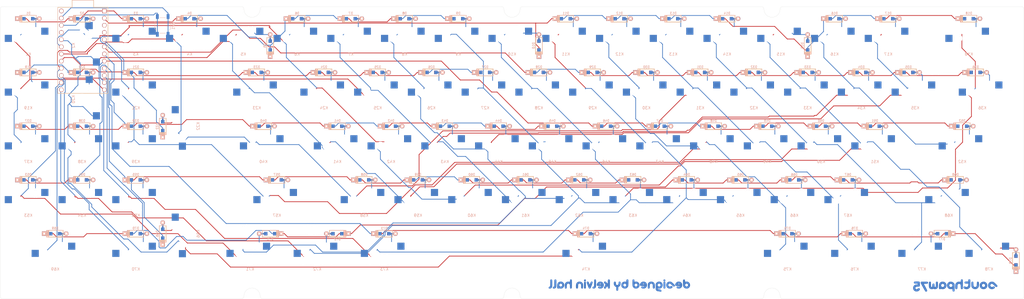
<source format=kicad_pcb>
(kicad_pcb (version 20171130) (host pcbnew 5.1.9-73d0e3b20d~88~ubuntu18.04.1)
  (layers (0 F.Cu signal) (31 B.Cu signal) (34 B.Paste user hide) (35 F.Paste user) (36 B.SilkS user hide) (37 F.SilkS user) (38 B.Mask user hide) (39 F.Mask user) (44 Edge.Cuts user))
  (net 0 "")
  (net 1 "Net-(D1-Pad1)")
  (net 2 "Net-(D1-Pad2)")
  (net 3 "Net-(D2-Pad2)")
  (net 4 "Net-(D3-Pad2)")
  (net 5 "Net-(D4-Pad2)")
  (net 6 "Net-(D5-Pad2)")
  (net 7 "Net-(D6-Pad2)")
  (net 8 "Net-(D7-Pad2)")
  (net 9 "Net-(D8-Pad2)")
  (net 10 "Net-(D9-Pad2)")
  (net 11 "Net-(D10-Pad2)")
  (net 12 "Net-(D10-Pad1)")
  (net 13 "Net-(D11-Pad2)")
  (net 14 "Net-(D12-Pad2)")
  (net 15 "Net-(D13-Pad2)")
  (net 16 "Net-(D14-Pad2)")
  (net 17 "Net-(D15-Pad2)")
  (net 18 "Net-(D16-Pad2)")
  (net 19 "Net-(D17-Pad2)")
  (net 20 "Net-(D18-Pad2)")
  (net 21 "Net-(D19-Pad1)")
  (net 22 "Net-(D19-Pad2)")
  (net 23 "Net-(D20-Pad2)")
  (net 24 "Net-(D21-Pad2)")
  (net 25 "Net-(D22-Pad2)")
  (net 26 "Net-(D23-Pad2)")
  (net 27 "Net-(D24-Pad2)")
  (net 28 "Net-(D25-Pad2)")
  (net 29 "Net-(D26-Pad2)")
  (net 30 "Net-(D27-Pad2)")
  (net 31 "Net-(D28-Pad1)")
  (net 32 "Net-(D28-Pad2)")
  (net 33 "Net-(D29-Pad2)")
  (net 34 "Net-(D30-Pad2)")
  (net 35 "Net-(D31-Pad2)")
  (net 36 "Net-(D32-Pad2)")
  (net 37 "Net-(D33-Pad2)")
  (net 38 "Net-(D34-Pad2)")
  (net 39 "Net-(D35-Pad2)")
  (net 40 "Net-(D36-Pad2)")
  (net 41 "Net-(D37-Pad1)")
  (net 42 "Net-(D37-Pad2)")
  (net 43 "Net-(D38-Pad2)")
  (net 44 "Net-(D39-Pad2)")
  (net 45 "Net-(D40-Pad2)")
  (net 46 "Net-(D41-Pad2)")
  (net 47 "Net-(D42-Pad2)")
  (net 48 "Net-(D43-Pad2)")
  (net 49 "Net-(D44-Pad2)")
  (net 50 "Net-(D45-Pad2)")
  (net 51 "Net-(D46-Pad2)")
  (net 52 "Net-(D46-Pad1)")
  (net 53 "Net-(D47-Pad2)")
  (net 54 "Net-(D48-Pad2)")
  (net 55 "Net-(D49-Pad2)")
  (net 56 "Net-(D50-Pad2)")
  (net 57 "Net-(D51-Pad2)")
  (net 58 "Net-(D52-Pad2)")
  (net 59 "Net-(D53-Pad2)")
  (net 60 "Net-(D54-Pad2)")
  (net 61 "Net-(D55-Pad1)")
  (net 62 "Net-(D55-Pad2)")
  (net 63 "Net-(D56-Pad2)")
  (net 64 "Net-(D57-Pad2)")
  (net 65 "Net-(D58-Pad2)")
  (net 66 "Net-(D59-Pad2)")
  (net 67 "Net-(D60-Pad2)")
  (net 68 "Net-(D61-Pad2)")
  (net 69 "Net-(D62-Pad2)")
  (net 70 "Net-(D63-Pad2)")
  (net 71 "Net-(D64-Pad2)")
  (net 72 "Net-(D64-Pad1)")
  (net 73 "Net-(D65-Pad2)")
  (net 74 "Net-(D66-Pad2)")
  (net 75 "Net-(D67-Pad2)")
  (net 76 "Net-(D68-Pad2)")
  (net 77 "Net-(D69-Pad2)")
  (net 78 "Net-(D70-Pad2)")
  (net 79 "Net-(D71-Pad2)")
  (net 80 "Net-(D72-Pad2)")
  (net 81 "Net-(D73-Pad2)")
  (net 82 "Net-(D73-Pad1)")
  (net 83 "Net-(D74-Pad2)")
  (net 84 "Net-(D75-Pad2)")
  (net 85 "Net-(D76-Pad2)")
  (net 86 "Net-(D77-Pad2)")
  (net 87 "Net-(D78-Pad2)")
  (net 88 "Net-(K1-Pad1)")
  (net 89 "Net-(K11-Pad1)")
  (net 90 "Net-(K12-Pad1)")
  (net 91 "Net-(K13-Pad1)")
  (net 92 "Net-(K14-Pad1)")
  (net 93 "Net-(K15-Pad1)")
  (net 94 "Net-(K16-Pad1)")
  (net 95 "Net-(K17-Pad1)")
  (net 96 "Net-(K18-Pad1)")
  (net 97 "Net-(SW1-Pad1)")
  (net 98 "Net-(SW1-Pad2)")
  (net 99 "Net-(U1-Pad3)")
  (net 100 "Net-(U1-Pad4)")
  (net 101 "Net-(U1-Pad21)")
  (net 102 "Net-(U1-Pad24)")
  (net 103 "Net-(K1-Pad2)")
  (net 104 "Net-(K2-Pad1)")
  (net 105 "Net-(K3-Pad2)")
  (net 106 "Net-(K3-Pad1)")
  (net 107 "Net-(K4-Pad2)")
  (net 108 "Net-(K4-Pad1)")
  (net 109 "Net-(K5-Pad2)")
  (net 110 "Net-(K5-Pad1)")
  (net 111 "Net-(K6-Pad2)")
  (net 112 "Net-(K6-Pad1)")
  (net 113 "Net-(K7-Pad2)")
  (net 114 "Net-(K7-Pad1)")
  (net 115 "Net-(K8-Pad2)")
  (net 116 "Net-(K8-Pad1)")
  (net 117 "Net-(K9-Pad2)")
  (net 118 "Net-(K9-Pad1)")
  (net 119 "Net-(K10-Pad2)")
  (net 120 "Net-(K10-Pad1)")
  (net 121 "Net-(K11-Pad2)")
  (net 122 "Net-(K12-Pad2)")
  (net 123 "Net-(K13-Pad2)")
  (net 124 "Net-(K14-Pad2)")
  (net 125 "Net-(K15-Pad2)")
  (net 126 "Net-(K16-Pad2)")
  (net 127 "Net-(K17-Pad2)")
  (net 128 "Net-(K18-Pad2)")
  (net 129 "Net-(K19-Pad2)")
  (net 130 "Net-(K19-Pad1)")
  (net 131 "Net-(K20-Pad1)")
  (net 132 "Net-(K21-Pad2)")
  (net 133 "Net-(K21-Pad1)")
  (net 134 "Net-(K22-Pad2)")
  (net 135 "Net-(K22-Pad1)")
  (net 136 "Net-(K23-Pad2)")
  (net 137 "Net-(K23-Pad1)")
  (net 138 "Net-(K24-Pad2)")
  (net 139 "Net-(K24-Pad1)")
  (net 140 "Net-(K25-Pad2)")
  (net 141 "Net-(K25-Pad1)")
  (net 142 "Net-(K26-Pad2)")
  (net 143 "Net-(K26-Pad1)")
  (net 144 "Net-(K27-Pad2)")
  (net 145 "Net-(K27-Pad1)")
  (net 146 "Net-(K28-Pad2)")
  (net 147 "Net-(K28-Pad1)")
  (net 148 "Net-(K29-Pad2)")
  (net 149 "Net-(K29-Pad1)")
  (net 150 "Net-(K30-Pad2)")
  (net 151 "Net-(K30-Pad1)")
  (net 152 "Net-(K31-Pad2)")
  (net 153 "Net-(K31-Pad1)")
  (net 154 "Net-(K32-Pad2)")
  (net 155 "Net-(K32-Pad1)")
  (net 156 "Net-(K33-Pad2)")
  (net 157 "Net-(K33-Pad1)")
  (net 158 "Net-(K34-Pad2)")
  (net 159 "Net-(K34-Pad1)")
  (net 160 "Net-(K35-Pad2)")
  (net 161 "Net-(K35-Pad1)")
  (net 162 "Net-(K36-Pad2)")
  (net 163 "Net-(K36-Pad1)")
  (net 164 "Net-(K37-Pad2)")
  (net 165 "Net-(K37-Pad1)")
  (net 166 "Net-(K38-Pad2)")
  (net 167 "Net-(K38-Pad1)")
  (net 168 "Net-(K39-Pad2)")
  (net 169 "Net-(K39-Pad1)")
  (net 170 "Net-(K40-Pad2)")
  (net 171 "Net-(K40-Pad1)")
  (net 172 "Net-(K41-Pad2)")
  (net 173 "Net-(K41-Pad1)")
  (net 174 "Net-(K42-Pad2)")
  (net 175 "Net-(K42-Pad1)")
  (net 176 "Net-(K43-Pad2)")
  (net 177 "Net-(K43-Pad1)")
  (net 178 "Net-(K44-Pad2)")
  (net 179 "Net-(K44-Pad1)")
  (net 180 "Net-(K45-Pad2)")
  (net 181 "Net-(K45-Pad1)")
  (net 182 "Net-(K46-Pad2)")
  (net 183 "Net-(K46-Pad1)")
  (net 184 "Net-(K47-Pad2)")
  (net 185 "Net-(K47-Pad1)")
  (net 186 "Net-(K48-Pad2)")
  (net 187 "Net-(K48-Pad1)")
  (net 188 "Net-(K49-Pad2)")
  (net 189 "Net-(K49-Pad1)")
  (net 190 "Net-(K50-Pad2)")
  (net 191 "Net-(K50-Pad1)")
  (net 192 "Net-(K51-Pad2)")
  (net 193 "Net-(K51-Pad1)")
  (net 194 "Net-(K52-Pad2)")
  (net 195 "Net-(K52-Pad1)")
  (net 196 "Net-(K53-Pad2)")
  (net 197 "Net-(K53-Pad1)")
  (net 198 "Net-(K54-Pad2)")
  (net 199 "Net-(K54-Pad1)")
  (net 200 "Net-(K55-Pad2)")
  (net 201 "Net-(K55-Pad1)")
  (net 202 "Net-(K56-Pad2)")
  (net 203 "Net-(K56-Pad1)")
  (net 204 "Net-(K57-Pad2)")
  (net 205 "Net-(K57-Pad1)")
  (net 206 "Net-(K58-Pad2)")
  (net 207 "Net-(K58-Pad1)")
  (net 208 "Net-(K59-Pad2)")
  (net 209 "Net-(K59-Pad1)")
  (net 210 "Net-(K60-Pad2)")
  (net 211 "Net-(K60-Pad1)")
  (net 212 "Net-(K61-Pad2)")
  (net 213 "Net-(K61-Pad1)")
  (net 214 "Net-(K62-Pad2)")
  (net 215 "Net-(K62-Pad1)")
  (net 216 "Net-(K63-Pad2)")
  (net 217 "Net-(K63-Pad1)")
  (net 218 "Net-(K64-Pad2)")
  (net 219 "Net-(K64-Pad1)")
  (net 220 "Net-(K65-Pad2)")
  (net 221 "Net-(K65-Pad1)")
  (net 222 "Net-(K66-Pad2)")
  (net 223 "Net-(K66-Pad1)")
  (net 224 "Net-(K67-Pad2)")
  (net 225 "Net-(K67-Pad1)")
  (net 226 "Net-(K68-Pad2)")
  (net 227 "Net-(K68-Pad1)")
  (net 228 "Net-(K69-Pad2)")
  (net 229 "Net-(K69-Pad1)")
  (net 230 "Net-(K70-Pad2)")
  (net 231 "Net-(K70-Pad1)")
  (net 232 "Net-(K71-Pad2)")
  (net 233 "Net-(K71-Pad1)")
  (net 234 "Net-(K72-Pad2)")
  (net 235 "Net-(K72-Pad1)")
  (net 236 "Net-(K73-Pad2)")
  (net 237 "Net-(K73-Pad1)")
  (net 238 "Net-(K74-Pad2)")
  (net 239 "Net-(K74-Pad1)")
  (net 240 "Net-(K75-Pad2)")
  (net 241 "Net-(K75-Pad1)")
  (net 242 "Net-(K76-Pad2)")
  (net 243 "Net-(K76-Pad1)")
  (net 244 "Net-(K77-Pad2)")
  (net 245 "Net-(K77-Pad1)")
  (net 246 "Net-(K78-Pad2)")
  (net 247 "Net-(K78-Pad1)")
  (net 248 "Net-(U1-Pad23)")
  (net 249 "Net-(U1-Pad22)")
  (net 250 "Net-(U1-Pad20)")
  (net 251 "Net-(U1-Pad19)")
  (net 252 "Net-(U1-Pad18)")
  (net 253 "Net-(U1-Pad17)")
  (net 254 "Net-(U1-Pad16)")
  (net 255 "Net-(U1-Pad15)")
  (net 256 "Net-(U1-Pad14)")
  (net 257 "Net-(U1-Pad13)")
  (net 258 "Net-(U1-Pad12)")
  (module MX_Only:MXOnly-1U-Hotswap (layer F.Cu) (at 42.9062 -11.2 270)
    (fp_text reference K2)
    (fp_text value KEYSW)
    (fp_text user %R (at 0 3.048 90) (layer B.SilkS) (effects (justify mirror)))
    (pad 2 smd rect (at 5.842 -5.08 270) (size 2.55 2.5) (layers B.Cu B.Paste B.Mask) (net 250 "Net-(U1-Pad20)"))
    (pad 1 smd rect (at -7.085 -2.54 270) (size 2.55 2.5) (layers B.Cu B.Paste B.Mask) (net 104 "Net-(K2-Pad1)"))
    (pad "" np_thru_hole circle (at 5.08 0 318.0996) (size 1.75 1.75) (drill 1.75) (layers *.Cu *.Mask))
    (pad "" np_thru_hole circle (at -5.08 0 318.0996) (size 1.75 1.75) (drill 1.75) (layers *.Cu *.Mask))
    (pad "" np_thru_hole circle (at -3.81 -2.54 270) (size 3 3) (drill 3) (layers *.Cu *.Mask))
    (pad "" np_thru_hole circle (at 0 0 270) (size 3.9878 3.9878) (drill 3.9878) (layers *.Cu *.Mask))
    (pad "" np_thru_hole circle (at 2.54 -5.08 270) (size 3 3) (drill 3) (layers *.Cu *.Mask))
  )
  (module promicro:ProMicro (layer B.Cu) (at 43.18 -9.4876 270)
    (fp_text reference U1 hide)
    (fp_text value ProMicro)
    (pad 24 thru_hole circle (at -13.97 7.62 270) (size 1.6 1.6) (drill 1.1) (layers *.Cu *.Mask B.SilkS) (net 102 "Net-(U1-Pad24)"))
    (pad 23 thru_hole circle (at -11.43 7.62 270) (size 1.6 1.6) (drill 1.1) (layers *.Cu *.Mask B.SilkS) (net 248 "Net-(U1-Pad23)"))
    (pad 22 thru_hole circle (at -8.89 7.62 270) (size 1.6 1.6) (drill 1.1) (layers *.Cu *.Mask B.SilkS) (net 249 "Net-(U1-Pad22)"))
    (pad 21 thru_hole circle (at -6.35 7.62 270) (size 1.6 1.6) (drill 1.1) (layers *.Cu *.Mask B.SilkS) (net 101 "Net-(U1-Pad21)"))
    (pad 20 thru_hole circle (at -3.81 7.62 270) (size 1.6 1.6) (drill 1.1) (layers *.Cu *.Mask B.SilkS) (net 250 "Net-(U1-Pad20)"))
    (pad 19 thru_hole circle (at -1.27 7.62 270) (size 1.6 1.6) (drill 1.1) (layers *.Cu *.Mask B.SilkS) (net 251 "Net-(U1-Pad19)"))
    (pad 18 thru_hole circle (at 1.27 7.62 270) (size 1.6 1.6) (drill 1.1) (layers *.Cu *.Mask B.SilkS) (net 252 "Net-(U1-Pad18)"))
    (pad 17 thru_hole circle (at 3.81 7.62 270) (size 1.6 1.6) (drill 1.1) (layers *.Cu *.Mask B.SilkS) (net 253 "Net-(U1-Pad17)"))
    (pad 16 thru_hole circle (at 6.35 7.62 270) (size 1.6 1.6) (drill 1.1) (layers *.Cu *.Mask B.SilkS) (net 254 "Net-(U1-Pad16)"))
    (pad 15 thru_hole circle (at 8.89 7.62 270) (size 1.6 1.6) (drill 1.1) (layers *.Cu *.Mask B.SilkS) (net 255 "Net-(U1-Pad15)"))
    (pad 14 thru_hole circle (at 11.43 7.62 270) (size 1.6 1.6) (drill 1.1) (layers *.Cu *.Mask B.SilkS) (net 256 "Net-(U1-Pad14)"))
    (pad 13 thru_hole circle (at 13.97 7.62 270) (size 1.6 1.6) (drill 1.1) (layers *.Cu *.Mask B.SilkS) (net 257 "Net-(U1-Pad13)"))
    (pad 12 thru_hole circle (at 13.97 -7.62 270) (size 1.6 1.6) (drill 1.1) (layers *.Cu *.Mask B.SilkS) (net 258 "Net-(U1-Pad12)"))
    (pad 11 thru_hole circle (at 11.43 -7.62 270) (size 1.6 1.6) (drill 1.1) (layers *.Cu *.Mask B.SilkS) (net 82 "Net-(D73-Pad1)"))
    (pad 10 thru_hole circle (at 8.89 -7.62 270) (size 1.6 1.6) (drill 1.1) (layers *.Cu *.Mask B.SilkS) (net 72 "Net-(D64-Pad1)"))
    (pad 9 thru_hole circle (at 6.35 -7.62 270) (size 1.6 1.6) (drill 1.1) (layers *.Cu *.Mask B.SilkS) (net 61 "Net-(D55-Pad1)"))
    (pad 8 thru_hole circle (at 3.81 -7.62 270) (size 1.6 1.6) (drill 1.1) (layers *.Cu *.Mask B.SilkS) (net 52 "Net-(D46-Pad1)"))
    (pad 7 thru_hole circle (at 1.27 -7.62 270) (size 1.6 1.6) (drill 1.1) (layers *.Cu *.Mask B.SilkS) (net 41 "Net-(D37-Pad1)"))
    (pad 6 thru_hole circle (at -1.27 -7.62 270) (size 1.6 1.6) (drill 1.1) (layers *.Cu *.Mask B.SilkS) (net 31 "Net-(D28-Pad1)"))
    (pad 5 thru_hole circle (at -3.81 -7.62 270) (size 1.6 1.6) (drill 1.1) (layers *.Cu *.Mask B.SilkS) (net 21 "Net-(D19-Pad1)"))
    (pad 4 thru_hole circle (at -6.35 -7.62 270) (size 1.6 1.6) (drill 1.1) (layers *.Cu *.Mask B.SilkS) (net 100 "Net-(U1-Pad4)"))
    (pad 3 thru_hole circle (at -8.89 -7.62 270) (size 1.6 1.6) (drill 1.1) (layers *.Cu *.Mask B.SilkS) (net 99 "Net-(U1-Pad3)"))
    (pad 2 thru_hole circle (at -11.43 -7.62 270) (size 1.6 1.6) (drill 1.1) (layers *.Cu *.Mask B.SilkS) (net 12 "Net-(D10-Pad1)"))
    (pad 1 thru_hole rect (at -13.97 -7.62 270) (size 1.6 1.6) (drill 1.1) (layers *.Cu *.Mask B.SilkS) (net 1 "Net-(D1-Pad1)"))
  )
  (module MX_Only:MXOnly-1.25U-Hotswap (layer F.Cu) (at 364.375 65)
    (fp_text reference K78)
    (fp_text value KEYSW)
    (fp_text user %R (at 0 3.048) (layer B.SilkS) (effects (justify mirror)))
    (pad 2 smd rect (at 5.842 -5.08) (size 2.55 2.5) (layers B.Cu B.Paste B.Mask) (net 246 "Net-(K78-Pad2)"))
    (pad 1 smd rect (at -7.085 -2.54) (size 2.55 2.5) (layers B.Cu B.Paste B.Mask) (net 247 "Net-(K78-Pad1)"))
    (pad "" np_thru_hole circle (at 5.08 0 48.0996) (size 1.75 1.75) (drill 1.75) (layers *.Cu *.Mask))
    (pad "" np_thru_hole circle (at -5.08 0 48.0996) (size 1.75 1.75) (drill 1.75) (layers *.Cu *.Mask))
    (pad "" np_thru_hole circle (at -3.81 -2.54) (size 3 3) (drill 3) (layers *.Cu *.Mask))
    (pad "" np_thru_hole circle (at 0 0) (size 3.9878 3.9878) (drill 3.9878) (layers *.Cu *.Mask))
    (pad "" np_thru_hole circle (at 2.54 -5.08) (size 3 3) (drill 3) (layers *.Cu *.Mask))
  )
  (module MX_Only:MXOnly-1.25U-Hotswap (layer F.Cu) (at 340.562 65)
    (fp_text reference K77)
    (fp_text value KEYSW)
    (fp_text user %R (at 0 3.048) (layer B.SilkS) (effects (justify mirror)))
    (pad 2 smd rect (at 5.842 -5.08) (size 2.55 2.5) (layers B.Cu B.Paste B.Mask) (net 244 "Net-(K77-Pad2)"))
    (pad 1 smd rect (at -7.085 -2.54) (size 2.55 2.5) (layers B.Cu B.Paste B.Mask) (net 245 "Net-(K77-Pad1)"))
    (pad "" np_thru_hole circle (at 5.08 0 48.0996) (size 1.75 1.75) (drill 1.75) (layers *.Cu *.Mask))
    (pad "" np_thru_hole circle (at -5.08 0 48.0996) (size 1.75 1.75) (drill 1.75) (layers *.Cu *.Mask))
    (pad "" np_thru_hole circle (at -3.81 -2.54) (size 3 3) (drill 3) (layers *.Cu *.Mask))
    (pad "" np_thru_hole circle (at 0 0) (size 3.9878 3.9878) (drill 3.9878) (layers *.Cu *.Mask))
    (pad "" np_thru_hole circle (at 2.54 -5.08) (size 3 3) (drill 3) (layers *.Cu *.Mask))
  )
  (module MX_Only:MXOnly-1.25U-Hotswap (layer F.Cu) (at 316.75 65)
    (fp_text reference K76)
    (fp_text value KEYSW)
    (fp_text user %R (at 0 3.048) (layer B.SilkS) (effects (justify mirror)))
    (pad 2 smd rect (at 5.842 -5.08) (size 2.55 2.5) (layers B.Cu B.Paste B.Mask) (net 242 "Net-(K76-Pad2)"))
    (pad 1 smd rect (at -7.085 -2.54) (size 2.55 2.5) (layers B.Cu B.Paste B.Mask) (net 243 "Net-(K76-Pad1)"))
    (pad "" np_thru_hole circle (at 5.08 0 48.0996) (size 1.75 1.75) (drill 1.75) (layers *.Cu *.Mask))
    (pad "" np_thru_hole circle (at -5.08 0 48.0996) (size 1.75 1.75) (drill 1.75) (layers *.Cu *.Mask))
    (pad "" np_thru_hole circle (at -3.81 -2.54) (size 3 3) (drill 3) (layers *.Cu *.Mask))
    (pad "" np_thru_hole circle (at 0 0) (size 3.9878 3.9878) (drill 3.9878) (layers *.Cu *.Mask))
    (pad "" np_thru_hole circle (at 2.54 -5.08) (size 3 3) (drill 3) (layers *.Cu *.Mask))
  )
  (module MX_Only:MXOnly-1.25U-Hotswap (layer F.Cu) (at 292.937 65)
    (fp_text reference K75)
    (fp_text value KEYSW)
    (fp_text user %R (at 0 3.048) (layer B.SilkS) (effects (justify mirror)))
    (pad 2 smd rect (at 5.842 -5.08) (size 2.55 2.5) (layers B.Cu B.Paste B.Mask) (net 240 "Net-(K75-Pad2)"))
    (pad 1 smd rect (at -7.085 -2.54) (size 2.55 2.5) (layers B.Cu B.Paste B.Mask) (net 241 "Net-(K75-Pad1)"))
    (pad "" np_thru_hole circle (at 5.08 0 48.0996) (size 1.75 1.75) (drill 1.75) (layers *.Cu *.Mask))
    (pad "" np_thru_hole circle (at -5.08 0 48.0996) (size 1.75 1.75) (drill 1.75) (layers *.Cu *.Mask))
    (pad "" np_thru_hole circle (at -3.81 -2.54) (size 3 3) (drill 3) (layers *.Cu *.Mask))
    (pad "" np_thru_hole circle (at 0 0) (size 3.9878 3.9878) (drill 3.9878) (layers *.Cu *.Mask))
    (pad "" np_thru_hole circle (at 2.54 -5.08) (size 3 3) (drill 3) (layers *.Cu *.Mask))
  )
  (module MX_Only:MXOnly-6.25U-Hotswap (layer F.Cu) (at 221.5 65)
    (fp_text reference K74)
    (fp_text value KEYSW)
    (fp_text user %R (at 0 3.048) (layer B.SilkS) (effects (justify mirror)))
    (pad "" np_thru_hole circle (at -49.9999 8.255) (size 3.9878 3.9878) (drill 3.9878) (layers *.Cu *.Mask))
    (pad "" np_thru_hole circle (at 49.9999 8.255) (size 3.9878 3.9878) (drill 3.9878) (layers *.Cu *.Mask))
    (pad "" np_thru_hole circle (at -49.9999 -6.985) (size 3.048 3.048) (drill 3.048) (layers *.Cu *.Mask))
    (pad "" np_thru_hole circle (at 49.9999 -6.985) (size 3.048 3.048) (drill 3.048) (layers *.Cu *.Mask))
    (pad 2 smd rect (at 5.842 -5.08) (size 2.55 2.5) (layers B.Cu B.Paste B.Mask) (net 238 "Net-(K74-Pad2)"))
    (pad 1 smd rect (at -7.085 -2.54) (size 2.55 2.5) (layers B.Cu B.Paste B.Mask) (net 239 "Net-(K74-Pad1)"))
    (pad "" np_thru_hole circle (at 5.08 0 48.0996) (size 1.75 1.75) (drill 1.75) (layers *.Cu *.Mask))
    (pad "" np_thru_hole circle (at -5.08 0 48.0996) (size 1.75 1.75) (drill 1.75) (layers *.Cu *.Mask))
    (pad "" np_thru_hole circle (at -3.81 -2.54) (size 3 3) (drill 3) (layers *.Cu *.Mask))
    (pad "" np_thru_hole circle (at 0 0) (size 3.9878 3.9878) (drill 3.9878) (layers *.Cu *.Mask))
    (pad "" np_thru_hole circle (at 2.54 -5.08) (size 3 3) (drill 3) (layers *.Cu *.Mask))
  )
  (module MX_Only:MXOnly-1.25U-Hotswap (layer F.Cu) (at 150.062 65)
    (fp_text reference K73)
    (fp_text value KEYSW)
    (fp_text user %R (at 0 3.048) (layer B.SilkS) (effects (justify mirror)))
    (pad 2 smd rect (at 5.842 -5.08) (size 2.55 2.5) (layers B.Cu B.Paste B.Mask) (net 236 "Net-(K73-Pad2)"))
    (pad 1 smd rect (at -7.085 -2.54) (size 2.55 2.5) (layers B.Cu B.Paste B.Mask) (net 237 "Net-(K73-Pad1)"))
    (pad "" np_thru_hole circle (at 5.08 0 48.0996) (size 1.75 1.75) (drill 1.75) (layers *.Cu *.Mask))
    (pad "" np_thru_hole circle (at -5.08 0 48.0996) (size 1.75 1.75) (drill 1.75) (layers *.Cu *.Mask))
    (pad "" np_thru_hole circle (at -3.81 -2.54) (size 3 3) (drill 3) (layers *.Cu *.Mask))
    (pad "" np_thru_hole circle (at 0 0) (size 3.9878 3.9878) (drill 3.9878) (layers *.Cu *.Mask))
    (pad "" np_thru_hole circle (at 2.54 -5.08) (size 3 3) (drill 3) (layers *.Cu *.Mask))
  )
  (module MX_Only:MXOnly-1.25U-Hotswap (layer F.Cu) (at 126.25 65)
    (fp_text reference K72)
    (fp_text value KEYSW)
    (fp_text user %R (at 0 3.048) (layer B.SilkS) (effects (justify mirror)))
    (pad 2 smd rect (at 5.842 -5.08) (size 2.55 2.5) (layers B.Cu B.Paste B.Mask) (net 234 "Net-(K72-Pad2)"))
    (pad 1 smd rect (at -7.085 -2.54) (size 2.55 2.5) (layers B.Cu B.Paste B.Mask) (net 235 "Net-(K72-Pad1)"))
    (pad "" np_thru_hole circle (at 5.08 0 48.0996) (size 1.75 1.75) (drill 1.75) (layers *.Cu *.Mask))
    (pad "" np_thru_hole circle (at -5.08 0 48.0996) (size 1.75 1.75) (drill 1.75) (layers *.Cu *.Mask))
    (pad "" np_thru_hole circle (at -3.81 -2.54) (size 3 3) (drill 3) (layers *.Cu *.Mask))
    (pad "" np_thru_hole circle (at 0 0) (size 3.9878 3.9878) (drill 3.9878) (layers *.Cu *.Mask))
    (pad "" np_thru_hole circle (at 2.54 -5.08) (size 3 3) (drill 3) (layers *.Cu *.Mask))
  )
  (module MX_Only:MXOnly-1.25U-Hotswap (layer F.Cu) (at 102.437 65)
    (fp_text reference K71)
    (fp_text value KEYSW)
    (fp_text user %R (at 0 3.048) (layer B.SilkS) (effects (justify mirror)))
    (pad 2 smd rect (at 5.842 -5.08) (size 2.55 2.5) (layers B.Cu B.Paste B.Mask) (net 232 "Net-(K71-Pad2)"))
    (pad 1 smd rect (at -7.085 -2.54) (size 2.55 2.5) (layers B.Cu B.Paste B.Mask) (net 233 "Net-(K71-Pad1)"))
    (pad "" np_thru_hole circle (at 5.08 0 48.0996) (size 1.75 1.75) (drill 1.75) (layers *.Cu *.Mask))
    (pad "" np_thru_hole circle (at -5.08 0 48.0996) (size 1.75 1.75) (drill 1.75) (layers *.Cu *.Mask))
    (pad "" np_thru_hole circle (at -3.81 -2.54) (size 3 3) (drill 3) (layers *.Cu *.Mask))
    (pad "" np_thru_hole circle (at 0 0) (size 3.9878 3.9878) (drill 3.9878) (layers *.Cu *.Mask))
    (pad "" np_thru_hole circle (at 2.54 -5.08) (size 3 3) (drill 3) (layers *.Cu *.Mask))
  )
  (module MX_Only:MXOnly-1U-Hotswap (layer F.Cu) (at 61.9562 65)
    (fp_text reference K70)
    (fp_text value KEYSW)
    (fp_text user %R (at 0 3.048) (layer B.SilkS) (effects (justify mirror)))
    (pad 2 smd rect (at 5.842 -5.08) (size 2.55 2.5) (layers B.Cu B.Paste B.Mask) (net 230 "Net-(K70-Pad2)"))
    (pad 1 smd rect (at -7.085 -2.54) (size 2.55 2.5) (layers B.Cu B.Paste B.Mask) (net 231 "Net-(K70-Pad1)"))
    (pad "" np_thru_hole circle (at 5.08 0 48.0996) (size 1.75 1.75) (drill 1.75) (layers *.Cu *.Mask))
    (pad "" np_thru_hole circle (at -5.08 0 48.0996) (size 1.75 1.75) (drill 1.75) (layers *.Cu *.Mask))
    (pad "" np_thru_hole circle (at -3.81 -2.54) (size 3 3) (drill 3) (layers *.Cu *.Mask))
    (pad "" np_thru_hole circle (at 0 0) (size 3.9878 3.9878) (drill 3.9878) (layers *.Cu *.Mask))
    (pad "" np_thru_hole circle (at 2.54 -5.08) (size 3 3) (drill 3) (layers *.Cu *.Mask))
  )
  (module MX_Only:MXOnly-2U-Hotswap (layer F.Cu) (at 33.3812 65)
    (fp_text reference K69)
    (fp_text value KEYSW)
    (fp_text user %R (at 0 3.048) (layer B.SilkS) (effects (justify mirror)))
    (pad "" np_thru_hole circle (at -11.938 8.255) (size 3.9878 3.9878) (drill 3.9878) (layers *.Cu *.Mask))
    (pad "" np_thru_hole circle (at 11.938 8.255) (size 3.9878 3.9878) (drill 3.9878) (layers *.Cu *.Mask))
    (pad "" np_thru_hole circle (at -11.938 -6.985) (size 3.048 3.048) (drill 3.048) (layers *.Cu *.Mask))
    (pad "" np_thru_hole circle (at 11.938 -6.985) (size 3.048 3.048) (drill 3.048) (layers *.Cu *.Mask))
    (pad 2 smd rect (at 5.842 -5.08) (size 2.55 2.5) (layers B.Cu B.Paste B.Mask) (net 228 "Net-(K69-Pad2)"))
    (pad 1 smd rect (at -7.085 -2.54) (size 2.55 2.5) (layers B.Cu B.Paste B.Mask) (net 229 "Net-(K69-Pad1)"))
    (pad "" np_thru_hole circle (at 5.08 0 48.0996) (size 1.75 1.75) (drill 1.75) (layers *.Cu *.Mask))
    (pad "" np_thru_hole circle (at -5.08 0 48.0996) (size 1.75 1.75) (drill 1.75) (layers *.Cu *.Mask))
    (pad "" np_thru_hole circle (at -3.81 -2.54) (size 3 3) (drill 3) (layers *.Cu *.Mask))
    (pad "" np_thru_hole circle (at 0 0) (size 3.9878 3.9878) (drill 3.9878) (layers *.Cu *.Mask))
    (pad "" np_thru_hole circle (at 2.54 -5.08) (size 3 3) (drill 3) (layers *.Cu *.Mask))
  )
  (module MX_Only:MXOnly-2.75U-Hotswap (layer F.Cu) (at 350.087 45.95)
    (fp_text reference K68)
    (fp_text value KEYSW)
    (fp_text user %R (at 0 3.048) (layer B.SilkS) (effects (justify mirror)))
    (pad "" np_thru_hole circle (at -11.938 8.255) (size 3.9878 3.9878) (drill 3.9878) (layers *.Cu *.Mask))
    (pad "" np_thru_hole circle (at 11.938 8.255) (size 3.9878 3.9878) (drill 3.9878) (layers *.Cu *.Mask))
    (pad "" np_thru_hole circle (at -11.938 -6.985) (size 3.048 3.048) (drill 3.048) (layers *.Cu *.Mask))
    (pad "" np_thru_hole circle (at 11.938 -6.985) (size 3.048 3.048) (drill 3.048) (layers *.Cu *.Mask))
    (pad 2 smd rect (at 5.842 -5.08) (size 2.55 2.5) (layers B.Cu B.Paste B.Mask) (net 226 "Net-(K68-Pad2)"))
    (pad 1 smd rect (at -7.085 -2.54) (size 2.55 2.5) (layers B.Cu B.Paste B.Mask) (net 227 "Net-(K68-Pad1)"))
    (pad "" np_thru_hole circle (at 5.08 0 48.0996) (size 1.75 1.75) (drill 1.75) (layers *.Cu *.Mask))
    (pad "" np_thru_hole circle (at -5.08 0 48.0996) (size 1.75 1.75) (drill 1.75) (layers *.Cu *.Mask))
    (pad "" np_thru_hole circle (at -3.81 -2.54) (size 3 3) (drill 3) (layers *.Cu *.Mask))
    (pad "" np_thru_hole circle (at 0 0) (size 3.9878 3.9878) (drill 3.9878) (layers *.Cu *.Mask))
    (pad "" np_thru_hole circle (at 2.54 -5.08) (size 3 3) (drill 3) (layers *.Cu *.Mask))
  )
  (module MX_Only:MXOnly-1U-Hotswap (layer F.Cu) (at 314.369 45.95)
    (fp_text reference K67)
    (fp_text value KEYSW)
    (fp_text user %R (at 0 3.048) (layer B.SilkS) (effects (justify mirror)))
    (pad 2 smd rect (at 5.842 -5.08) (size 2.55 2.5) (layers B.Cu B.Paste B.Mask) (net 224 "Net-(K67-Pad2)"))
    (pad 1 smd rect (at -7.085 -2.54) (size 2.55 2.5) (layers B.Cu B.Paste B.Mask) (net 225 "Net-(K67-Pad1)"))
    (pad "" np_thru_hole circle (at 5.08 0 48.0996) (size 1.75 1.75) (drill 1.75) (layers *.Cu *.Mask))
    (pad "" np_thru_hole circle (at -5.08 0 48.0996) (size 1.75 1.75) (drill 1.75) (layers *.Cu *.Mask))
    (pad "" np_thru_hole circle (at -3.81 -2.54) (size 3 3) (drill 3) (layers *.Cu *.Mask))
    (pad "" np_thru_hole circle (at 0 0) (size 3.9878 3.9878) (drill 3.9878) (layers *.Cu *.Mask))
    (pad "" np_thru_hole circle (at 2.54 -5.08) (size 3 3) (drill 3) (layers *.Cu *.Mask))
  )
  (module MX_Only:MXOnly-1U-Hotswap (layer F.Cu) (at 295.319 45.95)
    (fp_text reference K66)
    (fp_text value KEYSW)
    (fp_text user %R (at 0 3.048) (layer B.SilkS) (effects (justify mirror)))
    (pad 2 smd rect (at 5.842 -5.08) (size 2.55 2.5) (layers B.Cu B.Paste B.Mask) (net 222 "Net-(K66-Pad2)"))
    (pad 1 smd rect (at -7.085 -2.54) (size 2.55 2.5) (layers B.Cu B.Paste B.Mask) (net 223 "Net-(K66-Pad1)"))
    (pad "" np_thru_hole circle (at 5.08 0 48.0996) (size 1.75 1.75) (drill 1.75) (layers *.Cu *.Mask))
    (pad "" np_thru_hole circle (at -5.08 0 48.0996) (size 1.75 1.75) (drill 1.75) (layers *.Cu *.Mask))
    (pad "" np_thru_hole circle (at -3.81 -2.54) (size 3 3) (drill 3) (layers *.Cu *.Mask))
    (pad "" np_thru_hole circle (at 0 0) (size 3.9878 3.9878) (drill 3.9878) (layers *.Cu *.Mask))
    (pad "" np_thru_hole circle (at 2.54 -5.08) (size 3 3) (drill 3) (layers *.Cu *.Mask))
  )
  (module MX_Only:MXOnly-1U-Hotswap (layer F.Cu) (at 276.269 45.95)
    (fp_text reference K65)
    (fp_text value KEYSW)
    (fp_text user %R (at 0 3.048) (layer B.SilkS) (effects (justify mirror)))
    (pad 2 smd rect (at 5.842 -5.08) (size 2.55 2.5) (layers B.Cu B.Paste B.Mask) (net 220 "Net-(K65-Pad2)"))
    (pad 1 smd rect (at -7.085 -2.54) (size 2.55 2.5) (layers B.Cu B.Paste B.Mask) (net 221 "Net-(K65-Pad1)"))
    (pad "" np_thru_hole circle (at 5.08 0 48.0996) (size 1.75 1.75) (drill 1.75) (layers *.Cu *.Mask))
    (pad "" np_thru_hole circle (at -5.08 0 48.0996) (size 1.75 1.75) (drill 1.75) (layers *.Cu *.Mask))
    (pad "" np_thru_hole circle (at -3.81 -2.54) (size 3 3) (drill 3) (layers *.Cu *.Mask))
    (pad "" np_thru_hole circle (at 0 0) (size 3.9878 3.9878) (drill 3.9878) (layers *.Cu *.Mask))
    (pad "" np_thru_hole circle (at 2.54 -5.08) (size 3 3) (drill 3) (layers *.Cu *.Mask))
  )
  (module MX_Only:MXOnly-1U-Hotswap (layer F.Cu) (at 257.219 45.95)
    (fp_text reference K64)
    (fp_text value KEYSW)
    (fp_text user %R (at 0 3.048) (layer B.SilkS) (effects (justify mirror)))
    (pad 2 smd rect (at 5.842 -5.08) (size 2.55 2.5) (layers B.Cu B.Paste B.Mask) (net 218 "Net-(K64-Pad2)"))
    (pad 1 smd rect (at -7.085 -2.54) (size 2.55 2.5) (layers B.Cu B.Paste B.Mask) (net 219 "Net-(K64-Pad1)"))
    (pad "" np_thru_hole circle (at 5.08 0 48.0996) (size 1.75 1.75) (drill 1.75) (layers *.Cu *.Mask))
    (pad "" np_thru_hole circle (at -5.08 0 48.0996) (size 1.75 1.75) (drill 1.75) (layers *.Cu *.Mask))
    (pad "" np_thru_hole circle (at -3.81 -2.54) (size 3 3) (drill 3) (layers *.Cu *.Mask))
    (pad "" np_thru_hole circle (at 0 0) (size 3.9878 3.9878) (drill 3.9878) (layers *.Cu *.Mask))
    (pad "" np_thru_hole circle (at 2.54 -5.08) (size 3 3) (drill 3) (layers *.Cu *.Mask))
  )
  (module MX_Only:MXOnly-1U-Hotswap (layer F.Cu) (at 238.169 45.95)
    (fp_text reference K63)
    (fp_text value KEYSW)
    (fp_text user %R (at 0 3.048) (layer B.SilkS) (effects (justify mirror)))
    (pad 2 smd rect (at 5.842 -5.08) (size 2.55 2.5) (layers B.Cu B.Paste B.Mask) (net 216 "Net-(K63-Pad2)"))
    (pad 1 smd rect (at -7.085 -2.54) (size 2.55 2.5) (layers B.Cu B.Paste B.Mask) (net 217 "Net-(K63-Pad1)"))
    (pad "" np_thru_hole circle (at 5.08 0 48.0996) (size 1.75 1.75) (drill 1.75) (layers *.Cu *.Mask))
    (pad "" np_thru_hole circle (at -5.08 0 48.0996) (size 1.75 1.75) (drill 1.75) (layers *.Cu *.Mask))
    (pad "" np_thru_hole circle (at -3.81 -2.54) (size 3 3) (drill 3) (layers *.Cu *.Mask))
    (pad "" np_thru_hole circle (at 0 0) (size 3.9878 3.9878) (drill 3.9878) (layers *.Cu *.Mask))
    (pad "" np_thru_hole circle (at 2.54 -5.08) (size 3 3) (drill 3) (layers *.Cu *.Mask))
  )
  (module MX_Only:MXOnly-1U-Hotswap (layer F.Cu) (at 219.119 45.95)
    (fp_text reference K62)
    (fp_text value KEYSW)
    (fp_text user %R (at 0 3.048) (layer B.SilkS) (effects (justify mirror)))
    (pad 2 smd rect (at 5.842 -5.08) (size 2.55 2.5) (layers B.Cu B.Paste B.Mask) (net 214 "Net-(K62-Pad2)"))
    (pad 1 smd rect (at -7.085 -2.54) (size 2.55 2.5) (layers B.Cu B.Paste B.Mask) (net 215 "Net-(K62-Pad1)"))
    (pad "" np_thru_hole circle (at 5.08 0 48.0996) (size 1.75 1.75) (drill 1.75) (layers *.Cu *.Mask))
    (pad "" np_thru_hole circle (at -5.08 0 48.0996) (size 1.75 1.75) (drill 1.75) (layers *.Cu *.Mask))
    (pad "" np_thru_hole circle (at -3.81 -2.54) (size 3 3) (drill 3) (layers *.Cu *.Mask))
    (pad "" np_thru_hole circle (at 0 0) (size 3.9878 3.9878) (drill 3.9878) (layers *.Cu *.Mask))
    (pad "" np_thru_hole circle (at 2.54 -5.08) (size 3 3) (drill 3) (layers *.Cu *.Mask))
  )
  (module MX_Only:MXOnly-1U-Hotswap (layer F.Cu) (at 200.069 45.95)
    (fp_text reference K61)
    (fp_text value KEYSW)
    (fp_text user %R (at 0 3.048) (layer B.SilkS) (effects (justify mirror)))
    (pad 2 smd rect (at 5.842 -5.08) (size 2.55 2.5) (layers B.Cu B.Paste B.Mask) (net 212 "Net-(K61-Pad2)"))
    (pad 1 smd rect (at -7.085 -2.54) (size 2.55 2.5) (layers B.Cu B.Paste B.Mask) (net 213 "Net-(K61-Pad1)"))
    (pad "" np_thru_hole circle (at 5.08 0 48.0996) (size 1.75 1.75) (drill 1.75) (layers *.Cu *.Mask))
    (pad "" np_thru_hole circle (at -5.08 0 48.0996) (size 1.75 1.75) (drill 1.75) (layers *.Cu *.Mask))
    (pad "" np_thru_hole circle (at -3.81 -2.54) (size 3 3) (drill 3) (layers *.Cu *.Mask))
    (pad "" np_thru_hole circle (at 0 0) (size 3.9878 3.9878) (drill 3.9878) (layers *.Cu *.Mask))
    (pad "" np_thru_hole circle (at 2.54 -5.08) (size 3 3) (drill 3) (layers *.Cu *.Mask))
  )
  (module MX_Only:MXOnly-1U-Hotswap (layer F.Cu) (at 181.019 45.95)
    (fp_text reference K60)
    (fp_text value KEYSW)
    (fp_text user %R (at 0 3.048) (layer B.SilkS) (effects (justify mirror)))
    (pad 2 smd rect (at 5.842 -5.08) (size 2.55 2.5) (layers B.Cu B.Paste B.Mask) (net 210 "Net-(K60-Pad2)"))
    (pad 1 smd rect (at -7.085 -2.54) (size 2.55 2.5) (layers B.Cu B.Paste B.Mask) (net 211 "Net-(K60-Pad1)"))
    (pad "" np_thru_hole circle (at 5.08 0 48.0996) (size 1.75 1.75) (drill 1.75) (layers *.Cu *.Mask))
    (pad "" np_thru_hole circle (at -5.08 0 48.0996) (size 1.75 1.75) (drill 1.75) (layers *.Cu *.Mask))
    (pad "" np_thru_hole circle (at -3.81 -2.54) (size 3 3) (drill 3) (layers *.Cu *.Mask))
    (pad "" np_thru_hole circle (at 0 0) (size 3.9878 3.9878) (drill 3.9878) (layers *.Cu *.Mask))
    (pad "" np_thru_hole circle (at 2.54 -5.08) (size 3 3) (drill 3) (layers *.Cu *.Mask))
  )
  (module MX_Only:MXOnly-1U-Hotswap (layer F.Cu) (at 161.969 45.95)
    (fp_text reference K59)
    (fp_text value KEYSW)
    (fp_text user %R (at 0 3.048) (layer B.SilkS) (effects (justify mirror)))
    (pad 2 smd rect (at 5.842 -5.08) (size 2.55 2.5) (layers B.Cu B.Paste B.Mask) (net 208 "Net-(K59-Pad2)"))
    (pad 1 smd rect (at -7.085 -2.54) (size 2.55 2.5) (layers B.Cu B.Paste B.Mask) (net 209 "Net-(K59-Pad1)"))
    (pad "" np_thru_hole circle (at 5.08 0 48.0996) (size 1.75 1.75) (drill 1.75) (layers *.Cu *.Mask))
    (pad "" np_thru_hole circle (at -5.08 0 48.0996) (size 1.75 1.75) (drill 1.75) (layers *.Cu *.Mask))
    (pad "" np_thru_hole circle (at -3.81 -2.54) (size 3 3) (drill 3) (layers *.Cu *.Mask))
    (pad "" np_thru_hole circle (at 0 0) (size 3.9878 3.9878) (drill 3.9878) (layers *.Cu *.Mask))
    (pad "" np_thru_hole circle (at 2.54 -5.08) (size 3 3) (drill 3) (layers *.Cu *.Mask))
  )
  (module MX_Only:MXOnly-1U-Hotswap (layer F.Cu) (at 142.919 45.95)
    (fp_text reference K58)
    (fp_text value KEYSW)
    (fp_text user %R (at 0 3.048) (layer B.SilkS) (effects (justify mirror)))
    (pad 2 smd rect (at 5.842 -5.08) (size 2.55 2.5) (layers B.Cu B.Paste B.Mask) (net 206 "Net-(K58-Pad2)"))
    (pad 1 smd rect (at -7.085 -2.54) (size 2.55 2.5) (layers B.Cu B.Paste B.Mask) (net 207 "Net-(K58-Pad1)"))
    (pad "" np_thru_hole circle (at 5.08 0 48.0996) (size 1.75 1.75) (drill 1.75) (layers *.Cu *.Mask))
    (pad "" np_thru_hole circle (at -5.08 0 48.0996) (size 1.75 1.75) (drill 1.75) (layers *.Cu *.Mask))
    (pad "" np_thru_hole circle (at -3.81 -2.54) (size 3 3) (drill 3) (layers *.Cu *.Mask))
    (pad "" np_thru_hole circle (at 0 0) (size 3.9878 3.9878) (drill 3.9878) (layers *.Cu *.Mask))
    (pad "" np_thru_hole circle (at 2.54 -5.08) (size 3 3) (drill 3) (layers *.Cu *.Mask))
  )
  (module MX_Only:MXOnly-2.25U-Hotswap (layer F.Cu) (at 111.962 45.95)
    (fp_text reference K57)
    (fp_text value KEYSW)
    (fp_text user %R (at 0 3.048) (layer B.SilkS) (effects (justify mirror)))
    (pad "" np_thru_hole circle (at -11.938 8.255) (size 3.9878 3.9878) (drill 3.9878) (layers *.Cu *.Mask))
    (pad "" np_thru_hole circle (at 11.938 8.255) (size 3.9878 3.9878) (drill 3.9878) (layers *.Cu *.Mask))
    (pad "" np_thru_hole circle (at -11.938 -6.985) (size 3.048 3.048) (drill 3.048) (layers *.Cu *.Mask))
    (pad "" np_thru_hole circle (at 11.938 -6.985) (size 3.048 3.048) (drill 3.048) (layers *.Cu *.Mask))
    (pad 2 smd rect (at 5.842 -5.08) (size 2.55 2.5) (layers B.Cu B.Paste B.Mask) (net 204 "Net-(K57-Pad2)"))
    (pad 1 smd rect (at -7.085 -2.54) (size 2.55 2.5) (layers B.Cu B.Paste B.Mask) (net 205 "Net-(K57-Pad1)"))
    (pad "" np_thru_hole circle (at 5.08 0 48.0996) (size 1.75 1.75) (drill 1.75) (layers *.Cu *.Mask))
    (pad "" np_thru_hole circle (at -5.08 0 48.0996) (size 1.75 1.75) (drill 1.75) (layers *.Cu *.Mask))
    (pad "" np_thru_hole circle (at -3.81 -2.54) (size 3 3) (drill 3) (layers *.Cu *.Mask))
    (pad "" np_thru_hole circle (at 0 0) (size 3.9878 3.9878) (drill 3.9878) (layers *.Cu *.Mask))
    (pad "" np_thru_hole circle (at 2.54 -5.08) (size 3 3) (drill 3) (layers *.Cu *.Mask))
  )
  (module MX_Only:MXOnly-2U-Hotswap (layer F.Cu) (at 81.0062 55.475 90)
    (fp_text reference K56)
    (fp_text value KEYSW)
    (fp_text user %R (at 0 3.048 90) (layer B.SilkS) (effects (justify mirror)))
    (pad "" np_thru_hole circle (at -11.938 8.255 90) (size 3.9878 3.9878) (drill 3.9878) (layers *.Cu *.Mask))
    (pad "" np_thru_hole circle (at 11.938 8.255 90) (size 3.9878 3.9878) (drill 3.9878) (layers *.Cu *.Mask))
    (pad "" np_thru_hole circle (at -11.938 -6.985 90) (size 3.048 3.048) (drill 3.048) (layers *.Cu *.Mask))
    (pad "" np_thru_hole circle (at 11.938 -6.985 90) (size 3.048 3.048) (drill 3.048) (layers *.Cu *.Mask))
    (pad 2 smd rect (at 5.842 -5.08 90) (size 2.55 2.5) (layers B.Cu B.Paste B.Mask) (net 202 "Net-(K56-Pad2)"))
    (pad 1 smd rect (at -7.085 -2.54 90) (size 2.55 2.5) (layers B.Cu B.Paste B.Mask) (net 203 "Net-(K56-Pad1)"))
    (pad "" np_thru_hole circle (at 5.08 0 138.0996) (size 1.75 1.75) (drill 1.75) (layers *.Cu *.Mask))
    (pad "" np_thru_hole circle (at -5.08 0 138.0996) (size 1.75 1.75) (drill 1.75) (layers *.Cu *.Mask))
    (pad "" np_thru_hole circle (at -3.81 -2.54 90) (size 3 3) (drill 3) (layers *.Cu *.Mask))
    (pad "" np_thru_hole circle (at 0 0 90) (size 3.9878 3.9878) (drill 3.9878) (layers *.Cu *.Mask))
    (pad "" np_thru_hole circle (at 2.54 -5.08 90) (size 3 3) (drill 3) (layers *.Cu *.Mask))
  )
  (module MX_Only:MXOnly-1U-Hotswap (layer F.Cu) (at 61.9562 45.95)
    (fp_text reference K55)
    (fp_text value KEYSW)
    (fp_text user %R (at 0 3.048) (layer B.SilkS) (effects (justify mirror)))
    (pad 2 smd rect (at 5.842 -5.08) (size 2.55 2.5) (layers B.Cu B.Paste B.Mask) (net 200 "Net-(K55-Pad2)"))
    (pad 1 smd rect (at -7.085 -2.54) (size 2.55 2.5) (layers B.Cu B.Paste B.Mask) (net 201 "Net-(K55-Pad1)"))
    (pad "" np_thru_hole circle (at 5.08 0 48.0996) (size 1.75 1.75) (drill 1.75) (layers *.Cu *.Mask))
    (pad "" np_thru_hole circle (at -5.08 0 48.0996) (size 1.75 1.75) (drill 1.75) (layers *.Cu *.Mask))
    (pad "" np_thru_hole circle (at -3.81 -2.54) (size 3 3) (drill 3) (layers *.Cu *.Mask))
    (pad "" np_thru_hole circle (at 0 0) (size 3.9878 3.9878) (drill 3.9878) (layers *.Cu *.Mask))
    (pad "" np_thru_hole circle (at 2.54 -5.08) (size 3 3) (drill 3) (layers *.Cu *.Mask))
  )
  (module MX_Only:MXOnly-1U-Hotswap (layer F.Cu) (at 42.9062 45.95)
    (fp_text reference K54)
    (fp_text value KEYSW)
    (fp_text user %R (at 0 3.048) (layer B.SilkS) (effects (justify mirror)))
    (pad 2 smd rect (at 5.842 -5.08) (size 2.55 2.5) (layers B.Cu B.Paste B.Mask) (net 198 "Net-(K54-Pad2)"))
    (pad 1 smd rect (at -7.085 -2.54) (size 2.55 2.5) (layers B.Cu B.Paste B.Mask) (net 199 "Net-(K54-Pad1)"))
    (pad "" np_thru_hole circle (at 5.08 0 48.0996) (size 1.75 1.75) (drill 1.75) (layers *.Cu *.Mask))
    (pad "" np_thru_hole circle (at -5.08 0 48.0996) (size 1.75 1.75) (drill 1.75) (layers *.Cu *.Mask))
    (pad "" np_thru_hole circle (at -3.81 -2.54) (size 3 3) (drill 3) (layers *.Cu *.Mask))
    (pad "" np_thru_hole circle (at 0 0) (size 3.9878 3.9878) (drill 3.9878) (layers *.Cu *.Mask))
    (pad "" np_thru_hole circle (at 2.54 -5.08) (size 3 3) (drill 3) (layers *.Cu *.Mask))
  )
  (module MX_Only:MXOnly-1U-Hotswap (layer F.Cu) (at 23.8562 45.95)
    (fp_text reference K53)
    (fp_text value KEYSW)
    (fp_text user %R (at 0 3.048) (layer B.SilkS) (effects (justify mirror)))
    (pad 2 smd rect (at 5.842 -5.08) (size 2.55 2.5) (layers B.Cu B.Paste B.Mask) (net 196 "Net-(K53-Pad2)"))
    (pad 1 smd rect (at -7.085 -2.54) (size 2.55 2.5) (layers B.Cu B.Paste B.Mask) (net 197 "Net-(K53-Pad1)"))
    (pad "" np_thru_hole circle (at 5.08 0 48.0996) (size 1.75 1.75) (drill 1.75) (layers *.Cu *.Mask))
    (pad "" np_thru_hole circle (at -5.08 0 48.0996) (size 1.75 1.75) (drill 1.75) (layers *.Cu *.Mask))
    (pad "" np_thru_hole circle (at -3.81 -2.54) (size 3 3) (drill 3) (layers *.Cu *.Mask))
    (pad "" np_thru_hole circle (at 0 0) (size 3.9878 3.9878) (drill 3.9878) (layers *.Cu *.Mask))
    (pad "" np_thru_hole circle (at 2.54 -5.08) (size 3 3) (drill 3) (layers *.Cu *.Mask))
  )
  (module MX_Only:MXOnly-2.25U-Hotswap (layer F.Cu) (at 354.85 26.9)
    (fp_text reference K52)
    (fp_text value KEYSW)
    (fp_text user %R (at 0 3.048) (layer B.SilkS) (effects (justify mirror)))
    (pad "" np_thru_hole circle (at -11.938 8.255) (size 3.9878 3.9878) (drill 3.9878) (layers *.Cu *.Mask))
    (pad "" np_thru_hole circle (at 11.938 8.255) (size 3.9878 3.9878) (drill 3.9878) (layers *.Cu *.Mask))
    (pad "" np_thru_hole circle (at -11.938 -6.985) (size 3.048 3.048) (drill 3.048) (layers *.Cu *.Mask))
    (pad "" np_thru_hole circle (at 11.938 -6.985) (size 3.048 3.048) (drill 3.048) (layers *.Cu *.Mask))
    (pad 2 smd rect (at 5.842 -5.08) (size 2.55 2.5) (layers B.Cu B.Paste B.Mask) (net 194 "Net-(K52-Pad2)"))
    (pad 1 smd rect (at -7.085 -2.54) (size 2.55 2.5) (layers B.Cu B.Paste B.Mask) (net 195 "Net-(K52-Pad1)"))
    (pad "" np_thru_hole circle (at 5.08 0 48.0996) (size 1.75 1.75) (drill 1.75) (layers *.Cu *.Mask))
    (pad "" np_thru_hole circle (at -5.08 0 48.0996) (size 1.75 1.75) (drill 1.75) (layers *.Cu *.Mask))
    (pad "" np_thru_hole circle (at -3.81 -2.54) (size 3 3) (drill 3) (layers *.Cu *.Mask))
    (pad "" np_thru_hole circle (at 0 0) (size 3.9878 3.9878) (drill 3.9878) (layers *.Cu *.Mask))
    (pad "" np_thru_hole circle (at 2.54 -5.08) (size 3 3) (drill 3) (layers *.Cu *.Mask))
  )
  (module MX_Only:MXOnly-1U-Hotswap (layer F.Cu) (at 323.893 26.9)
    (fp_text reference K51)
    (fp_text value KEYSW)
    (fp_text user %R (at 0 3.048) (layer B.SilkS) (effects (justify mirror)))
    (pad 2 smd rect (at 5.842 -5.08) (size 2.55 2.5) (layers B.Cu B.Paste B.Mask) (net 192 "Net-(K51-Pad2)"))
    (pad 1 smd rect (at -7.085 -2.54) (size 2.55 2.5) (layers B.Cu B.Paste B.Mask) (net 193 "Net-(K51-Pad1)"))
    (pad "" np_thru_hole circle (at 5.08 0 48.0996) (size 1.75 1.75) (drill 1.75) (layers *.Cu *.Mask))
    (pad "" np_thru_hole circle (at -5.08 0 48.0996) (size 1.75 1.75) (drill 1.75) (layers *.Cu *.Mask))
    (pad "" np_thru_hole circle (at -3.81 -2.54) (size 3 3) (drill 3) (layers *.Cu *.Mask))
    (pad "" np_thru_hole circle (at 0 0) (size 3.9878 3.9878) (drill 3.9878) (layers *.Cu *.Mask))
    (pad "" np_thru_hole circle (at 2.54 -5.08) (size 3 3) (drill 3) (layers *.Cu *.Mask))
  )
  (module MX_Only:MXOnly-1U-Hotswap (layer F.Cu) (at 304.843 26.9)
    (fp_text reference K50)
    (fp_text value KEYSW)
    (fp_text user %R (at 0 3.048) (layer B.SilkS) (effects (justify mirror)))
    (pad 2 smd rect (at 5.842 -5.08) (size 2.55 2.5) (layers B.Cu B.Paste B.Mask) (net 190 "Net-(K50-Pad2)"))
    (pad 1 smd rect (at -7.085 -2.54) (size 2.55 2.5) (layers B.Cu B.Paste B.Mask) (net 191 "Net-(K50-Pad1)"))
    (pad "" np_thru_hole circle (at 5.08 0 48.0996) (size 1.75 1.75) (drill 1.75) (layers *.Cu *.Mask))
    (pad "" np_thru_hole circle (at -5.08 0 48.0996) (size 1.75 1.75) (drill 1.75) (layers *.Cu *.Mask))
    (pad "" np_thru_hole circle (at -3.81 -2.54) (size 3 3) (drill 3) (layers *.Cu *.Mask))
    (pad "" np_thru_hole circle (at 0 0) (size 3.9878 3.9878) (drill 3.9878) (layers *.Cu *.Mask))
    (pad "" np_thru_hole circle (at 2.54 -5.08) (size 3 3) (drill 3) (layers *.Cu *.Mask))
  )
  (module MX_Only:MXOnly-1U-Hotswap (layer F.Cu) (at 285.793 26.9)
    (fp_text reference K49)
    (fp_text value KEYSW)
    (fp_text user %R (at 0 3.048) (layer B.SilkS) (effects (justify mirror)))
    (pad 2 smd rect (at 5.842 -5.08) (size 2.55 2.5) (layers B.Cu B.Paste B.Mask) (net 188 "Net-(K49-Pad2)"))
    (pad 1 smd rect (at -7.085 -2.54) (size 2.55 2.5) (layers B.Cu B.Paste B.Mask) (net 189 "Net-(K49-Pad1)"))
    (pad "" np_thru_hole circle (at 5.08 0 48.0996) (size 1.75 1.75) (drill 1.75) (layers *.Cu *.Mask))
    (pad "" np_thru_hole circle (at -5.08 0 48.0996) (size 1.75 1.75) (drill 1.75) (layers *.Cu *.Mask))
    (pad "" np_thru_hole circle (at -3.81 -2.54) (size 3 3) (drill 3) (layers *.Cu *.Mask))
    (pad "" np_thru_hole circle (at 0 0) (size 3.9878 3.9878) (drill 3.9878) (layers *.Cu *.Mask))
    (pad "" np_thru_hole circle (at 2.54 -5.08) (size 3 3) (drill 3) (layers *.Cu *.Mask))
  )
  (module MX_Only:MXOnly-1U-Hotswap (layer F.Cu) (at 266.743 26.9)
    (fp_text reference K48)
    (fp_text value KEYSW)
    (fp_text user %R (at 0 3.048) (layer B.SilkS) (effects (justify mirror)))
    (pad 2 smd rect (at 5.842 -5.08) (size 2.55 2.5) (layers B.Cu B.Paste B.Mask) (net 186 "Net-(K48-Pad2)"))
    (pad 1 smd rect (at -7.085 -2.54) (size 2.55 2.5) (layers B.Cu B.Paste B.Mask) (net 187 "Net-(K48-Pad1)"))
    (pad "" np_thru_hole circle (at 5.08 0 48.0996) (size 1.75 1.75) (drill 1.75) (layers *.Cu *.Mask))
    (pad "" np_thru_hole circle (at -5.08 0 48.0996) (size 1.75 1.75) (drill 1.75) (layers *.Cu *.Mask))
    (pad "" np_thru_hole circle (at -3.81 -2.54) (size 3 3) (drill 3) (layers *.Cu *.Mask))
    (pad "" np_thru_hole circle (at 0 0) (size 3.9878 3.9878) (drill 3.9878) (layers *.Cu *.Mask))
    (pad "" np_thru_hole circle (at 2.54 -5.08) (size 3 3) (drill 3) (layers *.Cu *.Mask))
  )
  (module MX_Only:MXOnly-1U-Hotswap (layer F.Cu) (at 247.693 26.9)
    (fp_text reference K47)
    (fp_text value KEYSW)
    (fp_text user %R (at 0 3.048) (layer B.SilkS) (effects (justify mirror)))
    (pad 2 smd rect (at 5.842 -5.08) (size 2.55 2.5) (layers B.Cu B.Paste B.Mask) (net 184 "Net-(K47-Pad2)"))
    (pad 1 smd rect (at -7.085 -2.54) (size 2.55 2.5) (layers B.Cu B.Paste B.Mask) (net 185 "Net-(K47-Pad1)"))
    (pad "" np_thru_hole circle (at 5.08 0 48.0996) (size 1.75 1.75) (drill 1.75) (layers *.Cu *.Mask))
    (pad "" np_thru_hole circle (at -5.08 0 48.0996) (size 1.75 1.75) (drill 1.75) (layers *.Cu *.Mask))
    (pad "" np_thru_hole circle (at -3.81 -2.54) (size 3 3) (drill 3) (layers *.Cu *.Mask))
    (pad "" np_thru_hole circle (at 0 0) (size 3.9878 3.9878) (drill 3.9878) (layers *.Cu *.Mask))
    (pad "" np_thru_hole circle (at 2.54 -5.08) (size 3 3) (drill 3) (layers *.Cu *.Mask))
  )
  (module MX_Only:MXOnly-1U-Hotswap (layer F.Cu) (at 228.643 26.9)
    (fp_text reference K46)
    (fp_text value KEYSW)
    (fp_text user %R (at 0 3.048) (layer B.SilkS) (effects (justify mirror)))
    (pad 2 smd rect (at 5.842 -5.08) (size 2.55 2.5) (layers B.Cu B.Paste B.Mask) (net 182 "Net-(K46-Pad2)"))
    (pad 1 smd rect (at -7.085 -2.54) (size 2.55 2.5) (layers B.Cu B.Paste B.Mask) (net 183 "Net-(K46-Pad1)"))
    (pad "" np_thru_hole circle (at 5.08 0 48.0996) (size 1.75 1.75) (drill 1.75) (layers *.Cu *.Mask))
    (pad "" np_thru_hole circle (at -5.08 0 48.0996) (size 1.75 1.75) (drill 1.75) (layers *.Cu *.Mask))
    (pad "" np_thru_hole circle (at -3.81 -2.54) (size 3 3) (drill 3) (layers *.Cu *.Mask))
    (pad "" np_thru_hole circle (at 0 0) (size 3.9878 3.9878) (drill 3.9878) (layers *.Cu *.Mask))
    (pad "" np_thru_hole circle (at 2.54 -5.08) (size 3 3) (drill 3) (layers *.Cu *.Mask))
  )
  (module MX_Only:MXOnly-1U-Hotswap (layer F.Cu) (at 209.593 26.9)
    (fp_text reference K45)
    (fp_text value KEYSW)
    (fp_text user %R (at 0 3.048) (layer B.SilkS) (effects (justify mirror)))
    (pad 2 smd rect (at 5.842 -5.08) (size 2.55 2.5) (layers B.Cu B.Paste B.Mask) (net 180 "Net-(K45-Pad2)"))
    (pad 1 smd rect (at -7.085 -2.54) (size 2.55 2.5) (layers B.Cu B.Paste B.Mask) (net 181 "Net-(K45-Pad1)"))
    (pad "" np_thru_hole circle (at 5.08 0 48.0996) (size 1.75 1.75) (drill 1.75) (layers *.Cu *.Mask))
    (pad "" np_thru_hole circle (at -5.08 0 48.0996) (size 1.75 1.75) (drill 1.75) (layers *.Cu *.Mask))
    (pad "" np_thru_hole circle (at -3.81 -2.54) (size 3 3) (drill 3) (layers *.Cu *.Mask))
    (pad "" np_thru_hole circle (at 0 0) (size 3.9878 3.9878) (drill 3.9878) (layers *.Cu *.Mask))
    (pad "" np_thru_hole circle (at 2.54 -5.08) (size 3 3) (drill 3) (layers *.Cu *.Mask))
  )
  (module MX_Only:MXOnly-1U-Hotswap (layer F.Cu) (at 190.543 26.9)
    (fp_text reference K44)
    (fp_text value KEYSW)
    (fp_text user %R (at 0 3.048) (layer B.SilkS) (effects (justify mirror)))
    (pad 2 smd rect (at 5.842 -5.08) (size 2.55 2.5) (layers B.Cu B.Paste B.Mask) (net 178 "Net-(K44-Pad2)"))
    (pad 1 smd rect (at -7.085 -2.54) (size 2.55 2.5) (layers B.Cu B.Paste B.Mask) (net 179 "Net-(K44-Pad1)"))
    (pad "" np_thru_hole circle (at 5.08 0 48.0996) (size 1.75 1.75) (drill 1.75) (layers *.Cu *.Mask))
    (pad "" np_thru_hole circle (at -5.08 0 48.0996) (size 1.75 1.75) (drill 1.75) (layers *.Cu *.Mask))
    (pad "" np_thru_hole circle (at -3.81 -2.54) (size 3 3) (drill 3) (layers *.Cu *.Mask))
    (pad "" np_thru_hole circle (at 0 0) (size 3.9878 3.9878) (drill 3.9878) (layers *.Cu *.Mask))
    (pad "" np_thru_hole circle (at 2.54 -5.08) (size 3 3) (drill 3) (layers *.Cu *.Mask))
  )
  (module MX_Only:MXOnly-1U-Hotswap (layer F.Cu) (at 171.493 26.9)
    (fp_text reference K43)
    (fp_text value KEYSW)
    (fp_text user %R (at 0 3.048) (layer B.SilkS) (effects (justify mirror)))
    (pad 2 smd rect (at 5.842 -5.08) (size 2.55 2.5) (layers B.Cu B.Paste B.Mask) (net 176 "Net-(K43-Pad2)"))
    (pad 1 smd rect (at -7.085 -2.54) (size 2.55 2.5) (layers B.Cu B.Paste B.Mask) (net 177 "Net-(K43-Pad1)"))
    (pad "" np_thru_hole circle (at 5.08 0 48.0996) (size 1.75 1.75) (drill 1.75) (layers *.Cu *.Mask))
    (pad "" np_thru_hole circle (at -5.08 0 48.0996) (size 1.75 1.75) (drill 1.75) (layers *.Cu *.Mask))
    (pad "" np_thru_hole circle (at -3.81 -2.54) (size 3 3) (drill 3) (layers *.Cu *.Mask))
    (pad "" np_thru_hole circle (at 0 0) (size 3.9878 3.9878) (drill 3.9878) (layers *.Cu *.Mask))
    (pad "" np_thru_hole circle (at 2.54 -5.08) (size 3 3) (drill 3) (layers *.Cu *.Mask))
  )
  (module MX_Only:MXOnly-1U-Hotswap (layer F.Cu) (at 152.443 26.9)
    (fp_text reference K42)
    (fp_text value KEYSW)
    (fp_text user %R (at 0 3.048) (layer B.SilkS) (effects (justify mirror)))
    (pad 2 smd rect (at 5.842 -5.08) (size 2.55 2.5) (layers B.Cu B.Paste B.Mask) (net 174 "Net-(K42-Pad2)"))
    (pad 1 smd rect (at -7.085 -2.54) (size 2.55 2.5) (layers B.Cu B.Paste B.Mask) (net 175 "Net-(K42-Pad1)"))
    (pad "" np_thru_hole circle (at 5.08 0 48.0996) (size 1.75 1.75) (drill 1.75) (layers *.Cu *.Mask))
    (pad "" np_thru_hole circle (at -5.08 0 48.0996) (size 1.75 1.75) (drill 1.75) (layers *.Cu *.Mask))
    (pad "" np_thru_hole circle (at -3.81 -2.54) (size 3 3) (drill 3) (layers *.Cu *.Mask))
    (pad "" np_thru_hole circle (at 0 0) (size 3.9878 3.9878) (drill 3.9878) (layers *.Cu *.Mask))
    (pad "" np_thru_hole circle (at 2.54 -5.08) (size 3 3) (drill 3) (layers *.Cu *.Mask))
  )
  (module MX_Only:MXOnly-1U-Hotswap (layer F.Cu) (at 133.393 26.9)
    (fp_text reference K41)
    (fp_text value KEYSW)
    (fp_text user %R (at 0 3.048) (layer B.SilkS) (effects (justify mirror)))
    (pad 2 smd rect (at 5.842 -5.08) (size 2.55 2.5) (layers B.Cu B.Paste B.Mask) (net 172 "Net-(K41-Pad2)"))
    (pad 1 smd rect (at -7.085 -2.54) (size 2.55 2.5) (layers B.Cu B.Paste B.Mask) (net 173 "Net-(K41-Pad1)"))
    (pad "" np_thru_hole circle (at 5.08 0 48.0996) (size 1.75 1.75) (drill 1.75) (layers *.Cu *.Mask))
    (pad "" np_thru_hole circle (at -5.08 0 48.0996) (size 1.75 1.75) (drill 1.75) (layers *.Cu *.Mask))
    (pad "" np_thru_hole circle (at -3.81 -2.54) (size 3 3) (drill 3) (layers *.Cu *.Mask))
    (pad "" np_thru_hole circle (at 0 0) (size 3.9878 3.9878) (drill 3.9878) (layers *.Cu *.Mask))
    (pad "" np_thru_hole circle (at 2.54 -5.08) (size 3 3) (drill 3) (layers *.Cu *.Mask))
  )
  (module MX_Only:MXOnly-1.75U-Hotswap (layer F.Cu) (at 107.2 26.9)
    (fp_text reference K40)
    (fp_text value KEYSW)
    (fp_text user %R (at 0 3.048) (layer B.SilkS) (effects (justify mirror)))
    (pad 2 smd rect (at 5.842 -5.08) (size 2.55 2.5) (layers B.Cu B.Paste B.Mask) (net 170 "Net-(K40-Pad2)"))
    (pad 1 smd rect (at -7.085 -2.54) (size 2.55 2.5) (layers B.Cu B.Paste B.Mask) (net 171 "Net-(K40-Pad1)"))
    (pad "" np_thru_hole circle (at 5.08 0 48.0996) (size 1.75 1.75) (drill 1.75) (layers *.Cu *.Mask))
    (pad "" np_thru_hole circle (at -5.08 0 48.0996) (size 1.75 1.75) (drill 1.75) (layers *.Cu *.Mask))
    (pad "" np_thru_hole circle (at -3.81 -2.54) (size 3 3) (drill 3) (layers *.Cu *.Mask))
    (pad "" np_thru_hole circle (at 0 0) (size 3.9878 3.9878) (drill 3.9878) (layers *.Cu *.Mask))
    (pad "" np_thru_hole circle (at 2.54 -5.08) (size 3 3) (drill 3) (layers *.Cu *.Mask))
  )
  (module MX_Only:MXOnly-1U-Hotswap (layer F.Cu) (at 61.9562 26.9)
    (fp_text reference K39)
    (fp_text value KEYSW)
    (fp_text user %R (at 0 3.048) (layer B.SilkS) (effects (justify mirror)))
    (pad 2 smd rect (at 5.842 -5.08) (size 2.55 2.5) (layers B.Cu B.Paste B.Mask) (net 168 "Net-(K39-Pad2)"))
    (pad 1 smd rect (at -7.085 -2.54) (size 2.55 2.5) (layers B.Cu B.Paste B.Mask) (net 169 "Net-(K39-Pad1)"))
    (pad "" np_thru_hole circle (at 5.08 0 48.0996) (size 1.75 1.75) (drill 1.75) (layers *.Cu *.Mask))
    (pad "" np_thru_hole circle (at -5.08 0 48.0996) (size 1.75 1.75) (drill 1.75) (layers *.Cu *.Mask))
    (pad "" np_thru_hole circle (at -3.81 -2.54) (size 3 3) (drill 3) (layers *.Cu *.Mask))
    (pad "" np_thru_hole circle (at 0 0) (size 3.9878 3.9878) (drill 3.9878) (layers *.Cu *.Mask))
    (pad "" np_thru_hole circle (at 2.54 -5.08) (size 3 3) (drill 3) (layers *.Cu *.Mask))
  )
  (module MX_Only:MXOnly-1U-Hotswap (layer F.Cu) (at 42.9062 26.9)
    (fp_text reference K38)
    (fp_text value KEYSW)
    (fp_text user %R (at 0 3.048) (layer B.SilkS) (effects (justify mirror)))
    (pad 2 smd rect (at 5.842 -5.08) (size 2.55 2.5) (layers B.Cu B.Paste B.Mask) (net 166 "Net-(K38-Pad2)"))
    (pad 1 smd rect (at -7.085 -2.54) (size 2.55 2.5) (layers B.Cu B.Paste B.Mask) (net 167 "Net-(K38-Pad1)"))
    (pad "" np_thru_hole circle (at 5.08 0 48.0996) (size 1.75 1.75) (drill 1.75) (layers *.Cu *.Mask))
    (pad "" np_thru_hole circle (at -5.08 0 48.0996) (size 1.75 1.75) (drill 1.75) (layers *.Cu *.Mask))
    (pad "" np_thru_hole circle (at -3.81 -2.54) (size 3 3) (drill 3) (layers *.Cu *.Mask))
    (pad "" np_thru_hole circle (at 0 0) (size 3.9878 3.9878) (drill 3.9878) (layers *.Cu *.Mask))
    (pad "" np_thru_hole circle (at 2.54 -5.08) (size 3 3) (drill 3) (layers *.Cu *.Mask))
  )
  (module MX_Only:MXOnly-1U-Hotswap (layer F.Cu) (at 23.8562 26.9)
    (fp_text reference K37)
    (fp_text value KEYSW)
    (fp_text user %R (at 0 3.048) (layer B.SilkS) (effects (justify mirror)))
    (pad 2 smd rect (at 5.842 -5.08) (size 2.55 2.5) (layers B.Cu B.Paste B.Mask) (net 164 "Net-(K37-Pad2)"))
    (pad 1 smd rect (at -7.085 -2.54) (size 2.55 2.5) (layers B.Cu B.Paste B.Mask) (net 165 "Net-(K37-Pad1)"))
    (pad "" np_thru_hole circle (at 5.08 0 48.0996) (size 1.75 1.75) (drill 1.75) (layers *.Cu *.Mask))
    (pad "" np_thru_hole circle (at -5.08 0 48.0996) (size 1.75 1.75) (drill 1.75) (layers *.Cu *.Mask))
    (pad "" np_thru_hole circle (at -3.81 -2.54) (size 3 3) (drill 3) (layers *.Cu *.Mask))
    (pad "" np_thru_hole circle (at 0 0) (size 3.9878 3.9878) (drill 3.9878) (layers *.Cu *.Mask))
    (pad "" np_thru_hole circle (at 2.54 -5.08) (size 3 3) (drill 3) (layers *.Cu *.Mask))
  )
  (module MX_Only:MXOnly-1.5U-Hotswap (layer F.Cu) (at 361.993 7.85)
    (fp_text reference K36)
    (fp_text value KEYSW)
    (fp_text user %R (at 0 3.048) (layer B.SilkS) (effects (justify mirror)))
    (pad 2 smd rect (at 5.842 -5.08) (size 2.55 2.5) (layers B.Cu B.Paste B.Mask) (net 162 "Net-(K36-Pad2)"))
    (pad 1 smd rect (at -7.085 -2.54) (size 2.55 2.5) (layers B.Cu B.Paste B.Mask) (net 163 "Net-(K36-Pad1)"))
    (pad "" np_thru_hole circle (at 5.08 0 48.0996) (size 1.75 1.75) (drill 1.75) (layers *.Cu *.Mask))
    (pad "" np_thru_hole circle (at -5.08 0 48.0996) (size 1.75 1.75) (drill 1.75) (layers *.Cu *.Mask))
    (pad "" np_thru_hole circle (at -3.81 -2.54) (size 3 3) (drill 3) (layers *.Cu *.Mask))
    (pad "" np_thru_hole circle (at 0 0) (size 3.9878 3.9878) (drill 3.9878) (layers *.Cu *.Mask))
    (pad "" np_thru_hole circle (at 2.54 -5.08) (size 3 3) (drill 3) (layers *.Cu *.Mask))
  )
  (module MX_Only:MXOnly-1U-Hotswap (layer F.Cu) (at 338.181 7.85)
    (fp_text reference K35)
    (fp_text value KEYSW)
    (fp_text user %R (at 0 3.048) (layer B.SilkS) (effects (justify mirror)))
    (pad 2 smd rect (at 5.842 -5.08) (size 2.55 2.5) (layers B.Cu B.Paste B.Mask) (net 160 "Net-(K35-Pad2)"))
    (pad 1 smd rect (at -7.085 -2.54) (size 2.55 2.5) (layers B.Cu B.Paste B.Mask) (net 161 "Net-(K35-Pad1)"))
    (pad "" np_thru_hole circle (at 5.08 0 48.0996) (size 1.75 1.75) (drill 1.75) (layers *.Cu *.Mask))
    (pad "" np_thru_hole circle (at -5.08 0 48.0996) (size 1.75 1.75) (drill 1.75) (layers *.Cu *.Mask))
    (pad "" np_thru_hole circle (at -3.81 -2.54) (size 3 3) (drill 3) (layers *.Cu *.Mask))
    (pad "" np_thru_hole circle (at 0 0) (size 3.9878 3.9878) (drill 3.9878) (layers *.Cu *.Mask))
    (pad "" np_thru_hole circle (at 2.54 -5.08) (size 3 3) (drill 3) (layers *.Cu *.Mask))
  )
  (module MX_Only:MXOnly-1U-Hotswap (layer F.Cu) (at 319.131 7.85)
    (fp_text reference K34)
    (fp_text value KEYSW)
    (fp_text user %R (at 0 3.048) (layer B.SilkS) (effects (justify mirror)))
    (pad 2 smd rect (at 5.842 -5.08) (size 2.55 2.5) (layers B.Cu B.Paste B.Mask) (net 158 "Net-(K34-Pad2)"))
    (pad 1 smd rect (at -7.085 -2.54) (size 2.55 2.5) (layers B.Cu B.Paste B.Mask) (net 159 "Net-(K34-Pad1)"))
    (pad "" np_thru_hole circle (at 5.08 0 48.0996) (size 1.75 1.75) (drill 1.75) (layers *.Cu *.Mask))
    (pad "" np_thru_hole circle (at -5.08 0 48.0996) (size 1.75 1.75) (drill 1.75) (layers *.Cu *.Mask))
    (pad "" np_thru_hole circle (at -3.81 -2.54) (size 3 3) (drill 3) (layers *.Cu *.Mask))
    (pad "" np_thru_hole circle (at 0 0) (size 3.9878 3.9878) (drill 3.9878) (layers *.Cu *.Mask))
    (pad "" np_thru_hole circle (at 2.54 -5.08) (size 3 3) (drill 3) (layers *.Cu *.Mask))
  )
  (module MX_Only:MXOnly-1U-Hotswap (layer F.Cu) (at 300.081 7.85)
    (fp_text reference K33)
    (fp_text value KEYSW)
    (fp_text user %R (at 0 3.048) (layer B.SilkS) (effects (justify mirror)))
    (pad 2 smd rect (at 5.842 -5.08) (size 2.55 2.5) (layers B.Cu B.Paste B.Mask) (net 156 "Net-(K33-Pad2)"))
    (pad 1 smd rect (at -7.085 -2.54) (size 2.55 2.5) (layers B.Cu B.Paste B.Mask) (net 157 "Net-(K33-Pad1)"))
    (pad "" np_thru_hole circle (at 5.08 0 48.0996) (size 1.75 1.75) (drill 1.75) (layers *.Cu *.Mask))
    (pad "" np_thru_hole circle (at -5.08 0 48.0996) (size 1.75 1.75) (drill 1.75) (layers *.Cu *.Mask))
    (pad "" np_thru_hole circle (at -3.81 -2.54) (size 3 3) (drill 3) (layers *.Cu *.Mask))
    (pad "" np_thru_hole circle (at 0 0) (size 3.9878 3.9878) (drill 3.9878) (layers *.Cu *.Mask))
    (pad "" np_thru_hole circle (at 2.54 -5.08) (size 3 3) (drill 3) (layers *.Cu *.Mask))
  )
  (module MX_Only:MXOnly-1U-Hotswap (layer F.Cu) (at 281.031 7.85)
    (fp_text reference K32)
    (fp_text value KEYSW)
    (fp_text user %R (at 0 3.048) (layer B.SilkS) (effects (justify mirror)))
    (pad 2 smd rect (at 5.842 -5.08) (size 2.55 2.5) (layers B.Cu B.Paste B.Mask) (net 154 "Net-(K32-Pad2)"))
    (pad 1 smd rect (at -7.085 -2.54) (size 2.55 2.5) (layers B.Cu B.Paste B.Mask) (net 155 "Net-(K32-Pad1)"))
    (pad "" np_thru_hole circle (at 5.08 0 48.0996) (size 1.75 1.75) (drill 1.75) (layers *.Cu *.Mask))
    (pad "" np_thru_hole circle (at -5.08 0 48.0996) (size 1.75 1.75) (drill 1.75) (layers *.Cu *.Mask))
    (pad "" np_thru_hole circle (at -3.81 -2.54) (size 3 3) (drill 3) (layers *.Cu *.Mask))
    (pad "" np_thru_hole circle (at 0 0) (size 3.9878 3.9878) (drill 3.9878) (layers *.Cu *.Mask))
    (pad "" np_thru_hole circle (at 2.54 -5.08) (size 3 3) (drill 3) (layers *.Cu *.Mask))
  )
  (module MX_Only:MXOnly-1U-Hotswap (layer F.Cu) (at 261.981 7.85)
    (fp_text reference K31)
    (fp_text value KEYSW)
    (fp_text user %R (at 0 3.048) (layer B.SilkS) (effects (justify mirror)))
    (pad 2 smd rect (at 5.842 -5.08) (size 2.55 2.5) (layers B.Cu B.Paste B.Mask) (net 152 "Net-(K31-Pad2)"))
    (pad 1 smd rect (at -7.085 -2.54) (size 2.55 2.5) (layers B.Cu B.Paste B.Mask) (net 153 "Net-(K31-Pad1)"))
    (pad "" np_thru_hole circle (at 5.08 0 48.0996) (size 1.75 1.75) (drill 1.75) (layers *.Cu *.Mask))
    (pad "" np_thru_hole circle (at -5.08 0 48.0996) (size 1.75 1.75) (drill 1.75) (layers *.Cu *.Mask))
    (pad "" np_thru_hole circle (at -3.81 -2.54) (size 3 3) (drill 3) (layers *.Cu *.Mask))
    (pad "" np_thru_hole circle (at 0 0) (size 3.9878 3.9878) (drill 3.9878) (layers *.Cu *.Mask))
    (pad "" np_thru_hole circle (at 2.54 -5.08) (size 3 3) (drill 3) (layers *.Cu *.Mask))
  )
  (module MX_Only:MXOnly-1U-Hotswap (layer F.Cu) (at 242.931 7.85)
    (fp_text reference K30)
    (fp_text value KEYSW)
    (fp_text user %R (at 0 3.048) (layer B.SilkS) (effects (justify mirror)))
    (pad 2 smd rect (at 5.842 -5.08) (size 2.55 2.5) (layers B.Cu B.Paste B.Mask) (net 150 "Net-(K30-Pad2)"))
    (pad 1 smd rect (at -7.085 -2.54) (size 2.55 2.5) (layers B.Cu B.Paste B.Mask) (net 151 "Net-(K30-Pad1)"))
    (pad "" np_thru_hole circle (at 5.08 0 48.0996) (size 1.75 1.75) (drill 1.75) (layers *.Cu *.Mask))
    (pad "" np_thru_hole circle (at -5.08 0 48.0996) (size 1.75 1.75) (drill 1.75) (layers *.Cu *.Mask))
    (pad "" np_thru_hole circle (at -3.81 -2.54) (size 3 3) (drill 3) (layers *.Cu *.Mask))
    (pad "" np_thru_hole circle (at 0 0) (size 3.9878 3.9878) (drill 3.9878) (layers *.Cu *.Mask))
    (pad "" np_thru_hole circle (at 2.54 -5.08) (size 3 3) (drill 3) (layers *.Cu *.Mask))
  )
  (module MX_Only:MXOnly-1U-Hotswap (layer F.Cu) (at 223.881 7.85)
    (fp_text reference K29)
    (fp_text value KEYSW)
    (fp_text user %R (at 0 3.048) (layer B.SilkS) (effects (justify mirror)))
    (pad 2 smd rect (at 5.842 -5.08) (size 2.55 2.5) (layers B.Cu B.Paste B.Mask) (net 148 "Net-(K29-Pad2)"))
    (pad 1 smd rect (at -7.085 -2.54) (size 2.55 2.5) (layers B.Cu B.Paste B.Mask) (net 149 "Net-(K29-Pad1)"))
    (pad "" np_thru_hole circle (at 5.08 0 48.0996) (size 1.75 1.75) (drill 1.75) (layers *.Cu *.Mask))
    (pad "" np_thru_hole circle (at -5.08 0 48.0996) (size 1.75 1.75) (drill 1.75) (layers *.Cu *.Mask))
    (pad "" np_thru_hole circle (at -3.81 -2.54) (size 3 3) (drill 3) (layers *.Cu *.Mask))
    (pad "" np_thru_hole circle (at 0 0) (size 3.9878 3.9878) (drill 3.9878) (layers *.Cu *.Mask))
    (pad "" np_thru_hole circle (at 2.54 -5.08) (size 3 3) (drill 3) (layers *.Cu *.Mask))
  )
  (module MX_Only:MXOnly-1U-Hotswap (layer F.Cu) (at 204.831 7.85)
    (fp_text reference K28)
    (fp_text value KEYSW)
    (fp_text user %R (at 0 3.048) (layer B.SilkS) (effects (justify mirror)))
    (pad 2 smd rect (at 5.842 -5.08) (size 2.55 2.5) (layers B.Cu B.Paste B.Mask) (net 146 "Net-(K28-Pad2)"))
    (pad 1 smd rect (at -7.085 -2.54) (size 2.55 2.5) (layers B.Cu B.Paste B.Mask) (net 147 "Net-(K28-Pad1)"))
    (pad "" np_thru_hole circle (at 5.08 0 48.0996) (size 1.75 1.75) (drill 1.75) (layers *.Cu *.Mask))
    (pad "" np_thru_hole circle (at -5.08 0 48.0996) (size 1.75 1.75) (drill 1.75) (layers *.Cu *.Mask))
    (pad "" np_thru_hole circle (at -3.81 -2.54) (size 3 3) (drill 3) (layers *.Cu *.Mask))
    (pad "" np_thru_hole circle (at 0 0) (size 3.9878 3.9878) (drill 3.9878) (layers *.Cu *.Mask))
    (pad "" np_thru_hole circle (at 2.54 -5.08) (size 3 3) (drill 3) (layers *.Cu *.Mask))
  )
  (module MX_Only:MXOnly-1U-Hotswap (layer F.Cu) (at 185.781 7.85)
    (fp_text reference K27)
    (fp_text value KEYSW)
    (fp_text user %R (at 0 3.048) (layer B.SilkS) (effects (justify mirror)))
    (pad 2 smd rect (at 5.842 -5.08) (size 2.55 2.5) (layers B.Cu B.Paste B.Mask) (net 144 "Net-(K27-Pad2)"))
    (pad 1 smd rect (at -7.085 -2.54) (size 2.55 2.5) (layers B.Cu B.Paste B.Mask) (net 145 "Net-(K27-Pad1)"))
    (pad "" np_thru_hole circle (at 5.08 0 48.0996) (size 1.75 1.75) (drill 1.75) (layers *.Cu *.Mask))
    (pad "" np_thru_hole circle (at -5.08 0 48.0996) (size 1.75 1.75) (drill 1.75) (layers *.Cu *.Mask))
    (pad "" np_thru_hole circle (at -3.81 -2.54) (size 3 3) (drill 3) (layers *.Cu *.Mask))
    (pad "" np_thru_hole circle (at 0 0) (size 3.9878 3.9878) (drill 3.9878) (layers *.Cu *.Mask))
    (pad "" np_thru_hole circle (at 2.54 -5.08) (size 3 3) (drill 3) (layers *.Cu *.Mask))
  )
  (module MX_Only:MXOnly-1U-Hotswap (layer F.Cu) (at 166.731 7.85)
    (fp_text reference K26)
    (fp_text value KEYSW)
    (fp_text user %R (at 0 3.048) (layer B.SilkS) (effects (justify mirror)))
    (pad 2 smd rect (at 5.842 -5.08) (size 2.55 2.5) (layers B.Cu B.Paste B.Mask) (net 142 "Net-(K26-Pad2)"))
    (pad 1 smd rect (at -7.085 -2.54) (size 2.55 2.5) (layers B.Cu B.Paste B.Mask) (net 143 "Net-(K26-Pad1)"))
    (pad "" np_thru_hole circle (at 5.08 0 48.0996) (size 1.75 1.75) (drill 1.75) (layers *.Cu *.Mask))
    (pad "" np_thru_hole circle (at -5.08 0 48.0996) (size 1.75 1.75) (drill 1.75) (layers *.Cu *.Mask))
    (pad "" np_thru_hole circle (at -3.81 -2.54) (size 3 3) (drill 3) (layers *.Cu *.Mask))
    (pad "" np_thru_hole circle (at 0 0) (size 3.9878 3.9878) (drill 3.9878) (layers *.Cu *.Mask))
    (pad "" np_thru_hole circle (at 2.54 -5.08) (size 3 3) (drill 3) (layers *.Cu *.Mask))
  )
  (module MX_Only:MXOnly-1U-Hotswap (layer F.Cu) (at 147.681 7.85)
    (fp_text reference K25)
    (fp_text value KEYSW)
    (fp_text user %R (at 0 3.048) (layer B.SilkS) (effects (justify mirror)))
    (pad 2 smd rect (at 5.842 -5.08) (size 2.55 2.5) (layers B.Cu B.Paste B.Mask) (net 140 "Net-(K25-Pad2)"))
    (pad 1 smd rect (at -7.085 -2.54) (size 2.55 2.5) (layers B.Cu B.Paste B.Mask) (net 141 "Net-(K25-Pad1)"))
    (pad "" np_thru_hole circle (at 5.08 0 48.0996) (size 1.75 1.75) (drill 1.75) (layers *.Cu *.Mask))
    (pad "" np_thru_hole circle (at -5.08 0 48.0996) (size 1.75 1.75) (drill 1.75) (layers *.Cu *.Mask))
    (pad "" np_thru_hole circle (at -3.81 -2.54) (size 3 3) (drill 3) (layers *.Cu *.Mask))
    (pad "" np_thru_hole circle (at 0 0) (size 3.9878 3.9878) (drill 3.9878) (layers *.Cu *.Mask))
    (pad "" np_thru_hole circle (at 2.54 -5.08) (size 3 3) (drill 3) (layers *.Cu *.Mask))
  )
  (module MX_Only:MXOnly-1U-Hotswap (layer F.Cu) (at 128.631 7.85)
    (fp_text reference K24)
    (fp_text value KEYSW)
    (fp_text user %R (at 0 3.048) (layer B.SilkS) (effects (justify mirror)))
    (pad 2 smd rect (at 5.842 -5.08) (size 2.55 2.5) (layers B.Cu B.Paste B.Mask) (net 138 "Net-(K24-Pad2)"))
    (pad 1 smd rect (at -7.085 -2.54) (size 2.55 2.5) (layers B.Cu B.Paste B.Mask) (net 139 "Net-(K24-Pad1)"))
    (pad "" np_thru_hole circle (at 5.08 0 48.0996) (size 1.75 1.75) (drill 1.75) (layers *.Cu *.Mask))
    (pad "" np_thru_hole circle (at -5.08 0 48.0996) (size 1.75 1.75) (drill 1.75) (layers *.Cu *.Mask))
    (pad "" np_thru_hole circle (at -3.81 -2.54) (size 3 3) (drill 3) (layers *.Cu *.Mask))
    (pad "" np_thru_hole circle (at 0 0) (size 3.9878 3.9878) (drill 3.9878) (layers *.Cu *.Mask))
    (pad "" np_thru_hole circle (at 2.54 -5.08) (size 3 3) (drill 3) (layers *.Cu *.Mask))
  )
  (module MX_Only:MXOnly-1.5U-Hotswap (layer F.Cu) (at 104.819 7.85)
    (fp_text reference K23)
    (fp_text value KEYSW)
    (fp_text user %R (at 0 3.048) (layer B.SilkS) (effects (justify mirror)))
    (pad 2 smd rect (at 5.842 -5.08) (size 2.55 2.5) (layers B.Cu B.Paste B.Mask) (net 136 "Net-(K23-Pad2)"))
    (pad 1 smd rect (at -7.085 -2.54) (size 2.55 2.5) (layers B.Cu B.Paste B.Mask) (net 137 "Net-(K23-Pad1)"))
    (pad "" np_thru_hole circle (at 5.08 0 48.0996) (size 1.75 1.75) (drill 1.75) (layers *.Cu *.Mask))
    (pad "" np_thru_hole circle (at -5.08 0 48.0996) (size 1.75 1.75) (drill 1.75) (layers *.Cu *.Mask))
    (pad "" np_thru_hole circle (at -3.81 -2.54) (size 3 3) (drill 3) (layers *.Cu *.Mask))
    (pad "" np_thru_hole circle (at 0 0) (size 3.9878 3.9878) (drill 3.9878) (layers *.Cu *.Mask))
    (pad "" np_thru_hole circle (at 2.54 -5.08) (size 3 3) (drill 3) (layers *.Cu *.Mask))
  )
  (module MX_Only:MXOnly-2U-Hotswap (layer F.Cu) (at 81.0062 17.375 90)
    (fp_text reference K22)
    (fp_text value KEYSW)
    (fp_text user %R (at 0 3.048 90) (layer B.SilkS) (effects (justify mirror)))
    (pad "" np_thru_hole circle (at -11.938 8.255 90) (size 3.9878 3.9878) (drill 3.9878) (layers *.Cu *.Mask))
    (pad "" np_thru_hole circle (at 11.938 8.255 90) (size 3.9878 3.9878) (drill 3.9878) (layers *.Cu *.Mask))
    (pad "" np_thru_hole circle (at -11.938 -6.985 90) (size 3.048 3.048) (drill 3.048) (layers *.Cu *.Mask))
    (pad "" np_thru_hole circle (at 11.938 -6.985 90) (size 3.048 3.048) (drill 3.048) (layers *.Cu *.Mask))
    (pad 2 smd rect (at 5.842 -5.08 90) (size 2.55 2.5) (layers B.Cu B.Paste B.Mask) (net 134 "Net-(K22-Pad2)"))
    (pad 1 smd rect (at -7.085 -2.54 90) (size 2.55 2.5) (layers B.Cu B.Paste B.Mask) (net 135 "Net-(K22-Pad1)"))
    (pad "" np_thru_hole circle (at 5.08 0 138.0996) (size 1.75 1.75) (drill 1.75) (layers *.Cu *.Mask))
    (pad "" np_thru_hole circle (at -5.08 0 138.0996) (size 1.75 1.75) (drill 1.75) (layers *.Cu *.Mask))
    (pad "" np_thru_hole circle (at -3.81 -2.54 90) (size 3 3) (drill 3) (layers *.Cu *.Mask))
    (pad "" np_thru_hole circle (at 0 0 90) (size 3.9878 3.9878) (drill 3.9878) (layers *.Cu *.Mask))
    (pad "" np_thru_hole circle (at 2.54 -5.08 90) (size 3 3) (drill 3) (layers *.Cu *.Mask))
  )
  (module MX_Only:MXOnly-1U-Hotswap (layer F.Cu) (at 61.9562 7.85)
    (fp_text reference K21)
    (fp_text value KEYSW)
    (fp_text user %R (at 0 3.048) (layer B.SilkS) (effects (justify mirror)))
    (pad 2 smd rect (at 5.842 -5.08) (size 2.55 2.5) (layers B.Cu B.Paste B.Mask) (net 132 "Net-(K21-Pad2)"))
    (pad 1 smd rect (at -7.085 -2.54) (size 2.55 2.5) (layers B.Cu B.Paste B.Mask) (net 133 "Net-(K21-Pad1)"))
    (pad "" np_thru_hole circle (at 5.08 0 48.0996) (size 1.75 1.75) (drill 1.75) (layers *.Cu *.Mask))
    (pad "" np_thru_hole circle (at -5.08 0 48.0996) (size 1.75 1.75) (drill 1.75) (layers *.Cu *.Mask))
    (pad "" np_thru_hole circle (at -3.81 -2.54) (size 3 3) (drill 3) (layers *.Cu *.Mask))
    (pad "" np_thru_hole circle (at 0 0) (size 3.9878 3.9878) (drill 3.9878) (layers *.Cu *.Mask))
    (pad "" np_thru_hole circle (at 2.54 -5.08) (size 3 3) (drill 3) (layers *.Cu *.Mask))
  )
  (module MX_Only:MXOnly-1U-Hotswap (layer F.Cu) (at 42.9062 7.85 270)
    (fp_text reference K20)
    (fp_text value KEYSW)
    (fp_text user %R (at 0 3.048 90) (layer B.SilkS) (effects (justify mirror)))
    (pad 2 smd rect (at 5.842 -5.08 270) (size 2.55 2.5) (layers B.Cu B.Paste B.Mask) (net 250 "Net-(U1-Pad20)"))
    (pad 1 smd rect (at -7.085 -2.54 270) (size 2.55 2.5) (layers B.Cu B.Paste B.Mask) (net 131 "Net-(K20-Pad1)"))
    (pad "" np_thru_hole circle (at 5.08 0 318.0996) (size 1.75 1.75) (drill 1.75) (layers *.Cu *.Mask))
    (pad "" np_thru_hole circle (at -5.08 0 318.0996) (size 1.75 1.75) (drill 1.75) (layers *.Cu *.Mask))
    (pad "" np_thru_hole circle (at -3.81 -2.54 270) (size 3 3) (drill 3) (layers *.Cu *.Mask))
    (pad "" np_thru_hole circle (at 0 0 270) (size 3.9878 3.9878) (drill 3.9878) (layers *.Cu *.Mask))
    (pad "" np_thru_hole circle (at 2.54 -5.08 270) (size 3 3) (drill 3) (layers *.Cu *.Mask))
  )
  (module MX_Only:MXOnly-1U-Hotswap (layer F.Cu) (at 23.8562 7.85)
    (fp_text reference K19)
    (fp_text value KEYSW)
    (fp_text user %R (at 0 3.048) (layer B.SilkS) (effects (justify mirror)))
    (pad 2 smd rect (at 5.842 -5.08) (size 2.55 2.5) (layers B.Cu B.Paste B.Mask) (net 129 "Net-(K19-Pad2)"))
    (pad 1 smd rect (at -7.085 -2.54) (size 2.55 2.5) (layers B.Cu B.Paste B.Mask) (net 130 "Net-(K19-Pad1)"))
    (pad "" np_thru_hole circle (at 5.08 0 48.0996) (size 1.75 1.75) (drill 1.75) (layers *.Cu *.Mask))
    (pad "" np_thru_hole circle (at -5.08 0 48.0996) (size 1.75 1.75) (drill 1.75) (layers *.Cu *.Mask))
    (pad "" np_thru_hole circle (at -3.81 -2.54) (size 3 3) (drill 3) (layers *.Cu *.Mask))
    (pad "" np_thru_hole circle (at 0 0) (size 3.9878 3.9878) (drill 3.9878) (layers *.Cu *.Mask))
    (pad "" np_thru_hole circle (at 2.54 -5.08) (size 3 3) (drill 3) (layers *.Cu *.Mask))
  )
  (module MX_Only:MXOnly-2U-Hotswap (layer F.Cu) (at 357.231 -11.2)
    (fp_text reference K18)
    (fp_text value KEYSW)
    (fp_text user %R (at 0 3.048) (layer B.SilkS) (effects (justify mirror)))
    (pad "" np_thru_hole circle (at -11.938 8.255) (size 3.9878 3.9878) (drill 3.9878) (layers *.Cu *.Mask))
    (pad "" np_thru_hole circle (at 11.938 8.255) (size 3.9878 3.9878) (drill 3.9878) (layers *.Cu *.Mask))
    (pad "" np_thru_hole circle (at -11.938 -6.985) (size 3.048 3.048) (drill 3.048) (layers *.Cu *.Mask))
    (pad "" np_thru_hole circle (at 11.938 -6.985) (size 3.048 3.048) (drill 3.048) (layers *.Cu *.Mask))
    (pad 2 smd rect (at 5.842 -5.08) (size 2.55 2.5) (layers B.Cu B.Paste B.Mask) (net 128 "Net-(K18-Pad2)"))
    (pad 1 smd rect (at -7.085 -2.54) (size 2.55 2.5) (layers B.Cu B.Paste B.Mask) (net 96 "Net-(K18-Pad1)"))
    (pad "" np_thru_hole circle (at 5.08 0 48.0996) (size 1.75 1.75) (drill 1.75) (layers *.Cu *.Mask))
    (pad "" np_thru_hole circle (at -5.08 0 48.0996) (size 1.75 1.75) (drill 1.75) (layers *.Cu *.Mask))
    (pad "" np_thru_hole circle (at -3.81 -2.54) (size 3 3) (drill 3) (layers *.Cu *.Mask))
    (pad "" np_thru_hole circle (at 0 0) (size 3.9878 3.9878) (drill 3.9878) (layers *.Cu *.Mask))
    (pad "" np_thru_hole circle (at 2.54 -5.08) (size 3 3) (drill 3) (layers *.Cu *.Mask))
  )
  (module MX_Only:MXOnly-1U-Hotswap (layer F.Cu) (at 328.656 -11.2)
    (fp_text reference K17)
    (fp_text value KEYSW)
    (fp_text user %R (at 0 3.048) (layer B.SilkS) (effects (justify mirror)))
    (pad 2 smd rect (at 5.842 -5.08) (size 2.55 2.5) (layers B.Cu B.Paste B.Mask) (net 127 "Net-(K17-Pad2)"))
    (pad 1 smd rect (at -7.085 -2.54) (size 2.55 2.5) (layers B.Cu B.Paste B.Mask) (net 95 "Net-(K17-Pad1)"))
    (pad "" np_thru_hole circle (at 5.08 0 48.0996) (size 1.75 1.75) (drill 1.75) (layers *.Cu *.Mask))
    (pad "" np_thru_hole circle (at -5.08 0 48.0996) (size 1.75 1.75) (drill 1.75) (layers *.Cu *.Mask))
    (pad "" np_thru_hole circle (at -3.81 -2.54) (size 3 3) (drill 3) (layers *.Cu *.Mask))
    (pad "" np_thru_hole circle (at 0 0) (size 3.9878 3.9878) (drill 3.9878) (layers *.Cu *.Mask))
    (pad "" np_thru_hole circle (at 2.54 -5.08) (size 3 3) (drill 3) (layers *.Cu *.Mask))
  )
  (module MX_Only:MXOnly-1U-Hotswap (layer F.Cu) (at 309.606 -11.2)
    (fp_text reference K16)
    (fp_text value KEYSW)
    (fp_text user %R (at 0 3.048) (layer B.SilkS) (effects (justify mirror)))
    (pad 2 smd rect (at 5.842 -5.08) (size 2.55 2.5) (layers B.Cu B.Paste B.Mask) (net 126 "Net-(K16-Pad2)"))
    (pad 1 smd rect (at -7.085 -2.54) (size 2.55 2.5) (layers B.Cu B.Paste B.Mask) (net 94 "Net-(K16-Pad1)"))
    (pad "" np_thru_hole circle (at 5.08 0 48.0996) (size 1.75 1.75) (drill 1.75) (layers *.Cu *.Mask))
    (pad "" np_thru_hole circle (at -5.08 0 48.0996) (size 1.75 1.75) (drill 1.75) (layers *.Cu *.Mask))
    (pad "" np_thru_hole circle (at -3.81 -2.54) (size 3 3) (drill 3) (layers *.Cu *.Mask))
    (pad "" np_thru_hole circle (at 0 0) (size 3.9878 3.9878) (drill 3.9878) (layers *.Cu *.Mask))
    (pad "" np_thru_hole circle (at 2.54 -5.08) (size 3 3) (drill 3) (layers *.Cu *.Mask))
  )
  (module MX_Only:MXOnly-1U-Hotswap (layer F.Cu) (at 290.556 -11.2)
    (fp_text reference K15)
    (fp_text value KEYSW)
    (fp_text user %R (at 0 3.048) (layer B.SilkS) (effects (justify mirror)))
    (pad 2 smd rect (at 5.842 -5.08) (size 2.55 2.5) (layers B.Cu B.Paste B.Mask) (net 125 "Net-(K15-Pad2)"))
    (pad 1 smd rect (at -7.085 -2.54) (size 2.55 2.5) (layers B.Cu B.Paste B.Mask) (net 93 "Net-(K15-Pad1)"))
    (pad "" np_thru_hole circle (at 5.08 0 48.0996) (size 1.75 1.75) (drill 1.75) (layers *.Cu *.Mask))
    (pad "" np_thru_hole circle (at -5.08 0 48.0996) (size 1.75 1.75) (drill 1.75) (layers *.Cu *.Mask))
    (pad "" np_thru_hole circle (at -3.81 -2.54) (size 3 3) (drill 3) (layers *.Cu *.Mask))
    (pad "" np_thru_hole circle (at 0 0) (size 3.9878 3.9878) (drill 3.9878) (layers *.Cu *.Mask))
    (pad "" np_thru_hole circle (at 2.54 -5.08) (size 3 3) (drill 3) (layers *.Cu *.Mask))
  )
  (module MX_Only:MXOnly-1U-Hotswap (layer F.Cu) (at 271.506 -11.2)
    (fp_text reference K14)
    (fp_text value KEYSW)
    (fp_text user %R (at 0 3.048) (layer B.SilkS) (effects (justify mirror)))
    (pad 2 smd rect (at 5.842 -5.08) (size 2.55 2.5) (layers B.Cu B.Paste B.Mask) (net 124 "Net-(K14-Pad2)"))
    (pad 1 smd rect (at -7.085 -2.54) (size 2.55 2.5) (layers B.Cu B.Paste B.Mask) (net 92 "Net-(K14-Pad1)"))
    (pad "" np_thru_hole circle (at 5.08 0 48.0996) (size 1.75 1.75) (drill 1.75) (layers *.Cu *.Mask))
    (pad "" np_thru_hole circle (at -5.08 0 48.0996) (size 1.75 1.75) (drill 1.75) (layers *.Cu *.Mask))
    (pad "" np_thru_hole circle (at -3.81 -2.54) (size 3 3) (drill 3) (layers *.Cu *.Mask))
    (pad "" np_thru_hole circle (at 0 0) (size 3.9878 3.9878) (drill 3.9878) (layers *.Cu *.Mask))
    (pad "" np_thru_hole circle (at 2.54 -5.08) (size 3 3) (drill 3) (layers *.Cu *.Mask))
  )
  (module MX_Only:MXOnly-1U-Hotswap (layer F.Cu) (at 252.456 -11.2)
    (fp_text reference K13)
    (fp_text value KEYSW)
    (fp_text user %R (at 0 3.048) (layer B.SilkS) (effects (justify mirror)))
    (pad 2 smd rect (at 5.842 -5.08) (size 2.55 2.5) (layers B.Cu B.Paste B.Mask) (net 123 "Net-(K13-Pad2)"))
    (pad 1 smd rect (at -7.085 -2.54) (size 2.55 2.5) (layers B.Cu B.Paste B.Mask) (net 91 "Net-(K13-Pad1)"))
    (pad "" np_thru_hole circle (at 5.08 0 48.0996) (size 1.75 1.75) (drill 1.75) (layers *.Cu *.Mask))
    (pad "" np_thru_hole circle (at -5.08 0 48.0996) (size 1.75 1.75) (drill 1.75) (layers *.Cu *.Mask))
    (pad "" np_thru_hole circle (at -3.81 -2.54) (size 3 3) (drill 3) (layers *.Cu *.Mask))
    (pad "" np_thru_hole circle (at 0 0) (size 3.9878 3.9878) (drill 3.9878) (layers *.Cu *.Mask))
    (pad "" np_thru_hole circle (at 2.54 -5.08) (size 3 3) (drill 3) (layers *.Cu *.Mask))
  )
  (module MX_Only:MXOnly-1U-Hotswap (layer F.Cu) (at 233.406 -11.2)
    (fp_text reference K12)
    (fp_text value KEYSW)
    (fp_text user %R (at 0 3.048) (layer B.SilkS) (effects (justify mirror)))
    (pad 2 smd rect (at 5.842 -5.08) (size 2.55 2.5) (layers B.Cu B.Paste B.Mask) (net 122 "Net-(K12-Pad2)"))
    (pad 1 smd rect (at -7.085 -2.54) (size 2.55 2.5) (layers B.Cu B.Paste B.Mask) (net 90 "Net-(K12-Pad1)"))
    (pad "" np_thru_hole circle (at 5.08 0 48.0996) (size 1.75 1.75) (drill 1.75) (layers *.Cu *.Mask))
    (pad "" np_thru_hole circle (at -5.08 0 48.0996) (size 1.75 1.75) (drill 1.75) (layers *.Cu *.Mask))
    (pad "" np_thru_hole circle (at -3.81 -2.54) (size 3 3) (drill 3) (layers *.Cu *.Mask))
    (pad "" np_thru_hole circle (at 0 0) (size 3.9878 3.9878) (drill 3.9878) (layers *.Cu *.Mask))
    (pad "" np_thru_hole circle (at 2.54 -5.08) (size 3 3) (drill 3) (layers *.Cu *.Mask))
  )
  (module MX_Only:MXOnly-1U-Hotswap (layer F.Cu) (at 214.356 -11.2)
    (fp_text reference K11)
    (fp_text value KEYSW)
    (fp_text user %R (at 0 3.048) (layer B.SilkS) (effects (justify mirror)))
    (pad 2 smd rect (at 5.842 -5.08) (size 2.55 2.5) (layers B.Cu B.Paste B.Mask) (net 121 "Net-(K11-Pad2)"))
    (pad 1 smd rect (at -7.085 -2.54) (size 2.55 2.5) (layers B.Cu B.Paste B.Mask) (net 89 "Net-(K11-Pad1)"))
    (pad "" np_thru_hole circle (at 5.08 0 48.0996) (size 1.75 1.75) (drill 1.75) (layers *.Cu *.Mask))
    (pad "" np_thru_hole circle (at -5.08 0 48.0996) (size 1.75 1.75) (drill 1.75) (layers *.Cu *.Mask))
    (pad "" np_thru_hole circle (at -3.81 -2.54) (size 3 3) (drill 3) (layers *.Cu *.Mask))
    (pad "" np_thru_hole circle (at 0 0) (size 3.9878 3.9878) (drill 3.9878) (layers *.Cu *.Mask))
    (pad "" np_thru_hole circle (at 2.54 -5.08) (size 3 3) (drill 3) (layers *.Cu *.Mask))
  )
  (module MX_Only:MXOnly-1U-Hotswap (layer F.Cu) (at 195.306 -11.2)
    (fp_text reference K10)
    (fp_text value KEYSW)
    (fp_text user %R (at 0 3.048) (layer B.SilkS) (effects (justify mirror)))
    (pad 2 smd rect (at 5.842 -5.08) (size 2.55 2.5) (layers B.Cu B.Paste B.Mask) (net 119 "Net-(K10-Pad2)"))
    (pad 1 smd rect (at -7.085 -2.54) (size 2.55 2.5) (layers B.Cu B.Paste B.Mask) (net 120 "Net-(K10-Pad1)"))
    (pad "" np_thru_hole circle (at 5.08 0 48.0996) (size 1.75 1.75) (drill 1.75) (layers *.Cu *.Mask))
    (pad "" np_thru_hole circle (at -5.08 0 48.0996) (size 1.75 1.75) (drill 1.75) (layers *.Cu *.Mask))
    (pad "" np_thru_hole circle (at -3.81 -2.54) (size 3 3) (drill 3) (layers *.Cu *.Mask))
    (pad "" np_thru_hole circle (at 0 0) (size 3.9878 3.9878) (drill 3.9878) (layers *.Cu *.Mask))
    (pad "" np_thru_hole circle (at 2.54 -5.08) (size 3 3) (drill 3) (layers *.Cu *.Mask))
  )
  (module MX_Only:MXOnly-1U-Hotswap (layer F.Cu) (at 176.256 -11.2)
    (fp_text reference K9)
    (fp_text value KEYSW)
    (fp_text user %R (at 0 3.048) (layer B.SilkS) (effects (justify mirror)))
    (pad 2 smd rect (at 5.842 -5.08) (size 2.55 2.5) (layers B.Cu B.Paste B.Mask) (net 117 "Net-(K9-Pad2)"))
    (pad 1 smd rect (at -7.085 -2.54) (size 2.55 2.5) (layers B.Cu B.Paste B.Mask) (net 118 "Net-(K9-Pad1)"))
    (pad "" np_thru_hole circle (at 5.08 0 48.0996) (size 1.75 1.75) (drill 1.75) (layers *.Cu *.Mask))
    (pad "" np_thru_hole circle (at -5.08 0 48.0996) (size 1.75 1.75) (drill 1.75) (layers *.Cu *.Mask))
    (pad "" np_thru_hole circle (at -3.81 -2.54) (size 3 3) (drill 3) (layers *.Cu *.Mask))
    (pad "" np_thru_hole circle (at 0 0) (size 3.9878 3.9878) (drill 3.9878) (layers *.Cu *.Mask))
    (pad "" np_thru_hole circle (at 2.54 -5.08) (size 3 3) (drill 3) (layers *.Cu *.Mask))
  )
  (module MX_Only:MXOnly-1U-Hotswap (layer F.Cu) (at 157.206 -11.2)
    (fp_text reference K8)
    (fp_text value KEYSW)
    (fp_text user %R (at 0 3.048) (layer B.SilkS) (effects (justify mirror)))
    (pad 2 smd rect (at 5.842 -5.08) (size 2.55 2.5) (layers B.Cu B.Paste B.Mask) (net 115 "Net-(K8-Pad2)"))
    (pad 1 smd rect (at -7.085 -2.54) (size 2.55 2.5) (layers B.Cu B.Paste B.Mask) (net 116 "Net-(K8-Pad1)"))
    (pad "" np_thru_hole circle (at 5.08 0 48.0996) (size 1.75 1.75) (drill 1.75) (layers *.Cu *.Mask))
    (pad "" np_thru_hole circle (at -5.08 0 48.0996) (size 1.75 1.75) (drill 1.75) (layers *.Cu *.Mask))
    (pad "" np_thru_hole circle (at -3.81 -2.54) (size 3 3) (drill 3) (layers *.Cu *.Mask))
    (pad "" np_thru_hole circle (at 0 0) (size 3.9878 3.9878) (drill 3.9878) (layers *.Cu *.Mask))
    (pad "" np_thru_hole circle (at 2.54 -5.08) (size 3 3) (drill 3) (layers *.Cu *.Mask))
  )
  (module MX_Only:MXOnly-1U-Hotswap (layer F.Cu) (at 138.156 -11.2)
    (fp_text reference K7)
    (fp_text value KEYSW)
    (fp_text user %R (at 0 3.048) (layer B.SilkS) (effects (justify mirror)))
    (pad 2 smd rect (at 5.842 -5.08) (size 2.55 2.5) (layers B.Cu B.Paste B.Mask) (net 113 "Net-(K7-Pad2)"))
    (pad 1 smd rect (at -7.085 -2.54) (size 2.55 2.5) (layers B.Cu B.Paste B.Mask) (net 114 "Net-(K7-Pad1)"))
    (pad "" np_thru_hole circle (at 5.08 0 48.0996) (size 1.75 1.75) (drill 1.75) (layers *.Cu *.Mask))
    (pad "" np_thru_hole circle (at -5.08 0 48.0996) (size 1.75 1.75) (drill 1.75) (layers *.Cu *.Mask))
    (pad "" np_thru_hole circle (at -3.81 -2.54) (size 3 3) (drill 3) (layers *.Cu *.Mask))
    (pad "" np_thru_hole circle (at 0 0) (size 3.9878 3.9878) (drill 3.9878) (layers *.Cu *.Mask))
    (pad "" np_thru_hole circle (at 2.54 -5.08) (size 3 3) (drill 3) (layers *.Cu *.Mask))
  )
  (module MX_Only:MXOnly-1U-Hotswap (layer F.Cu) (at 119.106 -11.2)
    (fp_text reference K6)
    (fp_text value KEYSW)
    (fp_text user %R (at 0 3.048) (layer B.SilkS) (effects (justify mirror)))
    (pad 2 smd rect (at 5.842 -5.08) (size 2.55 2.5) (layers B.Cu B.Paste B.Mask) (net 111 "Net-(K6-Pad2)"))
    (pad 1 smd rect (at -7.085 -2.54) (size 2.55 2.5) (layers B.Cu B.Paste B.Mask) (net 112 "Net-(K6-Pad1)"))
    (pad "" np_thru_hole circle (at 5.08 0 48.0996) (size 1.75 1.75) (drill 1.75) (layers *.Cu *.Mask))
    (pad "" np_thru_hole circle (at -5.08 0 48.0996) (size 1.75 1.75) (drill 1.75) (layers *.Cu *.Mask))
    (pad "" np_thru_hole circle (at -3.81 -2.54) (size 3 3) (drill 3) (layers *.Cu *.Mask) (net 254 "Net-(U1-Pad16)"))
    (pad "" np_thru_hole circle (at 0 0) (size 3.9878 3.9878) (drill 3.9878) (layers *.Cu *.Mask))
    (pad "" np_thru_hole circle (at 2.54 -5.08) (size 3 3) (drill 3) (layers *.Cu *.Mask))
  )
  (module MX_Only:MXOnly-1U-Hotswap (layer F.Cu) (at 100.056 -11.2)
    (fp_text reference K5)
    (fp_text value KEYSW)
    (fp_text user %R (at 0 3.048) (layer B.SilkS) (effects (justify mirror)))
    (pad 2 smd rect (at 5.842 -5.08) (size 2.55 2.5) (layers B.Cu B.Paste B.Mask) (net 109 "Net-(K5-Pad2)"))
    (pad 1 smd rect (at -7.085 -2.54) (size 2.55 2.5) (layers B.Cu B.Paste B.Mask) (net 110 "Net-(K5-Pad1)"))
    (pad "" np_thru_hole circle (at 5.08 0 48.0996) (size 1.75 1.75) (drill 1.75) (layers *.Cu *.Mask))
    (pad "" np_thru_hole circle (at -5.08 0 48.0996) (size 1.75 1.75) (drill 1.75) (layers *.Cu *.Mask))
    (pad "" np_thru_hole circle (at -3.81 -2.54) (size 3 3) (drill 3) (layers *.Cu *.Mask))
    (pad "" np_thru_hole circle (at 0 0) (size 3.9878 3.9878) (drill 3.9878) (layers *.Cu *.Mask))
    (pad "" np_thru_hole circle (at 2.54 -5.08) (size 3 3) (drill 3) (layers *.Cu *.Mask))
  )
  (module MX_Only:MXOnly-1U-Hotswap (layer F.Cu) (at 81.0062 -11.2)
    (fp_text reference K4)
    (fp_text value KEYSW)
    (fp_text user %R (at 0 3.048) (layer B.SilkS) (effects (justify mirror)))
    (pad 2 smd rect (at 5.842 -5.08) (size 2.55 2.5) (layers B.Cu B.Paste B.Mask) (net 107 "Net-(K4-Pad2)"))
    (pad 1 smd rect (at -7.085 -2.54) (size 2.55 2.5) (layers B.Cu B.Paste B.Mask) (net 108 "Net-(K4-Pad1)"))
    (pad "" np_thru_hole circle (at 5.08 0 48.0996) (size 1.75 1.75) (drill 1.75) (layers *.Cu *.Mask))
    (pad "" np_thru_hole circle (at -5.08 0 48.0996) (size 1.75 1.75) (drill 1.75) (layers *.Cu *.Mask))
    (pad "" np_thru_hole circle (at -3.81 -2.54) (size 3 3) (drill 3) (layers *.Cu *.Mask) (net 252 "Net-(U1-Pad18)"))
    (pad "" np_thru_hole circle (at 0 0) (size 3.9878 3.9878) (drill 3.9878) (layers *.Cu *.Mask))
    (pad "" np_thru_hole circle (at 2.54 -5.08) (size 3 3) (drill 3) (layers *.Cu *.Mask))
  )
  (module MX_Only:MXOnly-1U-Hotswap (layer F.Cu) (at 61.9562 -11.2)
    (fp_text reference K3)
    (fp_text value KEYSW)
    (fp_text user %R (at 0 3.048) (layer B.SilkS) (effects (justify mirror)))
    (pad 2 smd rect (at 5.842 -5.08) (size 2.55 2.5) (layers B.Cu B.Paste B.Mask) (net 105 "Net-(K3-Pad2)"))
    (pad 1 smd rect (at -7.085 -2.54) (size 2.55 2.5) (layers B.Cu B.Paste B.Mask) (net 106 "Net-(K3-Pad1)"))
    (pad "" np_thru_hole circle (at 5.08 0 48.0996) (size 1.75 1.75) (drill 1.75) (layers *.Cu *.Mask))
    (pad "" np_thru_hole circle (at -5.08 0 48.0996) (size 1.75 1.75) (drill 1.75) (layers *.Cu *.Mask))
    (pad "" np_thru_hole circle (at -3.81 -2.54) (size 3 3) (drill 3) (layers *.Cu *.Mask))
    (pad "" np_thru_hole circle (at 0 0) (size 3.9878 3.9878) (drill 3.9878) (layers *.Cu *.Mask))
    (pad "" np_thru_hole circle (at 2.54 -5.08) (size 3 3) (drill 3) (layers *.Cu *.Mask))
  )
  (module MX_Only:MXOnly-1U-Hotswap (layer F.Cu) (at 23.8562 -11.2)
    (fp_text reference K1)
    (fp_text value KEYSW)
    (fp_text user %R (at 0 3.048) (layer B.SilkS) (effects (justify mirror)))
    (pad 2 smd rect (at 5.842 -5.08) (size 2.55 2.5) (layers B.Cu B.Paste B.Mask) (net 103 "Net-(K1-Pad2)"))
    (pad 1 smd rect (at -7.085 -2.54) (size 2.55 2.5) (layers B.Cu B.Paste B.Mask) (net 88 "Net-(K1-Pad1)"))
    (pad "" np_thru_hole circle (at 5.08 0 48.0996) (size 1.75 1.75) (drill 1.75) (layers *.Cu *.Mask))
    (pad "" np_thru_hole circle (at -5.08 0 48.0996) (size 1.75 1.75) (drill 1.75) (layers *.Cu *.Mask))
    (pad "" np_thru_hole circle (at -3.81 -2.54) (size 3 3) (drill 3) (layers *.Cu *.Mask))
    (pad "" np_thru_hole circle (at 0 0) (size 3.9878 3.9878) (drill 3.9878) (layers *.Cu *.Mask))
    (pad "" np_thru_hole circle (at 2.54 -5.08) (size 3 3) (drill 3) (layers *.Cu *.Mask))
  )
  (module Logos:designedbykelvinhallcopy (layer B.Cu) (at 233.3625 73.81875 180)
    (fp_text reference G*** hide)
    (fp_text value LOGO hide)
    (fp_poly (pts (xy 12.396658 2.080663) (xy 12.526453 1.962809) (xy 12.576792 1.802488) (xy 12.534515 1.629239) (xy 12.463721 1.535814) (xy 12.300526 1.431951) (xy 12.126147 1.443206) (xy 12.004306 1.509629) (xy 11.895527 1.648795) (xy 11.873023 1.793164) (xy 11.905973 1.987997) (xy 12.013178 2.094853) (xy 12.200566 2.126512) (xy 12.396658 2.080663)) (layer B.Cu) (width 0.01))
    (fp_poly (pts (xy -15.737812 2.077942) (xy -15.629568 1.955724) (xy -15.587296 1.795093) (xy -15.621066 1.631285) (xy -15.725702 1.509629) (xy -15.913465 1.425769) (xy -16.082338 1.456589) (xy -16.185116 1.535814) (xy -16.287865 1.703551) (xy -16.289028 1.872936) (xy -16.201604 2.016851) (xy -16.038591 2.10818) (xy -15.901962 2.126512) (xy -15.737812 2.077942)) (layer B.Cu) (width 0.01))
    (fp_poly (pts (xy 24.3961 2.088525) (xy 24.44307 2.055628) (xy 24.471312 1.981631) (xy 24.492107 1.818622) (xy 24.505943 1.558693) (xy 24.513306 1.193935) (xy 24.514858 0.889) (xy 24.518017 0.536444) (xy 24.526247 0.221392) (xy 24.538584 -0.035794) (xy 24.554061 -0.214754) (xy 24.570974 -0.294056) (xy 24.662353 -0.371953) (xy 24.80948 -0.442837) (xy 24.821116 -0.446867) (xy 25.001575 -0.559203) (xy 25.089847 -0.729124) (xy 25.074139 -0.930408) (xy 25.057414 -0.972271) (xy 24.999678 -1.064305) (xy 24.911105 -1.10876) (xy 24.752883 -1.121983) (xy 24.701164 -1.122325) (xy 24.419906 -1.086297) (xy 24.218575 -0.989419) (xy 24.088523 -0.892229) (xy 23.988831 -0.789615) (xy 23.915516 -0.66489) (xy 23.864595 -0.501367) (xy 23.832087 -0.282357) (xy 23.814009 0.008825) (xy 23.806379 0.388866) (xy 23.805116 0.743063) (xy 23.805976 1.150265) (xy 23.809475 1.455718) (xy 23.816988 1.675806) (xy 23.829892 1.826911) (xy 23.849564 1.925418) (xy 23.877381 1.98771) (xy 23.913139 2.028752) (xy 24.058869 2.102812) (xy 24.23847 2.123681) (xy 24.3961 2.088525)) (layer B.Cu) (width 0.01))
    (fp_poly (pts (xy 22.86056 2.095893) (xy 22.944937 2.050479) (xy 23.00644 1.965327) (xy 23.048622 1.826107) (xy 23.075038 1.618491) (xy 23.089241 1.328147) (xy 23.094784 0.940748) (xy 23.095408 0.722143) (xy 23.096279 -0.357343) (xy 23.258721 -0.414915) (xy 23.410267 -0.475019) (xy 23.509767 -0.522782) (xy 23.581485 -0.620772) (xy 23.616149 -0.778141) (xy 23.607838 -0.940308) (xy 23.565635 -1.03758) (xy 23.446711 -1.101189) (xy 23.258604 -1.122398) (xy 23.041721 -1.10294) (xy 22.836464 -1.044546) (xy 22.753193 -1.002745) (xy 22.621338 -0.908793) (xy 22.519541 -0.797098) (xy 22.444057 -0.651959) (xy 22.391143 -0.457676) (xy 22.357056 -0.19855) (xy 22.338053 0.14112) (xy 22.330389 0.577035) (xy 22.329669 0.773519) (xy 22.330026 1.173797) (xy 22.333107 1.472699) (xy 22.340395 1.686985) (xy 22.353369 1.833412) (xy 22.373511 1.928739) (xy 22.402303 1.989723) (xy 22.440986 2.032907) (xy 22.610034 2.110959) (xy 22.749755 2.115899) (xy 22.86056 2.095893)) (layer B.Cu) (width 0.01))
    (fp_poly (pts (xy 21.129806 1.329046) (xy 21.411828 1.231022) (xy 21.654209 1.050517) (xy 21.763018 0.934003) (xy 21.910226 0.723248) (xy 22.009662 0.479179) (xy 22.067765 0.176914) (xy 22.090971 -0.20843) (xy 22.092093 -0.337898) (xy 22.081144 -0.665033) (xy 22.043174 -0.891325) (xy 21.9705 -1.032474) (xy 21.855441 -1.104182) (xy 21.708276 -1.122325) (xy 21.562795 -1.107049) (xy 21.476504 -1.069836) (xy 21.473255 -1.065513) (xy 21.391109 -1.039072) (xy 21.288714 -1.065513) (xy 21.149727 -1.096012) (xy 20.943271 -1.116633) (xy 20.765853 -1.122325) (xy 20.535569 -1.113216) (xy 20.366219 -1.074881) (xy 20.201285 -0.990816) (xy 20.108531 -0.930349) (xy 19.828743 -0.677157) (xy 19.64345 -0.373547) (xy 19.552651 -0.040006) (xy 19.55437 0.119644) (xy 20.28287 0.119644) (xy 20.327245 -0.085216) (xy 20.445127 -0.260435) (xy 20.62579 -0.378533) (xy 20.817332 -0.413488) (xy 21.035384 -0.359247) (xy 21.168457 -0.257759) (xy 21.301556 -0.053998) (xy 21.322173 0.165915) (xy 21.230737 0.383372) (xy 21.15152 0.477102) (xy 20.944339 0.618149) (xy 20.72762 0.642737) (xy 20.511213 0.550422) (xy 20.457543 0.508362) (xy 20.322728 0.326664) (xy 20.28287 0.119644) (xy 19.55437 0.119644) (xy 19.556346 0.302978) (xy 19.654536 0.634917) (xy 19.84722 0.935322) (xy 20.108531 1.166628) (xy 20.287364 1.276332) (xy 20.443763 1.334315) (xy 20.632147 1.356239) (xy 20.775539 1.358605) (xy 21.129806 1.329046)) (layer B.Cu) (width 0.01))
    (fp_poly (pts (xy 17.380865 2.10438) (xy 17.483258 2.02455) (xy 17.532689 1.86687) (xy 17.543721 1.656907) (xy 17.543721 1.32907) (xy 18.07026 1.32907) (xy 18.329514 1.326045) (xy 18.506144 1.311584) (xy 18.63562 1.27761) (xy 18.753411 1.216046) (xy 18.8484 1.151861) (xy 19.030926 0.989011) (xy 19.192408 0.789043) (xy 19.237442 0.714314) (xy 19.298815 0.584294) (xy 19.338873 0.452822) (xy 19.361988 0.290184) (xy 19.37253 0.066664) (xy 19.374884 -0.219918) (xy 19.37068 -0.566179) (xy 19.353622 -0.811447) (xy 19.317039 -0.97271) (xy 19.254258 -1.066953) (xy 19.15861 -1.111162) (xy 19.023423 -1.122323) (xy 19.020465 -1.122325) (xy 18.874279 -1.109013) (xy 18.774165 -1.057039) (xy 18.711778 -0.948347) (xy 18.678775 -0.764879) (xy 18.666812 -0.488581) (xy 18.666046 -0.355368) (xy 18.647862 0.02999) (xy 18.58933 0.312741) (xy 18.484484 0.503303) (xy 18.327355 0.612097) (xy 18.111977 0.649541) (xy 18.09037 0.649768) (xy 17.896143 0.596172) (xy 17.720113 0.454595) (xy 17.599172 0.256296) (xy 17.574359 0.133002) (xy 17.55528 -0.072258) (xy 17.544836 -0.323345) (xy 17.543721 -0.435055) (xy 17.535541 -0.734967) (xy 17.512008 -0.944172) (xy 17.474632 -1.049539) (xy 17.472837 -1.051442) (xy 17.33396 -1.117406) (xy 17.156293 -1.116424) (xy 16.993985 -1.054486) (xy 16.926838 -0.991043) (xy 16.896925 -0.931464) (xy 16.87407 -0.839295) (xy 16.857394 -0.699897) (xy 16.846019 -0.49863) (xy 16.839065 -0.220856) (xy 16.835654 0.148064) (xy 16.834884 0.540552) (xy 16.835716 1.013936) (xy 16.840295 1.382336) (xy 16.851741 1.658905) (xy 16.873176 1.856797) (xy 16.907721 1.989165) (xy 16.958499 2.069163) (xy 17.028629 2.109944) (xy 17.121234 2.124663) (xy 17.211242 2.126512) (xy 17.380865 2.10438)) (layer B.Cu) (width 0.01))
    (fp_poly (pts (xy 14.443317 1.334064) (xy 14.708985 1.251231) (xy 14.938556 1.093989) (xy 15.073627 0.958327) (xy 15.218946 0.772025) (xy 15.318468 0.573312) (xy 15.379638 0.334965) (xy 15.4099 0.029758) (xy 15.41688 -0.296973) (xy 15.407623 -0.63236) (xy 15.374469 -0.866661) (xy 15.31003 -1.01577) (xy 15.206919 -1.09558) (xy 15.057749 -1.121986) (xy 15.033256 -1.122325) (xy 14.88019 -1.103271) (xy 14.772376 -1.035475) (xy 14.702615 -0.902987) (xy 14.663708 -0.689858) (xy 14.648458 -0.380138) (xy 14.647424 -0.267438) (xy 14.6412 0.040319) (xy 14.619626 0.254285) (xy 14.574892 0.398569) (xy 14.499189 0.497278) (xy 14.38471 0.574521) (xy 14.372604 0.581049) (xy 14.140738 0.647757) (xy 13.92002 0.597343) (xy 13.758712 0.477102) (xy 13.681684 0.395191) (xy 13.631829 0.316534) (xy 13.60324 0.213997) (xy 13.590011 0.060446) (xy 13.586235 -0.171253) (xy 13.586046 -0.316121) (xy 13.581966 -0.616116) (xy 13.567856 -0.819751) (xy 13.54091 -0.948582) (xy 13.498324 -1.024166) (xy 13.493222 -1.029502) (xy 13.360288 -1.098771) (xy 13.184592 -1.11934) (xy 13.020647 -1.090501) (xy 12.938758 -1.036708) (xy 12.906401 -0.946427) (xy 12.887849 -0.764455) (xy 12.88254 -0.481504) (xy 12.887223 -0.185026) (xy 12.896407 0.130671) (xy 12.908406 0.353855) (xy 12.928213 0.510132) (xy 12.960821 0.625107) (xy 13.011225 0.724387) (xy 13.084416 0.833578) (xy 13.08641 0.836413) (xy 13.332939 1.10969) (xy 13.622208 1.278742) (xy 13.97187 1.352604) (xy 14.104804 1.357633) (xy 14.443317 1.334064)) (layer B.Cu) (width 0.01))
    (fp_poly (pts (xy 12.331251 1.348819) (xy 12.425191 1.309829) (xy 12.492508 1.227188) (xy 12.537514 1.086451) (xy 12.564524 0.873169) (xy 12.57785 0.572895) (xy 12.581808 0.171184) (xy 12.58186 0.101113) (xy 12.578254 -0.259722) (xy 12.568152 -0.571232) (xy 12.552625 -0.813957) (xy 12.532748 -0.968435) (xy 12.520712 -1.008069) (xy 12.421475 -1.085404) (xy 12.26037 -1.122574) (xy 12.087934 -1.11578) (xy 11.954702 -1.061221) (xy 11.943907 -1.051442) (xy 11.915779 -0.977953) (xy 11.895143 -0.816185) (xy 11.881511 -0.558075) (xy 11.874392 -0.195562) (xy 11.873023 0.11814) (xy 11.874236 0.530651) (xy 11.880537 0.839886) (xy 11.895919 1.0607) (xy 11.924373 1.207952) (xy 11.969893 1.296498) (xy 12.036471 1.341196) (xy 12.128099 1.356903) (xy 12.206371 1.358605) (xy 12.331251 1.348819)) (layer B.Cu) (width 0.01))
    (fp_poly (pts (xy 10.011667 1.349086) (xy 10.134172 1.219841) (xy 10.256285 0.992535) (xy 10.339852 0.790607) (xy 10.425957 0.572135) (xy 10.495785 0.402898) (xy 10.538995 0.307589) (xy 10.547241 0.295349) (xy 10.57393 0.346335) (xy 10.630374 0.481492) (xy 10.705533 0.674116) (xy 10.724255 0.723605) (xy 10.854013 1.035079) (xy 10.974677 1.241695) (xy 11.098283 1.354831) (xy 11.236864 1.385864) (xy 11.388381 1.351515) (xy 11.495476 1.300345) (xy 11.564041 1.230112) (xy 11.592813 1.125962) (xy 11.580529 0.973045) (xy 11.525927 0.756509) (xy 11.427744 0.461501) (xy 11.284718 0.07317) (xy 11.278253 0.056033) (xy 11.153269 -0.267664) (xy 11.035983 -0.557844) (xy 10.935035 -0.794154) (xy 10.859066 -0.956239) (xy 10.821938 -1.018953) (xy 10.67921 -1.106281) (xy 10.500026 -1.121186) (xy 10.334563 -1.066282) (xy 10.254854 -0.989419) (xy 10.205598 -0.89098) (xy 10.123723 -0.703633) (xy 10.018255 -0.449023) (xy 9.898219 -0.148797) (xy 9.811738 0.073331) (xy 9.665797 0.462439) (xy 9.566568 0.758444) (xy 9.51294 0.97627) (xy 9.503804 1.130841) (xy 9.538048 1.237081) (xy 9.614564 1.309915) (xy 9.716151 1.358291) (xy 9.876438 1.391494) (xy 10.011667 1.349086)) (layer B.Cu) (width 0.01))
    (fp_poly (pts (xy 8.749374 2.124212) (xy 8.875661 2.079479) (xy 8.901281 2.052675) (xy 8.917541 1.97294) (xy 8.93454 1.794553) (xy 8.95105 1.536984) (xy 8.965843 1.219705) (xy 8.97769 0.862186) (xy 8.978605 0.827327) (xy 9.008139 -0.324183) (xy 9.244419 -0.434875) (xy 9.431546 -0.535639) (xy 9.530376 -0.632721) (xy 9.566128 -0.755165) (xy 9.568398 -0.80799) (xy 9.519237 -0.964981) (xy 9.386558 -1.071806) (xy 9.196362 -1.1226) (xy 8.97465 -1.111495) (xy 8.747424 -1.032624) (xy 8.697483 -1.004505) (xy 8.563233 -0.915368) (xy 8.46036 -0.82148) (xy 8.38472 -0.706338) (xy 8.33217 -0.553441) (xy 8.298566 -0.346289) (xy 8.279766 -0.068381) (xy 8.271625 0.296786) (xy 8.269988 0.697953) (xy 8.272949 1.114016) (xy 8.28154 1.468689) (xy 8.295078 1.747252) (xy 8.312881 1.934985) (xy 8.330915 2.012256) (xy 8.42686 2.087047) (xy 8.58306 2.125551) (xy 8.749374 2.124212)) (layer B.Cu) (width 0.01))
    (fp_poly (pts (xy 7.142237 1.313852) (xy 7.417356 1.209321) (xy 7.464812 1.179934) (xy 7.729757 0.939212) (xy 7.921125 0.638944) (xy 8.017915 0.313014) (xy 8.021441 0.281807) (xy 8.032481 0.110096) (xy 8.016548 -0.012459) (xy 7.95745 -0.094187) (xy 7.838992 -0.143421) (xy 7.64498 -0.168493) (xy 7.35922 -0.177733) (xy 7.125442 -0.179174) (xy 6.35 -0.18114) (xy 6.496761 -0.303233) (xy 6.626721 -0.383471) (xy 6.775404 -0.399119) (xy 6.880715 -0.38582) (xy 7.178176 -0.354836) (xy 7.381823 -0.38197) (xy 7.503875 -0.473244) (xy 7.556549 -0.634677) (xy 7.56093 -0.720995) (xy 7.507042 -0.893896) (xy 7.350823 -1.020759) (xy 7.10044 -1.097341) (xy 6.793023 -1.11974) (xy 6.518895 -1.100837) (xy 6.2989 -1.052291) (xy 6.23186 -1.024173) (xy 5.921064 -0.802131) (xy 5.699336 -0.523466) (xy 5.56672 -0.207423) (xy 5.523257 0.126755) (xy 5.565753 0.436233) (xy 6.417001 0.436233) (xy 6.483365 0.419715) (xy 6.636186 0.415136) (xy 6.798636 0.415454) (xy 7.236046 0.417419) (xy 7.096595 0.533593) (xy 6.910762 0.627885) (xy 6.704742 0.643081) (xy 6.523621 0.579323) (xy 6.468139 0.531628) (xy 6.418218 0.471326) (xy 6.417001 0.436233) (xy 5.565753 0.436233) (xy 5.568993 0.459825) (xy 5.70397 0.772545) (xy 5.928231 1.045669) (xy 6.226738 1.252335) (xy 6.499896 1.338109) (xy 6.820739 1.357698) (xy 7.142237 1.313852)) (layer B.Cu) (width 0.01))
    (fp_poly (pts (xy -2.595001 2.067961) (xy -2.56685 2.040592) (xy -2.471175 1.914165) (xy -2.428775 1.757173) (xy -2.421861 1.604371) (xy -2.421861 1.313139) (xy -2.039936 1.343796) (xy -1.805024 1.354171) (xy -1.626612 1.332531) (xy -1.44495 1.267903) (xy -1.328086 1.213036) (xy -1.03606 1.035913) (xy -0.839757 0.826448) (xy -0.725904 0.562131) (xy -0.681227 0.220451) (xy -0.679302 0.112774) (xy -0.683985 -0.131204) (xy -0.704906 -0.298416) (xy -0.752374 -0.430086) (xy -0.836699 -0.56744) (xy -0.856512 -0.595842) (xy -1.1168 -0.871278) (xy -1.437674 -1.045471) (xy -1.817553 -1.117638) (xy -1.914291 -1.119715) (xy -2.269048 -1.082208) (xy -2.490262 -1.002953) (xy -2.758115 -0.804797) (xy -2.978008 -0.53471) (xy -3.117041 -0.234124) (xy -3.12548 -0.202993) (xy -3.147835 -0.054994) (xy -3.155859 0.045889) (xy -2.422614 0.045889) (xy -2.34111 -0.167583) (xy -2.266131 -0.257759) (xy -2.06237 -0.390858) (xy -1.842458 -0.411475) (xy -1.625 -0.32004) (xy -1.53127 -0.240823) (xy -1.396699 -0.036916) (xy -1.368635 0.178932) (xy -1.443197 0.380266) (xy -1.616505 0.54063) (xy -1.648483 0.558334) (xy -1.869559 0.638799) (xy -2.053612 0.618733) (xy -2.232074 0.493883) (xy -2.249195 0.477102) (xy -2.391833 0.266986) (xy -2.422614 0.045889) (xy -3.155859 0.045889) (xy -3.16681 0.183557) (xy -3.180929 0.48509) (xy -3.188713 0.822034) (xy -3.189768 0.996521) (xy -3.189768 1.940728) (xy -3.034127 2.063155) (xy -2.870815 2.164283) (xy -2.737032 2.166493) (xy -2.595001 2.067961)) (layer B.Cu) (width 0.01))
    (fp_poly (pts (xy -4.781127 2.105113) (xy -4.681115 2.0329) (xy -4.66859 2.012256) (xy -4.646879 1.912567) (xy -4.629166 1.713155) (xy -4.616418 1.432395) (xy -4.609603 1.088664) (xy -4.608739 0.875163) (xy -4.610992 0.486271) (xy -4.617806 0.195086) (xy -4.63096 -0.018794) (xy -4.65223 -0.17577) (xy -4.683394 -0.296243) (xy -4.718425 -0.383953) (xy -4.901607 -0.677661) (xy -5.144151 -0.915293) (xy -5.358684 -1.041991) (xy -5.606767 -1.104146) (xy -5.904551 -1.117975) (xy -6.199328 -1.085288) (xy -6.43839 -1.007894) (xy -6.444492 -1.00472) (xy -6.753333 -0.78299) (xy -6.971381 -0.50512) (xy -7.098863 -0.190291) (xy -7.127424 0.065494) (xy -6.398323 0.065494) (xy -6.330416 -0.134704) (xy -6.192459 -0.29332) (xy -6.00782 -0.392325) (xy -5.799866 -0.413689) (xy -5.591965 -0.339381) (xy -5.573842 -0.327236) (xy -5.415846 -0.15374) (xy -5.344404 0.064213) (xy -5.372048 0.286985) (xy -5.376323 0.297702) (xy -5.511788 0.499121) (xy -5.697615 0.615855) (xy -5.90596 0.648141) (xy -6.108976 0.596213) (xy -6.278819 0.46031) (xy -6.372813 0.289241) (xy -6.398323 0.065494) (xy -7.127424 0.065494) (xy -7.136003 0.142319) (xy -7.083026 0.473532) (xy -6.940159 0.784167) (xy -6.707626 1.055047) (xy -6.417995 1.25098) (xy -6.261437 1.317466) (xy -6.099211 1.349144) (xy -5.886982 1.352234) (xy -5.747867 1.344976) (xy -5.316279 1.317278) (xy -5.316279 1.607639) (xy -5.300629 1.862764) (xy -5.245098 2.021722) (xy -5.136815 2.103356) (xy -4.962908 2.126511) (xy -4.961861 2.126512) (xy -4.781127 2.105113)) (layer B.Cu) (width 0.01))
    (fp_poly (pts (xy -8.233 1.337235) (xy -8.016824 1.27903) (xy -7.844682 1.171196) (xy -7.65131 0.998053) (xy -7.473011 0.797471) (xy -7.346091 0.607324) (xy -7.322015 0.554229) (xy -7.278258 0.368972) (xy -7.268282 0.164918) (xy -7.291076 -0.011576) (xy -7.336465 -0.106325) (xy -7.43269 -0.141228) (xy -7.641435 -0.164766) (xy -7.964729 -0.177117) (xy -8.178209 -0.179174) (xy -8.94907 -0.18114) (xy -8.802309 -0.303233) (xy -8.672349 -0.383471) (xy -8.523666 -0.399119) (xy -8.418355 -0.38582) (xy -8.120894 -0.354836) (xy -7.917246 -0.38197) (xy -7.795194 -0.473244) (xy -7.742521 -0.634677) (xy -7.73814 -0.720995) (xy -7.792028 -0.893896) (xy -7.948247 -1.020759) (xy -8.19863 -1.097341) (xy -8.506047 -1.11974) (xy -8.780175 -1.100837) (xy -9.00017 -1.052291) (xy -9.067209 -1.024173) (xy -9.375842 -0.803415) (xy -9.596762 -0.525663) (xy -9.729823 -0.210298) (xy -9.77488 0.123299) (xy -9.734317 0.436233) (xy -8.882069 0.436233) (xy -8.815705 0.419715) (xy -8.662884 0.415136) (xy -8.500434 0.415454) (xy -8.063023 0.417419) (xy -8.202474 0.533593) (xy -8.388308 0.627885) (xy -8.594328 0.643081) (xy -8.775448 0.579323) (xy -8.83093 0.531628) (xy -8.880852 0.471326) (xy -8.882069 0.436233) (xy -9.734317 0.436233) (xy -9.731787 0.455747) (xy -9.600397 0.767665) (xy -9.380564 1.039673) (xy -9.08433 1.246214) (xy -8.836497 1.326205) (xy -8.534657 1.357101) (xy -8.233 1.337235)) (layer B.Cu) (width 0.01))
    (fp_poly (pts (xy -10.898487 1.313786) (xy -10.587297 1.176953) (xy -10.313309 0.935987) (xy -10.25422 0.866013) (xy -10.180626 0.77121) (xy -10.129484 0.685166) (xy -10.096051 0.583915) (xy -10.075586 0.443488) (xy -10.063346 0.23992) (xy -10.05459 -0.050758) (xy -10.051993 -0.156071) (xy -10.046293 -0.515084) (xy -10.053031 -0.772742) (xy -10.07757 -0.945615) (xy -10.125277 -1.050277) (xy -10.201516 -1.103298) (xy -10.311653 -1.121251) (xy -10.364822 -1.122325) (xy -10.520597 -1.105651) (xy -10.629101 -1.04443) (xy -10.698226 -0.921867) (xy -10.735862 -0.721165) (xy -10.749899 -0.42553) (xy -10.750698 -0.300921) (xy -10.752165 -0.02652) (xy -10.760658 0.157409) (xy -10.782318 0.278529) (xy -10.823284 0.364503) (xy -10.889694 0.442997) (xy -10.923363 0.477102) (xy -11.130147 0.620677) (xy -11.341491 0.646616) (xy -11.551065 0.554918) (xy -11.641288 0.477102) (xy -11.718579 0.394845) (xy -11.768494 0.315817) (xy -11.797014 0.212715) (xy -11.810118 0.058237) (xy -11.813787 -0.174921) (xy -11.813954 -0.311185) (xy -11.816931 -0.597914) (xy -11.828298 -0.790736) (xy -11.851711 -0.913789) (xy -11.890825 -0.991211) (xy -11.921977 -1.024566) (xy -12.092763 -1.112632) (xy -12.282564 -1.114485) (xy -12.446734 -1.034073) (xy -12.499435 -0.973511) (xy -12.547699 -0.830139) (xy -12.574375 -0.60291) (xy -12.580687 -0.323883) (xy -12.56786 -0.025117) (xy -12.537118 0.261328) (xy -12.489685 0.503395) (xy -12.437439 0.649768) (xy -12.219734 0.976695) (xy -11.949637 1.199729) (xy -11.617795 1.324539) (xy -11.269911 1.357633) (xy -10.898487 1.313786)) (layer B.Cu) (width 0.01))
    (fp_poly (pts (xy -15.739203 1.325629) (xy -15.655567 1.244349) (xy -15.631451 1.140934) (xy -15.613207 0.947414) (xy -15.600736 0.687053) (xy -15.593938 0.383117) (xy -15.592715 0.05887) (xy -15.596969 -0.262422) (xy -15.606601 -0.557494) (xy -15.621512 -0.803081) (xy -15.641604 -0.975918) (xy -15.665302 -1.051442) (xy -15.792253 -1.109271) (xy -15.967938 -1.117339) (xy -16.135045 -1.077953) (xy -16.210432 -1.029502) (xy -16.244588 -0.977844) (xy -16.269469 -0.890227) (xy -16.286425 -0.749959) (xy -16.296807 -0.540344) (xy -16.301964 -0.244689) (xy -16.303256 0.11814) (xy -16.301453 0.531031) (xy -16.292969 0.840613) (xy -16.273194 1.061699) (xy -16.237519 1.209101) (xy -16.181331 1.297632) (xy -16.100022 1.342103) (xy -15.988981 1.357328) (xy -15.917161 1.358605) (xy -15.739203 1.325629)) (layer B.Cu) (width 0.01))
    (fp_poly (pts (xy -17.56033 1.335373) (xy -17.303948 1.266261) (xy -17.260786 1.246214) (xy -16.960416 1.033405) (xy -16.74566 0.760408) (xy -16.616599 0.447431) (xy -16.573316 0.114681) (xy -16.615892 -0.217632) (xy -16.744407 -0.529301) (xy -16.958943 -0.800117) (xy -17.251733 -1.0059) (xy -17.53838 -1.09891) (xy -17.869418 -1.125148) (xy -18.196205 -1.085353) (xy -18.457536 -0.987558) (xy -18.624441 -0.868917) (xy -18.755577 -0.734438) (xy -18.781207 -0.695888) (xy -18.834741 -0.578239) (xy -18.822575 -0.486064) (xy -18.747512 -0.371893) (xy -18.584036 -0.224542) (xy -18.401309 -0.19365) (xy -18.202429 -0.279668) (xy -18.187838 -0.290186) (xy -17.956768 -0.400199) (xy -17.727725 -0.393868) (xy -17.51332 -0.272073) (xy -17.480107 -0.240823) (xy -17.336532 -0.034039) (xy -17.310594 0.177305) (xy -17.402292 0.386879) (xy -17.480107 0.477102) (xy -17.622638 0.598645) (xy -17.757744 0.656363) (xy -17.901723 0.64491) (xy -18.070871 0.558939) (xy -18.281482 0.393104) (xy -18.549854 0.14206) (xy -18.574302 0.11814) (xy -18.811061 -0.109425) (xy -18.985173 -0.263384) (xy -19.114365 -0.356713) (xy -19.216365 -0.402392) (xy -19.300498 -0.413488) (xy -19.503927 -0.36735) (xy -19.631984 -0.238413) (xy -19.670233 -0.068451) (xy -19.649317 0.022447) (xy -19.578863 0.139513) (xy -19.447312 0.297524) (xy -19.243106 0.51126) (xy -19.123837 0.630143) (xy -18.900376 0.843633) (xy -18.688855 1.033195) (xy -18.512262 1.179018) (xy -18.393583 1.261289) (xy -18.388399 1.263976) (xy -18.152969 1.335025) (xy -17.860141 1.358559) (xy -17.56033 1.335373)) (layer B.Cu) (width 0.01))
    (fp_poly (pts (xy -20.68545 1.337676) (xy -20.539869 1.285436) (xy -20.408921 1.214238) (xy -20.176112 1.035725) (xy -19.983603 0.808742) (xy -19.84329 0.558362) (xy -19.767068 0.309662) (xy -19.766831 0.087715) (xy -19.81619 -0.035205) (xy -19.859148 -0.091581) (xy -19.915263 -0.130771) (xy -20.005557 -0.156506) (xy -20.151049 -0.17252) (xy -20.37276 -0.182544) (xy -20.689426 -0.190264) (xy -21.471861 -0.206744) (xy -21.303755 -0.320621) (xy -21.182681 -0.387554) (xy -21.060062 -0.406299) (xy -20.884752 -0.382903) (xy -20.844666 -0.374891) (xy -20.581444 -0.345537) (xy -20.405057 -0.388057) (xy -20.304787 -0.507683) (xy -20.272832 -0.654145) (xy -20.286705 -0.843621) (xy -20.373972 -0.976) (xy -20.547035 -1.059899) (xy -20.818299 -1.103934) (xy -20.93069 -1.111148) (xy -21.179195 -1.115597) (xy -21.358685 -1.094843) (xy -21.517093 -1.040411) (xy -21.619535 -0.989358) (xy -21.922545 -0.77043) (xy -22.127716 -0.487349) (xy -22.23791 -0.135463) (xy -22.257289 0.046848) (xy -22.233452 0.417419) (xy -21.471861 0.417419) (xy -20.585814 0.417419) (xy -20.725265 0.533593) (xy -20.882178 0.619452) (xy -21.028837 0.649768) (xy -21.195888 0.611648) (xy -21.33241 0.533593) (xy -21.471861 0.417419) (xy -22.233452 0.417419) (xy -22.23213 0.437958) (xy -22.108726 0.766411) (xy -21.883124 1.040724) (xy -21.745361 1.150073) (xy -21.576989 1.252722) (xy -21.406428 1.311782) (xy -21.184359 1.342127) (xy -21.087 1.348623) (xy -20.851756 1.355553) (xy -20.68545 1.337676)) (layer B.Cu) (width 0.01))
    (fp_poly (pts (xy -22.746924 2.095632) (xy -22.654268 2.051321) (xy -22.58863 1.967294) (xy -22.546093 1.828803) (xy -22.522738 1.6211) (xy -22.51465 1.329437) (xy -22.51791 0.939065) (xy -22.520577 0.797442) (xy -22.530459 0.408992) (xy -22.543498 0.118987) (xy -22.561769 -0.09226) (xy -22.58735 -0.244437) (xy -22.622317 -0.357234) (xy -22.648296 -0.413488) (xy -22.867918 -0.740619) (xy -23.137699 -0.963313) (xy -23.468542 -1.088162) (xy -23.820733 -1.122325) (xy -24.060674 -1.111652) (xy -24.240682 -1.069478) (xy -24.417839 -0.980573) (xy -24.467678 -0.9497) (xy -24.761845 -0.701581) (xy -24.952678 -0.396232) (xy -25.039715 -0.034494) (xy -25.043813 0.058975) (xy -24.333592 0.058975) (xy -24.241894 -0.1506) (xy -24.164079 -0.240823) (xy -23.967312 -0.380713) (xy -23.805116 -0.413488) (xy -23.601467 -0.360774) (xy -23.446154 -0.240823) (xy -23.302579 -0.034039) (xy -23.27664 0.177305) (xy -23.368338 0.386879) (xy -23.446154 0.477102) (xy -23.642921 0.616993) (xy -23.805116 0.649768) (xy -24.008765 0.597053) (xy -24.164079 0.477102) (xy -24.307654 0.270319) (xy -24.333592 0.058975) (xy -25.043813 0.058975) (xy -25.045581 0.099271) (xy -24.998179 0.486068) (xy -24.85245 0.810104) (xy -24.603113 1.081418) (xy -24.481052 1.172139) (xy -24.325308 1.27224) (xy -24.199369 1.329428) (xy -24.06143 1.353558) (xy -23.869687 1.354486) (xy -23.731279 1.34891) (xy -23.273488 1.328194) (xy -23.273488 1.59607) (xy -23.242286 1.865005) (xy -23.147162 2.036092) (xy -22.985836 2.112265) (xy -22.870513 2.114975) (xy -22.746924 2.095632)) (layer B.Cu) (width 0.01))
    (fp_poly (pts (xy 3.912698 2.106628) (xy 4.015733 2.036605) (xy 4.082633 1.90088) (xy 4.119926 1.683895) (xy 4.134142 1.370087) (xy 4.134884 1.249702) (xy 4.134884 0.635458) (xy 4.555744 1.032475) (xy 4.754843 1.216334) (xy 4.893786 1.330165) (xy 4.995685 1.387741) (xy 5.083656 1.402836) (xy 5.161209 1.393253) (xy 5.368727 1.314435) (xy 5.472798 1.183339) (xy 5.473057 1.005395) (xy 5.369144 0.786036) (xy 5.21494 0.589012) (xy 4.936393 0.2792) (xy 5.107424 -0.022842) (xy 5.22641 -0.233451) (xy 5.342397 -0.439507) (xy 5.39545 -0.534142) (xy 5.475773 -0.757973) (xy 5.454826 -0.946852) (xy 5.335625 -1.084941) (xy 5.285381 -1.112199) (xy 5.132246 -1.169463) (xy 5.022844 -1.159593) (xy 4.907954 -1.071732) (xy 4.853944 -1.017018) (xy 4.730706 -0.867277) (xy 4.594499 -0.670923) (xy 4.530969 -0.567224) (xy 4.434872 -0.40713) (xy 4.372072 -0.334371) (xy 4.318148 -0.333205) (xy 4.250388 -0.386338) (xy 4.159783 -0.533352) (xy 4.134884 -0.675314) (xy 4.092113 -0.904805) (xy 3.971638 -1.058145) (xy 3.785213 -1.121436) (xy 3.756736 -1.122325) (xy 3.641911 -1.118193) (xy 3.552168 -1.097164) (xy 3.484419 -1.046297) (xy 3.435579 -0.952647) (xy 3.402562 -0.803269) (xy 3.38228 -0.585221) (xy 3.371648 -0.285557) (xy 3.36758 0.108665) (xy 3.366977 0.512357) (xy 3.36761 0.961034) (xy 3.370216 1.306393) (xy 3.375848 1.563249) (xy 3.385562 1.74642) (xy 3.400415 1.870723) (xy 3.42146 1.950975) (xy 3.449755 2.001992) (xy 3.475 2.028752) (xy 3.611904 2.099951) (xy 3.766999 2.126512) (xy 3.912698 2.106628)) (layer B.Cu) (width 0.01))
    (fp_poly (pts (xy 1.810675 1.319878) (xy 1.932468 1.19774) (xy 1.995616 0.983254) (xy 2.008043 0.769531) (xy 1.996008 0.535491) (xy 1.965802 0.309657) (xy 1.94575 0.219897) (xy 1.832586 -0.026406) (xy 1.648933 -0.263474) (xy 1.431252 -0.449) (xy 1.315225 -0.511684) (xy 1.122325 -0.592283) (xy 1.122325 -1.170374) (xy 1.114532 -1.485184) (xy 1.091877 -1.703303) (xy 1.055443 -1.8148) (xy 1.051442 -1.819349) (xy 0.926181 -1.879803) (xy 0.755744 -1.892043) (xy 0.590668 -1.859869) (xy 0.481487 -1.787082) (xy 0.474636 -1.775976) (xy 0.447166 -1.667364) (xy 0.426089 -1.474987) (xy 0.414644 -1.233178) (xy 0.413488 -1.127726) (xy 0.411963 -0.874236) (xy 0.402732 -0.712493) (xy 0.378814 -0.616108) (xy 0.333227 -0.558691) (xy 0.258989 -0.513852) (xy 0.249819 -0.509095) (xy -0.001053 -0.330914) (xy -0.215788 -0.090918) (xy -0.329303 0.108293) (xy -0.374799 0.28233) (xy -0.402545 0.51856) (xy -0.411722 0.776579) (xy -0.401511 1.015982) (xy -0.371092 1.196366) (xy -0.35234 1.244349) (xy -0.253812 1.320886) (xy -0.093974 1.358508) (xy 0.075738 1.353593) (xy 0.203889 1.302514) (xy 0.22136 1.284768) (xy 0.255118 1.191493) (xy 0.28742 1.017705) (xy 0.311309 0.8009) (xy 0.311428 0.799356) (xy 0.335355 0.568473) (xy 0.371991 0.419789) (xy 0.433714 0.317363) (xy 0.499617 0.252961) (xy 0.702379 0.138146) (xy 0.902278 0.140083) (xy 1.090933 0.25863) (xy 1.095476 0.263129) (xy 1.181914 0.371117) (xy 1.225839 0.499937) (xy 1.240053 0.692755) (xy 1.240465 0.752079) (xy 1.263674 1.04179) (xy 1.337686 1.232339) (xy 1.469074 1.334111) (xy 1.624419 1.358605) (xy 1.810675 1.319878)) (layer B.Cu) (width 0.01))
    (fp_poly (pts (xy -13.690961 1.319658) (xy -13.374578 1.166628) (xy -13.127367 0.952813) (xy -12.949872 0.708837) (xy -12.87379 0.546908) (xy -12.836668 0.39961) (xy -12.831071 0.21947) (xy -12.843481 0.029535) (xy -12.863867 -0.221916) (xy -12.874473 -0.397028) (xy -12.875254 -0.537201) (xy -12.866164 -0.683833) (xy -12.847156 -0.878325) (xy -12.842421 -0.924089) (xy -12.836228 -1.281335) (xy -12.905579 -1.563809) (xy -13.057573 -1.793026) (xy -13.160825 -1.889512) (xy -13.315045 -1.999117) (xy -13.465944 -2.052291) (xy -13.670033 -2.067623) (xy -13.702877 -2.067806) (xy -13.921764 -2.084219) (xy -14.118939 -2.125694) (xy -14.198264 -2.15641) (xy -14.392057 -2.223312) (xy -14.594471 -2.241426) (xy -14.759748 -2.209464) (xy -14.814698 -2.173767) (xy -14.876454 -2.040148) (xy -14.878054 -1.86247) (xy -14.823859 -1.695643) (xy -14.771352 -1.627957) (xy -14.564825 -1.499449) (xy -14.287882 -1.406087) (xy -13.986461 -1.362568) (xy -13.937512 -1.361197) (xy -13.705416 -1.332294) (xy -13.565568 -1.254371) (xy -13.526977 -1.154376) (xy -13.584074 -1.121749) (xy -13.750196 -1.107721) (xy -13.984768 -1.111524) (xy -14.23918 -1.116509) (xy -14.419866 -1.100354) (xy -14.570434 -1.055689) (xy -14.708372 -0.989236) (xy -14.986448 -0.77801) (xy -15.187386 -0.496159) (xy -15.304461 -0.167919) (xy -15.324807 0.101204) (xy -14.590233 0.101204) (xy -14.541236 -0.126062) (xy -14.411951 -0.292718) (xy -14.22893 -0.388566) (xy -14.018729 -0.403408) (xy -13.807903 -0.327046) (xy -13.699642 -0.240823) (xy -13.559752 -0.044056) (xy -13.526977 0.11814) (xy -13.580181 0.320148) (xy -13.717165 0.498142) (xy -13.903989 0.618182) (xy -14.058605 0.649768) (xy -14.264969 0.596062) (xy -14.442511 0.456358) (xy -14.560104 0.262774) (xy -14.590233 0.101204) (xy -15.324807 0.101204) (xy -15.330952 0.182472) (xy -15.260134 0.530779) (xy -15.179415 0.708837) (xy -15.007448 0.939367) (xy -14.777031 1.144555) (xy -14.745225 1.166628) (xy -14.408717 1.325183) (xy -14.049162 1.376193) (xy -13.690961 1.319658)) (layer B.Cu) (width 0.01))
  )
  (module Logos:designedbykelvinhall (layer B.Cu) (at 233.3625 73.81875 180)
    (fp_text reference G*** hide)
    (fp_text value LOGO hide)
  )
  (module Logos:southpaw75smallcopy (layer B.Cu) (at 352.425 73.81875 180)
    (fp_text reference G*** hide)
    (fp_text value LOGO hide)
    (fp_poly (pts (xy 12.228876 1.175838) (xy 12.29661 1.019696) (xy 12.27407 0.852157) (xy 12.267208 0.831793) (xy 12.211696 0.704997) (xy 12.10685 0.494265) (xy 11.962971 0.218177) (xy 11.79036 -0.104687) (xy 11.599319 -0.455745) (xy 11.400147 -0.816417) (xy 11.203147 -1.168122) (xy 11.018619 -1.49228) (xy 10.856864 -1.770309) (xy 10.728182 -1.983628) (xy 10.642876 -2.113658) (xy 10.617946 -2.143125) (xy 10.428308 -2.217171) (xy 10.213803 -2.181046) (xy 10.110629 -2.123649) (xy 9.991677 -1.96985) (xy 9.970021 -1.853774) (xy 9.999656 -1.746108) (xy 10.081991 -1.547585) (xy 10.207679 -1.278162) (xy 10.367376 -0.957793) (xy 10.551735 -0.606435) (xy 10.570554 -0.5715) (xy 11.170566 0.53975) (xy 10.501199 0.5715) (xy 10.19202 0.589375) (xy 9.984753 0.611457) (xy 9.854314 0.642865) (xy 9.775619 0.688722) (xy 9.741916 0.726512) (xy 9.659111 0.912002) (xy 9.694863 1.098713) (xy 9.75085 1.192371) (xy 9.791009 1.242684) (xy 9.843029 1.279356) (xy 9.925786 1.304542) (xy 10.058154 1.320395) (xy 10.25901 1.32907) (xy 10.547229 1.332719) (xy 10.941686 1.333498) (xy 10.987636 1.3335) (xy 12.125572 1.3335) (xy 12.228876 1.175838)) (layer B.Cu) (width 0.01))
    (fp_poly (pts (xy 1.95101 1.302242) (xy 2.127643 1.264781) (xy 2.270392 1.194593) (xy 2.392464 1.104357) (xy 2.708872 0.787813) (xy 2.900844 0.447783) (xy 2.952999 0.252522) (xy 2.961421 -0.157582) (xy 2.854783 -0.547229) (xy 2.643922 -0.890675) (xy 2.364451 -1.145593) (xy 2.2359 -1.223025) (xy 2.103284 -1.269912) (xy 1.929564 -1.293592) (xy 1.6777 -1.301403) (xy 1.576277 -1.30175) (xy 1.016 -1.30175) (xy 1.016 -1.607549) (xy 0.998461 -1.880572) (xy 0.936819 -2.050216) (xy 0.81753 -2.13637) (xy 0.640541 -2.159) (xy 0.462404 -2.136784) (xy 0.335359 -2.081992) (xy 0.321455 -2.068516) (xy 0.293221 -1.987927) (xy 0.274071 -1.81891) (xy 0.263593 -1.551617) (xy 0.261378 -1.176197) (xy 0.266055 -0.741047) (xy 0.277853 0) (xy 1.050636 0) (xy 1.071781 -0.203726) (xy 1.152801 -0.347566) (xy 1.227359 -0.419489) (xy 1.459264 -0.549367) (xy 1.701937 -0.567177) (xy 1.924951 -0.473546) (xy 2.003282 -0.403477) (xy 2.117135 -0.207903) (xy 2.159073 0.024273) (xy 2.123704 0.240362) (xy 2.077605 0.323003) (xy 1.874715 0.496131) (xy 1.633632 0.562653) (xy 1.387033 0.518861) (xy 1.227359 0.41949) (xy 1.104774 0.282043) (xy 1.055784 0.117274) (xy 1.050636 0) (xy 0.277853 0) (xy 0.28575 0.495938) (xy 0.485674 0.771708) (xy 0.748045 1.05877) (xy 1.049998 1.237489) (xy 1.413037 1.317647) (xy 1.693964 1.321437) (xy 1.95101 1.302242)) (layer B.Cu) (width 0.01))
    (fp_poly (pts (xy 13.663533 1.397) (xy 14.016497 1.39509) (xy 14.264702 1.387575) (xy 14.430354 1.371777) (xy 14.535662 1.345021) (xy 14.602831 1.304629) (xy 14.626908 1.280875) (xy 14.718185 1.100117) (xy 14.713064 0.901544) (xy 14.615874 0.740092) (xy 14.525467 0.686551) (xy 14.380991 0.653879) (xy 14.156105 0.638114) (xy 13.917374 0.635001) (xy 13.643753 0.633795) (xy 13.472921 0.625779) (xy 13.380668 0.604353) (xy 13.342783 0.562916) (xy 13.335057 0.494871) (xy 13.335 0.47625) (xy 13.342545 0.38991) (xy 13.384594 0.342377) (xy 13.490267 0.322104) (xy 13.688684 0.317544) (xy 13.735317 0.3175) (xy 13.993875 0.305653) (xy 14.188362 0.25919) (xy 14.380391 0.161728) (xy 14.424666 0.134202) (xy 14.703105 -0.110763) (xy 14.887495 -0.41641) (xy 14.977835 -0.758078) (xy 14.974126 -1.111105) (xy 14.876368 -1.450828) (xy 14.68456 -1.752585) (xy 14.424666 -1.975701) (xy 14.220728 -2.087684) (xy 14.027868 -2.142086) (xy 13.781155 -2.156309) (xy 13.751192 -2.156193) (xy 13.378262 -2.117237) (xy 13.136311 -2.031619) (xy 12.916808 -1.882379) (xy 12.731163 -1.696612) (xy 12.607784 -1.507458) (xy 12.573 -1.374507) (xy 12.620423 -1.153071) (xy 12.746368 -1.011846) (xy 12.926349 -0.956756) (xy 13.135881 -0.993727) (xy 13.350476 -1.128685) (xy 13.3985 -1.17475) (xy 13.579709 -1.333841) (xy 13.731125 -1.387316) (xy 13.885391 -1.340152) (xy 13.993186 -1.265391) (xy 14.126935 -1.105362) (xy 14.1605 -0.920749) (xy 14.125295 -0.718516) (xy 14.011492 -0.577062) (xy 13.806812 -0.489555) (xy 13.498974 -0.449163) (xy 13.304528 -0.444499) (xy 13.021019 -0.439538) (xy 12.822187 -0.411913) (xy 12.693027 -0.342511) (xy 12.618534 -0.212221) (xy 12.583704 -0.001929) (xy 12.573531 0.307476) (xy 12.573 0.487284) (xy 12.574364 0.817083) (xy 12.590238 1.055703) (xy 12.638292 1.217886) (xy 12.736197 1.318372) (xy 12.901625 1.371901) (xy 13.152245 1.393216) (xy 13.50573 1.397057) (xy 13.663533 1.397)) (layer B.Cu) (width 0.01))
    (fp_poly (pts (xy -12.654355 1.308526) (xy -12.378745 1.234231) (xy -12.332346 1.21268) (xy -12.007316 0.982877) (xy -11.77522 0.688858) (xy -11.63611 0.352196) (xy -11.59004 -0.005537) (xy -11.637064 -0.36277) (xy -11.777235 -0.69793) (xy -12.010607 -0.989445) (xy -12.326334 -1.210241) (xy -12.631532 -1.308775) (xy -12.985583 -1.336417) (xy -13.335769 -1.294048) (xy -13.618852 -1.188625) (xy -13.798274 -1.061085) (xy -13.939245 -0.916521) (xy -13.966798 -0.875079) (xy -14.024346 -0.748606) (xy -14.011268 -0.649518) (xy -13.930576 -0.526785) (xy -13.75484 -0.368382) (xy -13.558408 -0.335173) (xy -13.344611 -0.427643) (xy -13.328926 -0.43895) (xy -13.080526 -0.557213) (xy -12.834305 -0.550407) (xy -12.603819 -0.419478) (xy -12.568116 -0.385884) (xy -12.413773 -0.163592) (xy -12.385889 0.063603) (xy -12.484464 0.288896) (xy -12.568116 0.385885) (xy -12.721336 0.516544) (xy -12.866576 0.578591) (xy -13.021353 0.566278) (xy -13.203186 0.473859) (xy -13.429594 0.295587) (xy -13.718093 0.025715) (xy -13.744375 0) (xy -13.998891 -0.244632) (xy -14.186062 -0.410137) (xy -14.324943 -0.510466) (xy -14.434593 -0.559571) (xy -14.525036 -0.5715) (xy -14.743722 -0.521901) (xy -14.881384 -0.383294) (xy -14.9225 -0.200585) (xy -14.900016 -0.102869) (xy -14.824278 0.022977) (xy -14.682861 0.192839) (xy -14.463339 0.422605) (xy -14.335125 0.550404) (xy -14.094905 0.779906) (xy -13.86752 0.983685) (xy -13.677682 1.140445) (xy -13.550102 1.228886) (xy -13.544529 1.231775) (xy -13.291442 1.308152) (xy -12.976652 1.333452) (xy -12.654355 1.308526)) (layer B.Cu) (width 0.01))
    (fp_poly (pts (xy -9.580219 1.277575) (xy -9.276668 1.157924) (xy -9.199237 1.109329) (xy -8.905247 0.837927) (xy -8.723055 0.512495) (xy -8.648412 0.123879) (xy -8.648914 -0.076638) (xy -8.724727 -0.498614) (xy -8.897895 -0.842652) (xy -9.160237 -1.100988) (xy -9.503568 -1.265853) (xy -9.919708 -1.329484) (xy -9.9695 -1.329969) (xy -10.219433 -1.31615) (xy -10.445963 -1.281788) (xy -10.57275 -1.244569) (xy -10.74772 -1.140728) (xy -10.924416 -0.997465) (xy -10.943772 -0.9785) (xy -11.187633 -0.651577) (xy -11.320266 -0.291326) (xy -11.340087 0.003015) (xy -10.541 0.003015) (xy -10.487971 -0.249758) (xy -10.347689 -0.436845) (xy -10.14836 -0.545453) (xy -9.918192 -0.56279) (xy -9.685394 -0.476065) (xy -9.60936 -0.419489) (xy -9.486775 -0.282042) (xy -9.437785 -0.117273) (xy -9.432637 0) (xy -9.484218 0.257643) (xy -9.621445 0.443548) (xy -9.818039 0.545998) (xy -10.047726 0.553276) (xy -10.284228 0.453666) (xy -10.345628 0.407106) (xy -10.484581 0.257899) (xy -10.537133 0.091123) (xy -10.541 0.003015) (xy -11.340087 0.003015) (xy -11.345376 0.081548) (xy -11.266667 0.446339) (xy -11.087844 0.782344) (xy -10.812611 1.068858) (xy -10.547226 1.237762) (xy -10.262814 1.322003) (xy -9.924706 1.333771) (xy -9.580219 1.277575)) (layer B.Cu) (width 0.01))
    (fp_poly (pts (xy -7.765765 1.301528) (xy -7.698176 1.254125) (xy -7.669091 1.160475) (xy -7.641476 0.970401) (xy -7.619017 0.714461) (xy -7.608164 0.508) (xy -7.585988 0.141132) (xy -7.547081 -0.121321) (xy -7.483673 -0.301624) (xy -7.387998 -0.422045) (xy -7.25531 -0.503481) (xy -6.992492 -0.567625) (xy -6.751963 -0.507335) (xy -6.623539 -0.418353) (xy -6.546148 -0.34569) (xy -6.493777 -0.268253) (xy -6.460012 -0.159373) (xy -6.438443 0.007622) (xy -6.422656 0.259404) (xy -6.413623 0.454772) (xy -6.396519 0.750007) (xy -6.374436 1.001596) (xy -6.350405 1.180463) (xy -6.330378 1.254126) (xy -6.226041 1.31503) (xy -6.058382 1.330674) (xy -5.881987 1.30298) (xy -5.751445 1.233873) (xy -5.751286 1.233715) (xy -5.706396 1.16263) (xy -5.676655 1.041306) (xy -5.659462 0.847647) (xy -5.652213 0.559553) (xy -5.6515 0.386452) (xy -5.654279 0.052743) (xy -5.665591 -0.185069) (xy -5.6899 -0.358022) (xy -5.73167 -0.497153) (xy -5.795365 -0.6335) (xy -5.799251 -0.640887) (xy -5.94652 -0.852307) (xy -6.141339 -1.051622) (xy -6.216002 -1.110218) (xy -6.387227 -1.216551) (xy -6.55512 -1.27813) (xy -6.769757 -1.30941) (xy -6.941377 -1.319631) (xy -7.251485 -1.319574) (xy -7.47109 -1.284615) (xy -7.58825 -1.237272) (xy -7.92475 -0.994835) (xy -8.184657 -0.681552) (xy -8.261613 -0.53975) (xy -8.323046 -0.341061) (xy -8.365056 -0.073075) (xy -8.387568 0.232916) (xy -8.390506 0.545621) (xy -8.373795 0.833748) (xy -8.33736 1.066004) (xy -8.281125 1.211099) (xy -8.265875 1.228409) (xy -8.11609 1.30562) (xy -7.930566 1.330845) (xy -7.765765 1.301528)) (layer B.Cu) (width 0.01))
    (fp_poly (pts (xy -4.781231 2.141555) (xy -4.651269 2.085754) (xy -4.648201 2.082801) (xy -4.602907 1.977416) (xy -4.575613 1.79796) (xy -4.572 1.701801) (xy -4.572 1.397) (xy -4.010342 1.397) (xy -3.676867 1.384972) (xy -3.450869 1.34287) (xy -3.314585 1.261672) (xy -3.250247 1.132354) (xy -3.2385 1.004967) (xy -3.26534 0.845436) (xy -3.356918 0.736571) (xy -3.529818 0.670621) (xy -3.800629 0.639833) (xy -4.030069 0.635) (xy -4.589388 0.635) (xy -4.555144 0.208397) (xy -4.529112 -0.032592) (xy -4.487799 -0.189319) (xy -4.414776 -0.304517) (xy -4.323199 -0.394853) (xy -4.113058 -0.532473) (xy -3.896974 -0.559984) (xy -3.648138 -0.47863) (xy -3.55813 -0.430334) (xy -3.315349 -0.339473) (xy -3.106804 -0.355683) (xy -2.951772 -0.474503) (xy -2.895729 -0.583585) (xy -2.881394 -0.785833) (xy -2.972724 -0.96691) (xy -3.149169 -1.119728) (xy -3.390176 -1.237197) (xy -3.675194 -1.312228) (xy -3.983672 -1.337731) (xy -4.295058 -1.306618) (xy -4.588801 -1.211798) (xy -4.641388 -1.185749) (xy -4.852386 -1.038753) (xy -5.051889 -0.843904) (xy -5.11175 -0.767756) (xy -5.30225 -0.497512) (xy -5.321945 0.740261) (xy -5.326767 1.220813) (xy -5.323701 1.584436) (xy -5.312337 1.840978) (xy -5.292263 2.000289) (xy -5.266545 2.068517) (xy -5.147766 2.131576) (xy -4.966362 2.156376) (xy -4.781231 2.141555)) (layer B.Cu) (width 0.01))
    (fp_poly (pts (xy -2.082076 2.097293) (xy -2.010092 2.042875) (xy -1.931438 1.873206) (xy -1.905 1.612175) (xy -1.905 1.297599) (xy -1.466299 1.322388) (xy -1.089573 1.321107) (xy -0.795754 1.260514) (xy -0.549786 1.12835) (xy -0.32742 0.924157) (xy -0.16342 0.720661) (xy -0.050833 0.508107) (xy 0.018809 0.256789) (xy 0.05397 -0.062996) (xy 0.063145 -0.446245) (xy 0.053194 -0.806787) (xy 0.017553 -1.05866) (xy -0.051718 -1.218952) (xy -0.162562 -1.304748) (xy -0.322921 -1.333134) (xy -0.34925 -1.3335) (xy -0.513696 -1.313211) (xy -0.629444 -1.240918) (xy -0.704162 -1.099477) (xy -0.745514 -0.871747) (xy -0.761167 -0.540583) (xy -0.762 -0.410501) (xy -0.763728 -0.117792) (xy -0.773241 0.077521) (xy -0.797038 0.205037) (xy -0.841614 0.294354) (xy -0.913467 0.37507) (xy -0.9401 0.40087) (xy -1.166107 0.543027) (xy -1.407111 0.562195) (xy -1.644845 0.45795) (xy -1.694962 0.418354) (xy -1.771496 0.34672) (xy -1.823558 0.270607) (xy -1.857314 0.163822) (xy -1.878934 0.000172) (xy -1.894584 -0.246539) (xy -1.904878 -0.473101) (xy -1.923125 -0.817862) (xy -1.94948 -1.055512) (xy -1.993808 -1.205928) (xy -2.065973 -1.288986) (xy -2.175839 -1.324563) (xy -2.331391 -1.332527) (xy -2.520819 -1.292978) (xy -2.601266 -1.210674) (xy -2.623969 -1.105815) (xy -2.642056 -0.899007) (xy -2.655594 -0.611574) (xy -2.664652 -0.26484) (xy -2.669297 0.119871) (xy -2.669596 0.521234) (xy -2.665618 0.917926) (xy -2.65743 1.288622) (xy -2.645101 1.611997) (xy -2.628697 1.866728) (xy -2.608287 2.031491) (xy -2.5908 2.082801) (xy -2.449238 2.147913) (xy -2.259514 2.151359) (xy -2.082076 2.097293)) (layer B.Cu) (width 0.01))
    (fp_poly (pts (xy 4.778969 1.32426) (xy 4.959808 1.285087) (xy 5.132808 1.198806) (xy 5.243025 1.127125) (xy 5.460052 0.959067) (xy 5.616311 0.778261) (xy 5.721937 0.559639) (xy 5.787066 0.278137) (xy 5.821834 -0.091315) (xy 5.831316 -0.327848) (xy 5.837307 -0.708025) (xy 5.825873 -0.979456) (xy 5.79049 -1.159929) (xy 5.724637 -1.267227) (xy 5.62179 -1.319138) (xy 5.475427 -1.333446) (xy 5.462513 -1.3335) (xy 5.294623 -1.319196) (xy 5.187987 -1.283703) (xy 5.176749 -1.272426) (xy 5.088442 -1.244002) (xy 4.978368 -1.272426) (xy 4.756117 -1.319252) (xy 4.472167 -1.329906) (xy 4.182648 -1.306624) (xy 3.943687 -1.251642) (xy 3.889772 -1.229065) (xy 3.58946 -1.017387) (xy 3.344851 -0.722176) (xy 3.178378 -0.378893) (xy 3.112476 -0.022996) (xy 3.112413 -0.017581) (xy 3.937018 -0.017581) (xy 3.988849 -0.225664) (xy 4.108278 -0.403164) (xy 4.278242 -0.528517) (xy 4.481676 -0.580163) (xy 4.701516 -0.53654) (xy 4.803119 -0.478779) (xy 4.972966 -0.292271) (xy 5.049765 -0.05797) (xy 5.020048 0.181509) (xy 5.015452 0.19303) (xy 4.867028 0.416588) (xy 4.663774 0.544602) (xy 4.434293 0.570445) (xy 4.207188 0.487492) (xy 4.104409 0.404091) (xy 3.96985 0.199525) (xy 3.937018 -0.017581) (xy 3.112413 -0.017581) (xy 3.112208 0) (xy 3.166741 0.33579) (xy 3.314731 0.669415) (xy 3.532759 0.964657) (xy 3.797408 1.185299) (xy 3.919085 1.247958) (xy 4.09391 1.29406) (xy 4.335544 1.325117) (xy 4.531034 1.3335) (xy 4.778969 1.32426)) (layer B.Cu) (width 0.01))
    (fp_poly (pts (xy 6.69047 1.326464) (xy 6.833694 1.267813) (xy 6.845299 1.257301) (xy 6.883131 1.153282) (xy 6.908014 0.928457) (xy 6.920147 0.580561) (xy 6.9215 0.376076) (xy 6.926277 -0.001781) (xy 6.94404 -0.269015) (xy 6.979933 -0.441763) (xy 7.039102 -0.536162) (xy 7.126692 -0.568346) (xy 7.220074 -0.560259) (xy 7.278847 -0.529831) (xy 7.318096 -0.448802) (xy 7.344559 -0.29214) (xy 7.364975 -0.034818) (xy 7.366 -0.018176) (xy 7.388086 0.230876) (xy 7.418661 0.431906) (xy 7.452069 0.550351) (xy 7.46125 0.564096) (xy 7.641886 0.660194) (xy 7.850866 0.657558) (xy 8.005014 0.58118) (xy 8.086092 0.499575) (xy 8.137359 0.393032) (xy 8.168883 0.227955) (xy 8.190728 -0.029252) (xy 8.1915 -0.041249) (xy 8.212521 -0.298067) (xy 8.24 -0.453356) (xy 8.281098 -0.532587) (xy 8.337425 -0.560265) (xy 8.451295 -0.566038) (xy 8.53265 -0.522434) (xy 8.586638 -0.413316) (xy 8.618402 -0.222548) (xy 8.633088 0.066007) (xy 8.636 0.376076) (xy 8.639239 0.744071) (xy 8.6536 1.003797) (xy 8.686052 1.173914) (xy 8.743559 1.273086) (xy 8.833088 1.319974) (xy 8.961608 1.33324) (xy 8.993414 1.3335) (xy 9.142085 1.323489) (xy 9.249374 1.281765) (xy 9.321918 1.190796) (xy 9.36635 1.033048) (xy 9.389306 0.790987) (xy 9.397421 0.447081) (xy 9.398 0.264349) (xy 9.391381 -0.164779) (xy 9.36701 -0.489554) (xy 9.318114 -0.732148) (xy 9.23792 -0.914733) (xy 9.119654 -1.059482) (xy 8.956543 -1.188565) (xy 8.953532 -1.190625) (xy 8.744823 -1.282252) (xy 8.481028 -1.330387) (xy 8.211047 -1.332519) (xy 7.983779 -1.286139) (xy 7.902327 -1.244594) (xy 7.787594 -1.188071) (xy 7.684583 -1.223076) (xy 7.653812 -1.244594) (xy 7.480827 -1.311253) (xy 7.237049 -1.334544) (xy 6.970399 -1.316216) (xy 6.7288 -1.258018) (xy 6.619294 -1.206843) (xy 6.4504 -1.088641) (xy 6.327938 -0.956537) (xy 6.244778 -0.788545) (xy 6.193794 -0.562679) (xy 6.167856 -0.256952) (xy 6.159835 0.150622) (xy 6.159737 0.21055) (xy 6.164267 0.542297) (xy 6.176857 0.835134) (xy 6.195727 1.061896) (xy 6.219098 1.19542) (xy 6.225234 1.210675) (xy 6.331914 1.29381) (xy 6.505101 1.333768) (xy 6.69047 1.326464)) (layer B.Cu) (width 0.01))
  )
  (module Logos:southpaw75small (layer B.Cu) (at 352.425 73.81875 180)
    (fp_text reference G*** hide)
    (fp_text value LOGO hide)
  )
  (module Canadian_Footprints:D_SOD123_axial-dual (layer B.Cu) (at 138.156 -20.725)
    (fp_text reference D7 (at 0 -1.925) (layer B.SilkS) (effects (font (size 0.8 0.8)) (justify mirror)))
    (fp_text value D hide)
    (pad 1 smd rect (at -2.7 0) (size 2.5 0.5) (layers F.Cu) (net 1 "Net-(D1-Pad1)"))
    (pad 1 smd rect (at -1.575 0) (size 1.2 1.2) (layers F.Cu F.Paste F.Mask) (net 1 "Net-(D1-Pad1)"))
    (pad 2 smd rect (at 1.575 0) (size 1.2 1.2) (layers F.Cu F.Paste F.Mask) (net 8 "Net-(D7-Pad2)"))
    (pad 2 smd rect (at 2.7 0) (size 2.5 0.5) (layers F.Cu) (net 8 "Net-(D7-Pad2)"))
    (pad 2 smd rect (at 1.575 0) (size 1.2 1.2) (layers B.Cu B.Paste B.Mask) (net 8 "Net-(D7-Pad2)"))
    (pad 1 smd rect (at -1.575 0) (size 1.2 1.2) (layers B.Cu B.Paste B.Mask) (net 1 "Net-(D1-Pad1)"))
    (pad 1 thru_hole rect (at -3.9 0) (size 1.6 1.6) (drill 0.7) (layers *.Cu *.Mask B.SilkS) (net 1 "Net-(D1-Pad1)"))
    (pad 2 thru_hole circle (at 3.9 0) (size 1.6 1.6) (drill 0.7) (layers *.Cu *.Mask B.SilkS) (net 8 "Net-(D7-Pad2)"))
    (pad 1 smd rect (at -2.7 0) (size 2.5 0.5) (layers B.Cu) (net 1 "Net-(D1-Pad1)"))
    (pad 2 smd rect (at 2.7 0) (size 2.5 0.5) (layers B.Cu) (net 8 "Net-(D7-Pad2)"))
  )
  (module Canadian_Footprints:D_SOD123_axial-dual (layer B.Cu) (at 266.743 17.375)
    (fp_text reference D48 (at 0 -1.925) (layer B.SilkS) (effects (font (size 0.8 0.8)) (justify mirror)))
    (fp_text value D hide)
    (pad 2 smd rect (at 2.7 0) (size 2.5 0.5) (layers B.Cu) (net 54 "Net-(D48-Pad2)"))
    (pad 1 smd rect (at -2.7 0) (size 2.5 0.5) (layers B.Cu) (net 52 "Net-(D46-Pad1)"))
    (pad 2 thru_hole circle (at 3.9 0) (size 1.6 1.6) (drill 0.7) (layers *.Cu *.Mask B.SilkS) (net 54 "Net-(D48-Pad2)"))
    (pad 1 thru_hole rect (at -3.9 0) (size 1.6 1.6) (drill 0.7) (layers *.Cu *.Mask B.SilkS) (net 52 "Net-(D46-Pad1)"))
    (pad 1 smd rect (at -1.575 0) (size 1.2 1.2) (layers B.Cu B.Paste B.Mask) (net 52 "Net-(D46-Pad1)"))
    (pad 2 smd rect (at 1.575 0) (size 1.2 1.2) (layers B.Cu B.Paste B.Mask) (net 54 "Net-(D48-Pad2)"))
    (pad 2 smd rect (at 2.7 0) (size 2.5 0.5) (layers F.Cu) (net 54 "Net-(D48-Pad2)"))
    (pad 2 smd rect (at 1.575 0) (size 1.2 1.2) (layers F.Cu F.Paste F.Mask) (net 54 "Net-(D48-Pad2)"))
    (pad 1 smd rect (at -1.575 0) (size 1.2 1.2) (layers F.Cu F.Paste F.Mask) (net 52 "Net-(D46-Pad1)"))
    (pad 1 smd rect (at -2.7 0) (size 2.5 0.5) (layers F.Cu) (net 52 "Net-(D46-Pad1)"))
  )
  (module Canadian_Footprints:D_SOD123_axial-dual (layer B.Cu) (at 133.393 55.475 180)
    (fp_text reference D72 (at 0 -1.925) (layer B.SilkS) (effects (font (size 0.8 0.8)) (justify mirror)))
    (fp_text value D hide)
    (pad 1 smd rect (at -2.7 0 180) (size 2.5 0.5) (layers F.Cu) (net 72 "Net-(D64-Pad1)"))
    (pad 1 smd rect (at -1.575 0 180) (size 1.2 1.2) (layers F.Cu F.Paste F.Mask) (net 72 "Net-(D64-Pad1)"))
    (pad 2 smd rect (at 1.575 0 180) (size 1.2 1.2) (layers F.Cu F.Paste F.Mask) (net 80 "Net-(D72-Pad2)"))
    (pad 2 smd rect (at 2.7 0 180) (size 2.5 0.5) (layers F.Cu) (net 80 "Net-(D72-Pad2)"))
    (pad 2 smd rect (at 1.575 0 180) (size 1.2 1.2) (layers B.Cu B.Paste B.Mask) (net 80 "Net-(D72-Pad2)"))
    (pad 1 smd rect (at -1.575 0 180) (size 1.2 1.2) (layers B.Cu B.Paste B.Mask) (net 72 "Net-(D64-Pad1)"))
    (pad 1 thru_hole rect (at -3.9 0 180) (size 1.6 1.6) (drill 0.7) (layers *.Cu *.Mask B.SilkS) (net 72 "Net-(D64-Pad1)"))
    (pad 2 thru_hole circle (at 3.9 0 180) (size 1.6 1.6) (drill 0.7) (layers *.Cu *.Mask B.SilkS) (net 80 "Net-(D72-Pad2)"))
    (pad 1 smd rect (at -2.7 0 180) (size 2.5 0.5) (layers B.Cu) (net 72 "Net-(D64-Pad1)"))
    (pad 2 smd rect (at 2.7 0 180) (size 2.5 0.5) (layers B.Cu) (net 80 "Net-(D72-Pad2)"))
  )
  (module Canadian_Footprints:D_SOD123_axial-dual (layer B.Cu) (at 61.9562 17.375)
    (fp_text reference D39 (at 0 -1.925) (layer B.SilkS) (effects (font (size 0.8 0.8)) (justify mirror)))
    (fp_text value D hide)
    (pad 1 smd rect (at -2.7 0) (size 2.5 0.5) (layers F.Cu) (net 41 "Net-(D37-Pad1)"))
    (pad 1 smd rect (at -1.575 0) (size 1.2 1.2) (layers F.Cu F.Paste F.Mask) (net 41 "Net-(D37-Pad1)"))
    (pad 2 smd rect (at 1.575 0) (size 1.2 1.2) (layers F.Cu F.Paste F.Mask) (net 44 "Net-(D39-Pad2)"))
    (pad 2 smd rect (at 2.7 0) (size 2.5 0.5) (layers F.Cu) (net 44 "Net-(D39-Pad2)"))
    (pad 2 smd rect (at 1.575 0) (size 1.2 1.2) (layers B.Cu B.Paste B.Mask) (net 44 "Net-(D39-Pad2)"))
    (pad 1 smd rect (at -1.575 0) (size 1.2 1.2) (layers B.Cu B.Paste B.Mask) (net 41 "Net-(D37-Pad1)"))
    (pad 1 thru_hole rect (at -3.9 0) (size 1.6 1.6) (drill 0.7) (layers *.Cu *.Mask B.SilkS) (net 41 "Net-(D37-Pad1)"))
    (pad 2 thru_hole circle (at 3.9 0) (size 1.6 1.6) (drill 0.7) (layers *.Cu *.Mask B.SilkS) (net 44 "Net-(D39-Pad2)"))
    (pad 1 smd rect (at -2.7 0) (size 2.5 0.5) (layers B.Cu) (net 41 "Net-(D37-Pad1)"))
    (pad 2 smd rect (at 2.7 0) (size 2.5 0.5) (layers B.Cu) (net 44 "Net-(D39-Pad2)"))
  )
  (module Canadian_Footprints:D_SOD123_axial-dual (layer B.Cu) (at 42.9062 -20.725)
    (fp_text reference D2 (at 0 -1.925) (layer B.SilkS) (effects (font (size 0.8 0.8)) (justify mirror)))
    (fp_text value D hide)
    (pad 2 smd rect (at 2.7 0) (size 2.5 0.5) (layers B.Cu) (net 3 "Net-(D2-Pad2)"))
    (pad 1 smd rect (at -2.7 0) (size 2.5 0.5) (layers B.Cu) (net 1 "Net-(D1-Pad1)"))
    (pad 2 thru_hole circle (at 3.9 0) (size 1.6 1.6) (drill 0.7) (layers *.Cu *.Mask B.SilkS) (net 3 "Net-(D2-Pad2)"))
    (pad 1 thru_hole rect (at -3.9 0) (size 1.6 1.6) (drill 0.7) (layers *.Cu *.Mask B.SilkS) (net 1 "Net-(D1-Pad1)"))
    (pad 1 smd rect (at -1.575 0) (size 1.2 1.2) (layers B.Cu B.Paste B.Mask) (net 1 "Net-(D1-Pad1)"))
    (pad 2 smd rect (at 1.575 0) (size 1.2 1.2) (layers B.Cu B.Paste B.Mask) (net 3 "Net-(D2-Pad2)"))
    (pad 2 smd rect (at 2.7 0) (size 2.5 0.5) (layers F.Cu) (net 3 "Net-(D2-Pad2)"))
    (pad 2 smd rect (at 1.575 0) (size 1.2 1.2) (layers F.Cu F.Paste F.Mask) (net 3 "Net-(D2-Pad2)"))
    (pad 1 smd rect (at -1.575 0) (size 1.2 1.2) (layers F.Cu F.Paste F.Mask) (net 1 "Net-(D1-Pad1)"))
    (pad 1 smd rect (at -2.7 0) (size 2.5 0.5) (layers F.Cu) (net 1 "Net-(D1-Pad1)"))
  )
  (module Canadian_Footprints:D_SOD123_axial-dual (layer B.Cu) (at 304.843 17.375)
    (fp_text reference D50 (at 0 -1.925) (layer B.SilkS) (effects (font (size 0.8 0.8)) (justify mirror)))
    (fp_text value D hide)
    (pad 2 smd rect (at 2.7 0) (size 2.5 0.5) (layers B.Cu) (net 56 "Net-(D50-Pad2)"))
    (pad 1 smd rect (at -2.7 0) (size 2.5 0.5) (layers B.Cu) (net 52 "Net-(D46-Pad1)"))
    (pad 2 thru_hole circle (at 3.9 0) (size 1.6 1.6) (drill 0.7) (layers *.Cu *.Mask B.SilkS) (net 56 "Net-(D50-Pad2)"))
    (pad 1 thru_hole rect (at -3.9 0) (size 1.6 1.6) (drill 0.7) (layers *.Cu *.Mask B.SilkS) (net 52 "Net-(D46-Pad1)"))
    (pad 1 smd rect (at -1.575 0) (size 1.2 1.2) (layers B.Cu B.Paste B.Mask) (net 52 "Net-(D46-Pad1)"))
    (pad 2 smd rect (at 1.575 0) (size 1.2 1.2) (layers B.Cu B.Paste B.Mask) (net 56 "Net-(D50-Pad2)"))
    (pad 2 smd rect (at 2.7 0) (size 2.5 0.5) (layers F.Cu) (net 56 "Net-(D50-Pad2)"))
    (pad 2 smd rect (at 1.575 0) (size 1.2 1.2) (layers F.Cu F.Paste F.Mask) (net 56 "Net-(D50-Pad2)"))
    (pad 1 smd rect (at -1.575 0) (size 1.2 1.2) (layers F.Cu F.Paste F.Mask) (net 52 "Net-(D46-Pad1)"))
    (pad 1 smd rect (at -2.7 0) (size 2.5 0.5) (layers F.Cu) (net 52 "Net-(D46-Pad1)"))
  )
  (module Canadian_Footprints:D_SOD123_axial-dual (layer B.Cu) (at 61.9562 -1.675)
    (fp_text reference D21 (at 0 -1.925) (layer B.SilkS) (effects (font (size 0.8 0.8)) (justify mirror)))
    (fp_text value D hide)
    (pad 1 smd rect (at -2.7 0) (size 2.5 0.5) (layers F.Cu) (net 21 "Net-(D19-Pad1)"))
    (pad 1 smd rect (at -1.575 0) (size 1.2 1.2) (layers F.Cu F.Paste F.Mask) (net 21 "Net-(D19-Pad1)"))
    (pad 2 smd rect (at 1.575 0) (size 1.2 1.2) (layers F.Cu F.Paste F.Mask) (net 24 "Net-(D21-Pad2)"))
    (pad 2 smd rect (at 2.7 0) (size 2.5 0.5) (layers F.Cu) (net 24 "Net-(D21-Pad2)"))
    (pad 2 smd rect (at 1.575 0) (size 1.2 1.2) (layers B.Cu B.Paste B.Mask) (net 24 "Net-(D21-Pad2)"))
    (pad 1 smd rect (at -1.575 0) (size 1.2 1.2) (layers B.Cu B.Paste B.Mask) (net 21 "Net-(D19-Pad1)"))
    (pad 1 thru_hole rect (at -3.9 0) (size 1.6 1.6) (drill 0.7) (layers *.Cu *.Mask B.SilkS) (net 21 "Net-(D19-Pad1)"))
    (pad 2 thru_hole circle (at 3.9 0) (size 1.6 1.6) (drill 0.7) (layers *.Cu *.Mask B.SilkS) (net 24 "Net-(D21-Pad2)"))
    (pad 1 smd rect (at -2.7 0) (size 2.5 0.5) (layers B.Cu) (net 21 "Net-(D19-Pad1)"))
    (pad 2 smd rect (at 2.7 0) (size 2.5 0.5) (layers B.Cu) (net 24 "Net-(D21-Pad2)"))
  )
  (module Canadian_Footprints:D_SOD123_axial-dual (layer B.Cu) (at 23.8562 36.425)
    (fp_text reference D53 (at 0 -1.925) (layer B.SilkS) (effects (font (size 0.8 0.8)) (justify mirror)))
    (fp_text value D hide)
    (pad 2 smd rect (at 2.7 0) (size 2.5 0.5) (layers B.Cu) (net 59 "Net-(D53-Pad2)"))
    (pad 1 smd rect (at -2.7 0) (size 2.5 0.5) (layers B.Cu) (net 52 "Net-(D46-Pad1)"))
    (pad 2 thru_hole circle (at 3.9 0) (size 1.6 1.6) (drill 0.7) (layers *.Cu *.Mask B.SilkS) (net 59 "Net-(D53-Pad2)"))
    (pad 1 thru_hole rect (at -3.9 0) (size 1.6 1.6) (drill 0.7) (layers *.Cu *.Mask B.SilkS) (net 52 "Net-(D46-Pad1)"))
    (pad 1 smd rect (at -1.575 0) (size 1.2 1.2) (layers B.Cu B.Paste B.Mask) (net 52 "Net-(D46-Pad1)"))
    (pad 2 smd rect (at 1.575 0) (size 1.2 1.2) (layers B.Cu B.Paste B.Mask) (net 59 "Net-(D53-Pad2)"))
    (pad 2 smd rect (at 2.7 0) (size 2.5 0.5) (layers F.Cu) (net 59 "Net-(D53-Pad2)"))
    (pad 2 smd rect (at 1.575 0) (size 1.2 1.2) (layers F.Cu F.Paste F.Mask) (net 59 "Net-(D53-Pad2)"))
    (pad 1 smd rect (at -1.575 0) (size 1.2 1.2) (layers F.Cu F.Paste F.Mask) (net 52 "Net-(D46-Pad1)"))
    (pad 1 smd rect (at -2.7 0) (size 2.5 0.5) (layers F.Cu) (net 52 "Net-(D46-Pad1)"))
  )
  (module Canadian_Footprints:D_SOD123_axial-dual (layer B.Cu) (at 166.731 -1.675)
    (fp_text reference D26 (at 0 -1.925) (layer B.SilkS) (effects (font (size 0.8 0.8)) (justify mirror)))
    (fp_text value D hide)
    (pad 2 smd rect (at 2.7 0) (size 2.5 0.5) (layers B.Cu) (net 29 "Net-(D26-Pad2)"))
    (pad 1 smd rect (at -2.7 0) (size 2.5 0.5) (layers B.Cu) (net 21 "Net-(D19-Pad1)"))
    (pad 2 thru_hole circle (at 3.9 0) (size 1.6 1.6) (drill 0.7) (layers *.Cu *.Mask B.SilkS) (net 29 "Net-(D26-Pad2)"))
    (pad 1 thru_hole rect (at -3.9 0) (size 1.6 1.6) (drill 0.7) (layers *.Cu *.Mask B.SilkS) (net 21 "Net-(D19-Pad1)"))
    (pad 1 smd rect (at -1.575 0) (size 1.2 1.2) (layers B.Cu B.Paste B.Mask) (net 21 "Net-(D19-Pad1)"))
    (pad 2 smd rect (at 1.575 0) (size 1.2 1.2) (layers B.Cu B.Paste B.Mask) (net 29 "Net-(D26-Pad2)"))
    (pad 2 smd rect (at 2.7 0) (size 2.5 0.5) (layers F.Cu) (net 29 "Net-(D26-Pad2)"))
    (pad 2 smd rect (at 1.575 0) (size 1.2 1.2) (layers F.Cu F.Paste F.Mask) (net 29 "Net-(D26-Pad2)"))
    (pad 1 smd rect (at -1.575 0) (size 1.2 1.2) (layers F.Cu F.Paste F.Mask) (net 21 "Net-(D19-Pad1)"))
    (pad 1 smd rect (at -2.7 0) (size 2.5 0.5) (layers F.Cu) (net 21 "Net-(D19-Pad1)"))
  )
  (module Canadian_Footprints:D_SOD123_axial-dual (layer B.Cu) (at 181.019 36.425)
    (fp_text reference D60 (at 0 -1.925) (layer B.SilkS) (effects (font (size 0.8 0.8)) (justify mirror)))
    (fp_text value D hide)
    (pad 1 smd rect (at -2.7 0) (size 2.5 0.5) (layers F.Cu) (net 61 "Net-(D55-Pad1)"))
    (pad 1 smd rect (at -1.575 0) (size 1.2 1.2) (layers F.Cu F.Paste F.Mask) (net 61 "Net-(D55-Pad1)"))
    (pad 2 smd rect (at 1.575 0) (size 1.2 1.2) (layers F.Cu F.Paste F.Mask) (net 67 "Net-(D60-Pad2)"))
    (pad 2 smd rect (at 2.7 0) (size 2.5 0.5) (layers F.Cu) (net 67 "Net-(D60-Pad2)"))
    (pad 2 smd rect (at 1.575 0) (size 1.2 1.2) (layers B.Cu B.Paste B.Mask) (net 67 "Net-(D60-Pad2)"))
    (pad 1 smd rect (at -1.575 0) (size 1.2 1.2) (layers B.Cu B.Paste B.Mask) (net 61 "Net-(D55-Pad1)"))
    (pad 1 thru_hole rect (at -3.9 0) (size 1.6 1.6) (drill 0.7) (layers *.Cu *.Mask B.SilkS) (net 61 "Net-(D55-Pad1)"))
    (pad 2 thru_hole circle (at 3.9 0) (size 1.6 1.6) (drill 0.7) (layers *.Cu *.Mask B.SilkS) (net 67 "Net-(D60-Pad2)"))
    (pad 1 smd rect (at -2.7 0) (size 2.5 0.5) (layers B.Cu) (net 61 "Net-(D55-Pad1)"))
    (pad 2 smd rect (at 2.7 0) (size 2.5 0.5) (layers B.Cu) (net 67 "Net-(D60-Pad2)"))
  )
  (module Canadian_Footprints:D_SOD123_axial-dual (layer B.Cu) (at 152.443 17.375)
    (fp_text reference D42 (at 0 -1.925) (layer B.SilkS) (effects (font (size 0.8 0.8)) (justify mirror)))
    (fp_text value D hide)
    (pad 2 smd rect (at 2.7 0) (size 2.5 0.5) (layers B.Cu) (net 47 "Net-(D42-Pad2)"))
    (pad 1 smd rect (at -2.7 0) (size 2.5 0.5) (layers B.Cu) (net 41 "Net-(D37-Pad1)"))
    (pad 2 thru_hole circle (at 3.9 0) (size 1.6 1.6) (drill 0.7) (layers *.Cu *.Mask B.SilkS) (net 47 "Net-(D42-Pad2)"))
    (pad 1 thru_hole rect (at -3.9 0) (size 1.6 1.6) (drill 0.7) (layers *.Cu *.Mask B.SilkS) (net 41 "Net-(D37-Pad1)"))
    (pad 1 smd rect (at -1.575 0) (size 1.2 1.2) (layers B.Cu B.Paste B.Mask) (net 41 "Net-(D37-Pad1)"))
    (pad 2 smd rect (at 1.575 0) (size 1.2 1.2) (layers B.Cu B.Paste B.Mask) (net 47 "Net-(D42-Pad2)"))
    (pad 2 smd rect (at 2.7 0) (size 2.5 0.5) (layers F.Cu) (net 47 "Net-(D42-Pad2)"))
    (pad 2 smd rect (at 1.575 0) (size 1.2 1.2) (layers F.Cu F.Paste F.Mask) (net 47 "Net-(D42-Pad2)"))
    (pad 1 smd rect (at -1.575 0) (size 1.2 1.2) (layers F.Cu F.Paste F.Mask) (net 41 "Net-(D37-Pad1)"))
    (pad 1 smd rect (at -2.7 0) (size 2.5 0.5) (layers F.Cu) (net 41 "Net-(D37-Pad1)"))
  )
  (module Canadian_Footprints:D_SOD123_axial-dual (layer B.Cu) (at 81.0062 -20.725)
    (fp_text reference D4 (at 0 -1.925) (layer B.SilkS) (effects (font (size 0.8 0.8)) (justify mirror)))
    (fp_text value D hide)
    (pad 2 smd rect (at 2.7 0) (size 2.5 0.5) (layers B.Cu) (net 5 "Net-(D4-Pad2)"))
    (pad 1 smd rect (at -2.7 0) (size 2.5 0.5) (layers B.Cu) (net 1 "Net-(D1-Pad1)"))
    (pad 2 thru_hole circle (at 3.9 0) (size 1.6 1.6) (drill 0.7) (layers *.Cu *.Mask B.SilkS) (net 5 "Net-(D4-Pad2)"))
    (pad 1 thru_hole rect (at -3.9 0) (size 1.6 1.6) (drill 0.7) (layers *.Cu *.Mask B.SilkS) (net 1 "Net-(D1-Pad1)"))
    (pad 1 smd rect (at -1.575 0) (size 1.2 1.2) (layers B.Cu B.Paste B.Mask) (net 1 "Net-(D1-Pad1)"))
    (pad 2 smd rect (at 1.575 0) (size 1.2 1.2) (layers B.Cu B.Paste B.Mask) (net 5 "Net-(D4-Pad2)"))
    (pad 2 smd rect (at 2.7 0) (size 2.5 0.5) (layers F.Cu) (net 5 "Net-(D4-Pad2)"))
    (pad 2 smd rect (at 1.575 0) (size 1.2 1.2) (layers F.Cu F.Paste F.Mask) (net 5 "Net-(D4-Pad2)"))
    (pad 1 smd rect (at -1.575 0) (size 1.2 1.2) (layers F.Cu F.Paste F.Mask) (net 1 "Net-(D1-Pad1)"))
    (pad 1 smd rect (at -2.7 0) (size 2.5 0.5) (layers F.Cu) (net 1 "Net-(D1-Pad1)"))
  )
  (module Canadian_Footprints:D_SOD123_axial-dual (layer B.Cu) (at 61.9562 -20.725)
    (fp_text reference D3 (at 0 -1.925) (layer B.SilkS) (effects (font (size 0.8 0.8)) (justify mirror)))
    (fp_text value D hide)
    (pad 1 smd rect (at -2.7 0) (size 2.5 0.5) (layers F.Cu) (net 1 "Net-(D1-Pad1)"))
    (pad 1 smd rect (at -1.575 0) (size 1.2 1.2) (layers F.Cu F.Paste F.Mask) (net 1 "Net-(D1-Pad1)"))
    (pad 2 smd rect (at 1.575 0) (size 1.2 1.2) (layers F.Cu F.Paste F.Mask) (net 4 "Net-(D3-Pad2)"))
    (pad 2 smd rect (at 2.7 0) (size 2.5 0.5) (layers F.Cu) (net 4 "Net-(D3-Pad2)"))
    (pad 2 smd rect (at 1.575 0) (size 1.2 1.2) (layers B.Cu B.Paste B.Mask) (net 4 "Net-(D3-Pad2)"))
    (pad 1 smd rect (at -1.575 0) (size 1.2 1.2) (layers B.Cu B.Paste B.Mask) (net 1 "Net-(D1-Pad1)"))
    (pad 1 thru_hole rect (at -3.9 0) (size 1.6 1.6) (drill 0.7) (layers *.Cu *.Mask B.SilkS) (net 1 "Net-(D1-Pad1)"))
    (pad 2 thru_hole circle (at 3.9 0) (size 1.6 1.6) (drill 0.7) (layers *.Cu *.Mask B.SilkS) (net 4 "Net-(D3-Pad2)"))
    (pad 1 smd rect (at -2.7 0) (size 2.5 0.5) (layers B.Cu) (net 1 "Net-(D1-Pad1)"))
    (pad 2 smd rect (at 2.7 0) (size 2.5 0.5) (layers B.Cu) (net 4 "Net-(D3-Pad2)"))
  )
  (module Canadian_Footprints:D_SOD123_axial-dual (layer B.Cu) (at 147.681 -1.675)
    (fp_text reference D25 (at 0 -1.925) (layer B.SilkS) (effects (font (size 0.8 0.8)) (justify mirror)))
    (fp_text value D hide)
    (pad 1 smd rect (at -2.7 0) (size 2.5 0.5) (layers F.Cu) (net 21 "Net-(D19-Pad1)"))
    (pad 1 smd rect (at -1.575 0) (size 1.2 1.2) (layers F.Cu F.Paste F.Mask) (net 21 "Net-(D19-Pad1)"))
    (pad 2 smd rect (at 1.575 0) (size 1.2 1.2) (layers F.Cu F.Paste F.Mask) (net 28 "Net-(D25-Pad2)"))
    (pad 2 smd rect (at 2.7 0) (size 2.5 0.5) (layers F.Cu) (net 28 "Net-(D25-Pad2)"))
    (pad 2 smd rect (at 1.575 0) (size 1.2 1.2) (layers B.Cu B.Paste B.Mask) (net 28 "Net-(D25-Pad2)"))
    (pad 1 smd rect (at -1.575 0) (size 1.2 1.2) (layers B.Cu B.Paste B.Mask) (net 21 "Net-(D19-Pad1)"))
    (pad 1 thru_hole rect (at -3.9 0) (size 1.6 1.6) (drill 0.7) (layers *.Cu *.Mask B.SilkS) (net 21 "Net-(D19-Pad1)"))
    (pad 2 thru_hole circle (at 3.9 0) (size 1.6 1.6) (drill 0.7) (layers *.Cu *.Mask B.SilkS) (net 28 "Net-(D25-Pad2)"))
    (pad 1 smd rect (at -2.7 0) (size 2.5 0.5) (layers B.Cu) (net 21 "Net-(D19-Pad1)"))
    (pad 2 smd rect (at 2.7 0) (size 2.5 0.5) (layers B.Cu) (net 28 "Net-(D25-Pad2)"))
  )
  (module Canadian_Footprints:D_SOD123_axial-dual (layer B.Cu) (at 109.581 55.475 180)
    (fp_text reference D71 (at 0 -1.925) (layer B.SilkS) (effects (font (size 0.8 0.8)) (justify mirror)))
    (fp_text value D hide)
    (pad 2 smd rect (at 2.7 0 180) (size 2.5 0.5) (layers B.Cu) (net 79 "Net-(D71-Pad2)"))
    (pad 1 smd rect (at -2.7 0 180) (size 2.5 0.5) (layers B.Cu) (net 72 "Net-(D64-Pad1)"))
    (pad 2 thru_hole circle (at 3.9 0 180) (size 1.6 1.6) (drill 0.7) (layers *.Cu *.Mask B.SilkS) (net 79 "Net-(D71-Pad2)"))
    (pad 1 thru_hole rect (at -3.9 0 180) (size 1.6 1.6) (drill 0.7) (layers *.Cu *.Mask B.SilkS) (net 72 "Net-(D64-Pad1)"))
    (pad 1 smd rect (at -1.575 0 180) (size 1.2 1.2) (layers B.Cu B.Paste B.Mask) (net 72 "Net-(D64-Pad1)"))
    (pad 2 smd rect (at 1.575 0 180) (size 1.2 1.2) (layers B.Cu B.Paste B.Mask) (net 79 "Net-(D71-Pad2)"))
    (pad 2 smd rect (at 2.7 0 180) (size 2.5 0.5) (layers F.Cu) (net 79 "Net-(D71-Pad2)"))
    (pad 2 smd rect (at 1.575 0 180) (size 1.2 1.2) (layers F.Cu F.Paste F.Mask) (net 79 "Net-(D71-Pad2)"))
    (pad 1 smd rect (at -1.575 0 180) (size 1.2 1.2) (layers F.Cu F.Paste F.Mask) (net 72 "Net-(D64-Pad1)"))
    (pad 1 smd rect (at -2.7 0 180) (size 2.5 0.5) (layers F.Cu) (net 72 "Net-(D64-Pad1)"))
  )
  (module Canadian_Footprints:D_SOD123_axial-dual (layer B.Cu) (at 373.9 65 90)
    (fp_text reference D78 (at 0 -1.925 90) (layer B.SilkS) (effects (font (size 0.8 0.8)) (justify mirror)))
    (fp_text value D hide)
    (pad 2 smd rect (at 2.7 0 90) (size 2.5 0.5) (layers B.Cu) (net 87 "Net-(D78-Pad2)"))
    (pad 1 smd rect (at -2.7 0 90) (size 2.5 0.5) (layers B.Cu) (net 82 "Net-(D73-Pad1)"))
    (pad 2 thru_hole circle (at 3.9 0 90) (size 1.6 1.6) (drill 0.7) (layers *.Cu *.Mask B.SilkS) (net 87 "Net-(D78-Pad2)"))
    (pad 1 thru_hole rect (at -3.9 0 90) (size 1.6 1.6) (drill 0.7) (layers *.Cu *.Mask B.SilkS) (net 82 "Net-(D73-Pad1)"))
    (pad 1 smd rect (at -1.575 0 90) (size 1.2 1.2) (layers B.Cu B.Paste B.Mask) (net 82 "Net-(D73-Pad1)"))
    (pad 2 smd rect (at 1.575 0 90) (size 1.2 1.2) (layers B.Cu B.Paste B.Mask) (net 87 "Net-(D78-Pad2)"))
    (pad 2 smd rect (at 2.7 0 90) (size 2.5 0.5) (layers F.Cu) (net 87 "Net-(D78-Pad2)"))
    (pad 2 smd rect (at 1.575 0 90) (size 1.2 1.2) (layers F.Cu F.Paste F.Mask) (net 87 "Net-(D78-Pad2)"))
    (pad 1 smd rect (at -1.575 0 90) (size 1.2 1.2) (layers F.Cu F.Paste F.Mask) (net 82 "Net-(D73-Pad1)"))
    (pad 1 smd rect (at -2.7 0 90) (size 2.5 0.5) (layers F.Cu) (net 82 "Net-(D73-Pad1)"))
  )
  (module Canadian_Footprints:D_SOD123_axial-dual (layer B.Cu) (at 347.706 55.475 180)
    (fp_text reference D77 (at 0 -1.925) (layer B.SilkS) (effects (font (size 0.8 0.8)) (justify mirror)))
    (fp_text value D hide)
    (pad 2 smd rect (at 2.7 0 180) (size 2.5 0.5) (layers B.Cu) (net 86 "Net-(D77-Pad2)"))
    (pad 1 smd rect (at -2.7 0 180) (size 2.5 0.5) (layers B.Cu) (net 82 "Net-(D73-Pad1)"))
    (pad 2 thru_hole circle (at 3.9 0 180) (size 1.6 1.6) (drill 0.7) (layers *.Cu *.Mask B.SilkS) (net 86 "Net-(D77-Pad2)"))
    (pad 1 thru_hole rect (at -3.9 0 180) (size 1.6 1.6) (drill 0.7) (layers *.Cu *.Mask B.SilkS) (net 82 "Net-(D73-Pad1)"))
    (pad 1 smd rect (at -1.575 0 180) (size 1.2 1.2) (layers B.Cu B.Paste B.Mask) (net 82 "Net-(D73-Pad1)"))
    (pad 2 smd rect (at 1.575 0 180) (size 1.2 1.2) (layers B.Cu B.Paste B.Mask) (net 86 "Net-(D77-Pad2)"))
    (pad 2 smd rect (at 2.7 0 180) (size 2.5 0.5) (layers F.Cu) (net 86 "Net-(D77-Pad2)"))
    (pad 2 smd rect (at 1.575 0 180) (size 1.2 1.2) (layers F.Cu F.Paste F.Mask) (net 86 "Net-(D77-Pad2)"))
    (pad 1 smd rect (at -1.575 0 180) (size 1.2 1.2) (layers F.Cu F.Paste F.Mask) (net 82 "Net-(D73-Pad1)"))
    (pad 1 smd rect (at -2.7 0 180) (size 2.5 0.5) (layers F.Cu) (net 82 "Net-(D73-Pad1)"))
  )
  (module Canadian_Footprints:D_SOD123_axial-dual (layer B.Cu) (at 209.593 17.375)
    (fp_text reference D45 (at 0 -1.925) (layer B.SilkS) (effects (font (size 0.8 0.8)) (justify mirror)))
    (fp_text value D hide)
    (pad 1 smd rect (at -2.7 0) (size 2.5 0.5) (layers F.Cu) (net 41 "Net-(D37-Pad1)"))
    (pad 1 smd rect (at -1.575 0) (size 1.2 1.2) (layers F.Cu F.Paste F.Mask) (net 41 "Net-(D37-Pad1)"))
    (pad 2 smd rect (at 1.575 0) (size 1.2 1.2) (layers F.Cu F.Paste F.Mask) (net 50 "Net-(D45-Pad2)"))
    (pad 2 smd rect (at 2.7 0) (size 2.5 0.5) (layers F.Cu) (net 50 "Net-(D45-Pad2)"))
    (pad 2 smd rect (at 1.575 0) (size 1.2 1.2) (layers B.Cu B.Paste B.Mask) (net 50 "Net-(D45-Pad2)"))
    (pad 1 smd rect (at -1.575 0) (size 1.2 1.2) (layers B.Cu B.Paste B.Mask) (net 41 "Net-(D37-Pad1)"))
    (pad 1 thru_hole rect (at -3.9 0) (size 1.6 1.6) (drill 0.7) (layers *.Cu *.Mask B.SilkS) (net 41 "Net-(D37-Pad1)"))
    (pad 2 thru_hole circle (at 3.9 0) (size 1.6 1.6) (drill 0.7) (layers *.Cu *.Mask B.SilkS) (net 50 "Net-(D45-Pad2)"))
    (pad 1 smd rect (at -2.7 0) (size 2.5 0.5) (layers B.Cu) (net 41 "Net-(D37-Pad1)"))
    (pad 2 smd rect (at 2.7 0) (size 2.5 0.5) (layers B.Cu) (net 50 "Net-(D45-Pad2)"))
  )
  (module Canadian_Footprints:D_SOD123_axial-dual (layer B.Cu) (at 309.606 -20.725)
    (fp_text reference D16 (at 0 -1.925) (layer B.SilkS) (effects (font (size 0.8 0.8)) (justify mirror)))
    (fp_text value D hide)
    (pad 2 smd rect (at 2.7 0) (size 2.5 0.5) (layers B.Cu) (net 18 "Net-(D16-Pad2)"))
    (pad 1 smd rect (at -2.7 0) (size 2.5 0.5) (layers B.Cu) (net 12 "Net-(D10-Pad1)"))
    (pad 2 thru_hole circle (at 3.9 0) (size 1.6 1.6) (drill 0.7) (layers *.Cu *.Mask B.SilkS) (net 18 "Net-(D16-Pad2)"))
    (pad 1 thru_hole rect (at -3.9 0) (size 1.6 1.6) (drill 0.7) (layers *.Cu *.Mask B.SilkS) (net 12 "Net-(D10-Pad1)"))
    (pad 1 smd rect (at -1.575 0) (size 1.2 1.2) (layers B.Cu B.Paste B.Mask) (net 12 "Net-(D10-Pad1)"))
    (pad 2 smd rect (at 1.575 0) (size 1.2 1.2) (layers B.Cu B.Paste B.Mask) (net 18 "Net-(D16-Pad2)"))
    (pad 2 smd rect (at 2.7 0) (size 2.5 0.5) (layers F.Cu) (net 18 "Net-(D16-Pad2)"))
    (pad 2 smd rect (at 1.575 0) (size 1.2 1.2) (layers F.Cu F.Paste F.Mask) (net 18 "Net-(D16-Pad2)"))
    (pad 1 smd rect (at -1.575 0) (size 1.2 1.2) (layers F.Cu F.Paste F.Mask) (net 12 "Net-(D10-Pad1)"))
    (pad 1 smd rect (at -2.7 0) (size 2.5 0.5) (layers F.Cu) (net 12 "Net-(D10-Pad1)"))
  )
  (module Canadian_Footprints:D_SOD123_axial-dual (layer B.Cu) (at 71.4812 17.375 90)
    (fp_text reference D22 (at 0 -1.925 90) (layer B.SilkS) (effects (font (size 0.8 0.8)) (justify mirror)))
    (fp_text value D hide)
    (pad 2 smd rect (at 2.7 0 90) (size 2.5 0.5) (layers B.Cu) (net 25 "Net-(D22-Pad2)"))
    (pad 1 smd rect (at -2.7 0 90) (size 2.5 0.5) (layers B.Cu) (net 21 "Net-(D19-Pad1)"))
    (pad 2 thru_hole circle (at 3.9 0 90) (size 1.6 1.6) (drill 0.7) (layers *.Cu *.Mask B.SilkS) (net 25 "Net-(D22-Pad2)"))
    (pad 1 thru_hole rect (at -3.9 0 90) (size 1.6 1.6) (drill 0.7) (layers *.Cu *.Mask B.SilkS) (net 21 "Net-(D19-Pad1)"))
    (pad 1 smd rect (at -1.575 0 90) (size 1.2 1.2) (layers B.Cu B.Paste B.Mask) (net 21 "Net-(D19-Pad1)"))
    (pad 2 smd rect (at 1.575 0 90) (size 1.2 1.2) (layers B.Cu B.Paste B.Mask) (net 25 "Net-(D22-Pad2)"))
    (pad 2 smd rect (at 2.7 0 90) (size 2.5 0.5) (layers F.Cu) (net 25 "Net-(D22-Pad2)"))
    (pad 2 smd rect (at 1.575 0 90) (size 1.2 1.2) (layers F.Cu F.Paste F.Mask) (net 25 "Net-(D22-Pad2)"))
    (pad 1 smd rect (at -1.575 0 90) (size 1.2 1.2) (layers F.Cu F.Paste F.Mask) (net 21 "Net-(D19-Pad1)"))
    (pad 1 smd rect (at -2.7 0 90) (size 2.5 0.5) (layers F.Cu) (net 21 "Net-(D19-Pad1)"))
  )
  (module Canadian_Footprints:D_SOD123_axial-dual (layer B.Cu) (at 204.831 -11.2 90)
    (fp_text reference D10 (at 0 -1.925 90) (layer B.SilkS) (effects (font (size 0.8 0.8)) (justify mirror)))
    (fp_text value D hide)
    (pad 2 smd rect (at 2.7 0 90) (size 2.5 0.5) (layers B.Cu) (net 11 "Net-(D10-Pad2)"))
    (pad 1 smd rect (at -2.7 0 90) (size 2.5 0.5) (layers B.Cu) (net 12 "Net-(D10-Pad1)"))
    (pad 2 thru_hole circle (at 3.9 0 90) (size 1.6 1.6) (drill 0.7) (layers *.Cu *.Mask B.SilkS) (net 11 "Net-(D10-Pad2)"))
    (pad 1 thru_hole rect (at -3.9 0 90) (size 1.6 1.6) (drill 0.7) (layers *.Cu *.Mask B.SilkS) (net 12 "Net-(D10-Pad1)"))
    (pad 1 smd rect (at -1.575 0 90) (size 1.2 1.2) (layers B.Cu B.Paste B.Mask) (net 12 "Net-(D10-Pad1)"))
    (pad 2 smd rect (at 1.575 0 90) (size 1.2 1.2) (layers B.Cu B.Paste B.Mask) (net 11 "Net-(D10-Pad2)"))
    (pad 2 smd rect (at 2.7 0 90) (size 2.5 0.5) (layers F.Cu) (net 11 "Net-(D10-Pad2)"))
    (pad 2 smd rect (at 1.575 0 90) (size 1.2 1.2) (layers F.Cu F.Paste F.Mask) (net 11 "Net-(D10-Pad2)"))
    (pad 1 smd rect (at -1.575 0 90) (size 1.2 1.2) (layers F.Cu F.Paste F.Mask) (net 12 "Net-(D10-Pad1)"))
    (pad 1 smd rect (at -2.7 0 90) (size 2.5 0.5) (layers F.Cu) (net 12 "Net-(D10-Pad1)"))
  )
  (module Canadian_Footprints:D_SOD123_axial-dual (layer B.Cu) (at 42.9062 36.425)
    (fp_text reference D54 (at 0 -1.925) (layer B.SilkS) (effects (font (size 0.8 0.8)) (justify mirror)))
    (fp_text value D hide)
    (pad 1 smd rect (at -2.7 0) (size 2.5 0.5) (layers F.Cu) (net 52 "Net-(D46-Pad1)"))
    (pad 1 smd rect (at -1.575 0) (size 1.2 1.2) (layers F.Cu F.Paste F.Mask) (net 52 "Net-(D46-Pad1)"))
    (pad 2 smd rect (at 1.575 0) (size 1.2 1.2) (layers F.Cu F.Paste F.Mask) (net 60 "Net-(D54-Pad2)"))
    (pad 2 smd rect (at 2.7 0) (size 2.5 0.5) (layers F.Cu) (net 60 "Net-(D54-Pad2)"))
    (pad 2 smd rect (at 1.575 0) (size 1.2 1.2) (layers B.Cu B.Paste B.Mask) (net 60 "Net-(D54-Pad2)"))
    (pad 1 smd rect (at -1.575 0) (size 1.2 1.2) (layers B.Cu B.Paste B.Mask) (net 52 "Net-(D46-Pad1)"))
    (pad 1 thru_hole rect (at -3.9 0) (size 1.6 1.6) (drill 0.7) (layers *.Cu *.Mask B.SilkS) (net 52 "Net-(D46-Pad1)"))
    (pad 2 thru_hole circle (at 3.9 0) (size 1.6 1.6) (drill 0.7) (layers *.Cu *.Mask B.SilkS) (net 60 "Net-(D54-Pad2)"))
    (pad 1 smd rect (at -2.7 0) (size 2.5 0.5) (layers B.Cu) (net 52 "Net-(D46-Pad1)"))
    (pad 2 smd rect (at 2.7 0) (size 2.5 0.5) (layers B.Cu) (net 60 "Net-(D54-Pad2)"))
  )
  (module Canadian_Footprints:D_SOD123_axial-dual (layer B.Cu) (at 23.8562 -1.675)
    (fp_text reference D19 (at 0 -1.925) (layer B.SilkS) (effects (font (size 0.8 0.8)) (justify mirror)))
    (fp_text value D hide)
    (pad 1 smd rect (at -2.7 0) (size 2.5 0.5) (layers F.Cu) (net 21 "Net-(D19-Pad1)"))
    (pad 1 smd rect (at -1.575 0) (size 1.2 1.2) (layers F.Cu F.Paste F.Mask) (net 21 "Net-(D19-Pad1)"))
    (pad 2 smd rect (at 1.575 0) (size 1.2 1.2) (layers F.Cu F.Paste F.Mask) (net 22 "Net-(D19-Pad2)"))
    (pad 2 smd rect (at 2.7 0) (size 2.5 0.5) (layers F.Cu) (net 22 "Net-(D19-Pad2)"))
    (pad 2 smd rect (at 1.575 0) (size 1.2 1.2) (layers B.Cu B.Paste B.Mask) (net 22 "Net-(D19-Pad2)"))
    (pad 1 smd rect (at -1.575 0) (size 1.2 1.2) (layers B.Cu B.Paste B.Mask) (net 21 "Net-(D19-Pad1)"))
    (pad 1 thru_hole rect (at -3.9 0) (size 1.6 1.6) (drill 0.7) (layers *.Cu *.Mask B.SilkS) (net 21 "Net-(D19-Pad1)"))
    (pad 2 thru_hole circle (at 3.9 0) (size 1.6 1.6) (drill 0.7) (layers *.Cu *.Mask B.SilkS) (net 22 "Net-(D19-Pad2)"))
    (pad 1 smd rect (at -2.7 0) (size 2.5 0.5) (layers B.Cu) (net 21 "Net-(D19-Pad1)"))
    (pad 2 smd rect (at 2.7 0) (size 2.5 0.5) (layers B.Cu) (net 22 "Net-(D19-Pad2)"))
  )
  (module Canadian_Footprints:D_SOD123_axial-dual (layer B.Cu) (at 111.962 36.425)
    (fp_text reference D57 (at 0 -1.925) (layer B.SilkS) (effects (font (size 0.8 0.8)) (justify mirror)))
    (fp_text value D hide)
    (pad 1 smd rect (at -2.7 0) (size 2.5 0.5) (layers F.Cu) (net 61 "Net-(D55-Pad1)"))
    (pad 1 smd rect (at -1.575 0) (size 1.2 1.2) (layers F.Cu F.Paste F.Mask) (net 61 "Net-(D55-Pad1)"))
    (pad 2 smd rect (at 1.575 0) (size 1.2 1.2) (layers F.Cu F.Paste F.Mask) (net 64 "Net-(D57-Pad2)"))
    (pad 2 smd rect (at 2.7 0) (size 2.5 0.5) (layers F.Cu) (net 64 "Net-(D57-Pad2)"))
    (pad 2 smd rect (at 1.575 0) (size 1.2 1.2) (layers B.Cu B.Paste B.Mask) (net 64 "Net-(D57-Pad2)"))
    (pad 1 smd rect (at -1.575 0) (size 1.2 1.2) (layers B.Cu B.Paste B.Mask) (net 61 "Net-(D55-Pad1)"))
    (pad 1 thru_hole rect (at -3.9 0) (size 1.6 1.6) (drill 0.7) (layers *.Cu *.Mask B.SilkS) (net 61 "Net-(D55-Pad1)"))
    (pad 2 thru_hole circle (at 3.9 0) (size 1.6 1.6) (drill 0.7) (layers *.Cu *.Mask B.SilkS) (net 64 "Net-(D57-Pad2)"))
    (pad 1 smd rect (at -2.7 0) (size 2.5 0.5) (layers B.Cu) (net 61 "Net-(D55-Pad1)"))
    (pad 2 smd rect (at 2.7 0) (size 2.5 0.5) (layers B.Cu) (net 64 "Net-(D57-Pad2)"))
  )
  (module Canadian_Footprints:D_SOD123_axial-dual (layer B.Cu) (at 247.693 17.375)
    (fp_text reference D47 (at 0 -1.925) (layer B.SilkS) (effects (font (size 0.8 0.8)) (justify mirror)))
    (fp_text value D hide)
    (pad 1 smd rect (at -2.7 0) (size 2.5 0.5) (layers F.Cu) (net 52 "Net-(D46-Pad1)"))
    (pad 1 smd rect (at -1.575 0) (size 1.2 1.2) (layers F.Cu F.Paste F.Mask) (net 52 "Net-(D46-Pad1)"))
    (pad 2 smd rect (at 1.575 0) (size 1.2 1.2) (layers F.Cu F.Paste F.Mask) (net 53 "Net-(D47-Pad2)"))
    (pad 2 smd rect (at 2.7 0) (size 2.5 0.5) (layers F.Cu) (net 53 "Net-(D47-Pad2)"))
    (pad 2 smd rect (at 1.575 0) (size 1.2 1.2) (layers B.Cu B.Paste B.Mask) (net 53 "Net-(D47-Pad2)"))
    (pad 1 smd rect (at -1.575 0) (size 1.2 1.2) (layers B.Cu B.Paste B.Mask) (net 52 "Net-(D46-Pad1)"))
    (pad 1 thru_hole rect (at -3.9 0) (size 1.6 1.6) (drill 0.7) (layers *.Cu *.Mask B.SilkS) (net 52 "Net-(D46-Pad1)"))
    (pad 2 thru_hole circle (at 3.9 0) (size 1.6 1.6) (drill 0.7) (layers *.Cu *.Mask B.SilkS) (net 53 "Net-(D47-Pad2)"))
    (pad 1 smd rect (at -2.7 0) (size 2.5 0.5) (layers B.Cu) (net 52 "Net-(D46-Pad1)"))
    (pad 2 smd rect (at 2.7 0) (size 2.5 0.5) (layers B.Cu) (net 53 "Net-(D47-Pad2)"))
  )
  (module Canadian_Footprints:D_SOD123_axial-dual (layer B.Cu) (at 300.081 -11.2 90)
    (fp_text reference D15 (at 0 -1.925 90) (layer B.SilkS) (effects (font (size 0.8 0.8)) (justify mirror)))
    (fp_text value D hide)
    (pad 1 smd rect (at -2.7 0 90) (size 2.5 0.5) (layers F.Cu) (net 12 "Net-(D10-Pad1)"))
    (pad 1 smd rect (at -1.575 0 90) (size 1.2 1.2) (layers F.Cu F.Paste F.Mask) (net 12 "Net-(D10-Pad1)"))
    (pad 2 smd rect (at 1.575 0 90) (size 1.2 1.2) (layers F.Cu F.Paste F.Mask) (net 17 "Net-(D15-Pad2)"))
    (pad 2 smd rect (at 2.7 0 90) (size 2.5 0.5) (layers F.Cu) (net 17 "Net-(D15-Pad2)"))
    (pad 2 smd rect (at 1.575 0 90) (size 1.2 1.2) (layers B.Cu B.Paste B.Mask) (net 17 "Net-(D15-Pad2)"))
    (pad 1 smd rect (at -1.575 0 90) (size 1.2 1.2) (layers B.Cu B.Paste B.Mask) (net 12 "Net-(D10-Pad1)"))
    (pad 1 thru_hole rect (at -3.9 0 90) (size 1.6 1.6) (drill 0.7) (layers *.Cu *.Mask B.SilkS) (net 12 "Net-(D10-Pad1)"))
    (pad 2 thru_hole circle (at 3.9 0 90) (size 1.6 1.6) (drill 0.7) (layers *.Cu *.Mask B.SilkS) (net 17 "Net-(D15-Pad2)"))
    (pad 1 smd rect (at -2.7 0 90) (size 2.5 0.5) (layers B.Cu) (net 12 "Net-(D10-Pad1)"))
    (pad 2 smd rect (at 2.7 0 90) (size 2.5 0.5) (layers B.Cu) (net 17 "Net-(D15-Pad2)"))
  )
  (module Canadian_Footprints:D_SOD123_axial-dual (layer B.Cu) (at 314.369 36.425)
    (fp_text reference D67 (at 0 -1.925) (layer B.SilkS) (effects (font (size 0.8 0.8)) (justify mirror)))
    (fp_text value D hide)
    (pad 2 smd rect (at 2.7 0) (size 2.5 0.5) (layers B.Cu) (net 75 "Net-(D67-Pad2)"))
    (pad 1 smd rect (at -2.7 0) (size 2.5 0.5) (layers B.Cu) (net 72 "Net-(D64-Pad1)"))
    (pad 2 thru_hole circle (at 3.9 0) (size 1.6 1.6) (drill 0.7) (layers *.Cu *.Mask B.SilkS) (net 75 "Net-(D67-Pad2)"))
    (pad 1 thru_hole rect (at -3.9 0) (size 1.6 1.6) (drill 0.7) (layers *.Cu *.Mask B.SilkS) (net 72 "Net-(D64-Pad1)"))
    (pad 1 smd rect (at -1.575 0) (size 1.2 1.2) (layers B.Cu B.Paste B.Mask) (net 72 "Net-(D64-Pad1)"))
    (pad 2 smd rect (at 1.575 0) (size 1.2 1.2) (layers B.Cu B.Paste B.Mask) (net 75 "Net-(D67-Pad2)"))
    (pad 2 smd rect (at 2.7 0) (size 2.5 0.5) (layers F.Cu) (net 75 "Net-(D67-Pad2)"))
    (pad 2 smd rect (at 1.575 0) (size 1.2 1.2) (layers F.Cu F.Paste F.Mask) (net 75 "Net-(D67-Pad2)"))
    (pad 1 smd rect (at -1.575 0) (size 1.2 1.2) (layers F.Cu F.Paste F.Mask) (net 72 "Net-(D64-Pad1)"))
    (pad 1 smd rect (at -2.7 0) (size 2.5 0.5) (layers F.Cu) (net 72 "Net-(D64-Pad1)"))
  )
  (module Canadian_Footprints:D_SOD123_axial-dual (layer B.Cu) (at 359.612 -1.675)
    (fp_text reference D36 (at 0 -1.925) (layer B.SilkS) (effects (font (size 0.8 0.8)) (justify mirror)))
    (fp_text value D hide)
    (pad 2 smd rect (at 2.7 0) (size 2.5 0.5) (layers B.Cu) (net 40 "Net-(D36-Pad2)"))
    (pad 1 smd rect (at -2.7 0) (size 2.5 0.5) (layers B.Cu) (net 31 "Net-(D28-Pad1)"))
    (pad 2 thru_hole circle (at 3.9 0) (size 1.6 1.6) (drill 0.7) (layers *.Cu *.Mask B.SilkS) (net 40 "Net-(D36-Pad2)"))
    (pad 1 thru_hole rect (at -3.9 0) (size 1.6 1.6) (drill 0.7) (layers *.Cu *.Mask B.SilkS) (net 31 "Net-(D28-Pad1)"))
    (pad 1 smd rect (at -1.575 0) (size 1.2 1.2) (layers B.Cu B.Paste B.Mask) (net 31 "Net-(D28-Pad1)"))
    (pad 2 smd rect (at 1.575 0) (size 1.2 1.2) (layers B.Cu B.Paste B.Mask) (net 40 "Net-(D36-Pad2)"))
    (pad 2 smd rect (at 2.7 0) (size 2.5 0.5) (layers F.Cu) (net 40 "Net-(D36-Pad2)"))
    (pad 2 smd rect (at 1.575 0) (size 1.2 1.2) (layers F.Cu F.Paste F.Mask) (net 40 "Net-(D36-Pad2)"))
    (pad 1 smd rect (at -1.575 0) (size 1.2 1.2) (layers F.Cu F.Paste F.Mask) (net 31 "Net-(D28-Pad1)"))
    (pad 1 smd rect (at -2.7 0) (size 2.5 0.5) (layers F.Cu) (net 31 "Net-(D28-Pad1)"))
  )
  (module Canadian_Footprints:D_SOD123_axial-dual (layer B.Cu) (at 219.119 36.425)
    (fp_text reference D62 (at 0 -1.925) (layer B.SilkS) (effects (font (size 0.8 0.8)) (justify mirror)))
    (fp_text value D hide)
    (pad 1 smd rect (at -2.7 0) (size 2.5 0.5) (layers F.Cu) (net 61 "Net-(D55-Pad1)"))
    (pad 1 smd rect (at -1.575 0) (size 1.2 1.2) (layers F.Cu F.Paste F.Mask) (net 61 "Net-(D55-Pad1)"))
    (pad 2 smd rect (at 1.575 0) (size 1.2 1.2) (layers F.Cu F.Paste F.Mask) (net 69 "Net-(D62-Pad2)"))
    (pad 2 smd rect (at 2.7 0) (size 2.5 0.5) (layers F.Cu) (net 69 "Net-(D62-Pad2)"))
    (pad 2 smd rect (at 1.575 0) (size 1.2 1.2) (layers B.Cu B.Paste B.Mask) (net 69 "Net-(D62-Pad2)"))
    (pad 1 smd rect (at -1.575 0) (size 1.2 1.2) (layers B.Cu B.Paste B.Mask) (net 61 "Net-(D55-Pad1)"))
    (pad 1 thru_hole rect (at -3.9 0) (size 1.6 1.6) (drill 0.7) (layers *.Cu *.Mask B.SilkS) (net 61 "Net-(D55-Pad1)"))
    (pad 2 thru_hole circle (at 3.9 0) (size 1.6 1.6) (drill 0.7) (layers *.Cu *.Mask B.SilkS) (net 69 "Net-(D62-Pad2)"))
    (pad 1 smd rect (at -2.7 0) (size 2.5 0.5) (layers B.Cu) (net 61 "Net-(D55-Pad1)"))
    (pad 2 smd rect (at 2.7 0) (size 2.5 0.5) (layers B.Cu) (net 69 "Net-(D62-Pad2)"))
  )
  (module Canadian_Footprints:D_SOD123_axial-dual (layer B.Cu) (at 200.069 36.425)
    (fp_text reference D61 (at 0 -1.925) (layer B.SilkS) (effects (font (size 0.8 0.8)) (justify mirror)))
    (fp_text value D hide)
    (pad 1 smd rect (at -2.7 0) (size 2.5 0.5) (layers F.Cu) (net 61 "Net-(D55-Pad1)"))
    (pad 1 smd rect (at -1.575 0) (size 1.2 1.2) (layers F.Cu F.Paste F.Mask) (net 61 "Net-(D55-Pad1)"))
    (pad 2 smd rect (at 1.575 0) (size 1.2 1.2) (layers F.Cu F.Paste F.Mask) (net 68 "Net-(D61-Pad2)"))
    (pad 2 smd rect (at 2.7 0) (size 2.5 0.5) (layers F.Cu) (net 68 "Net-(D61-Pad2)"))
    (pad 2 smd rect (at 1.575 0) (size 1.2 1.2) (layers B.Cu B.Paste B.Mask) (net 68 "Net-(D61-Pad2)"))
    (pad 1 smd rect (at -1.575 0) (size 1.2 1.2) (layers B.Cu B.Paste B.Mask) (net 61 "Net-(D55-Pad1)"))
    (pad 1 thru_hole rect (at -3.9 0) (size 1.6 1.6) (drill 0.7) (layers *.Cu *.Mask B.SilkS) (net 61 "Net-(D55-Pad1)"))
    (pad 2 thru_hole circle (at 3.9 0) (size 1.6 1.6) (drill 0.7) (layers *.Cu *.Mask B.SilkS) (net 68 "Net-(D61-Pad2)"))
    (pad 1 smd rect (at -2.7 0) (size 2.5 0.5) (layers B.Cu) (net 61 "Net-(D55-Pad1)"))
    (pad 2 smd rect (at 2.7 0) (size 2.5 0.5) (layers B.Cu) (net 68 "Net-(D61-Pad2)"))
  )
  (module Canadian_Footprints:D_SOD123_axial-dual (layer B.Cu) (at 354.85 17.375)
    (fp_text reference D52 (at 0 -1.925) (layer B.SilkS) (effects (font (size 0.8 0.8)) (justify mirror)))
    (fp_text value D hide)
    (pad 2 smd rect (at 2.7 0) (size 2.5 0.5) (layers B.Cu) (net 58 "Net-(D52-Pad2)"))
    (pad 1 smd rect (at -2.7 0) (size 2.5 0.5) (layers B.Cu) (net 52 "Net-(D46-Pad1)"))
    (pad 2 thru_hole circle (at 3.9 0) (size 1.6 1.6) (drill 0.7) (layers *.Cu *.Mask B.SilkS) (net 58 "Net-(D52-Pad2)"))
    (pad 1 thru_hole rect (at -3.9 0) (size 1.6 1.6) (drill 0.7) (layers *.Cu *.Mask B.SilkS) (net 52 "Net-(D46-Pad1)"))
    (pad 1 smd rect (at -1.575 0) (size 1.2 1.2) (layers B.Cu B.Paste B.Mask) (net 52 "Net-(D46-Pad1)"))
    (pad 2 smd rect (at 1.575 0) (size 1.2 1.2) (layers B.Cu B.Paste B.Mask) (net 58 "Net-(D52-Pad2)"))
    (pad 2 smd rect (at 2.7 0) (size 2.5 0.5) (layers F.Cu) (net 58 "Net-(D52-Pad2)"))
    (pad 2 smd rect (at 1.575 0) (size 1.2 1.2) (layers F.Cu F.Paste F.Mask) (net 58 "Net-(D52-Pad2)"))
    (pad 1 smd rect (at -1.575 0) (size 1.2 1.2) (layers F.Cu F.Paste F.Mask) (net 52 "Net-(D46-Pad1)"))
    (pad 1 smd rect (at -2.7 0) (size 2.5 0.5) (layers F.Cu) (net 52 "Net-(D46-Pad1)"))
  )
  (module Canadian_Footprints:D_SOD123_axial-dual (layer B.Cu) (at 23.8562 17.375)
    (fp_text reference D37 (at 0 -1.925) (layer B.SilkS) (effects (font (size 0.8 0.8)) (justify mirror)))
    (fp_text value D hide)
    (pad 1 smd rect (at -2.7 0) (size 2.5 0.5) (layers F.Cu) (net 41 "Net-(D37-Pad1)"))
    (pad 1 smd rect (at -1.575 0) (size 1.2 1.2) (layers F.Cu F.Paste F.Mask) (net 41 "Net-(D37-Pad1)"))
    (pad 2 smd rect (at 1.575 0) (size 1.2 1.2) (layers F.Cu F.Paste F.Mask) (net 42 "Net-(D37-Pad2)"))
    (pad 2 smd rect (at 2.7 0) (size 2.5 0.5) (layers F.Cu) (net 42 "Net-(D37-Pad2)"))
    (pad 2 smd rect (at 1.575 0) (size 1.2 1.2) (layers B.Cu B.Paste B.Mask) (net 42 "Net-(D37-Pad2)"))
    (pad 1 smd rect (at -1.575 0) (size 1.2 1.2) (layers B.Cu B.Paste B.Mask) (net 41 "Net-(D37-Pad1)"))
    (pad 1 thru_hole rect (at -3.9 0) (size 1.6 1.6) (drill 0.7) (layers *.Cu *.Mask B.SilkS) (net 41 "Net-(D37-Pad1)"))
    (pad 2 thru_hole circle (at 3.9 0) (size 1.6 1.6) (drill 0.7) (layers *.Cu *.Mask B.SilkS) (net 42 "Net-(D37-Pad2)"))
    (pad 1 smd rect (at -2.7 0) (size 2.5 0.5) (layers B.Cu) (net 41 "Net-(D37-Pad1)"))
    (pad 2 smd rect (at 2.7 0) (size 2.5 0.5) (layers B.Cu) (net 42 "Net-(D37-Pad2)"))
  )
  (module Canadian_Footprints:D_SOD123_axial-dual (layer B.Cu) (at 276.269 36.425)
    (fp_text reference D65 (at 0 -1.925) (layer B.SilkS) (effects (font (size 0.8 0.8)) (justify mirror)))
    (fp_text value D hide)
    (pad 1 smd rect (at -2.7 0) (size 2.5 0.5) (layers F.Cu) (net 72 "Net-(D64-Pad1)"))
    (pad 1 smd rect (at -1.575 0) (size 1.2 1.2) (layers F.Cu F.Paste F.Mask) (net 72 "Net-(D64-Pad1)"))
    (pad 2 smd rect (at 1.575 0) (size 1.2 1.2) (layers F.Cu F.Paste F.Mask) (net 73 "Net-(D65-Pad2)"))
    (pad 2 smd rect (at 2.7 0) (size 2.5 0.5) (layers F.Cu) (net 73 "Net-(D65-Pad2)"))
    (pad 2 smd rect (at 1.575 0) (size 1.2 1.2) (layers B.Cu B.Paste B.Mask) (net 73 "Net-(D65-Pad2)"))
    (pad 1 smd rect (at -1.575 0) (size 1.2 1.2) (layers B.Cu B.Paste B.Mask) (net 72 "Net-(D64-Pad1)"))
    (pad 1 thru_hole rect (at -3.9 0) (size 1.6 1.6) (drill 0.7) (layers *.Cu *.Mask B.SilkS) (net 72 "Net-(D64-Pad1)"))
    (pad 2 thru_hole circle (at 3.9 0) (size 1.6 1.6) (drill 0.7) (layers *.Cu *.Mask B.SilkS) (net 73 "Net-(D65-Pad2)"))
    (pad 1 smd rect (at -2.7 0) (size 2.5 0.5) (layers B.Cu) (net 72 "Net-(D64-Pad1)"))
    (pad 2 smd rect (at 2.7 0) (size 2.5 0.5) (layers B.Cu) (net 73 "Net-(D65-Pad2)"))
  )
  (module Canadian_Footprints:D_SOD123_axial-dual (layer B.Cu) (at 271.506 -20.725)
    (fp_text reference D14 (at 0 -1.925) (layer B.SilkS) (effects (font (size 0.8 0.8)) (justify mirror)))
    (fp_text value D hide)
    (pad 1 smd rect (at -2.7 0) (size 2.5 0.5) (layers F.Cu) (net 12 "Net-(D10-Pad1)"))
    (pad 1 smd rect (at -1.575 0) (size 1.2 1.2) (layers F.Cu F.Paste F.Mask) (net 12 "Net-(D10-Pad1)"))
    (pad 2 smd rect (at 1.575 0) (size 1.2 1.2) (layers F.Cu F.Paste F.Mask) (net 16 "Net-(D14-Pad2)"))
    (pad 2 smd rect (at 2.7 0) (size 2.5 0.5) (layers F.Cu) (net 16 "Net-(D14-Pad2)"))
    (pad 2 smd rect (at 1.575 0) (size 1.2 1.2) (layers B.Cu B.Paste B.Mask) (net 16 "Net-(D14-Pad2)"))
    (pad 1 smd rect (at -1.575 0) (size 1.2 1.2) (layers B.Cu B.Paste B.Mask) (net 12 "Net-(D10-Pad1)"))
    (pad 1 thru_hole rect (at -3.9 0) (size 1.6 1.6) (drill 0.7) (layers *.Cu *.Mask B.SilkS) (net 12 "Net-(D10-Pad1)"))
    (pad 2 thru_hole circle (at 3.9 0) (size 1.6 1.6) (drill 0.7) (layers *.Cu *.Mask B.SilkS) (net 16 "Net-(D14-Pad2)"))
    (pad 1 smd rect (at -2.7 0) (size 2.5 0.5) (layers B.Cu) (net 12 "Net-(D10-Pad1)"))
    (pad 2 smd rect (at 2.7 0) (size 2.5 0.5) (layers B.Cu) (net 16 "Net-(D14-Pad2)"))
  )
  (module Canadian_Footprints:D_SOD123_axial-dual (layer B.Cu) (at 352.469 36.425)
    (fp_text reference D68 (at 0 -1.925) (layer B.SilkS) (effects (font (size 0.8 0.8)) (justify mirror)))
    (fp_text value D hide)
    (pad 1 smd rect (at -2.7 0) (size 2.5 0.5) (layers F.Cu) (net 72 "Net-(D64-Pad1)"))
    (pad 1 smd rect (at -1.575 0) (size 1.2 1.2) (layers F.Cu F.Paste F.Mask) (net 72 "Net-(D64-Pad1)"))
    (pad 2 smd rect (at 1.575 0) (size 1.2 1.2) (layers F.Cu F.Paste F.Mask) (net 76 "Net-(D68-Pad2)"))
    (pad 2 smd rect (at 2.7 0) (size 2.5 0.5) (layers F.Cu) (net 76 "Net-(D68-Pad2)"))
    (pad 2 smd rect (at 1.575 0) (size 1.2 1.2) (layers B.Cu B.Paste B.Mask) (net 76 "Net-(D68-Pad2)"))
    (pad 1 smd rect (at -1.575 0) (size 1.2 1.2) (layers B.Cu B.Paste B.Mask) (net 72 "Net-(D64-Pad1)"))
    (pad 1 thru_hole rect (at -3.9 0) (size 1.6 1.6) (drill 0.7) (layers *.Cu *.Mask B.SilkS) (net 72 "Net-(D64-Pad1)"))
    (pad 2 thru_hole circle (at 3.9 0) (size 1.6 1.6) (drill 0.7) (layers *.Cu *.Mask B.SilkS) (net 76 "Net-(D68-Pad2)"))
    (pad 1 smd rect (at -2.7 0) (size 2.5 0.5) (layers B.Cu) (net 72 "Net-(D64-Pad1)"))
    (pad 2 smd rect (at 2.7 0) (size 2.5 0.5) (layers B.Cu) (net 76 "Net-(D68-Pad2)"))
  )
  (module Canadian_Footprints:D_SOD123_axial-dual (layer B.Cu) (at 357.231 -20.725)
    (fp_text reference D18 (at 0 -1.925) (layer B.SilkS) (effects (font (size 0.8 0.8)) (justify mirror)))
    (fp_text value D hide)
    (pad 2 smd rect (at 2.7 0) (size 2.5 0.5) (layers B.Cu) (net 20 "Net-(D18-Pad2)"))
    (pad 1 smd rect (at -2.7 0) (size 2.5 0.5) (layers B.Cu) (net 12 "Net-(D10-Pad1)"))
    (pad 2 thru_hole circle (at 3.9 0) (size 1.6 1.6) (drill 0.7) (layers *.Cu *.Mask B.SilkS) (net 20 "Net-(D18-Pad2)"))
    (pad 1 thru_hole rect (at -3.9 0) (size 1.6 1.6) (drill 0.7) (layers *.Cu *.Mask B.SilkS) (net 12 "Net-(D10-Pad1)"))
    (pad 1 smd rect (at -1.575 0) (size 1.2 1.2) (layers B.Cu B.Paste B.Mask) (net 12 "Net-(D10-Pad1)"))
    (pad 2 smd rect (at 1.575 0) (size 1.2 1.2) (layers B.Cu B.Paste B.Mask) (net 20 "Net-(D18-Pad2)"))
    (pad 2 smd rect (at 2.7 0) (size 2.5 0.5) (layers F.Cu) (net 20 "Net-(D18-Pad2)"))
    (pad 2 smd rect (at 1.575 0) (size 1.2 1.2) (layers F.Cu F.Paste F.Mask) (net 20 "Net-(D18-Pad2)"))
    (pad 1 smd rect (at -1.575 0) (size 1.2 1.2) (layers F.Cu F.Paste F.Mask) (net 12 "Net-(D10-Pad1)"))
    (pad 1 smd rect (at -2.7 0) (size 2.5 0.5) (layers F.Cu) (net 12 "Net-(D10-Pad1)"))
  )
  (module Canadian_Footprints:D_SOD123_axial-dual (layer B.Cu) (at 42.9062 17.375)
    (fp_text reference D38 (at 0 -1.925) (layer B.SilkS) (effects (font (size 0.8 0.8)) (justify mirror)))
    (fp_text value D hide)
    (pad 2 smd rect (at 2.7 0) (size 2.5 0.5) (layers B.Cu) (net 43 "Net-(D38-Pad2)"))
    (pad 1 smd rect (at -2.7 0) (size 2.5 0.5) (layers B.Cu) (net 41 "Net-(D37-Pad1)"))
    (pad 2 thru_hole circle (at 3.9 0) (size 1.6 1.6) (drill 0.7) (layers *.Cu *.Mask B.SilkS) (net 43 "Net-(D38-Pad2)"))
    (pad 1 thru_hole rect (at -3.9 0) (size 1.6 1.6) (drill 0.7) (layers *.Cu *.Mask B.SilkS) (net 41 "Net-(D37-Pad1)"))
    (pad 1 smd rect (at -1.575 0) (size 1.2 1.2) (layers B.Cu B.Paste B.Mask) (net 41 "Net-(D37-Pad1)"))
    (pad 2 smd rect (at 1.575 0) (size 1.2 1.2) (layers B.Cu B.Paste B.Mask) (net 43 "Net-(D38-Pad2)"))
    (pad 2 smd rect (at 2.7 0) (size 2.5 0.5) (layers F.Cu) (net 43 "Net-(D38-Pad2)"))
    (pad 2 smd rect (at 1.575 0) (size 1.2 1.2) (layers F.Cu F.Paste F.Mask) (net 43 "Net-(D38-Pad2)"))
    (pad 1 smd rect (at -1.575 0) (size 1.2 1.2) (layers F.Cu F.Paste F.Mask) (net 41 "Net-(D37-Pad1)"))
    (pad 1 smd rect (at -2.7 0) (size 2.5 0.5) (layers F.Cu) (net 41 "Net-(D37-Pad1)"))
  )
  (module Canadian_Footprints:D_SOD123_axial-dual (layer B.Cu) (at 233.406 -20.725)
    (fp_text reference D12 (at 0 -1.925) (layer B.SilkS) (effects (font (size 0.8 0.8)) (justify mirror)))
    (fp_text value D hide)
    (pad 2 smd rect (at 2.7 0) (size 2.5 0.5) (layers B.Cu) (net 14 "Net-(D12-Pad2)"))
    (pad 1 smd rect (at -2.7 0) (size 2.5 0.5) (layers B.Cu) (net 12 "Net-(D10-Pad1)"))
    (pad 2 thru_hole circle (at 3.9 0) (size 1.6 1.6) (drill 0.7) (layers *.Cu *.Mask B.SilkS) (net 14 "Net-(D12-Pad2)"))
    (pad 1 thru_hole rect (at -3.9 0) (size 1.6 1.6) (drill 0.7) (layers *.Cu *.Mask B.SilkS) (net 12 "Net-(D10-Pad1)"))
    (pad 1 smd rect (at -1.575 0) (size 1.2 1.2) (layers B.Cu B.Paste B.Mask) (net 12 "Net-(D10-Pad1)"))
    (pad 2 smd rect (at 1.575 0) (size 1.2 1.2) (layers B.Cu B.Paste B.Mask) (net 14 "Net-(D12-Pad2)"))
    (pad 2 smd rect (at 2.7 0) (size 2.5 0.5) (layers F.Cu) (net 14 "Net-(D12-Pad2)"))
    (pad 2 smd rect (at 1.575 0) (size 1.2 1.2) (layers F.Cu F.Paste F.Mask) (net 14 "Net-(D12-Pad2)"))
    (pad 1 smd rect (at -1.575 0) (size 1.2 1.2) (layers F.Cu F.Paste F.Mask) (net 12 "Net-(D10-Pad1)"))
    (pad 1 smd rect (at -2.7 0) (size 2.5 0.5) (layers F.Cu) (net 12 "Net-(D10-Pad1)"))
  )
  (module Canadian_Footprints:D_SOD123_axial-dual (layer B.Cu) (at 142.919 36.425)
    (fp_text reference D58 (at 0 -1.925) (layer B.SilkS) (effects (font (size 0.8 0.8)) (justify mirror)))
    (fp_text value D hide)
    (pad 2 smd rect (at 2.7 0) (size 2.5 0.5) (layers B.Cu) (net 65 "Net-(D58-Pad2)"))
    (pad 1 smd rect (at -2.7 0) (size 2.5 0.5) (layers B.Cu) (net 61 "Net-(D55-Pad1)"))
    (pad 2 thru_hole circle (at 3.9 0) (size 1.6 1.6) (drill 0.7) (layers *.Cu *.Mask B.SilkS) (net 65 "Net-(D58-Pad2)"))
    (pad 1 thru_hole rect (at -3.9 0) (size 1.6 1.6) (drill 0.7) (layers *.Cu *.Mask B.SilkS) (net 61 "Net-(D55-Pad1)"))
    (pad 1 smd rect (at -1.575 0) (size 1.2 1.2) (layers B.Cu B.Paste B.Mask) (net 61 "Net-(D55-Pad1)"))
    (pad 2 smd rect (at 1.575 0) (size 1.2 1.2) (layers B.Cu B.Paste B.Mask) (net 65 "Net-(D58-Pad2)"))
    (pad 2 smd rect (at 2.7 0) (size 2.5 0.5) (layers F.Cu) (net 65 "Net-(D58-Pad2)"))
    (pad 2 smd rect (at 1.575 0) (size 1.2 1.2) (layers F.Cu F.Paste F.Mask) (net 65 "Net-(D58-Pad2)"))
    (pad 1 smd rect (at -1.575 0) (size 1.2 1.2) (layers F.Cu F.Paste F.Mask) (net 61 "Net-(D55-Pad1)"))
    (pad 1 smd rect (at -2.7 0) (size 2.5 0.5) (layers F.Cu) (net 61 "Net-(D55-Pad1)"))
  )
  (module Canadian_Footprints:D_SOD123_axial-dual (layer B.Cu) (at 319.131 -1.675)
    (fp_text reference D34 (at 0 -1.925) (layer B.SilkS) (effects (font (size 0.8 0.8)) (justify mirror)))
    (fp_text value D hide)
    (pad 2 smd rect (at 2.7 0) (size 2.5 0.5) (layers B.Cu) (net 38 "Net-(D34-Pad2)"))
    (pad 1 smd rect (at -2.7 0) (size 2.5 0.5) (layers B.Cu) (net 31 "Net-(D28-Pad1)"))
    (pad 2 thru_hole circle (at 3.9 0) (size 1.6 1.6) (drill 0.7) (layers *.Cu *.Mask B.SilkS) (net 38 "Net-(D34-Pad2)"))
    (pad 1 thru_hole rect (at -3.9 0) (size 1.6 1.6) (drill 0.7) (layers *.Cu *.Mask B.SilkS) (net 31 "Net-(D28-Pad1)"))
    (pad 1 smd rect (at -1.575 0) (size 1.2 1.2) (layers B.Cu B.Paste B.Mask) (net 31 "Net-(D28-Pad1)"))
    (pad 2 smd rect (at 1.575 0) (size 1.2 1.2) (layers B.Cu B.Paste B.Mask) (net 38 "Net-(D34-Pad2)"))
    (pad 2 smd rect (at 2.7 0) (size 2.5 0.5) (layers F.Cu) (net 38 "Net-(D34-Pad2)"))
    (pad 2 smd rect (at 1.575 0) (size 1.2 1.2) (layers F.Cu F.Paste F.Mask) (net 38 "Net-(D34-Pad2)"))
    (pad 1 smd rect (at -1.575 0) (size 1.2 1.2) (layers F.Cu F.Paste F.Mask) (net 31 "Net-(D28-Pad1)"))
    (pad 1 smd rect (at -2.7 0) (size 2.5 0.5) (layers F.Cu) (net 31 "Net-(D28-Pad1)"))
  )
  (module Canadian_Footprints:D_SOD123_axial-dual (layer B.Cu) (at 42.9062 -1.675)
    (fp_text reference D20 (at 0 -1.925) (layer B.SilkS) (effects (font (size 0.8 0.8)) (justify mirror)))
    (fp_text value D hide)
    (pad 2 smd rect (at 2.7 0) (size 2.5 0.5) (layers B.Cu) (net 23 "Net-(D20-Pad2)"))
    (pad 1 smd rect (at -2.7 0) (size 2.5 0.5) (layers B.Cu) (net 21 "Net-(D19-Pad1)"))
    (pad 2 thru_hole circle (at 3.9 0) (size 1.6 1.6) (drill 0.7) (layers *.Cu *.Mask B.SilkS) (net 23 "Net-(D20-Pad2)"))
    (pad 1 thru_hole rect (at -3.9 0) (size 1.6 1.6) (drill 0.7) (layers *.Cu *.Mask B.SilkS) (net 21 "Net-(D19-Pad1)"))
    (pad 1 smd rect (at -1.575 0) (size 1.2 1.2) (layers B.Cu B.Paste B.Mask) (net 21 "Net-(D19-Pad1)"))
    (pad 2 smd rect (at 1.575 0) (size 1.2 1.2) (layers B.Cu B.Paste B.Mask) (net 23 "Net-(D20-Pad2)"))
    (pad 2 smd rect (at 2.7 0) (size 2.5 0.5) (layers F.Cu) (net 23 "Net-(D20-Pad2)"))
    (pad 2 smd rect (at 1.575 0) (size 1.2 1.2) (layers F.Cu F.Paste F.Mask) (net 23 "Net-(D20-Pad2)"))
    (pad 1 smd rect (at -1.575 0) (size 1.2 1.2) (layers F.Cu F.Paste F.Mask) (net 21 "Net-(D19-Pad1)"))
    (pad 1 smd rect (at -2.7 0) (size 2.5 0.5) (layers F.Cu) (net 21 "Net-(D19-Pad1)"))
  )
  (module Canadian_Footprints:D_SOD123_axial-dual (layer B.Cu) (at 33.3812 55.475)
    (fp_text reference D69 (at 0 -1.925) (layer B.SilkS) (effects (font (size 0.8 0.8)) (justify mirror)))
    (fp_text value D hide)
    (pad 1 smd rect (at -2.7 0) (size 2.5 0.5) (layers F.Cu) (net 72 "Net-(D64-Pad1)"))
    (pad 1 smd rect (at -1.575 0) (size 1.2 1.2) (layers F.Cu F.Paste F.Mask) (net 72 "Net-(D64-Pad1)"))
    (pad 2 smd rect (at 1.575 0) (size 1.2 1.2) (layers F.Cu F.Paste F.Mask) (net 77 "Net-(D69-Pad2)"))
    (pad 2 smd rect (at 2.7 0) (size 2.5 0.5) (layers F.Cu) (net 77 "Net-(D69-Pad2)"))
    (pad 2 smd rect (at 1.575 0) (size 1.2 1.2) (layers B.Cu B.Paste B.Mask) (net 77 "Net-(D69-Pad2)"))
    (pad 1 smd rect (at -1.575 0) (size 1.2 1.2) (layers B.Cu B.Paste B.Mask) (net 72 "Net-(D64-Pad1)"))
    (pad 1 thru_hole rect (at -3.9 0) (size 1.6 1.6) (drill 0.7) (layers *.Cu *.Mask B.SilkS) (net 72 "Net-(D64-Pad1)"))
    (pad 2 thru_hole circle (at 3.9 0) (size 1.6 1.6) (drill 0.7) (layers *.Cu *.Mask B.SilkS) (net 77 "Net-(D69-Pad2)"))
    (pad 1 smd rect (at -2.7 0) (size 2.5 0.5) (layers B.Cu) (net 72 "Net-(D64-Pad1)"))
    (pad 2 smd rect (at 2.7 0) (size 2.5 0.5) (layers B.Cu) (net 77 "Net-(D69-Pad2)"))
  )
  (module Button_Switch_SMD:SW_SPST_TL3342 (layer B.Cu) (at 71.4812 -18.3438 90)
    (fp_text reference SW1 (at 0 3.75 90) (layer B.SilkS) (effects (justify mirror)))
    (fp_text value Reset)
    (pad 1 smd rect (at -3.15 1.9 90) (size 1.7 1) (layers B.Cu B.Paste B.Mask) (net 97 "Net-(SW1-Pad1)"))
    (pad 1 smd rect (at 3.15 1.9 90) (size 1.7 1) (layers B.Cu B.Paste B.Mask) (net 97 "Net-(SW1-Pad1)"))
    (pad 2 smd rect (at -3.15 -1.9 90) (size 1.7 1) (layers B.Cu B.Paste B.Mask) (net 98 "Net-(SW1-Pad2)"))
    (pad 2 smd rect (at 3.15 -1.9 90) (size 1.7 1) (layers B.Cu B.Paste B.Mask) (net 98 "Net-(SW1-Pad2)"))
  )
  (module Canadian_Footprints:D_SOD123_axial-dual (layer B.Cu) (at 107.2 17.375)
    (fp_text reference D40 (at 0 -1.925) (layer B.SilkS) (effects (font (size 0.8 0.8)) (justify mirror)))
    (fp_text value D hide)
    (pad 2 smd rect (at 2.7 0) (size 2.5 0.5) (layers B.Cu) (net 45 "Net-(D40-Pad2)"))
    (pad 1 smd rect (at -2.7 0) (size 2.5 0.5) (layers B.Cu) (net 41 "Net-(D37-Pad1)"))
    (pad 2 thru_hole circle (at 3.9 0) (size 1.6 1.6) (drill 0.7) (layers *.Cu *.Mask B.SilkS) (net 45 "Net-(D40-Pad2)"))
    (pad 1 thru_hole rect (at -3.9 0) (size 1.6 1.6) (drill 0.7) (layers *.Cu *.Mask B.SilkS) (net 41 "Net-(D37-Pad1)"))
    (pad 1 smd rect (at -1.575 0) (size 1.2 1.2) (layers B.Cu B.Paste B.Mask) (net 41 "Net-(D37-Pad1)"))
    (pad 2 smd rect (at 1.575 0) (size 1.2 1.2) (layers B.Cu B.Paste B.Mask) (net 45 "Net-(D40-Pad2)"))
    (pad 2 smd rect (at 2.7 0) (size 2.5 0.5) (layers F.Cu) (net 45 "Net-(D40-Pad2)"))
    (pad 2 smd rect (at 1.575 0) (size 1.2 1.2) (layers F.Cu F.Paste F.Mask) (net 45 "Net-(D40-Pad2)"))
    (pad 1 smd rect (at -1.575 0) (size 1.2 1.2) (layers F.Cu F.Paste F.Mask) (net 41 "Net-(D37-Pad1)"))
    (pad 1 smd rect (at -2.7 0) (size 2.5 0.5) (layers F.Cu) (net 41 "Net-(D37-Pad1)"))
  )
  (module Canadian_Footprints:D_SOD123_axial-dual (layer B.Cu) (at 71.4812 55.475 90)
    (fp_text reference D56 (at 0 -1.925 90) (layer B.SilkS) (effects (font (size 0.8 0.8)) (justify mirror)))
    (fp_text value D hide)
    (pad 2 smd rect (at 2.7 0 90) (size 2.5 0.5) (layers B.Cu) (net 63 "Net-(D56-Pad2)"))
    (pad 1 smd rect (at -2.7 0 90) (size 2.5 0.5) (layers B.Cu) (net 61 "Net-(D55-Pad1)"))
    (pad 2 thru_hole circle (at 3.9 0 90) (size 1.6 1.6) (drill 0.7) (layers *.Cu *.Mask B.SilkS) (net 63 "Net-(D56-Pad2)"))
    (pad 1 thru_hole rect (at -3.9 0 90) (size 1.6 1.6) (drill 0.7) (layers *.Cu *.Mask B.SilkS) (net 61 "Net-(D55-Pad1)"))
    (pad 1 smd rect (at -1.575 0 90) (size 1.2 1.2) (layers B.Cu B.Paste B.Mask) (net 61 "Net-(D55-Pad1)"))
    (pad 2 smd rect (at 1.575 0 90) (size 1.2 1.2) (layers B.Cu B.Paste B.Mask) (net 63 "Net-(D56-Pad2)"))
    (pad 2 smd rect (at 2.7 0 90) (size 2.5 0.5) (layers F.Cu) (net 63 "Net-(D56-Pad2)"))
    (pad 2 smd rect (at 1.575 0 90) (size 1.2 1.2) (layers F.Cu F.Paste F.Mask) (net 63 "Net-(D56-Pad2)"))
    (pad 1 smd rect (at -1.575 0 90) (size 1.2 1.2) (layers F.Cu F.Paste F.Mask) (net 61 "Net-(D55-Pad1)"))
    (pad 1 smd rect (at -2.7 0 90) (size 2.5 0.5) (layers F.Cu) (net 61 "Net-(D55-Pad1)"))
  )
  (module Canadian_Footprints:D_SOD123_axial-dual (layer B.Cu) (at 104.819 -1.675)
    (fp_text reference D23 (at 0 -1.925) (layer B.SilkS) (effects (font (size 0.8 0.8)) (justify mirror)))
    (fp_text value D hide)
    (pad 1 smd rect (at -2.7 0) (size 2.5 0.5) (layers F.Cu) (net 21 "Net-(D19-Pad1)"))
    (pad 1 smd rect (at -1.575 0) (size 1.2 1.2) (layers F.Cu F.Paste F.Mask) (net 21 "Net-(D19-Pad1)"))
    (pad 2 smd rect (at 1.575 0) (size 1.2 1.2) (layers F.Cu F.Paste F.Mask) (net 26 "Net-(D23-Pad2)"))
    (pad 2 smd rect (at 2.7 0) (size 2.5 0.5) (layers F.Cu) (net 26 "Net-(D23-Pad2)"))
    (pad 2 smd rect (at 1.575 0) (size 1.2 1.2) (layers B.Cu B.Paste B.Mask) (net 26 "Net-(D23-Pad2)"))
    (pad 1 smd rect (at -1.575 0) (size 1.2 1.2) (layers B.Cu B.Paste B.Mask) (net 21 "Net-(D19-Pad1)"))
    (pad 1 thru_hole rect (at -3.9 0) (size 1.6 1.6) (drill 0.7) (layers *.Cu *.Mask B.SilkS) (net 21 "Net-(D19-Pad1)"))
    (pad 2 thru_hole circle (at 3.9 0) (size 1.6 1.6) (drill 0.7) (layers *.Cu *.Mask B.SilkS) (net 26 "Net-(D23-Pad2)"))
    (pad 1 smd rect (at -2.7 0) (size 2.5 0.5) (layers B.Cu) (net 21 "Net-(D19-Pad1)"))
    (pad 2 smd rect (at 2.7 0) (size 2.5 0.5) (layers B.Cu) (net 26 "Net-(D23-Pad2)"))
  )
  (module Canadian_Footprints:D_SOD123_axial-dual (layer B.Cu) (at 328.656 -20.725)
    (fp_text reference D17 (at 0 -1.925) (layer B.SilkS) (effects (font (size 0.8 0.8)) (justify mirror)))
    (fp_text value D hide)
    (pad 1 smd rect (at -2.7 0) (size 2.5 0.5) (layers F.Cu) (net 12 "Net-(D10-Pad1)"))
    (pad 1 smd rect (at -1.575 0) (size 1.2 1.2) (layers F.Cu F.Paste F.Mask) (net 12 "Net-(D10-Pad1)"))
    (pad 2 smd rect (at 1.575 0) (size 1.2 1.2) (layers F.Cu F.Paste F.Mask) (net 19 "Net-(D17-Pad2)"))
    (pad 2 smd rect (at 2.7 0) (size 2.5 0.5) (layers F.Cu) (net 19 "Net-(D17-Pad2)"))
    (pad 2 smd rect (at 1.575 0) (size 1.2 1.2) (layers B.Cu B.Paste B.Mask) (net 19 "Net-(D17-Pad2)"))
    (pad 1 smd rect (at -1.575 0) (size 1.2 1.2) (layers B.Cu B.Paste B.Mask) (net 12 "Net-(D10-Pad1)"))
    (pad 1 thru_hole rect (at -3.9 0) (size 1.6 1.6) (drill 0.7) (layers *.Cu *.Mask B.SilkS) (net 12 "Net-(D10-Pad1)"))
    (pad 2 thru_hole circle (at 3.9 0) (size 1.6 1.6) (drill 0.7) (layers *.Cu *.Mask B.SilkS) (net 19 "Net-(D17-Pad2)"))
    (pad 1 smd rect (at -2.7 0) (size 2.5 0.5) (layers B.Cu) (net 12 "Net-(D10-Pad1)"))
    (pad 2 smd rect (at 2.7 0) (size 2.5 0.5) (layers B.Cu) (net 19 "Net-(D17-Pad2)"))
  )
  (module Canadian_Footprints:D_SOD123_axial-dual (layer B.Cu) (at 281.031 -1.675)
    (fp_text reference D32 (at 0 -1.925) (layer B.SilkS) (effects (font (size 0.8 0.8)) (justify mirror)))
    (fp_text value D hide)
    (pad 2 smd rect (at 2.7 0) (size 2.5 0.5) (layers B.Cu) (net 36 "Net-(D32-Pad2)"))
    (pad 1 smd rect (at -2.7 0) (size 2.5 0.5) (layers B.Cu) (net 31 "Net-(D28-Pad1)"))
    (pad 2 thru_hole circle (at 3.9 0) (size 1.6 1.6) (drill 0.7) (layers *.Cu *.Mask B.SilkS) (net 36 "Net-(D32-Pad2)"))
    (pad 1 thru_hole rect (at -3.9 0) (size 1.6 1.6) (drill 0.7) (layers *.Cu *.Mask B.SilkS) (net 31 "Net-(D28-Pad1)"))
    (pad 1 smd rect (at -1.575 0) (size 1.2 1.2) (layers B.Cu B.Paste B.Mask) (net 31 "Net-(D28-Pad1)"))
    (pad 2 smd rect (at 1.575 0) (size 1.2 1.2) (layers B.Cu B.Paste B.Mask) (net 36 "Net-(D32-Pad2)"))
    (pad 2 smd rect (at 2.7 0) (size 2.5 0.5) (layers F.Cu) (net 36 "Net-(D32-Pad2)"))
    (pad 2 smd rect (at 1.575 0) (size 1.2 1.2) (layers F.Cu F.Paste F.Mask) (net 36 "Net-(D32-Pad2)"))
    (pad 1 smd rect (at -1.575 0) (size 1.2 1.2) (layers F.Cu F.Paste F.Mask) (net 31 "Net-(D28-Pad1)"))
    (pad 1 smd rect (at -2.7 0) (size 2.5 0.5) (layers F.Cu) (net 31 "Net-(D28-Pad1)"))
  )
  (module Canadian_Footprints:D_SOD123_axial-dual (layer B.Cu) (at 261.981 -1.675)
    (fp_text reference D31 (at 0 -1.925) (layer B.SilkS) (effects (font (size 0.8 0.8)) (justify mirror)))
    (fp_text value D hide)
    (pad 1 smd rect (at -2.7 0) (size 2.5 0.5) (layers F.Cu) (net 31 "Net-(D28-Pad1)"))
    (pad 1 smd rect (at -1.575 0) (size 1.2 1.2) (layers F.Cu F.Paste F.Mask) (net 31 "Net-(D28-Pad1)"))
    (pad 2 smd rect (at 1.575 0) (size 1.2 1.2) (layers F.Cu F.Paste F.Mask) (net 35 "Net-(D31-Pad2)"))
    (pad 2 smd rect (at 2.7 0) (size 2.5 0.5) (layers F.Cu) (net 35 "Net-(D31-Pad2)"))
    (pad 2 smd rect (at 1.575 0) (size 1.2 1.2) (layers B.Cu B.Paste B.Mask) (net 35 "Net-(D31-Pad2)"))
    (pad 1 smd rect (at -1.575 0) (size 1.2 1.2) (layers B.Cu B.Paste B.Mask) (net 31 "Net-(D28-Pad1)"))
    (pad 1 thru_hole rect (at -3.9 0) (size 1.6 1.6) (drill 0.7) (layers *.Cu *.Mask B.SilkS) (net 31 "Net-(D28-Pad1)"))
    (pad 2 thru_hole circle (at 3.9 0) (size 1.6 1.6) (drill 0.7) (layers *.Cu *.Mask B.SilkS) (net 35 "Net-(D31-Pad2)"))
    (pad 1 smd rect (at -2.7 0) (size 2.5 0.5) (layers B.Cu) (net 31 "Net-(D28-Pad1)"))
    (pad 2 smd rect (at 2.7 0) (size 2.5 0.5) (layers B.Cu) (net 35 "Net-(D31-Pad2)"))
  )
  (module Canadian_Footprints:D_SOD123_axial-dual (layer B.Cu) (at 176.256 -20.725)
    (fp_text reference D9 (at 0 -1.925) (layer B.SilkS) (effects (font (size 0.8 0.8)) (justify mirror)))
    (fp_text value D hide)
    (pad 1 smd rect (at -2.7 0) (size 2.5 0.5) (layers F.Cu) (net 1 "Net-(D1-Pad1)"))
    (pad 1 smd rect (at -1.575 0) (size 1.2 1.2) (layers F.Cu F.Paste F.Mask) (net 1 "Net-(D1-Pad1)"))
    (pad 2 smd rect (at 1.575 0) (size 1.2 1.2) (layers F.Cu F.Paste F.Mask) (net 10 "Net-(D9-Pad2)"))
    (pad 2 smd rect (at 2.7 0) (size 2.5 0.5) (layers F.Cu) (net 10 "Net-(D9-Pad2)"))
    (pad 2 smd rect (at 1.575 0) (size 1.2 1.2) (layers B.Cu B.Paste B.Mask) (net 10 "Net-(D9-Pad2)"))
    (pad 1 smd rect (at -1.575 0) (size 1.2 1.2) (layers B.Cu B.Paste B.Mask) (net 1 "Net-(D1-Pad1)"))
    (pad 1 thru_hole rect (at -3.9 0) (size 1.6 1.6) (drill 0.7) (layers *.Cu *.Mask B.SilkS) (net 1 "Net-(D1-Pad1)"))
    (pad 2 thru_hole circle (at 3.9 0) (size 1.6 1.6) (drill 0.7) (layers *.Cu *.Mask B.SilkS) (net 10 "Net-(D9-Pad2)"))
    (pad 1 smd rect (at -2.7 0) (size 2.5 0.5) (layers B.Cu) (net 1 "Net-(D1-Pad1)"))
    (pad 2 smd rect (at 2.7 0) (size 2.5 0.5) (layers B.Cu) (net 10 "Net-(D9-Pad2)"))
  )
  (module Canadian_Footprints:D_SOD123_axial-dual (layer B.Cu) (at 257.219 36.425)
    (fp_text reference D64 (at 0 -1.925) (layer B.SilkS) (effects (font (size 0.8 0.8)) (justify mirror)))
    (fp_text value D hide)
    (pad 2 smd rect (at 2.7 0) (size 2.5 0.5) (layers B.Cu) (net 71 "Net-(D64-Pad2)"))
    (pad 1 smd rect (at -2.7 0) (size 2.5 0.5) (layers B.Cu) (net 72 "Net-(D64-Pad1)"))
    (pad 2 thru_hole circle (at 3.9 0) (size 1.6 1.6) (drill 0.7) (layers *.Cu *.Mask B.SilkS) (net 71 "Net-(D64-Pad2)"))
    (pad 1 thru_hole rect (at -3.9 0) (size 1.6 1.6) (drill 0.7) (layers *.Cu *.Mask B.SilkS) (net 72 "Net-(D64-Pad1)"))
    (pad 1 smd rect (at -1.575 0) (size 1.2 1.2) (layers B.Cu B.Paste B.Mask) (net 72 "Net-(D64-Pad1)"))
    (pad 2 smd rect (at 1.575 0) (size 1.2 1.2) (layers B.Cu B.Paste B.Mask) (net 71 "Net-(D64-Pad2)"))
    (pad 2 smd rect (at 2.7 0) (size 2.5 0.5) (layers F.Cu) (net 71 "Net-(D64-Pad2)"))
    (pad 2 smd rect (at 1.575 0) (size 1.2 1.2) (layers F.Cu F.Paste F.Mask) (net 71 "Net-(D64-Pad2)"))
    (pad 1 smd rect (at -1.575 0) (size 1.2 1.2) (layers F.Cu F.Paste F.Mask) (net 72 "Net-(D64-Pad1)"))
    (pad 1 smd rect (at -2.7 0) (size 2.5 0.5) (layers F.Cu) (net 72 "Net-(D64-Pad1)"))
  )
  (module Canadian_Footprints:D_SOD123_axial-dual (layer B.Cu) (at 221.5 55.475)
    (fp_text reference D74 (at 0 -1.925) (layer B.SilkS) (effects (font (size 0.8 0.8)) (justify mirror)))
    (fp_text value D hide)
    (pad 2 smd rect (at 2.7 0) (size 2.5 0.5) (layers B.Cu) (net 83 "Net-(D74-Pad2)"))
    (pad 1 smd rect (at -2.7 0) (size 2.5 0.5) (layers B.Cu) (net 82 "Net-(D73-Pad1)"))
    (pad 2 thru_hole circle (at 3.9 0) (size 1.6 1.6) (drill 0.7) (layers *.Cu *.Mask B.SilkS) (net 83 "Net-(D74-Pad2)"))
    (pad 1 thru_hole rect (at -3.9 0) (size 1.6 1.6) (drill 0.7) (layers *.Cu *.Mask B.SilkS) (net 82 "Net-(D73-Pad1)"))
    (pad 1 smd rect (at -1.575 0) (size 1.2 1.2) (layers B.Cu B.Paste B.Mask) (net 82 "Net-(D73-Pad1)"))
    (pad 2 smd rect (at 1.575 0) (size 1.2 1.2) (layers B.Cu B.Paste B.Mask) (net 83 "Net-(D74-Pad2)"))
    (pad 2 smd rect (at 2.7 0) (size 2.5 0.5) (layers F.Cu) (net 83 "Net-(D74-Pad2)"))
    (pad 2 smd rect (at 1.575 0) (size 1.2 1.2) (layers F.Cu F.Paste F.Mask) (net 83 "Net-(D74-Pad2)"))
    (pad 1 smd rect (at -1.575 0) (size 1.2 1.2) (layers F.Cu F.Paste F.Mask) (net 82 "Net-(D73-Pad1)"))
    (pad 1 smd rect (at -2.7 0) (size 2.5 0.5) (layers F.Cu) (net 82 "Net-(D73-Pad1)"))
  )
  (module Canadian_Footprints:D_SOD123_axial-dual (layer B.Cu) (at 316.75 55.475)
    (fp_text reference D76 (at 0 -1.925) (layer B.SilkS) (effects (font (size 0.8 0.8)) (justify mirror)))
    (fp_text value D hide)
    (pad 2 smd rect (at 2.7 0) (size 2.5 0.5) (layers B.Cu) (net 85 "Net-(D76-Pad2)"))
    (pad 1 smd rect (at -2.7 0) (size 2.5 0.5) (layers B.Cu) (net 82 "Net-(D73-Pad1)"))
    (pad 2 thru_hole circle (at 3.9 0) (size 1.6 1.6) (drill 0.7) (layers *.Cu *.Mask B.SilkS) (net 85 "Net-(D76-Pad2)"))
    (pad 1 thru_hole rect (at -3.9 0) (size 1.6 1.6) (drill 0.7) (layers *.Cu *.Mask B.SilkS) (net 82 "Net-(D73-Pad1)"))
    (pad 1 smd rect (at -1.575 0) (size 1.2 1.2) (layers B.Cu B.Paste B.Mask) (net 82 "Net-(D73-Pad1)"))
    (pad 2 smd rect (at 1.575 0) (size 1.2 1.2) (layers B.Cu B.Paste B.Mask) (net 85 "Net-(D76-Pad2)"))
    (pad 2 smd rect (at 2.7 0) (size 2.5 0.5) (layers F.Cu) (net 85 "Net-(D76-Pad2)"))
    (pad 2 smd rect (at 1.575 0) (size 1.2 1.2) (layers F.Cu F.Paste F.Mask) (net 85 "Net-(D76-Pad2)"))
    (pad 1 smd rect (at -1.575 0) (size 1.2 1.2) (layers F.Cu F.Paste F.Mask) (net 82 "Net-(D73-Pad1)"))
    (pad 1 smd rect (at -2.7 0) (size 2.5 0.5) (layers F.Cu) (net 82 "Net-(D73-Pad1)"))
  )
  (module Canadian_Footprints:D_SOD123_axial-dual (layer B.Cu) (at 285.793 17.375)
    (fp_text reference D49 (at 0 -1.925) (layer B.SilkS) (effects (font (size 0.8 0.8)) (justify mirror)))
    (fp_text value D hide)
    (pad 1 smd rect (at -2.7 0) (size 2.5 0.5) (layers F.Cu) (net 52 "Net-(D46-Pad1)"))
    (pad 1 smd rect (at -1.575 0) (size 1.2 1.2) (layers F.Cu F.Paste F.Mask) (net 52 "Net-(D46-Pad1)"))
    (pad 2 smd rect (at 1.575 0) (size 1.2 1.2) (layers F.Cu F.Paste F.Mask) (net 55 "Net-(D49-Pad2)"))
    (pad 2 smd rect (at 2.7 0) (size 2.5 0.5) (layers F.Cu) (net 55 "Net-(D49-Pad2)"))
    (pad 2 smd rect (at 1.575 0) (size 1.2 1.2) (layers B.Cu B.Paste B.Mask) (net 55 "Net-(D49-Pad2)"))
    (pad 1 smd rect (at -1.575 0) (size 1.2 1.2) (layers B.Cu B.Paste B.Mask) (net 52 "Net-(D46-Pad1)"))
    (pad 1 thru_hole rect (at -3.9 0) (size 1.6 1.6) (drill 0.7) (layers *.Cu *.Mask B.SilkS) (net 52 "Net-(D46-Pad1)"))
    (pad 2 thru_hole circle (at 3.9 0) (size 1.6 1.6) (drill 0.7) (layers *.Cu *.Mask B.SilkS) (net 55 "Net-(D49-Pad2)"))
    (pad 1 smd rect (at -2.7 0) (size 2.5 0.5) (layers B.Cu) (net 52 "Net-(D46-Pad1)"))
    (pad 2 smd rect (at 2.7 0) (size 2.5 0.5) (layers B.Cu) (net 55 "Net-(D49-Pad2)"))
  )
  (module Canadian_Footprints:D_SOD123_axial-dual (layer B.Cu) (at 61.9562 55.475)
    (fp_text reference D70 (at 0 -1.925) (layer B.SilkS) (effects (font (size 0.8 0.8)) (justify mirror)))
    (fp_text value D hide)
    (pad 1 smd rect (at -2.7 0) (size 2.5 0.5) (layers F.Cu) (net 72 "Net-(D64-Pad1)"))
    (pad 1 smd rect (at -1.575 0) (size 1.2 1.2) (layers F.Cu F.Paste F.Mask) (net 72 "Net-(D64-Pad1)"))
    (pad 2 smd rect (at 1.575 0) (size 1.2 1.2) (layers F.Cu F.Paste F.Mask) (net 78 "Net-(D70-Pad2)"))
    (pad 2 smd rect (at 2.7 0) (size 2.5 0.5) (layers F.Cu) (net 78 "Net-(D70-Pad2)"))
    (pad 2 smd rect (at 1.575 0) (size 1.2 1.2) (layers B.Cu B.Paste B.Mask) (net 78 "Net-(D70-Pad2)"))
    (pad 1 smd rect (at -1.575 0) (size 1.2 1.2) (layers B.Cu B.Paste B.Mask) (net 72 "Net-(D64-Pad1)"))
    (pad 1 thru_hole rect (at -3.9 0) (size 1.6 1.6) (drill 0.7) (layers *.Cu *.Mask B.SilkS) (net 72 "Net-(D64-Pad1)"))
    (pad 2 thru_hole circle (at 3.9 0) (size 1.6 1.6) (drill 0.7) (layers *.Cu *.Mask B.SilkS) (net 78 "Net-(D70-Pad2)"))
    (pad 1 smd rect (at -2.7 0) (size 2.5 0.5) (layers B.Cu) (net 72 "Net-(D64-Pad1)"))
    (pad 2 smd rect (at 2.7 0) (size 2.5 0.5) (layers B.Cu) (net 78 "Net-(D70-Pad2)"))
  )
  (module Canadian_Footprints:D_SOD123_axial-dual (layer B.Cu) (at 292.937 55.475)
    (fp_text reference D75 (at 0 -1.925) (layer B.SilkS) (effects (font (size 0.8 0.8)) (justify mirror)))
    (fp_text value D hide)
    (pad 2 smd rect (at 2.7 0) (size 2.5 0.5) (layers B.Cu) (net 84 "Net-(D75-Pad2)"))
    (pad 1 smd rect (at -2.7 0) (size 2.5 0.5) (layers B.Cu) (net 82 "Net-(D73-Pad1)"))
    (pad 2 thru_hole circle (at 3.9 0) (size 1.6 1.6) (drill 0.7) (layers *.Cu *.Mask B.SilkS) (net 84 "Net-(D75-Pad2)"))
    (pad 1 thru_hole rect (at -3.9 0) (size 1.6 1.6) (drill 0.7) (layers *.Cu *.Mask B.SilkS) (net 82 "Net-(D73-Pad1)"))
    (pad 1 smd rect (at -1.575 0) (size 1.2 1.2) (layers B.Cu B.Paste B.Mask) (net 82 "Net-(D73-Pad1)"))
    (pad 2 smd rect (at 1.575 0) (size 1.2 1.2) (layers B.Cu B.Paste B.Mask) (net 84 "Net-(D75-Pad2)"))
    (pad 2 smd rect (at 2.7 0) (size 2.5 0.5) (layers F.Cu) (net 84 "Net-(D75-Pad2)"))
    (pad 2 smd rect (at 1.575 0) (size 1.2 1.2) (layers F.Cu F.Paste F.Mask) (net 84 "Net-(D75-Pad2)"))
    (pad 1 smd rect (at -1.575 0) (size 1.2 1.2) (layers F.Cu F.Paste F.Mask) (net 82 "Net-(D73-Pad1)"))
    (pad 1 smd rect (at -2.7 0) (size 2.5 0.5) (layers F.Cu) (net 82 "Net-(D73-Pad1)"))
  )
  (module Canadian_Footprints:D_SOD123_axial-dual (layer B.Cu) (at 157.206 -20.725)
    (fp_text reference D8 (at 0 -1.925) (layer B.SilkS) (effects (font (size 0.8 0.8)) (justify mirror)))
    (fp_text value D hide)
    (pad 2 smd rect (at 2.7 0) (size 2.5 0.5) (layers B.Cu) (net 9 "Net-(D8-Pad2)"))
    (pad 1 smd rect (at -2.7 0) (size 2.5 0.5) (layers B.Cu) (net 1 "Net-(D1-Pad1)"))
    (pad 2 thru_hole circle (at 3.9 0) (size 1.6 1.6) (drill 0.7) (layers *.Cu *.Mask B.SilkS) (net 9 "Net-(D8-Pad2)"))
    (pad 1 thru_hole rect (at -3.9 0) (size 1.6 1.6) (drill 0.7) (layers *.Cu *.Mask B.SilkS) (net 1 "Net-(D1-Pad1)"))
    (pad 1 smd rect (at -1.575 0) (size 1.2 1.2) (layers B.Cu B.Paste B.Mask) (net 1 "Net-(D1-Pad1)"))
    (pad 2 smd rect (at 1.575 0) (size 1.2 1.2) (layers B.Cu B.Paste B.Mask) (net 9 "Net-(D8-Pad2)"))
    (pad 2 smd rect (at 2.7 0) (size 2.5 0.5) (layers F.Cu) (net 9 "Net-(D8-Pad2)"))
    (pad 2 smd rect (at 1.575 0) (size 1.2 1.2) (layers F.Cu F.Paste F.Mask) (net 9 "Net-(D8-Pad2)"))
    (pad 1 smd rect (at -1.575 0) (size 1.2 1.2) (layers F.Cu F.Paste F.Mask) (net 1 "Net-(D1-Pad1)"))
    (pad 1 smd rect (at -2.7 0) (size 2.5 0.5) (layers F.Cu) (net 1 "Net-(D1-Pad1)"))
  )
  (module Canadian_Footprints:D_SOD123_axial-dual (layer B.Cu) (at 204.831 -1.675)
    (fp_text reference D28 (at 0 -1.925) (layer B.SilkS) (effects (font (size 0.8 0.8)) (justify mirror)))
    (fp_text value D hide)
    (pad 1 smd rect (at -2.7 0) (size 2.5 0.5) (layers F.Cu) (net 31 "Net-(D28-Pad1)"))
    (pad 1 smd rect (at -1.575 0) (size 1.2 1.2) (layers F.Cu F.Paste F.Mask) (net 31 "Net-(D28-Pad1)"))
    (pad 2 smd rect (at 1.575 0) (size 1.2 1.2) (layers F.Cu F.Paste F.Mask) (net 32 "Net-(D28-Pad2)"))
    (pad 2 smd rect (at 2.7 0) (size 2.5 0.5) (layers F.Cu) (net 32 "Net-(D28-Pad2)"))
    (pad 2 smd rect (at 1.575 0) (size 1.2 1.2) (layers B.Cu B.Paste B.Mask) (net 32 "Net-(D28-Pad2)"))
    (pad 1 smd rect (at -1.575 0) (size 1.2 1.2) (layers B.Cu B.Paste B.Mask) (net 31 "Net-(D28-Pad1)"))
    (pad 1 thru_hole rect (at -3.9 0) (size 1.6 1.6) (drill 0.7) (layers *.Cu *.Mask B.SilkS) (net 31 "Net-(D28-Pad1)"))
    (pad 2 thru_hole circle (at 3.9 0) (size 1.6 1.6) (drill 0.7) (layers *.Cu *.Mask B.SilkS) (net 32 "Net-(D28-Pad2)"))
    (pad 1 smd rect (at -2.7 0) (size 2.5 0.5) (layers B.Cu) (net 31 "Net-(D28-Pad1)"))
    (pad 2 smd rect (at 2.7 0) (size 2.5 0.5) (layers B.Cu) (net 32 "Net-(D28-Pad2)"))
  )
  (module Canadian_Footprints:D_SOD123_axial-dual (layer B.Cu) (at 252.456 -20.725)
    (fp_text reference D13 (at 0 -1.925) (layer B.SilkS) (effects (font (size 0.8 0.8)) (justify mirror)))
    (fp_text value D hide)
    (pad 1 smd rect (at -2.7 0) (size 2.5 0.5) (layers F.Cu) (net 12 "Net-(D10-Pad1)"))
    (pad 1 smd rect (at -1.575 0) (size 1.2 1.2) (layers F.Cu F.Paste F.Mask) (net 12 "Net-(D10-Pad1)"))
    (pad 2 smd rect (at 1.575 0) (size 1.2 1.2) (layers F.Cu F.Paste F.Mask) (net 15 "Net-(D13-Pad2)"))
    (pad 2 smd rect (at 2.7 0) (size 2.5 0.5) (layers F.Cu) (net 15 "Net-(D13-Pad2)"))
    (pad 2 smd rect (at 1.575 0) (size 1.2 1.2) (layers B.Cu B.Paste B.Mask) (net 15 "Net-(D13-Pad2)"))
    (pad 1 smd rect (at -1.575 0) (size 1.2 1.2) (layers B.Cu B.Paste B.Mask) (net 12 "Net-(D10-Pad1)"))
    (pad 1 thru_hole rect (at -3.9 0) (size 1.6 1.6) (drill 0.7) (layers *.Cu *.Mask B.SilkS) (net 12 "Net-(D10-Pad1)"))
    (pad 2 thru_hole circle (at 3.9 0) (size 1.6 1.6) (drill 0.7) (layers *.Cu *.Mask B.SilkS) (net 15 "Net-(D13-Pad2)"))
    (pad 1 smd rect (at -2.7 0) (size 2.5 0.5) (layers B.Cu) (net 12 "Net-(D10-Pad1)"))
    (pad 2 smd rect (at 2.7 0) (size 2.5 0.5) (layers B.Cu) (net 15 "Net-(D13-Pad2)"))
  )
  (module Canadian_Footprints:D_SOD123_axial-dual (layer B.Cu) (at 295.319 36.425)
    (fp_text reference D66 (at 0 -1.925) (layer B.SilkS) (effects (font (size 0.8 0.8)) (justify mirror)))
    (fp_text value D hide)
    (pad 1 smd rect (at -2.7 0) (size 2.5 0.5) (layers F.Cu) (net 72 "Net-(D64-Pad1)"))
    (pad 1 smd rect (at -1.575 0) (size 1.2 1.2) (layers F.Cu F.Paste F.Mask) (net 72 "Net-(D64-Pad1)"))
    (pad 2 smd rect (at 1.575 0) (size 1.2 1.2) (layers F.Cu F.Paste F.Mask) (net 74 "Net-(D66-Pad2)"))
    (pad 2 smd rect (at 2.7 0) (size 2.5 0.5) (layers F.Cu) (net 74 "Net-(D66-Pad2)"))
    (pad 2 smd rect (at 1.575 0) (size 1.2 1.2) (layers B.Cu B.Paste B.Mask) (net 74 "Net-(D66-Pad2)"))
    (pad 1 smd rect (at -1.575 0) (size 1.2 1.2) (layers B.Cu B.Paste B.Mask) (net 72 "Net-(D64-Pad1)"))
    (pad 1 thru_hole rect (at -3.9 0) (size 1.6 1.6) (drill 0.7) (layers *.Cu *.Mask B.SilkS) (net 72 "Net-(D64-Pad1)"))
    (pad 2 thru_hole circle (at 3.9 0) (size 1.6 1.6) (drill 0.7) (layers *.Cu *.Mask B.SilkS) (net 74 "Net-(D66-Pad2)"))
    (pad 1 smd rect (at -2.7 0) (size 2.5 0.5) (layers B.Cu) (net 72 "Net-(D64-Pad1)"))
    (pad 2 smd rect (at 2.7 0) (size 2.5 0.5) (layers B.Cu) (net 74 "Net-(D66-Pad2)"))
  )
  (module Canadian_Footprints:D_SOD123_axial-dual (layer B.Cu) (at 119.106 -20.725)
    (fp_text reference D6 (at 0 -1.925) (layer B.SilkS) (effects (font (size 0.8 0.8)) (justify mirror)))
    (fp_text value D hide)
    (pad 2 smd rect (at 2.7 0) (size 2.5 0.5) (layers B.Cu) (net 7 "Net-(D6-Pad2)"))
    (pad 1 smd rect (at -2.7 0) (size 2.5 0.5) (layers B.Cu) (net 1 "Net-(D1-Pad1)"))
    (pad 2 thru_hole circle (at 3.9 0) (size 1.6 1.6) (drill 0.7) (layers *.Cu *.Mask B.SilkS) (net 7 "Net-(D6-Pad2)"))
    (pad 1 thru_hole rect (at -3.9 0) (size 1.6 1.6) (drill 0.7) (layers *.Cu *.Mask B.SilkS) (net 1 "Net-(D1-Pad1)"))
    (pad 1 smd rect (at -1.575 0) (size 1.2 1.2) (layers B.Cu B.Paste B.Mask) (net 1 "Net-(D1-Pad1)"))
    (pad 2 smd rect (at 1.575 0) (size 1.2 1.2) (layers B.Cu B.Paste B.Mask) (net 7 "Net-(D6-Pad2)"))
    (pad 2 smd rect (at 2.7 0) (size 2.5 0.5) (layers F.Cu) (net 7 "Net-(D6-Pad2)"))
    (pad 2 smd rect (at 1.575 0) (size 1.2 1.2) (layers F.Cu F.Paste F.Mask) (net 7 "Net-(D6-Pad2)"))
    (pad 1 smd rect (at -1.575 0) (size 1.2 1.2) (layers F.Cu F.Paste F.Mask) (net 1 "Net-(D1-Pad1)"))
    (pad 1 smd rect (at -2.7 0) (size 2.5 0.5) (layers F.Cu) (net 1 "Net-(D1-Pad1)"))
  )
  (module Canadian_Footprints:D_SOD123_axial-dual (layer B.Cu) (at 190.543 17.375)
    (fp_text reference D44 (at 0 -1.925) (layer B.SilkS) (effects (font (size 0.8 0.8)) (justify mirror)))
    (fp_text value D hide)
    (pad 2 smd rect (at 2.7 0) (size 2.5 0.5) (layers B.Cu) (net 49 "Net-(D44-Pad2)"))
    (pad 1 smd rect (at -2.7 0) (size 2.5 0.5) (layers B.Cu) (net 41 "Net-(D37-Pad1)"))
    (pad 2 thru_hole circle (at 3.9 0) (size 1.6 1.6) (drill 0.7) (layers *.Cu *.Mask B.SilkS) (net 49 "Net-(D44-Pad2)"))
    (pad 1 thru_hole rect (at -3.9 0) (size 1.6 1.6) (drill 0.7) (layers *.Cu *.Mask B.SilkS) (net 41 "Net-(D37-Pad1)"))
    (pad 1 smd rect (at -1.575 0) (size 1.2 1.2) (layers B.Cu B.Paste B.Mask) (net 41 "Net-(D37-Pad1)"))
    (pad 2 smd rect (at 1.575 0) (size 1.2 1.2) (layers B.Cu B.Paste B.Mask) (net 49 "Net-(D44-Pad2)"))
    (pad 2 smd rect (at 2.7 0) (size 2.5 0.5) (layers F.Cu) (net 49 "Net-(D44-Pad2)"))
    (pad 2 smd rect (at 1.575 0) (size 1.2 1.2) (layers F.Cu F.Paste F.Mask) (net 49 "Net-(D44-Pad2)"))
    (pad 1 smd rect (at -1.575 0) (size 1.2 1.2) (layers F.Cu F.Paste F.Mask) (net 41 "Net-(D37-Pad1)"))
    (pad 1 smd rect (at -2.7 0) (size 2.5 0.5) (layers F.Cu) (net 41 "Net-(D37-Pad1)"))
  )
  (module Canadian_Footprints:D_SOD123_axial-dual (layer B.Cu) (at 228.643 17.375)
    (fp_text reference D46 (at 0 -1.925) (layer B.SilkS) (effects (font (size 0.8 0.8)) (justify mirror)))
    (fp_text value D hide)
    (pad 2 smd rect (at 2.7 0) (size 2.5 0.5) (layers B.Cu) (net 51 "Net-(D46-Pad2)"))
    (pad 1 smd rect (at -2.7 0) (size 2.5 0.5) (layers B.Cu) (net 52 "Net-(D46-Pad1)"))
    (pad 2 thru_hole circle (at 3.9 0) (size 1.6 1.6) (drill 0.7) (layers *.Cu *.Mask B.SilkS) (net 51 "Net-(D46-Pad2)"))
    (pad 1 thru_hole rect (at -3.9 0) (size 1.6 1.6) (drill 0.7) (layers *.Cu *.Mask B.SilkS) (net 52 "Net-(D46-Pad1)"))
    (pad 1 smd rect (at -1.575 0) (size 1.2 1.2) (layers B.Cu B.Paste B.Mask) (net 52 "Net-(D46-Pad1)"))
    (pad 2 smd rect (at 1.575 0) (size 1.2 1.2) (layers B.Cu B.Paste B.Mask) (net 51 "Net-(D46-Pad2)"))
    (pad 2 smd rect (at 2.7 0) (size 2.5 0.5) (layers F.Cu) (net 51 "Net-(D46-Pad2)"))
    (pad 2 smd rect (at 1.575 0) (size 1.2 1.2) (layers F.Cu F.Paste F.Mask) (net 51 "Net-(D46-Pad2)"))
    (pad 1 smd rect (at -1.575 0) (size 1.2 1.2) (layers F.Cu F.Paste F.Mask) (net 52 "Net-(D46-Pad1)"))
    (pad 1 smd rect (at -2.7 0) (size 2.5 0.5) (layers F.Cu) (net 52 "Net-(D46-Pad1)"))
  )
  (module Canadian_Footprints:D_SOD123_axial-dual (layer B.Cu) (at 323.893 17.375)
    (fp_text reference D51 (at 0 -1.925) (layer B.SilkS) (effects (font (size 0.8 0.8)) (justify mirror)))
    (fp_text value D hide)
    (pad 1 smd rect (at -2.7 0) (size 2.5 0.5) (layers F.Cu) (net 52 "Net-(D46-Pad1)"))
    (pad 1 smd rect (at -1.575 0) (size 1.2 1.2) (layers F.Cu F.Paste F.Mask) (net 52 "Net-(D46-Pad1)"))
    (pad 2 smd rect (at 1.575 0) (size 1.2 1.2) (layers F.Cu F.Paste F.Mask) (net 57 "Net-(D51-Pad2)"))
    (pad 2 smd rect (at 2.7 0) (size 2.5 0.5) (layers F.Cu) (net 57 "Net-(D51-Pad2)"))
    (pad 2 smd rect (at 1.575 0) (size 1.2 1.2) (layers B.Cu B.Paste B.Mask) (net 57 "Net-(D51-Pad2)"))
    (pad 1 smd rect (at -1.575 0) (size 1.2 1.2) (layers B.Cu B.Paste B.Mask) (net 52 "Net-(D46-Pad1)"))
    (pad 1 thru_hole rect (at -3.9 0) (size 1.6 1.6) (drill 0.7) (layers *.Cu *.Mask B.SilkS) (net 52 "Net-(D46-Pad1)"))
    (pad 2 thru_hole circle (at 3.9 0) (size 1.6 1.6) (drill 0.7) (layers *.Cu *.Mask B.SilkS) (net 57 "Net-(D51-Pad2)"))
    (pad 1 smd rect (at -2.7 0) (size 2.5 0.5) (layers B.Cu) (net 52 "Net-(D46-Pad1)"))
    (pad 2 smd rect (at 2.7 0) (size 2.5 0.5) (layers B.Cu) (net 57 "Net-(D51-Pad2)"))
  )
  (module Canadian_Footprints:D_SOD123_axial-dual (layer B.Cu) (at 214.356 -20.725)
    (fp_text reference D11 (at 0 -1.925) (layer B.SilkS) (effects (font (size 0.8 0.8)) (justify mirror)))
    (fp_text value D hide)
    (pad 1 smd rect (at -2.7 0) (size 2.5 0.5) (layers F.Cu) (net 12 "Net-(D10-Pad1)"))
    (pad 1 smd rect (at -1.575 0) (size 1.2 1.2) (layers F.Cu F.Paste F.Mask) (net 12 "Net-(D10-Pad1)"))
    (pad 2 smd rect (at 1.575 0) (size 1.2 1.2) (layers F.Cu F.Paste F.Mask) (net 13 "Net-(D11-Pad2)"))
    (pad 2 smd rect (at 2.7 0) (size 2.5 0.5) (layers F.Cu) (net 13 "Net-(D11-Pad2)"))
    (pad 2 smd rect (at 1.575 0) (size 1.2 1.2) (layers B.Cu B.Paste B.Mask) (net 13 "Net-(D11-Pad2)"))
    (pad 1 smd rect (at -1.575 0) (size 1.2 1.2) (layers B.Cu B.Paste B.Mask) (net 12 "Net-(D10-Pad1)"))
    (pad 1 thru_hole rect (at -3.9 0) (size 1.6 1.6) (drill 0.7) (layers *.Cu *.Mask B.SilkS) (net 12 "Net-(D10-Pad1)"))
    (pad 2 thru_hole circle (at 3.9 0) (size 1.6 1.6) (drill 0.7) (layers *.Cu *.Mask B.SilkS) (net 13 "Net-(D11-Pad2)"))
    (pad 1 smd rect (at -2.7 0) (size 2.5 0.5) (layers B.Cu) (net 12 "Net-(D10-Pad1)"))
    (pad 2 smd rect (at 2.7 0) (size 2.5 0.5) (layers B.Cu) (net 13 "Net-(D11-Pad2)"))
  )
  (module Canadian_Footprints:D_SOD123_axial-dual (layer B.Cu) (at 238.169 36.425)
    (fp_text reference D63 (at 0 -1.925) (layer B.SilkS) (effects (font (size 0.8 0.8)) (justify mirror)))
    (fp_text value D hide)
    (pad 2 smd rect (at 2.7 0) (size 2.5 0.5) (layers B.Cu) (net 70 "Net-(D63-Pad2)"))
    (pad 1 smd rect (at -2.7 0) (size 2.5 0.5) (layers B.Cu) (net 61 "Net-(D55-Pad1)"))
    (pad 2 thru_hole circle (at 3.9 0) (size 1.6 1.6) (drill 0.7) (layers *.Cu *.Mask B.SilkS) (net 70 "Net-(D63-Pad2)"))
    (pad 1 thru_hole rect (at -3.9 0) (size 1.6 1.6) (drill 0.7) (layers *.Cu *.Mask B.SilkS) (net 61 "Net-(D55-Pad1)"))
    (pad 1 smd rect (at -1.575 0) (size 1.2 1.2) (layers B.Cu B.Paste B.Mask) (net 61 "Net-(D55-Pad1)"))
    (pad 2 smd rect (at 1.575 0) (size 1.2 1.2) (layers B.Cu B.Paste B.Mask) (net 70 "Net-(D63-Pad2)"))
    (pad 2 smd rect (at 2.7 0) (size 2.5 0.5) (layers F.Cu) (net 70 "Net-(D63-Pad2)"))
    (pad 2 smd rect (at 1.575 0) (size 1.2 1.2) (layers F.Cu F.Paste F.Mask) (net 70 "Net-(D63-Pad2)"))
    (pad 1 smd rect (at -1.575 0) (size 1.2 1.2) (layers F.Cu F.Paste F.Mask) (net 61 "Net-(D55-Pad1)"))
    (pad 1 smd rect (at -2.7 0) (size 2.5 0.5) (layers F.Cu) (net 61 "Net-(D55-Pad1)"))
  )
  (module Canadian_Footprints:D_SOD123_axial-dual (layer B.Cu) (at 223.881 -1.675)
    (fp_text reference D29 (at 0 -1.925) (layer B.SilkS) (effects (font (size 0.8 0.8)) (justify mirror)))
    (fp_text value D hide)
    (pad 1 smd rect (at -2.7 0) (size 2.5 0.5) (layers F.Cu) (net 31 "Net-(D28-Pad1)"))
    (pad 1 smd rect (at -1.575 0) (size 1.2 1.2) (layers F.Cu F.Paste F.Mask) (net 31 "Net-(D28-Pad1)"))
    (pad 2 smd rect (at 1.575 0) (size 1.2 1.2) (layers F.Cu F.Paste F.Mask) (net 33 "Net-(D29-Pad2)"))
    (pad 2 smd rect (at 2.7 0) (size 2.5 0.5) (layers F.Cu) (net 33 "Net-(D29-Pad2)"))
    (pad 2 smd rect (at 1.575 0) (size 1.2 1.2) (layers B.Cu B.Paste B.Mask) (net 33 "Net-(D29-Pad2)"))
    (pad 1 smd rect (at -1.575 0) (size 1.2 1.2) (layers B.Cu B.Paste B.Mask) (net 31 "Net-(D28-Pad1)"))
    (pad 1 thru_hole rect (at -3.9 0) (size 1.6 1.6) (drill 0.7) (layers *.Cu *.Mask B.SilkS) (net 31 "Net-(D28-Pad1)"))
    (pad 2 thru_hole circle (at 3.9 0) (size 1.6 1.6) (drill 0.7) (layers *.Cu *.Mask B.SilkS) (net 33 "Net-(D29-Pad2)"))
    (pad 1 smd rect (at -2.7 0) (size 2.5 0.5) (layers B.Cu) (net 31 "Net-(D28-Pad1)"))
    (pad 2 smd rect (at 2.7 0) (size 2.5 0.5) (layers B.Cu) (net 33 "Net-(D29-Pad2)"))
  )
  (module Canadian_Footprints:D_SOD123_axial-dual (layer B.Cu) (at 61.9562 36.425)
    (fp_text reference D55 (at 0 -1.925) (layer B.SilkS) (effects (font (size 0.8 0.8)) (justify mirror)))
    (fp_text value D hide)
    (pad 1 smd rect (at -2.7 0) (size 2.5 0.5) (layers F.Cu) (net 61 "Net-(D55-Pad1)"))
    (pad 1 smd rect (at -1.575 0) (size 1.2 1.2) (layers F.Cu F.Paste F.Mask) (net 61 "Net-(D55-Pad1)"))
    (pad 2 smd rect (at 1.575 0) (size 1.2 1.2) (layers F.Cu F.Paste F.Mask) (net 62 "Net-(D55-Pad2)"))
    (pad 2 smd rect (at 2.7 0) (size 2.5 0.5) (layers F.Cu) (net 62 "Net-(D55-Pad2)"))
    (pad 2 smd rect (at 1.575 0) (size 1.2 1.2) (layers B.Cu B.Paste B.Mask) (net 62 "Net-(D55-Pad2)"))
    (pad 1 smd rect (at -1.575 0) (size 1.2 1.2) (layers B.Cu B.Paste B.Mask) (net 61 "Net-(D55-Pad1)"))
    (pad 1 thru_hole rect (at -3.9 0) (size 1.6 1.6) (drill 0.7) (layers *.Cu *.Mask B.SilkS) (net 61 "Net-(D55-Pad1)"))
    (pad 2 thru_hole circle (at 3.9 0) (size 1.6 1.6) (drill 0.7) (layers *.Cu *.Mask B.SilkS) (net 62 "Net-(D55-Pad2)"))
    (pad 1 smd rect (at -2.7 0) (size 2.5 0.5) (layers B.Cu) (net 61 "Net-(D55-Pad1)"))
    (pad 2 smd rect (at 2.7 0) (size 2.5 0.5) (layers B.Cu) (net 62 "Net-(D55-Pad2)"))
  )
  (module Canadian_Footprints:D_SOD123_axial-dual (layer B.Cu) (at 109.581 -11.2 90)
    (fp_text reference D5 (at 0 -1.925 90) (layer B.SilkS) (effects (font (size 0.8 0.8)) (justify mirror)))
    (fp_text value D hide)
    (pad 1 smd rect (at -2.7 0 90) (size 2.5 0.5) (layers F.Cu) (net 1 "Net-(D1-Pad1)"))
    (pad 1 smd rect (at -1.575 0 90) (size 1.2 1.2) (layers F.Cu F.Paste F.Mask) (net 1 "Net-(D1-Pad1)"))
    (pad 2 smd rect (at 1.575 0 90) (size 1.2 1.2) (layers F.Cu F.Paste F.Mask) (net 6 "Net-(D5-Pad2)"))
    (pad 2 smd rect (at 2.7 0 90) (size 2.5 0.5) (layers F.Cu) (net 6 "Net-(D5-Pad2)"))
    (pad 2 smd rect (at 1.575 0 90) (size 1.2 1.2) (layers B.Cu B.Paste B.Mask) (net 6 "Net-(D5-Pad2)"))
    (pad 1 smd rect (at -1.575 0 90) (size 1.2 1.2) (layers B.Cu B.Paste B.Mask) (net 1 "Net-(D1-Pad1)"))
    (pad 1 thru_hole rect (at -3.9 0 90) (size 1.6 1.6) (drill 0.7) (layers *.Cu *.Mask B.SilkS) (net 1 "Net-(D1-Pad1)"))
    (pad 2 thru_hole circle (at 3.9 0 90) (size 1.6 1.6) (drill 0.7) (layers *.Cu *.Mask B.SilkS) (net 6 "Net-(D5-Pad2)"))
    (pad 1 smd rect (at -2.7 0 90) (size 2.5 0.5) (layers B.Cu) (net 1 "Net-(D1-Pad1)"))
    (pad 2 smd rect (at 2.7 0 90) (size 2.5 0.5) (layers B.Cu) (net 6 "Net-(D5-Pad2)"))
  )
  (module Canadian_Footprints:D_SOD123_axial-dual (layer B.Cu) (at 171.493 17.375)
    (fp_text reference D43 (at 0 -1.925) (layer B.SilkS) (effects (font (size 0.8 0.8)) (justify mirror)))
    (fp_text value D hide)
    (pad 1 smd rect (at -2.7 0) (size 2.5 0.5) (layers F.Cu) (net 41 "Net-(D37-Pad1)"))
    (pad 1 smd rect (at -1.575 0) (size 1.2 1.2) (layers F.Cu F.Paste F.Mask) (net 41 "Net-(D37-Pad1)"))
    (pad 2 smd rect (at 1.575 0) (size 1.2 1.2) (layers F.Cu F.Paste F.Mask) (net 48 "Net-(D43-Pad2)"))
    (pad 2 smd rect (at 2.7 0) (size 2.5 0.5) (layers F.Cu) (net 48 "Net-(D43-Pad2)"))
    (pad 2 smd rect (at 1.575 0) (size 1.2 1.2) (layers B.Cu B.Paste B.Mask) (net 48 "Net-(D43-Pad2)"))
    (pad 1 smd rect (at -1.575 0) (size 1.2 1.2) (layers B.Cu B.Paste B.Mask) (net 41 "Net-(D37-Pad1)"))
    (pad 1 thru_hole rect (at -3.9 0) (size 1.6 1.6) (drill 0.7) (layers *.Cu *.Mask B.SilkS) (net 41 "Net-(D37-Pad1)"))
    (pad 2 thru_hole circle (at 3.9 0) (size 1.6 1.6) (drill 0.7) (layers *.Cu *.Mask B.SilkS) (net 48 "Net-(D43-Pad2)"))
    (pad 1 smd rect (at -2.7 0) (size 2.5 0.5) (layers B.Cu) (net 41 "Net-(D37-Pad1)"))
    (pad 2 smd rect (at 2.7 0) (size 2.5 0.5) (layers B.Cu) (net 48 "Net-(D43-Pad2)"))
  )
  (module Canadian_Footprints:D_SOD123_axial-dual (layer B.Cu) (at 150.062 55.475)
    (fp_text reference D73 (at 0 -1.925) (layer B.SilkS) (effects (font (size 0.8 0.8)) (justify mirror)))
    (fp_text value D hide)
    (pad 2 smd rect (at 2.7 0) (size 2.5 0.5) (layers B.Cu) (net 81 "Net-(D73-Pad2)"))
    (pad 1 smd rect (at -2.7 0) (size 2.5 0.5) (layers B.Cu) (net 82 "Net-(D73-Pad1)"))
    (pad 2 thru_hole circle (at 3.9 0) (size 1.6 1.6) (drill 0.7) (layers *.Cu *.Mask B.SilkS) (net 81 "Net-(D73-Pad2)"))
    (pad 1 thru_hole rect (at -3.9 0) (size 1.6 1.6) (drill 0.7) (layers *.Cu *.Mask B.SilkS) (net 82 "Net-(D73-Pad1)"))
    (pad 1 smd rect (at -1.575 0) (size 1.2 1.2) (layers B.Cu B.Paste B.Mask) (net 82 "Net-(D73-Pad1)"))
    (pad 2 smd rect (at 1.575 0) (size 1.2 1.2) (layers B.Cu B.Paste B.Mask) (net 81 "Net-(D73-Pad2)"))
    (pad 2 smd rect (at 2.7 0) (size 2.5 0.5) (layers F.Cu) (net 81 "Net-(D73-Pad2)"))
    (pad 2 smd rect (at 1.575 0) (size 1.2 1.2) (layers F.Cu F.Paste F.Mask) (net 81 "Net-(D73-Pad2)"))
    (pad 1 smd rect (at -1.575 0) (size 1.2 1.2) (layers F.Cu F.Paste F.Mask) (net 82 "Net-(D73-Pad1)"))
    (pad 1 smd rect (at -2.7 0) (size 2.5 0.5) (layers F.Cu) (net 82 "Net-(D73-Pad1)"))
  )
  (module Canadian_Footprints:D_SOD123_axial-dual (layer B.Cu) (at 300.081 -1.675)
    (fp_text reference D33 (at 0 -1.925) (layer B.SilkS) (effects (font (size 0.8 0.8)) (justify mirror)))
    (fp_text value D hide)
    (pad 1 smd rect (at -2.7 0) (size 2.5 0.5) (layers F.Cu) (net 31 "Net-(D28-Pad1)"))
    (pad 1 smd rect (at -1.575 0) (size 1.2 1.2) (layers F.Cu F.Paste F.Mask) (net 31 "Net-(D28-Pad1)"))
    (pad 2 smd rect (at 1.575 0) (size 1.2 1.2) (layers F.Cu F.Paste F.Mask) (net 37 "Net-(D33-Pad2)"))
    (pad 2 smd rect (at 2.7 0) (size 2.5 0.5) (layers F.Cu) (net 37 "Net-(D33-Pad2)"))
    (pad 2 smd rect (at 1.575 0) (size 1.2 1.2) (layers B.Cu B.Paste B.Mask) (net 37 "Net-(D33-Pad2)"))
    (pad 1 smd rect (at -1.575 0) (size 1.2 1.2) (layers B.Cu B.Paste B.Mask) (net 31 "Net-(D28-Pad1)"))
    (pad 1 thru_hole rect (at -3.9 0) (size 1.6 1.6) (drill 0.7) (layers *.Cu *.Mask B.SilkS) (net 31 "Net-(D28-Pad1)"))
    (pad 2 thru_hole circle (at 3.9 0) (size 1.6 1.6) (drill 0.7) (layers *.Cu *.Mask B.SilkS) (net 37 "Net-(D33-Pad2)"))
    (pad 1 smd rect (at -2.7 0) (size 2.5 0.5) (layers B.Cu) (net 31 "Net-(D28-Pad1)"))
    (pad 2 smd rect (at 2.7 0) (size 2.5 0.5) (layers B.Cu) (net 37 "Net-(D33-Pad2)"))
  )
  (module Canadian_Footprints:D_SOD123_axial-dual (layer B.Cu) (at 242.931 -1.675)
    (fp_text reference D30 (at 0 -1.925) (layer B.SilkS) (effects (font (size 0.8 0.8)) (justify mirror)))
    (fp_text value D hide)
    (pad 2 smd rect (at 2.7 0) (size 2.5 0.5) (layers B.Cu) (net 34 "Net-(D30-Pad2)"))
    (pad 1 smd rect (at -2.7 0) (size 2.5 0.5) (layers B.Cu) (net 31 "Net-(D28-Pad1)"))
    (pad 2 thru_hole circle (at 3.9 0) (size 1.6 1.6) (drill 0.7) (layers *.Cu *.Mask B.SilkS) (net 34 "Net-(D30-Pad2)"))
    (pad 1 thru_hole rect (at -3.9 0) (size 1.6 1.6) (drill 0.7) (layers *.Cu *.Mask B.SilkS) (net 31 "Net-(D28-Pad1)"))
    (pad 1 smd rect (at -1.575 0) (size 1.2 1.2) (layers B.Cu B.Paste B.Mask) (net 31 "Net-(D28-Pad1)"))
    (pad 2 smd rect (at 1.575 0) (size 1.2 1.2) (layers B.Cu B.Paste B.Mask) (net 34 "Net-(D30-Pad2)"))
    (pad 2 smd rect (at 2.7 0) (size 2.5 0.5) (layers F.Cu) (net 34 "Net-(D30-Pad2)"))
    (pad 2 smd rect (at 1.575 0) (size 1.2 1.2) (layers F.Cu F.Paste F.Mask) (net 34 "Net-(D30-Pad2)"))
    (pad 1 smd rect (at -1.575 0) (size 1.2 1.2) (layers F.Cu F.Paste F.Mask) (net 31 "Net-(D28-Pad1)"))
    (pad 1 smd rect (at -2.7 0) (size 2.5 0.5) (layers F.Cu) (net 31 "Net-(D28-Pad1)"))
  )
  (module Canadian_Footprints:D_SOD123_axial-dual (layer B.Cu) (at 335.8 -1.675)
    (fp_text reference D35 (at 0 -1.925) (layer B.SilkS) (effects (font (size 0.8 0.8)) (justify mirror)))
    (fp_text value D hide)
    (pad 1 smd rect (at -2.7 0) (size 2.5 0.5) (layers F.Cu) (net 31 "Net-(D28-Pad1)"))
    (pad 1 smd rect (at -1.575 0) (size 1.2 1.2) (layers F.Cu F.Paste F.Mask) (net 31 "Net-(D28-Pad1)"))
    (pad 2 smd rect (at 1.575 0) (size 1.2 1.2) (layers F.Cu F.Paste F.Mask) (net 39 "Net-(D35-Pad2)"))
    (pad 2 smd rect (at 2.7 0) (size 2.5 0.5) (layers F.Cu) (net 39 "Net-(D35-Pad2)"))
    (pad 2 smd rect (at 1.575 0) (size 1.2 1.2) (layers B.Cu B.Paste B.Mask) (net 39 "Net-(D35-Pad2)"))
    (pad 1 smd rect (at -1.575 0) (size 1.2 1.2) (layers B.Cu B.Paste B.Mask) (net 31 "Net-(D28-Pad1)"))
    (pad 1 thru_hole rect (at -3.9 0) (size 1.6 1.6) (drill 0.7) (layers *.Cu *.Mask B.SilkS) (net 31 "Net-(D28-Pad1)"))
    (pad 2 thru_hole circle (at 3.9 0) (size 1.6 1.6) (drill 0.7) (layers *.Cu *.Mask B.SilkS) (net 39 "Net-(D35-Pad2)"))
    (pad 1 smd rect (at -2.7 0) (size 2.5 0.5) (layers B.Cu) (net 31 "Net-(D28-Pad1)"))
    (pad 2 smd rect (at 2.7 0) (size 2.5 0.5) (layers B.Cu) (net 39 "Net-(D35-Pad2)"))
  )
  (module Canadian_Footprints:D_SOD123_axial-dual (layer B.Cu) (at 128.631 -1.675)
    (fp_text reference D24 (at 0 -1.925) (layer B.SilkS) (effects (font (size 0.8 0.8)) (justify mirror)))
    (fp_text value D hide)
    (pad 2 smd rect (at 2.7 0) (size 2.5 0.5) (layers B.Cu) (net 27 "Net-(D24-Pad2)"))
    (pad 1 smd rect (at -2.7 0) (size 2.5 0.5) (layers B.Cu) (net 21 "Net-(D19-Pad1)"))
    (pad 2 thru_hole circle (at 3.9 0) (size 1.6 1.6) (drill 0.7) (layers *.Cu *.Mask B.SilkS) (net 27 "Net-(D24-Pad2)"))
    (pad 1 thru_hole rect (at -3.9 0) (size 1.6 1.6) (drill 0.7) (layers *.Cu *.Mask B.SilkS) (net 21 "Net-(D19-Pad1)"))
    (pad 1 smd rect (at -1.575 0) (size 1.2 1.2) (layers B.Cu B.Paste B.Mask) (net 21 "Net-(D19-Pad1)"))
    (pad 2 smd rect (at 1.575 0) (size 1.2 1.2) (layers B.Cu B.Paste B.Mask) (net 27 "Net-(D24-Pad2)"))
    (pad 2 smd rect (at 2.7 0) (size 2.5 0.5) (layers F.Cu) (net 27 "Net-(D24-Pad2)"))
    (pad 2 smd rect (at 1.575 0) (size 1.2 1.2) (layers F.Cu F.Paste F.Mask) (net 27 "Net-(D24-Pad2)"))
    (pad 1 smd rect (at -1.575 0) (size 1.2 1.2) (layers F.Cu F.Paste F.Mask) (net 21 "Net-(D19-Pad1)"))
    (pad 1 smd rect (at -2.7 0) (size 2.5 0.5) (layers F.Cu) (net 21 "Net-(D19-Pad1)"))
  )
  (module Canadian_Footprints:D_SOD123_axial-dual (layer B.Cu) (at 161.969 36.425)
    (fp_text reference D59 (at 0 -1.925) (layer B.SilkS) (effects (font (size 0.8 0.8)) (justify mirror)))
    (fp_text value D hide)
    (pad 2 smd rect (at 2.7 0) (size 2.5 0.5) (layers B.Cu) (net 66 "Net-(D59-Pad2)"))
    (pad 1 smd rect (at -2.7 0) (size 2.5 0.5) (layers B.Cu) (net 61 "Net-(D55-Pad1)"))
    (pad 2 thru_hole circle (at 3.9 0) (size 1.6 1.6) (drill 0.7) (layers *.Cu *.Mask B.SilkS) (net 66 "Net-(D59-Pad2)"))
    (pad 1 thru_hole rect (at -3.9 0) (size 1.6 1.6) (drill 0.7) (layers *.Cu *.Mask B.SilkS) (net 61 "Net-(D55-Pad1)"))
    (pad 1 smd rect (at -1.575 0) (size 1.2 1.2) (layers B.Cu B.Paste B.Mask) (net 61 "Net-(D55-Pad1)"))
    (pad 2 smd rect (at 1.575 0) (size 1.2 1.2) (layers B.Cu B.Paste B.Mask) (net 66 "Net-(D59-Pad2)"))
    (pad 2 smd rect (at 2.7 0) (size 2.5 0.5) (layers F.Cu) (net 66 "Net-(D59-Pad2)"))
    (pad 2 smd rect (at 1.575 0) (size 1.2 1.2) (layers F.Cu F.Paste F.Mask) (net 66 "Net-(D59-Pad2)"))
    (pad 1 smd rect (at -1.575 0) (size 1.2 1.2) (layers F.Cu F.Paste F.Mask) (net 61 "Net-(D55-Pad1)"))
    (pad 1 smd rect (at -2.7 0) (size 2.5 0.5) (layers F.Cu) (net 61 "Net-(D55-Pad1)"))
  )
  (module Canadian_Footprints:D_SOD123_axial-dual (layer B.Cu) (at 133.393 17.375)
    (fp_text reference D41 (at 0 -1.925) (layer B.SilkS) (effects (font (size 0.8 0.8)) (justify mirror)))
    (fp_text value D hide)
    (pad 1 smd rect (at -2.7 0) (size 2.5 0.5) (layers F.Cu) (net 41 "Net-(D37-Pad1)"))
    (pad 1 smd rect (at -1.575 0) (size 1.2 1.2) (layers F.Cu F.Paste F.Mask) (net 41 "Net-(D37-Pad1)"))
    (pad 2 smd rect (at 1.575 0) (size 1.2 1.2) (layers F.Cu F.Paste F.Mask) (net 46 "Net-(D41-Pad2)"))
    (pad 2 smd rect (at 2.7 0) (size 2.5 0.5) (layers F.Cu) (net 46 "Net-(D41-Pad2)"))
    (pad 2 smd rect (at 1.575 0) (size 1.2 1.2) (layers B.Cu B.Paste B.Mask) (net 46 "Net-(D41-Pad2)"))
    (pad 1 smd rect (at -1.575 0) (size 1.2 1.2) (layers B.Cu B.Paste B.Mask) (net 41 "Net-(D37-Pad1)"))
    (pad 1 thru_hole rect (at -3.9 0) (size 1.6 1.6) (drill 0.7) (layers *.Cu *.Mask B.SilkS) (net 41 "Net-(D37-Pad1)"))
    (pad 2 thru_hole circle (at 3.9 0) (size 1.6 1.6) (drill 0.7) (layers *.Cu *.Mask B.SilkS) (net 46 "Net-(D41-Pad2)"))
    (pad 1 smd rect (at -2.7 0) (size 2.5 0.5) (layers B.Cu) (net 41 "Net-(D37-Pad1)"))
    (pad 2 smd rect (at 2.7 0) (size 2.5 0.5) (layers B.Cu) (net 46 "Net-(D41-Pad2)"))
  )
  (module Canadian_Footprints:D_SOD123_axial-dual (layer B.Cu) (at 23.8562 -20.725)
    (fp_text reference D1 (at 0 -1.925) (layer B.SilkS) (effects (font (size 0.8 0.8)) (justify mirror)))
    (fp_text value D hide)
    (pad 1 smd rect (at -2.7 0) (size 2.5 0.5) (layers F.Cu) (net 1 "Net-(D1-Pad1)"))
    (pad 1 smd rect (at -1.575 0) (size 1.2 1.2) (layers F.Cu F.Paste F.Mask) (net 1 "Net-(D1-Pad1)"))
    (pad 2 smd rect (at 1.575 0) (size 1.2 1.2) (layers F.Cu F.Paste F.Mask) (net 2 "Net-(D1-Pad2)"))
    (pad 2 smd rect (at 2.7 0) (size 2.5 0.5) (layers F.Cu) (net 2 "Net-(D1-Pad2)"))
    (pad 2 smd rect (at 1.575 0) (size 1.2 1.2) (layers B.Cu B.Paste B.Mask) (net 2 "Net-(D1-Pad2)"))
    (pad 1 smd rect (at -1.575 0) (size 1.2 1.2) (layers B.Cu B.Paste B.Mask) (net 1 "Net-(D1-Pad1)"))
    (pad 1 thru_hole rect (at -3.9 0) (size 1.6 1.6) (drill 0.7) (layers *.Cu *.Mask B.SilkS) (net 1 "Net-(D1-Pad1)"))
    (pad 2 thru_hole circle (at 3.9 0) (size 1.6 1.6) (drill 0.7) (layers *.Cu *.Mask B.SilkS) (net 2 "Net-(D1-Pad2)"))
    (pad 1 smd rect (at -2.7 0) (size 2.5 0.5) (layers B.Cu) (net 1 "Net-(D1-Pad1)"))
    (pad 2 smd rect (at 2.7 0) (size 2.5 0.5) (layers B.Cu) (net 2 "Net-(D1-Pad2)"))
  )
  (module Canadian_Footprints:D_SOD123_axial-dual (layer B.Cu) (at 185.781 -1.675)
    (fp_text reference D27 (at 0 -1.925) (layer B.SilkS) (effects (font (size 0.8 0.8)) (justify mirror)))
    (fp_text value D hide)
    (pad 2 smd rect (at 2.7 0) (size 2.5 0.5) (layers B.Cu) (net 30 "Net-(D27-Pad2)"))
    (pad 1 smd rect (at -2.7 0) (size 2.5 0.5) (layers B.Cu) (net 21 "Net-(D19-Pad1)"))
    (pad 2 thru_hole circle (at 3.9 0) (size 1.6 1.6) (drill 0.7) (layers *.Cu *.Mask B.SilkS) (net 30 "Net-(D27-Pad2)"))
    (pad 1 thru_hole rect (at -3.9 0) (size 1.6 1.6) (drill 0.7) (layers *.Cu *.Mask B.SilkS) (net 21 "Net-(D19-Pad1)"))
    (pad 1 smd rect (at -1.575 0) (size 1.2 1.2) (layers B.Cu B.Paste B.Mask) (net 21 "Net-(D19-Pad1)"))
    (pad 2 smd rect (at 1.575 0) (size 1.2 1.2) (layers B.Cu B.Paste B.Mask) (net 30 "Net-(D27-Pad2)"))
    (pad 2 smd rect (at 2.7 0) (size 2.5 0.5) (layers F.Cu) (net 30 "Net-(D27-Pad2)"))
    (pad 2 smd rect (at 1.575 0) (size 1.2 1.2) (layers F.Cu F.Paste F.Mask) (net 30 "Net-(D27-Pad2)"))
    (pad 1 smd rect (at -1.575 0) (size 1.2 1.2) (layers F.Cu F.Paste F.Mask) (net 21 "Net-(D19-Pad1)"))
    (pad 1 smd rect (at -2.7 0) (size 2.5 0.5) (layers F.Cu) (net 21 "Net-(D19-Pad1)"))
  )
  (gr_arc (start 191.4875 77.58125) (end 191.4875 78.53125) (angle -90) (layer Edge.Cuts) (width 0.05))
  (gr_arc (start 283.6375 -24.06875) (end 284.5875 -24.06875) (angle -90) (layer Edge.Cuts) (width 0.05))
  (gr_line (start 13.8375 -24.06875) (end 13.8375 76.63125) (layer Edge.Cuts) (width 0.05))
  (gr_line (start 191.4875 78.53125) (end 106.9375 78.53125) (layer Edge.Cuts) (width 0.05))
  (gr_line (start 283.6375 78.53125) (end 199.0875 78.53125) (layer Edge.Cuts) (width 0.05))
  (gr_arc (start 191.4875 -24.06875) (end 192.4375 -24.06875) (angle -90) (layer Edge.Cuts) (width 0.05))
  (gr_line (start 15.7375 -25.01875) (end 99.3375 -25.01875) (layer Edge.Cuts) (width 0.05))
  (gr_arc (start 199.0875 77.58125) (end 198.1375 77.58125) (angle -90) (layer Edge.Cuts) (width 0.05))
  (gr_arc (start 106.9375 77.58125) (end 105.9875 77.58125) (angle -90) (layer Edge.Cuts) (width 0.05))
  (gr_arc (start 106.9375 -24.06875) (end 106.9375 -25.01875) (angle -90) (layer Edge.Cuts) (width 0.05))
  (gr_arc (start 375.7875 -24.06875) (end 376.7375 -24.06875) (angle -90) (layer Edge.Cuts) (width 0.05))
  (gr_line (start 106.9375 -25.01875) (end 191.4875 -25.01875) (layer Edge.Cuts) (width 0.05))
  (gr_arc (start 199.0875 -24.06875) (end 199.0875 -25.01875) (angle -90) (layer Edge.Cuts) (width 0.05))
  (gr_arc (start 14.7875 77.58125) (end 13.8375 77.58125) (angle -90) (layer Edge.Cuts) (width 0.05))
  (gr_arc (start 14.7875 -24.06875) (end 14.7875 -25.01875) (angle -90) (layer Edge.Cuts) (width 0.05))
  (gr_line (start 199.0875 -25.01875) (end 283.6375 -25.01875) (layer Edge.Cuts) (width 0.05))
  (gr_arc (start 195.2875 77.58125) (end 198.1375 77.58125) (angle -180) (layer Edge.Cuts) (width 0.05))
  (gr_arc (start 103.1375 77.58125) (end 105.9875 77.58125) (angle -180) (layer Edge.Cuts) (width 0.05))
  (gr_arc (start 283.6375 77.58125) (end 283.6375 78.53125) (angle -90) (layer Edge.Cuts) (width 0.05))
  (gr_line (start 99.3375 78.53125) (end 14.7875 78.53125) (layer Edge.Cuts) (width 0.05))
  (gr_arc (start 99.3375 -24.06875) (end 100.2875 -24.06875) (angle -90) (layer Edge.Cuts) (width 0.05))
  (gr_arc (start 99.3375 77.58125) (end 99.3375 78.53125) (angle -90) (layer Edge.Cuts) (width 0.05))
  (gr_arc (start 287.4375 -24.06875) (end 284.5875 -24.06875) (angle -180) (layer Edge.Cuts) (width 0.05))
  (gr_line (start 291.2375 -25.01875) (end 375.7875 -25.01875) (layer Edge.Cuts) (width 0.05))
  (gr_arc (start 103.1375 -24.06875) (end 100.2875 -24.06875) (angle -180) (layer Edge.Cuts) (width 0.05))
  (gr_line (start 291.2375 78.53125) (end 375.7875 78.53125) (layer Edge.Cuts) (width 0.05))
  (gr_arc (start 287.4375 77.58125) (end 290.2875 77.58125) (angle -180) (layer Edge.Cuts) (width 0.05))
  (gr_arc (start 291.2375 77.58125) (end 290.2875 77.58125) (angle -90) (layer Edge.Cuts) (width 0.05))
  (gr_line (start 376.7375 77.58125) (end 376.7375 -24.06875) (layer Edge.Cuts) (width 0.05))
  (gr_line (start 15.7375 -25.01875) (end 14.7875 -25.01875) (layer Edge.Cuts) (width 0.05))
  (gr_arc (start 375.7875 77.58125) (end 375.7875 78.53125) (angle -90) (layer Edge.Cuts) (width 0.05))
  (gr_arc (start 291.2375 -24.06875) (end 291.2375 -25.01875) (angle -90) (layer Edge.Cuts) (width 0.05))
  (gr_arc (start 195.2875 -24.06875) (end 192.4375 -24.06875) (angle -180) (layer Edge.Cuts) (width 0.05))
  (gr_line (start 13.8375 76.63125) (end 13.8375 77.58125) (layer Edge.Cuts) (width 0.05))
  (segment (start 60.3812 -20.725) (end 61.3065 -20.725) (width 0.25) (layer F.Cu) (net 1))
  (segment (start 77.1062 -20.725) (end 75.9809 -20.725) (width 0.25) (layer F.Cu) (net 1))
  (segment (start 75.9809 -20.725) (end 74.8556 -19.5997) (width 0.25) (layer F.Cu) (net 1))
  (segment (start 74.8556 -19.5997) (end 62.4318 -19.5997) (width 0.25) (layer F.Cu) (net 1))
  (segment (start 62.4318 -19.5997) (end 61.3065 -20.725) (width 0.25) (layer F.Cu) (net 1))
  (segment (start 78.3062 -20.725) (end 77.1062 -20.725) (width 0.25) (layer F.Cu) (net 1))
  (segment (start 153.306 -20.725) (end 152.1807 -20.725) (width 0.25) (layer F.Cu) (net 1))
  (segment (start 136.581 -20.725) (end 137.5063 -20.725) (width 0.25) (layer F.Cu) (net 1))
  (segment (start 137.5063 -20.725) (end 138.6316 -19.5997) (width 0.25) (layer F.Cu) (net 1))
  (segment (start 138.6316 -19.5997) (end 151.0554 -19.5997) (width 0.25) (layer F.Cu) (net 1))
  (segment (start 151.0554 -19.5997) (end 152.1807 -20.725) (width 0.25) (layer F.Cu) (net 1))
  (segment (start 135.456 -20.725) (end 136.581 -20.725) (width 0.25) (layer F.Cu) (net 1))
  (segment (start 41.3312 -20.725) (end 42.2565 -20.725) (width 0.25) (layer F.Cu) (net 1))
  (segment (start 50.5825 -23.4576) (end 44.9891 -23.4576) (width 0.25) (layer F.Cu) (net 1))
  (segment (start 44.9891 -23.4576) (end 42.2565 -20.725) (width 0.25) (layer F.Cu) (net 1))
  (segment (start 56.9309 -20.725) (end 54.1983 -23.4576) (width 0.25) (layer F.Cu) (net 1))
  (segment (start 54.1983 -23.4576) (end 50.5825 -23.4576) (width 0.25) (layer F.Cu) (net 1))
  (segment (start 58.0562 -20.725) (end 56.9309 -20.725) (width 0.25) (layer F.Cu) (net 1))
  (segment (start 58.0562 -20.725) (end 59.2562 -20.725) (width 0.25) (layer F.Cu) (net 1))
  (segment (start 115.206 -20.725) (end 114.8307 -20.725) (width 0.25) (layer B.Cu) (net 1))
  (segment (start 116.406 -20.725) (end 115.206 -20.725) (width 0.25) (layer B.Cu) (net 1))
  (segment (start 114.8307 -20.725) (end 114.8307 -16.3479) (width 0.25) (layer B.Cu) (net 1))
  (segment (start 114.8307 -16.3479) (end 109.7954 -11.3126) (width 0.25) (layer B.Cu) (net 1))
  (segment (start 109.7954 -11.3126) (end 109.581 -11.3126) (width 0.25) (layer B.Cu) (net 1))
  (segment (start 109.581 -11.3126) (end 107.4662 -11.3126) (width 0.25) (layer B.Cu) (net 1))
  (segment (start 107.4662 -11.3126) (end 104.589 -14.1898) (width 0.25) (layer B.Cu) (net 1))
  (segment (start 104.589 -14.1898) (end 101.9702 -14.1898) (width 0.25) (layer B.Cu) (net 1))
  (segment (start 101.9702 -14.1898) (end 94.2625 -21.8975) (width 0.25) (layer B.Cu) (net 1))
  (segment (start 94.2625 -21.8975) (end 81.529 -21.8975) (width 0.25) (layer B.Cu) (net 1))
  (segment (start 81.529 -21.8975) (end 80.3565 -20.725) (width 0.25) (layer B.Cu) (net 1))
  (segment (start 109.581 -11.3126) (end 109.581 -10.5503) (width 0.25) (layer B.Cu) (net 1))
  (segment (start 79.4312 -20.725) (end 80.3565 -20.725) (width 0.25) (layer B.Cu) (net 1))
  (segment (start 135.456 -20.725) (end 134.256 -20.725) (width 0.25) (layer B.Cu) (net 1))
  (segment (start 136.581 -20.725) (end 135.456 -20.725) (width 0.25) (layer B.Cu) (net 1))
  (segment (start 134.256 -20.725) (end 135.456 -20.725) (width 0.25) (layer F.Cu) (net 1))
  (segment (start 59.2562 -20.725) (end 58.0562 -20.725) (width 0.25) (layer B.Cu) (net 1))
  (segment (start 60.3812 -20.725) (end 59.2562 -20.725) (width 0.25) (layer F.Cu) (net 1))
  (segment (start 60.3812 -20.725) (end 59.2562 -20.725) (width 0.25) (layer B.Cu) (net 1))
  (segment (start 154.506 -20.725) (end 153.306 -20.725) (width 0.25) (layer B.Cu) (net 1))
  (segment (start 174.681 -20.725) (end 173.556 -20.725) (width 0.25) (layer F.Cu) (net 1))
  (segment (start 173.556 -20.725) (end 172.356 -20.725) (width 0.25) (layer B.Cu) (net 1))
  (segment (start 174.681 -20.725) (end 173.556 -20.725) (width 0.25) (layer B.Cu) (net 1))
  (segment (start 172.356 -20.725) (end 173.556 -20.725) (width 0.25) (layer F.Cu) (net 1))
  (segment (start 117.531 -20.725) (end 118.4563 -20.725) (width 0.25) (layer B.Cu) (net 1))
  (segment (start 118.4563 -20.725) (end 119.5816 -21.8503) (width 0.25) (layer B.Cu) (net 1))
  (segment (start 119.5816 -21.8503) (end 132.0054 -21.8503) (width 0.25) (layer B.Cu) (net 1))
  (segment (start 132.0054 -21.8503) (end 133.1307 -20.725) (width 0.25) (layer B.Cu) (net 1))
  (segment (start 117.531 -20.725) (end 116.406 -20.725) (width 0.25) (layer B.Cu) (net 1))
  (segment (start 134.256 -20.725) (end 133.1307 -20.725) (width 0.25) (layer B.Cu) (net 1))
  (segment (start 109.581 -9.625) (end 109.581 -8.5) (width 0.25) (layer F.Cu) (net 1))
  (segment (start 109.581 -7.3) (end 109.581 -8.5) (width 0.25) (layer F.Cu) (net 1))
  (segment (start 109.581 -7.3) (end 109.581 -8.5) (width 0.25) (layer B.Cu) (net 1))
  (segment (start 109.581 -8.5) (end 109.581 -9.625) (width 0.25) (layer B.Cu) (net 1))
  (segment (start 39.0062 -20.725) (end 37.8809 -20.725) (width 0.25) (layer F.Cu) (net 1))
  (segment (start 22.2812 -20.725) (end 23.2065 -20.725) (width 0.25) (layer F.Cu) (net 1))
  (segment (start 23.2065 -20.725) (end 24.3318 -19.5997) (width 0.25) (layer F.Cu) (net 1))
  (segment (start 24.3318 -19.5997) (end 36.7556 -19.5997) (width 0.25) (layer F.Cu) (net 1))
  (segment (start 36.7556 -19.5997) (end 37.8809 -20.725) (width 0.25) (layer F.Cu) (net 1))
  (segment (start 21.1562 -20.725) (end 22.2812 -20.725) (width 0.25) (layer F.Cu) (net 1))
  (segment (start 21.1562 -20.725) (end 19.9562 -20.725) (width 0.25) (layer B.Cu) (net 1))
  (segment (start 22.2812 -20.725) (end 21.1562 -20.725) (width 0.25) (layer B.Cu) (net 1))
  (segment (start 19.9562 -20.725) (end 21.1562 -20.725) (width 0.25) (layer F.Cu) (net 1))
  (segment (start 40.2062 -20.725) (end 41.3312 -20.725) (width 0.25) (layer F.Cu) (net 1))
  (segment (start 39.0062 -20.725) (end 40.2062 -20.725) (width 0.25) (layer B.Cu) (net 1))
  (segment (start 41.3312 -20.725) (end 40.2062 -20.725) (width 0.25) (layer B.Cu) (net 1))
  (segment (start 40.2062 -20.725) (end 39.0062 -20.725) (width 0.25) (layer F.Cu) (net 1))
  (segment (start 77.1062 -20.725) (end 78.3062 -20.725) (width 0.25) (layer B.Cu) (net 1))
  (segment (start 79.4312 -20.725) (end 78.3062 -20.725) (width 0.25) (layer B.Cu) (net 1))
  (segment (start 79.4312 -20.725) (end 78.3062 -20.725) (width 0.25) (layer F.Cu) (net 1))
  (segment (start 172.356 -20.725) (end 171.2307 -20.725) (width 0.25) (layer B.Cu) (net 1))
  (segment (start 155.631 -20.725) (end 156.5563 -20.725) (width 0.25) (layer B.Cu) (net 1))
  (segment (start 156.5563 -20.725) (end 157.6816 -21.8503) (width 0.25) (layer B.Cu) (net 1))
  (segment (start 157.6816 -21.8503) (end 170.1054 -21.8503) (width 0.25) (layer B.Cu) (net 1))
  (segment (start 170.1054 -21.8503) (end 171.2307 -20.725) (width 0.25) (layer B.Cu) (net 1))
  (segment (start 154.506 -20.725) (end 155.631 -20.725) (width 0.25) (layer B.Cu) (net 1))
  (segment (start 154.506 -20.725) (end 153.306 -20.725) (width 0.25) (layer F.Cu) (net 1))
  (segment (start 155.631 -20.725) (end 154.506 -20.725) (width 0.25) (layer F.Cu) (net 1))
  (segment (start 109.581 -9.625) (end 109.581 -10.5503) (width 0.25) (layer B.Cu) (net 1))
  (segment (start 116.406 -20.725) (end 115.206 -20.725) (width 0.25) (layer F.Cu) (net 1))
  (segment (start 117.531 -20.725) (end 116.406 -20.725) (width 0.25) (layer F.Cu) (net 1))
  (segment (start 26.4988 -20.725) (end 26.5562 -20.725) (width 0.25) (layer B.Cu) (net 2))
  (segment (start 25.4312 -20.725) (end 26.4988 -20.725) (width 0.25) (layer B.Cu) (net 2))
  (segment (start 26.4988 -20.725) (end 26.4988 -17.7683) (width 0.25) (layer B.Cu) (net 2))
  (segment (start 26.3962 -16.28) (end 26.4988 -17.7683) (width 0.25) (layer B.Cu) (net 2))
  (segment (start 26.3562 -15.7) (end 26.3962 -16.28) (width 0.25) (layer B.Cu) (net 2))
  (segment (start 26.5562 -20.725) (end 25.4312 -20.725) (width 0.25) (layer F.Cu) (net 2))
  (segment (start 27.7562 -20.725) (end 26.5562 -20.725) (width 0.25) (layer F.Cu) (net 2))
  (segment (start 26.5562 -20.725) (end 27.7562 -20.725) (width 0.25) (layer B.Cu) (net 2))
  (segment (start 45.4462 -16.28) (end 44.0309 -17.6953) (width 0.25) (layer B.Cu) (net 3))
  (segment (start 44.0309 -17.6953) (end 44.0309 -20.725) (width 0.25) (layer B.Cu) (net 3))
  (segment (start 44.4812 -20.725) (end 44.0309 -20.725) (width 0.25) (layer B.Cu) (net 3))
  (segment (start 45.6062 -20.725) (end 44.4812 -20.725) (width 0.25) (layer B.Cu) (net 3))
  (segment (start 45.4062 -15.7) (end 45.4462 -15.74) (width 0.25) (layer B.Cu) (net 3))
  (segment (start 45.4462 -15.74) (end 45.4462 -16.28) (width 0.25) (layer B.Cu) (net 3))
  (segment (start 45.6062 -20.725) (end 46.8062 -20.725) (width 0.25) (layer B.Cu) (net 3))
  (segment (start 45.6062 -20.725) (end 46.8062 -20.725) (width 0.25) (layer F.Cu) (net 3))
  (segment (start 44.4812 -20.725) (end 45.6062 -20.725) (width 0.25) (layer F.Cu) (net 3))
  (segment (start 64.5988 -20.725) (end 64.6562 -20.725) (width 0.25) (layer B.Cu) (net 4))
  (segment (start 63.5312 -20.725) (end 64.5988 -20.725) (width 0.25) (layer B.Cu) (net 4))
  (segment (start 64.5988 -20.725) (end 64.5988 -17.7683) (width 0.25) (layer B.Cu) (net 4))
  (segment (start 64.4962 -16.28) (end 64.5988 -17.7683) (width 0.25) (layer B.Cu) (net 4))
  (segment (start 64.4562 -15.7) (end 64.4962 -16.28) (width 0.25) (layer B.Cu) (net 4))
  (segment (start 64.6562 -20.725) (end 63.5312 -20.725) (width 0.25) (layer F.Cu) (net 4))
  (segment (start 65.8562 -20.725) (end 64.6562 -20.725) (width 0.25) (layer F.Cu) (net 4))
  (segment (start 64.6562 -20.725) (end 65.8562 -20.725) (width 0.25) (layer B.Cu) (net 4))
  (segment (start 83.5462 -16.28) (end 83.5462 -20.725) (width 0.25) (layer B.Cu) (net 5))
  (segment (start 83.5062 -15.7) (end 83.5462 -15.74) (width 0.25) (layer B.Cu) (net 5))
  (segment (start 83.5462 -15.74) (end 83.5462 -16.28) (width 0.25) (layer B.Cu) (net 5))
  (segment (start 83.5462 -20.725) (end 83.7062 -20.725) (width 0.25) (layer B.Cu) (net 5))
  (segment (start 83.1437 -20.725) (end 83.5462 -20.725) (width 0.25) (layer B.Cu) (net 5))
  (segment (start 83.7062 -20.725) (end 84.9062 -20.725) (width 0.25) (layer B.Cu) (net 5))
  (segment (start 83.1437 -20.725) (end 82.5812 -20.725) (width 0.25) (layer B.Cu) (net 5))
  (segment (start 83.7062 -20.725) (end 84.9062 -20.725) (width 0.25) (layer F.Cu) (net 5))
  (segment (start 82.5812 -20.725) (end 83.7062 -20.725) (width 0.25) (layer F.Cu) (net 5))
  (segment (start 102.556 -15.7) (end 102.596 -15.74) (width 0.25) (layer F.Cu) (net 0))
  (segment (start 102.596 -15.74) (end 102.596 -16.28) (width 0.25) (layer F.Cu) (net 0))
  (segment (start 109.581 -15.1) (end 104.5789 -15.1) (width 0.25) (layer B.Cu) (net 6))
  (segment (start 104.5789 -15.1) (end 104.0843 -15.5946) (width 0.25) (layer B.Cu) (net 6))
  (segment (start 102.556 -15.7) (end 104.0843 -15.5946) (width 0.25) (layer B.Cu) (net 6))
  (segment (start 109.581 -15.1) (end 109.581 -13.9) (width 0.25) (layer B.Cu) (net 6))
  (segment (start 109.581 -15.1) (end 109.581 -13.9) (width 0.25) (layer F.Cu) (net 6))
  (segment (start 109.581 -13.9) (end 109.581 -12.775) (width 0.25) (layer F.Cu) (net 6))
  (segment (start 109.581 -13.9) (end 109.581 -12.775) (width 0.25) (layer B.Cu) (net 6))
  (segment (start 121.646 -16.28) (end 121.646 -20.725) (width 0.25) (layer B.Cu) (net 7))
  (segment (start 121.606 -15.7) (end 121.646 -15.74) (width 0.25) (layer B.Cu) (net 7))
  (segment (start 121.646 -15.74) (end 121.646 -16.28) (width 0.25) (layer B.Cu) (net 7))
  (segment (start 121.646 -20.725) (end 121.806 -20.725) (width 0.25) (layer B.Cu) (net 7))
  (segment (start 121.2435 -20.725) (end 121.646 -20.725) (width 0.25) (layer B.Cu) (net 7))
  (segment (start 121.806 -20.725) (end 123.006 -20.725) (width 0.25) (layer B.Cu) (net 7))
  (segment (start 121.2435 -20.725) (end 120.681 -20.725) (width 0.25) (layer B.Cu) (net 7))
  (segment (start 121.806 -20.725) (end 123.006 -20.725) (width 0.25) (layer F.Cu) (net 7))
  (segment (start 120.681 -20.725) (end 121.806 -20.725) (width 0.25) (layer F.Cu) (net 7))
  (segment (start 140.7986 -20.725) (end 140.856 -20.725) (width 0.25) (layer B.Cu) (net 8))
  (segment (start 139.731 -20.725) (end 140.7986 -20.725) (width 0.25) (layer B.Cu) (net 8))
  (segment (start 140.7986 -20.725) (end 140.7986 -17.7683) (width 0.25) (layer B.Cu) (net 8))
  (segment (start 140.696 -16.28) (end 140.7986 -17.7683) (width 0.25) (layer B.Cu) (net 8))
  (segment (start 140.656 -15.7) (end 140.696 -16.28) (width 0.25) (layer B.Cu) (net 8))
  (segment (start 140.856 -20.725) (end 139.731 -20.725) (width 0.25) (layer F.Cu) (net 8))
  (segment (start 142.056 -20.725) (end 140.856 -20.725) (width 0.25) (layer F.Cu) (net 8))
  (segment (start 140.856 -20.725) (end 142.056 -20.725) (width 0.25) (layer B.Cu) (net 8))
  (segment (start 159.8486 -20.725) (end 159.906 -20.725) (width 0.25) (layer B.Cu) (net 9))
  (segment (start 158.781 -20.725) (end 159.8486 -20.725) (width 0.25) (layer B.Cu) (net 9))
  (segment (start 159.8486 -20.725) (end 159.8486 -17.7683) (width 0.25) (layer B.Cu) (net 9))
  (segment (start 159.746 -16.28) (end 159.8486 -17.7683) (width 0.25) (layer B.Cu) (net 9))
  (segment (start 159.706 -15.7) (end 159.746 -16.28) (width 0.25) (layer B.Cu) (net 9))
  (segment (start 161.106 -20.725) (end 159.906 -20.725) (width 0.25) (layer B.Cu) (net 9))
  (segment (start 159.906 -20.725) (end 161.106 -20.725) (width 0.25) (layer F.Cu) (net 9))
  (segment (start 158.781 -20.725) (end 159.906 -20.725) (width 0.25) (layer F.Cu) (net 9))
  (segment (start 178.8986 -20.725) (end 178.956 -20.725) (width 0.25) (layer B.Cu) (net 10))
  (segment (start 177.831 -20.725) (end 178.8986 -20.725) (width 0.25) (layer B.Cu) (net 10))
  (segment (start 178.8986 -20.725) (end 178.8986 -17.7683) (width 0.25) (layer B.Cu) (net 10))
  (segment (start 178.796 -16.28) (end 178.8986 -17.7683) (width 0.25) (layer B.Cu) (net 10))
  (segment (start 178.756 -15.7) (end 178.796 -16.28) (width 0.25) (layer B.Cu) (net 10))
  (segment (start 178.956 -20.725) (end 177.831 -20.725) (width 0.25) (layer F.Cu) (net 10))
  (segment (start 180.156 -20.725) (end 178.956 -20.725) (width 0.25) (layer F.Cu) (net 10))
  (segment (start 178.956 -20.725) (end 180.156 -20.725) (width 0.25) (layer B.Cu) (net 10))
  (segment (start 197.806 -15.7) (end 199.3343 -15.5946) (width 0.25) (layer B.Cu) (net 11))
  (segment (start 199.3343 -15.5946) (end 204.3364 -15.5946) (width 0.25) (layer B.Cu) (net 11))
  (segment (start 204.3364 -15.5946) (end 204.831 -15.1) (width 0.25) (layer B.Cu) (net 11))
  (segment (start 197.806 -15.7) (end 197.846 -15.74) (width 0.25) (layer F.Cu) (net 0))
  (segment (start 197.846 -15.74) (end 197.846 -16.28) (width 0.25) (layer F.Cu) (net 0))
  (segment (start 204.831 -15.1) (end 204.831 -13.9) (width 0.25) (layer B.Cu) (net 11))
  (segment (start 204.831 -13.9) (end 204.831 -12.775) (width 0.25) (layer B.Cu) (net 11))
  (segment (start 204.831 -13.9) (end 204.831 -15.1) (width 0.25) (layer F.Cu) (net 11))
  (segment (start 204.831 -12.775) (end 204.831 -13.9) (width 0.25) (layer F.Cu) (net 11))
  (segment (start 203.6914 -19.1493) (end 203.6914 -11.6899) (width 0.25) (layer F.Cu) (net 12))
  (segment (start 203.6914 -11.6899) (end 204.831 -10.5503) (width 0.25) (layer F.Cu) (net 12))
  (segment (start 209.3307 -20.725) (end 207.755 -19.1493) (width 0.25) (layer F.Cu) (net 12))
  (segment (start 207.755 -19.1493) (end 203.6914 -19.1493) (width 0.25) (layer F.Cu) (net 12))
  (segment (start 50.5825 -20.9176) (end 52.3508 -19.1493) (width 0.25) (layer F.Cu) (net 12))
  (segment (start 52.3508 -19.1493) (end 203.6914 -19.1493) (width 0.25) (layer F.Cu) (net 12))
  (segment (start 204.831 -9.625) (end 204.831 -10.5503) (width 0.25) (layer F.Cu) (net 12))
  (segment (start 306.906 -20.725) (end 305.706 -20.725) (width 0.25) (layer B.Cu) (net 12))
  (segment (start 308.031 -20.725) (end 306.906 -20.725) (width 0.25) (layer B.Cu) (net 12))
  (segment (start 300.081 -9.625) (end 300.081 -10.5503) (width 0.25) (layer B.Cu) (net 12))
  (segment (start 300.081 -10.5503) (end 305.706 -16.1753) (width 0.25) (layer B.Cu) (net 12))
  (segment (start 305.706 -16.1753) (end 305.706 -19.5997) (width 0.25) (layer B.Cu) (net 12))
  (segment (start 300.081 -8.5) (end 300.081 -9.625) (width 0.25) (layer B.Cu) (net 12))
  (segment (start 305.706 -20.725) (end 305.706 -19.5997) (width 0.25) (layer B.Cu) (net 12))
  (segment (start 269.931 -20.725) (end 270.8563 -20.725) (width 0.25) (layer F.Cu) (net 12))
  (segment (start 270.8563 -20.725) (end 273.5804 -18.0009) (width 0.25) (layer F.Cu) (net 12))
  (segment (start 273.5804 -18.0009) (end 288.3684 -18.0009) (width 0.25) (layer F.Cu) (net 12))
  (segment (start 288.3684 -18.0009) (end 292.8512 -13.5181) (width 0.25) (layer F.Cu) (net 12))
  (segment (start 292.8512 -13.5181) (end 295.2626 -13.5181) (width 0.25) (layer F.Cu) (net 12))
  (segment (start 295.2626 -13.5181) (end 299.1557 -9.625) (width 0.25) (layer F.Cu) (net 12))
  (segment (start 269.931 -20.725) (end 268.806 -20.725) (width 0.25) (layer F.Cu) (net 12))
  (segment (start 300.081 -9.625) (end 299.1557 -9.625) (width 0.25) (layer F.Cu) (net 12))
  (segment (start 210.456 -20.725) (end 209.3307 -20.725) (width 0.25) (layer F.Cu) (net 12))
  (segment (start 211.656 -20.725) (end 210.456 -20.725) (width 0.25) (layer F.Cu) (net 12))
  (segment (start 353.331 -20.725) (end 352.2057 -20.725) (width 0.25) (layer F.Cu) (net 12))
  (segment (start 327.081 -20.725) (end 328.0063 -20.725) (width 0.25) (layer F.Cu) (net 12))
  (segment (start 328.0063 -20.725) (end 329.1316 -21.8503) (width 0.25) (layer F.Cu) (net 12))
  (segment (start 329.1316 -21.8503) (end 351.0804 -21.8503) (width 0.25) (layer F.Cu) (net 12))
  (segment (start 351.0804 -21.8503) (end 352.2057 -20.725) (width 0.25) (layer F.Cu) (net 12))
  (segment (start 325.956 -20.725) (end 327.081 -20.725) (width 0.25) (layer F.Cu) (net 12))
  (segment (start 308.031 -20.725) (end 308.9563 -20.725) (width 0.25) (layer B.Cu) (net 12))
  (segment (start 308.9563 -20.725) (end 310.0816 -21.8503) (width 0.25) (layer B.Cu) (net 12))
  (segment (start 310.0816 -21.8503) (end 322.5054 -21.8503) (width 0.25) (layer B.Cu) (net 12))
  (segment (start 322.5054 -21.8503) (end 323.6307 -20.725) (width 0.25) (layer B.Cu) (net 12))
  (segment (start 324.756 -20.725) (end 323.6307 -20.725) (width 0.25) (layer B.Cu) (net 12))
  (segment (start 300.081 -9.625) (end 300.081 -8.5) (width 0.25) (layer F.Cu) (net 12))
  (segment (start 300.081 -7.3) (end 300.081 -8.5) (width 0.25) (layer F.Cu) (net 12))
  (segment (start 300.081 -7.3) (end 300.081 -8.5) (width 0.25) (layer B.Cu) (net 12))
  (segment (start 268.806 -20.725) (end 269.931 -20.725) (width 0.25) (layer B.Cu) (net 12))
  (segment (start 268.806 -20.725) (end 267.606 -20.725) (width 0.25) (layer B.Cu) (net 12))
  (segment (start 267.606 -20.725) (end 268.806 -20.725) (width 0.25) (layer F.Cu) (net 12))
  (segment (start 325.956 -20.725) (end 324.756 -20.725) (width 0.25) (layer B.Cu) (net 12))
  (segment (start 327.081 -20.725) (end 325.956 -20.725) (width 0.25) (layer B.Cu) (net 12))
  (segment (start 324.756 -20.725) (end 325.956 -20.725) (width 0.25) (layer F.Cu) (net 12))
  (segment (start 267.606 -20.725) (end 266.4807 -20.725) (width 0.25) (layer B.Cu) (net 12))
  (segment (start 250.881 -20.725) (end 251.8063 -20.725) (width 0.25) (layer B.Cu) (net 12))
  (segment (start 251.8063 -20.725) (end 252.9316 -21.8503) (width 0.25) (layer B.Cu) (net 12))
  (segment (start 252.9316 -21.8503) (end 265.3554 -21.8503) (width 0.25) (layer B.Cu) (net 12))
  (segment (start 265.3554 -21.8503) (end 266.4807 -20.725) (width 0.25) (layer B.Cu) (net 12))
  (segment (start 249.756 -20.725) (end 250.881 -20.725) (width 0.25) (layer B.Cu) (net 12))
  (segment (start 250.881 -20.725) (end 249.756 -20.725) (width 0.25) (layer F.Cu) (net 12))
  (segment (start 249.756 -20.725) (end 248.556 -20.725) (width 0.25) (layer B.Cu) (net 12))
  (segment (start 248.556 -20.725) (end 249.756 -20.725) (width 0.25) (layer F.Cu) (net 12))
  (segment (start 212.781 -20.725) (end 213.7063 -20.725) (width 0.25) (layer B.Cu) (net 12))
  (segment (start 213.7063 -20.725) (end 214.8316 -21.8503) (width 0.25) (layer B.Cu) (net 12))
  (segment (start 214.8316 -21.8503) (end 227.2554 -21.8503) (width 0.25) (layer B.Cu) (net 12))
  (segment (start 227.2554 -21.8503) (end 228.3807 -20.725) (width 0.25) (layer B.Cu) (net 12))
  (segment (start 212.781 -20.725) (end 211.656 -20.725) (width 0.25) (layer B.Cu) (net 12))
  (segment (start 229.506 -20.725) (end 228.3807 -20.725) (width 0.25) (layer B.Cu) (net 12))
  (segment (start 212.781 -20.725) (end 211.656 -20.725) (width 0.25) (layer F.Cu) (net 12))
  (segment (start 211.656 -20.725) (end 210.456 -20.725) (width 0.25) (layer B.Cu) (net 12))
  (segment (start 306.906 -20.725) (end 305.706 -20.725) (width 0.25) (layer F.Cu) (net 12))
  (segment (start 308.031 -20.725) (end 306.906 -20.725) (width 0.25) (layer F.Cu) (net 12))
  (segment (start 204.831 -9.625) (end 204.831 -8.5) (width 0.25) (layer B.Cu) (net 12))
  (segment (start 204.831 -7.3) (end 204.831 -8.5) (width 0.25) (layer B.Cu) (net 12))
  (segment (start 204.831 -8.5) (end 204.831 -7.3) (width 0.25) (layer F.Cu) (net 12))
  (segment (start 204.831 -9.625) (end 204.831 -8.5) (width 0.25) (layer F.Cu) (net 12))
  (segment (start 354.531 -20.725) (end 353.331 -20.725) (width 0.25) (layer F.Cu) (net 12))
  (segment (start 353.331 -20.725) (end 354.531 -20.725) (width 0.25) (layer B.Cu) (net 12))
  (segment (start 355.656 -20.725) (end 354.531 -20.725) (width 0.25) (layer B.Cu) (net 12))
  (segment (start 355.656 -20.725) (end 354.531 -20.725) (width 0.25) (layer F.Cu) (net 12))
  (segment (start 248.556 -20.725) (end 247.4307 -20.725) (width 0.25) (layer B.Cu) (net 12))
  (segment (start 231.831 -20.725) (end 232.7563 -20.725) (width 0.25) (layer B.Cu) (net 12))
  (segment (start 232.7563 -20.725) (end 233.8816 -21.8503) (width 0.25) (layer B.Cu) (net 12))
  (segment (start 233.8816 -21.8503) (end 246.3054 -21.8503) (width 0.25) (layer B.Cu) (net 12))
  (segment (start 246.3054 -21.8503) (end 247.4307 -20.725) (width 0.25) (layer B.Cu) (net 12))
  (segment (start 230.706 -20.725) (end 231.831 -20.725) (width 0.25) (layer B.Cu) (net 12))
  (segment (start 229.506 -20.725) (end 230.706 -20.725) (width 0.25) (layer B.Cu) (net 12))
  (segment (start 230.706 -20.725) (end 229.506 -20.725) (width 0.25) (layer F.Cu) (net 12))
  (segment (start 231.831 -20.725) (end 230.706 -20.725) (width 0.25) (layer F.Cu) (net 12))
  (segment (start 216.9986 -20.725) (end 217.056 -20.725) (width 0.25) (layer B.Cu) (net 13))
  (segment (start 215.931 -20.725) (end 216.9986 -20.725) (width 0.25) (layer B.Cu) (net 13))
  (segment (start 216.9986 -20.725) (end 216.9986 -17.7683) (width 0.25) (layer B.Cu) (net 13))
  (segment (start 216.896 -16.28) (end 216.9986 -17.7683) (width 0.25) (layer B.Cu) (net 13))
  (segment (start 216.856 -15.7) (end 216.896 -16.28) (width 0.25) (layer B.Cu) (net 13))
  (segment (start 217.056 -20.725) (end 215.931 -20.725) (width 0.25) (layer F.Cu) (net 13))
  (segment (start 218.256 -20.725) (end 217.056 -20.725) (width 0.25) (layer F.Cu) (net 13))
  (segment (start 217.056 -20.725) (end 218.256 -20.725) (width 0.25) (layer B.Cu) (net 13))
  (segment (start 235.946 -16.28) (end 235.946 -20.725) (width 0.25) (layer B.Cu) (net 14))
  (segment (start 235.906 -15.7) (end 235.946 -15.74) (width 0.25) (layer B.Cu) (net 14))
  (segment (start 235.946 -15.74) (end 235.946 -16.28) (width 0.25) (layer B.Cu) (net 14))
  (segment (start 235.946 -20.725) (end 236.106 -20.725) (width 0.25) (layer B.Cu) (net 14))
  (segment (start 235.5435 -20.725) (end 235.946 -20.725) (width 0.25) (layer B.Cu) (net 14))
  (segment (start 236.106 -20.725) (end 237.306 -20.725) (width 0.25) (layer B.Cu) (net 14))
  (segment (start 235.5435 -20.725) (end 234.981 -20.725) (width 0.25) (layer B.Cu) (net 14))
  (segment (start 236.106 -20.725) (end 237.306 -20.725) (width 0.25) (layer F.Cu) (net 14))
  (segment (start 234.981 -20.725) (end 236.106 -20.725) (width 0.25) (layer F.Cu) (net 14))
  (segment (start 255.0986 -20.725) (end 255.156 -20.725) (width 0.25) (layer B.Cu) (net 15))
  (segment (start 254.031 -20.725) (end 255.0986 -20.725) (width 0.25) (layer B.Cu) (net 15))
  (segment (start 255.0986 -20.725) (end 255.0986 -17.7683) (width 0.25) (layer B.Cu) (net 15))
  (segment (start 254.996 -16.28) (end 255.0986 -17.7683) (width 0.25) (layer B.Cu) (net 15))
  (segment (start 254.956 -15.7) (end 254.996 -16.28) (width 0.25) (layer B.Cu) (net 15))
  (segment (start 255.156 -20.725) (end 254.031 -20.725) (width 0.25) (layer F.Cu) (net 15))
  (segment (start 256.356 -20.725) (end 255.156 -20.725) (width 0.25) (layer F.Cu) (net 15))
  (segment (start 255.156 -20.725) (end 256.356 -20.725) (width 0.25) (layer B.Cu) (net 15))
  (segment (start 274.046 -16.28) (end 274.046 -20.725) (width 0.25) (layer B.Cu) (net 16))
  (segment (start 274.006 -15.7) (end 274.046 -15.74) (width 0.25) (layer B.Cu) (net 16))
  (segment (start 274.046 -15.74) (end 274.046 -16.28) (width 0.25) (layer B.Cu) (net 16))
  (segment (start 274.046 -20.725) (end 274.206 -20.725) (width 0.25) (layer B.Cu) (net 16))
  (segment (start 273.6435 -20.725) (end 274.046 -20.725) (width 0.25) (layer B.Cu) (net 16))
  (segment (start 274.206 -20.725) (end 273.081 -20.725) (width 0.25) (layer F.Cu) (net 16))
  (segment (start 275.406 -20.725) (end 274.206 -20.725) (width 0.25) (layer F.Cu) (net 16))
  (segment (start 274.206 -20.725) (end 275.406 -20.725) (width 0.25) (layer B.Cu) (net 16))
  (segment (start 273.6435 -20.725) (end 273.081 -20.725) (width 0.25) (layer B.Cu) (net 16))
  (segment (start 300.081 -15.1) (end 295.0789 -15.1) (width 0.25) (layer B.Cu) (net 17))
  (segment (start 295.0789 -15.1) (end 294.5843 -15.5946) (width 0.25) (layer B.Cu) (net 17))
  (segment (start 293.056 -15.7) (end 294.5843 -15.5946) (width 0.25) (layer B.Cu) (net 17))
  (segment (start 300.081 -15.1) (end 300.081 -13.9) (width 0.25) (layer B.Cu) (net 17))
  (segment (start 293.096 -16.28) (end 293.056 -16.24) (width 0.25) (layer B.Cu) (net 17))
  (segment (start 293.056 -16.24) (end 293.056 -15.7) (width 0.25) (layer B.Cu) (net 17))
  (segment (start 300.081 -15.1) (end 300.081 -13.9) (width 0.25) (layer F.Cu) (net 17))
  (segment (start 300.081 -13.9) (end 300.081 -12.775) (width 0.25) (layer F.Cu) (net 17))
  (segment (start 300.081 -13.9) (end 300.081 -12.775) (width 0.25) (layer B.Cu) (net 17))
  (segment (start 312.146 -16.28) (end 312.146 -20.725) (width 0.25) (layer B.Cu) (net 18))
  (segment (start 312.106 -15.7) (end 312.146 -15.74) (width 0.25) (layer B.Cu) (net 18))
  (segment (start 312.146 -15.74) (end 312.146 -16.28) (width 0.25) (layer B.Cu) (net 18))
  (segment (start 312.146 -20.725) (end 312.306 -20.725) (width 0.25) (layer B.Cu) (net 18))
  (segment (start 311.7435 -20.725) (end 312.146 -20.725) (width 0.25) (layer B.Cu) (net 18))
  (segment (start 312.306 -20.725) (end 313.506 -20.725) (width 0.25) (layer B.Cu) (net 18))
  (segment (start 311.7435 -20.725) (end 311.181 -20.725) (width 0.25) (layer B.Cu) (net 18))
  (segment (start 312.306 -20.725) (end 313.506 -20.725) (width 0.25) (layer F.Cu) (net 18))
  (segment (start 311.181 -20.725) (end 312.306 -20.725) (width 0.25) (layer F.Cu) (net 18))
  (segment (start 331.196 -16.28) (end 331.196 -20.725) (width 0.25) (layer B.Cu) (net 19))
  (segment (start 331.156 -15.7) (end 331.196 -15.74) (width 0.25) (layer B.Cu) (net 19))
  (segment (start 331.196 -15.74) (end 331.196 -16.28) (width 0.25) (layer B.Cu) (net 19))
  (segment (start 331.196 -20.725) (end 331.356 -20.725) (width 0.25) (layer B.Cu) (net 19))
  (segment (start 330.7935 -20.725) (end 331.196 -20.725) (width 0.25) (layer B.Cu) (net 19))
  (segment (start 331.356 -20.725) (end 330.231 -20.725) (width 0.25) (layer F.Cu) (net 19))
  (segment (start 332.556 -20.725) (end 331.356 -20.725) (width 0.25) (layer F.Cu) (net 19))
  (segment (start 331.356 -20.725) (end 332.556 -20.725) (width 0.25) (layer B.Cu) (net 19))
  (segment (start 330.7935 -20.725) (end 330.231 -20.725) (width 0.25) (layer B.Cu) (net 19))
  (segment (start 359.751 -16.28) (end 359.751 -20.725) (width 0.25) (layer B.Cu) (net 20))
  (segment (start 359.731 -15.7) (end 359.731 -16.26) (width 0.25) (layer B.Cu) (net 20))
  (segment (start 359.731 -16.26) (end 359.751 -16.28) (width 0.25) (layer B.Cu) (net 20))
  (segment (start 359.751 -16.28) (end 359.771 -16.28) (width 0.25) (layer B.Cu) (net 20))
  (segment (start 359.751 -20.725) (end 359.931 -20.725) (width 0.25) (layer B.Cu) (net 20))
  (segment (start 359.3685 -20.725) (end 359.751 -20.725) (width 0.25) (layer B.Cu) (net 20))
  (segment (start 359.931 -20.725) (end 361.131 -20.725) (width 0.25) (layer B.Cu) (net 20))
  (segment (start 359.3685 -20.725) (end 358.806 -20.725) (width 0.25) (layer B.Cu) (net 20))
  (segment (start 359.931 -20.725) (end 361.131 -20.725) (width 0.25) (layer F.Cu) (net 20))
  (segment (start 358.806 -20.725) (end 359.931 -20.725) (width 0.25) (layer F.Cu) (net 20))
  (segment (start 146.106 -1.675) (end 147.0313 -1.675) (width 0.25) (layer F.Cu) (net 21))
  (segment (start 162.831 -1.675) (end 161.7057 -1.675) (width 0.25) (layer F.Cu) (net 21))
  (segment (start 161.7057 -1.675) (end 160.5754 -0.5447) (width 0.25) (layer F.Cu) (net 21))
  (segment (start 160.5754 -0.5447) (end 148.1616 -0.5447) (width 0.25) (layer F.Cu) (net 21))
  (segment (start 148.1616 -0.5447) (end 147.0313 -1.675) (width 0.25) (layer F.Cu) (net 21))
  (segment (start 164.031 -1.675) (end 162.831 -1.675) (width 0.25) (layer F.Cu) (net 21))
  (segment (start 127.056 -1.675) (end 127.9813 -1.675) (width 0.25) (layer F.Cu) (net 21))
  (segment (start 143.781 -1.675) (end 142.6557 -1.675) (width 0.25) (layer F.Cu) (net 21))
  (segment (start 142.6557 -1.675) (end 141.5303 -0.5496) (width 0.25) (layer F.Cu) (net 21))
  (segment (start 141.5303 -0.5496) (end 129.1067 -0.5496) (width 0.25) (layer F.Cu) (net 21))
  (segment (start 129.1067 -0.5496) (end 127.9813 -1.675) (width 0.25) (layer F.Cu) (net 21))
  (segment (start 144.981 -1.675) (end 143.781 -1.675) (width 0.25) (layer F.Cu) (net 21))
  (segment (start 100.919 -1.675) (end 99.7937 -1.675) (width 0.25) (layer F.Cu) (net 21))
  (segment (start 99.7937 -1.675) (end 98.6634 -0.5447) (width 0.25) (layer F.Cu) (net 21))
  (segment (start 98.6634 -0.5447) (end 62.4368 -0.5447) (width 0.25) (layer F.Cu) (net 21))
  (segment (start 62.4368 -0.5447) (end 61.3065 -1.675) (width 0.25) (layer F.Cu) (net 21))
  (segment (start 100.919 -1.675) (end 102.119 -1.675) (width 0.25) (layer F.Cu) (net 21))
  (segment (start 60.3812 -1.675) (end 61.3065 -1.675) (width 0.25) (layer F.Cu) (net 21))
  (segment (start 60.3812 -1.675) (end 60.3812 -0.7497) (width 0.25) (layer B.Cu) (net 21))
  (segment (start 60.3812 -0.7497) (end 61.3065 0.1756) (width 0.25) (layer B.Cu) (net 21))
  (segment (start 61.3065 0.1756) (end 61.3065 3.8178) (width 0.25) (layer B.Cu) (net 21))
  (segment (start 61.3065 3.8178) (end 69.2566 11.7679) (width 0.25) (layer B.Cu) (net 21))
  (segment (start 69.2566 11.7679) (end 69.2566 15.8001) (width 0.25) (layer B.Cu) (net 21))
  (segment (start 69.2566 15.8001) (end 71.4812 18.0247) (width 0.25) (layer B.Cu) (net 21))
  (segment (start 60.3812 -1.675) (end 59.2562 -1.675) (width 0.25) (layer B.Cu) (net 21))
  (segment (start 71.4812 18.95) (end 71.4812 18.0247) (width 0.25) (layer B.Cu) (net 21))
  (segment (start 58.0562 -1.675) (end 57.6809 -1.675) (width 0.25) (layer B.Cu) (net 21))
  (segment (start 59.2562 -1.675) (end 58.0562 -1.675) (width 0.25) (layer B.Cu) (net 21))
  (segment (start 57.6809 -1.675) (end 57.6809 -6.1992) (width 0.25) (layer B.Cu) (net 21))
  (segment (start 57.6809 -6.1992) (end 50.5825 -13.2976) (width 0.25) (layer B.Cu) (net 21))
  (segment (start 58.0562 -1.675) (end 56.9309 -1.675) (width 0.25) (layer F.Cu) (net 21))
  (segment (start 56.9309 -1.675) (end 56.7383 -1.8676) (width 0.25) (layer F.Cu) (net 21))
  (segment (start 56.7383 -1.8676) (end 48.7483 -1.8676) (width 0.25) (layer F.Cu) (net 21))
  (segment (start 48.7483 -1.8676) (end 47.8086 -2.8073) (width 0.25) (layer F.Cu) (net 21))
  (segment (start 47.8086 -2.8073) (end 43.3888 -2.8073) (width 0.25) (layer F.Cu) (net 21))
  (segment (start 43.3888 -2.8073) (end 42.2565 -1.675) (width 0.25) (layer F.Cu) (net 21))
  (segment (start 58.0562 -1.675) (end 59.2562 -1.675) (width 0.25) (layer F.Cu) (net 21))
  (segment (start 41.3312 -1.675) (end 42.2565 -1.675) (width 0.25) (layer F.Cu) (net 21))
  (segment (start 39.0062 -1.675) (end 37.8809 -1.675) (width 0.25) (layer B.Cu) (net 21))
  (segment (start 37.8809 -1.675) (end 37.8809 -2.2376) (width 0.25) (layer B.Cu) (net 21))
  (segment (start 37.8809 -2.2376) (end 35.804 -4.3145) (width 0.25) (layer B.Cu) (net 21))
  (segment (start 35.804 -4.3145) (end 25.846 -4.3145) (width 0.25) (layer B.Cu) (net 21))
  (segment (start 25.846 -4.3145) (end 23.2065 -1.675) (width 0.25) (layer B.Cu) (net 21))
  (segment (start 39.0062 -1.675) (end 40.2062 -1.675) (width 0.25) (layer B.Cu) (net 21))
  (segment (start 22.2812 -1.675) (end 23.2065 -1.675) (width 0.25) (layer B.Cu) (net 21))
  (segment (start 60.3812 -1.675) (end 59.2562 -1.675) (width 0.25) (layer F.Cu) (net 21))
  (segment (start 165.156 -1.675) (end 166.0813 -1.675) (width 0.25) (layer B.Cu) (net 21))
  (segment (start 166.0813 -1.675) (end 167.2066 -2.8003) (width 0.25) (layer B.Cu) (net 21))
  (segment (start 167.2066 -2.8003) (end 179.6304 -2.8003) (width 0.25) (layer B.Cu) (net 21))
  (segment (start 179.6304 -2.8003) (end 180.7557 -1.675) (width 0.25) (layer B.Cu) (net 21))
  (segment (start 165.156 -1.675) (end 164.031 -1.675) (width 0.25) (layer B.Cu) (net 21))
  (segment (start 181.881 -1.675) (end 180.7557 -1.675) (width 0.25) (layer B.Cu) (net 21))
  (segment (start 146.106 -1.675) (end 144.981 -1.675) (width 0.25) (layer F.Cu) (net 21))
  (segment (start 144.981 -1.675) (end 143.781 -1.675) (width 0.25) (layer B.Cu) (net 21))
  (segment (start 146.106 -1.675) (end 144.981 -1.675) (width 0.25) (layer B.Cu) (net 21))
  (segment (start 41.3312 -1.675) (end 40.2062 -1.675) (width 0.25) (layer F.Cu) (net 21))
  (segment (start 22.2812 -1.675) (end 21.1562 -1.675) (width 0.25) (layer F.Cu) (net 21))
  (segment (start 21.1562 -1.675) (end 19.9562 -1.675) (width 0.25) (layer B.Cu) (net 21))
  (segment (start 22.2812 -1.675) (end 21.1562 -1.675) (width 0.25) (layer B.Cu) (net 21))
  (segment (start 19.9562 -1.675) (end 21.1562 -1.675) (width 0.25) (layer F.Cu) (net 21))
  (segment (start 103.244 -1.675) (end 104.1693 -1.675) (width 0.25) (layer F.Cu) (net 21))
  (segment (start 104.1693 -1.675) (end 105.2946 -0.5497) (width 0.25) (layer F.Cu) (net 21))
  (segment (start 105.2946 -0.5497) (end 122.4804 -0.5497) (width 0.25) (layer F.Cu) (net 21))
  (segment (start 122.4804 -0.5497) (end 123.6057 -1.675) (width 0.25) (layer F.Cu) (net 21))
  (segment (start 103.244 -1.675) (end 102.119 -1.675) (width 0.25) (layer F.Cu) (net 21))
  (segment (start 124.731 -1.675) (end 123.6057 -1.675) (width 0.25) (layer F.Cu) (net 21))
  (segment (start 102.119 -1.675) (end 100.919 -1.675) (width 0.25) (layer B.Cu) (net 21))
  (segment (start 103.244 -1.675) (end 102.119 -1.675) (width 0.25) (layer B.Cu) (net 21))
  (segment (start 162.831 -1.675) (end 164.031 -1.675) (width 0.25) (layer B.Cu) (net 21))
  (segment (start 165.156 -1.675) (end 164.031 -1.675) (width 0.25) (layer F.Cu) (net 21))
  (segment (start 71.4812 20.075) (end 71.4812 18.95) (width 0.25) (layer B.Cu) (net 21))
  (segment (start 71.4812 21.275) (end 71.4812 20.075) (width 0.25) (layer B.Cu) (net 21))
  (segment (start 71.4812 20.075) (end 71.4812 21.275) (width 0.25) (layer F.Cu) (net 21))
  (segment (start 71.4812 18.95) (end 71.4812 20.075) (width 0.25) (layer F.Cu) (net 21))
  (segment (start 41.3312 -1.675) (end 40.2062 -1.675) (width 0.25) (layer B.Cu) (net 21))
  (segment (start 40.2062 -1.675) (end 39.0062 -1.675) (width 0.25) (layer F.Cu) (net 21))
  (segment (start 127.056 -1.675) (end 125.931 -1.675) (width 0.25) (layer F.Cu) (net 21))
  (segment (start 124.731 -1.675) (end 125.931 -1.675) (width 0.25) (layer B.Cu) (net 21))
  (segment (start 127.056 -1.675) (end 125.931 -1.675) (width 0.25) (layer B.Cu) (net 21))
  (segment (start 125.931 -1.675) (end 124.731 -1.675) (width 0.25) (layer F.Cu) (net 21))
  (segment (start 183.081 -1.675) (end 181.881 -1.675) (width 0.25) (layer B.Cu) (net 21))
  (segment (start 184.206 -1.675) (end 183.081 -1.675) (width 0.25) (layer B.Cu) (net 21))
  (segment (start 183.081 -1.675) (end 181.881 -1.675) (width 0.25) (layer F.Cu) (net 21))
  (segment (start 184.206 -1.675) (end 183.081 -1.675) (width 0.25) (layer F.Cu) (net 21))
  (segment (start 26.3562 3.35) (end 26.3962 3.31) (width 0.25) (layer B.Cu) (net 22))
  (segment (start 26.3962 3.31) (end 26.3962 2.77) (width 0.25) (layer B.Cu) (net 22))
  (segment (start 24.9809 -1.675) (end 24.9809 1.3547) (width 0.25) (layer B.Cu) (net 22))
  (segment (start 24.9809 1.3547) (end 26.3962 2.77) (width 0.25) (layer B.Cu) (net 22))
  (segment (start 25.4312 -1.675) (end 24.9809 -1.675) (width 0.25) (layer B.Cu) (net 22))
  (segment (start 26.5562 -1.675) (end 25.4312 -1.675) (width 0.25) (layer B.Cu) (net 22))
  (segment (start 26.5562 -1.675) (end 27.7562 -1.675) (width 0.25) (layer B.Cu) (net 22))
  (segment (start 26.5562 -1.675) (end 25.4312 -1.675) (width 0.25) (layer F.Cu) (net 22))
  (segment (start 27.7562 -1.675) (end 26.5562 -1.675) (width 0.25) (layer F.Cu) (net 22))
  (segment (start 45.4462 2.77) (end 45.4462 -1.675) (width 0.25) (layer B.Cu) (net 23))
  (segment (start 45.4062 3.35) (end 45.4462 3.31) (width 0.25) (layer B.Cu) (net 23))
  (segment (start 45.4462 3.31) (end 45.4462 2.77) (width 0.25) (layer B.Cu) (net 23))
  (segment (start 45.4462 -1.675) (end 45.6062 -1.675) (width 0.25) (layer B.Cu) (net 23))
  (segment (start 45.0437 -1.675) (end 45.4462 -1.675) (width 0.25) (layer B.Cu) (net 23))
  (segment (start 45.6062 -1.675) (end 46.8062 -1.675) (width 0.25) (layer B.Cu) (net 23))
  (segment (start 45.0437 -1.675) (end 44.4812 -1.675) (width 0.25) (layer B.Cu) (net 23))
  (segment (start 45.6062 -1.675) (end 46.8062 -1.675) (width 0.25) (layer F.Cu) (net 23))
  (segment (start 44.4812 -1.675) (end 45.6062 -1.675) (width 0.25) (layer F.Cu) (net 23))
  (segment (start 64.4962 2.77) (end 64.4962 -1.675) (width 0.25) (layer B.Cu) (net 24))
  (segment (start 64.4562 3.35) (end 64.4962 3.31) (width 0.25) (layer B.Cu) (net 24))
  (segment (start 64.4962 3.31) (end 64.4962 2.77) (width 0.25) (layer B.Cu) (net 24))
  (segment (start 64.4962 -1.675) (end 64.6562 -1.675) (width 0.25) (layer B.Cu) (net 24))
  (segment (start 64.0937 -1.675) (end 64.4962 -1.675) (width 0.25) (layer B.Cu) (net 24))
  (segment (start 64.6562 -1.675) (end 63.5312 -1.675) (width 0.25) (layer F.Cu) (net 24))
  (segment (start 65.8562 -1.675) (end 64.6562 -1.675) (width 0.25) (layer F.Cu) (net 24))
  (segment (start 64.6562 -1.675) (end 65.8562 -1.675) (width 0.25) (layer B.Cu) (net 24))
  (segment (start 64.0937 -1.675) (end 63.5312 -1.675) (width 0.25) (layer B.Cu) (net 24))
  (segment (start 71.4812 15.8) (end 71.4812 16.2503) (width 0.25) (layer F.Cu) (net 25))
  (segment (start 71.4812 14.675) (end 71.4812 15.8) (width 0.25) (layer F.Cu) (net 25))
  (segment (start 75.9262 14.835) (end 74.5109 16.2503) (width 0.25) (layer F.Cu) (net 25))
  (segment (start 74.5109 16.2503) (end 71.4812 16.2503) (width 0.25) (layer F.Cu) (net 25))
  (segment (start 76.5062 14.875) (end 75.9662 14.875) (width 0.25) (layer F.Cu) (net 25))
  (segment (start 75.9662 14.875) (end 75.9262 14.835) (width 0.25) (layer F.Cu) (net 25))
  (segment (start 71.4812 15.8) (end 71.4812 14.675) (width 0.25) (layer B.Cu) (net 25))
  (segment (start 71.4812 13.475) (end 71.4812 14.675) (width 0.25) (layer B.Cu) (net 25))
  (segment (start 71.4812 14.675) (end 71.4812 13.475) (width 0.25) (layer F.Cu) (net 25))
  (segment (start 107.339 2.77) (end 107.339 -1.675) (width 0.25) (layer B.Cu) (net 26))
  (segment (start 107.319 3.35) (end 107.319 2.79) (width 0.25) (layer B.Cu) (net 26))
  (segment (start 107.319 2.79) (end 107.339 2.77) (width 0.25) (layer B.Cu) (net 26))
  (segment (start 107.359 2.77) (end 107.339 2.77) (width 0.25) (layer B.Cu) (net 26))
  (segment (start 107.339 -1.675) (end 107.519 -1.675) (width 0.25) (layer B.Cu) (net 26))
  (segment (start 107.1252 -1.675) (end 107.339 -1.675) (width 0.25) (layer B.Cu) (net 26))
  (segment (start 107.519 -1.675) (end 106.394 -1.675) (width 0.25) (layer F.Cu) (net 26))
  (segment (start 108.719 -1.675) (end 107.519 -1.675) (width 0.25) (layer F.Cu) (net 26))
  (segment (start 107.519 -1.675) (end 108.719 -1.675) (width 0.25) (layer B.Cu) (net 26))
  (segment (start 107.1252 -1.675) (end 106.7314 -1.675) (width 0.25) (layer B.Cu) (net 26))
  (segment (start 106.7314 -1.675) (end 106.394 -1.675) (width 0.25) (layer B.Cu) (net 26))
  (segment (start 131.171 2.77) (end 131.171 -1.675) (width 0.25) (layer B.Cu) (net 27))
  (segment (start 131.131 3.35) (end 131.171 3.31) (width 0.25) (layer B.Cu) (net 27))
  (segment (start 131.171 3.31) (end 131.171 2.77) (width 0.25) (layer B.Cu) (net 27))
  (segment (start 131.171 -1.675) (end 131.331 -1.675) (width 0.25) (layer B.Cu) (net 27))
  (segment (start 130.7685 -1.675) (end 131.171 -1.675) (width 0.25) (layer B.Cu) (net 27))
  (segment (start 131.331 -1.675) (end 132.531 -1.675) (width 0.25) (layer B.Cu) (net 27))
  (segment (start 130.7685 -1.675) (end 130.206 -1.675) (width 0.25) (layer B.Cu) (net 27))
  (segment (start 131.331 -1.675) (end 132.531 -1.675) (width 0.25) (layer F.Cu) (net 27))
  (segment (start 130.206 -1.675) (end 131.331 -1.675) (width 0.25) (layer F.Cu) (net 27))
  (segment (start 150.221 2.77) (end 150.221 -1.675) (width 0.25) (layer B.Cu) (net 28))
  (segment (start 150.181 3.35) (end 150.221 3.31) (width 0.25) (layer B.Cu) (net 28))
  (segment (start 150.221 3.31) (end 150.221 2.77) (width 0.25) (layer B.Cu) (net 28))
  (segment (start 150.221 -1.675) (end 150.381 -1.675) (width 0.25) (layer B.Cu) (net 28))
  (segment (start 149.8185 -1.675) (end 150.221 -1.675) (width 0.25) (layer B.Cu) (net 28))
  (segment (start 150.381 -1.675) (end 149.256 -1.675) (width 0.25) (layer F.Cu) (net 28))
  (segment (start 151.581 -1.675) (end 150.381 -1.675) (width 0.25) (layer F.Cu) (net 28))
  (segment (start 150.381 -1.675) (end 151.581 -1.675) (width 0.25) (layer B.Cu) (net 28))
  (segment (start 149.8185 -1.675) (end 149.256 -1.675) (width 0.25) (layer B.Cu) (net 28))
  (segment (start 169.3736 -1.675) (end 169.431 -1.675) (width 0.25) (layer B.Cu) (net 29))
  (segment (start 168.306 -1.675) (end 169.3736 -1.675) (width 0.25) (layer B.Cu) (net 29))
  (segment (start 169.3736 -1.675) (end 169.3736 1.2817) (width 0.25) (layer B.Cu) (net 29))
  (segment (start 169.271 2.77) (end 169.3736 1.2817) (width 0.25) (layer B.Cu) (net 29))
  (segment (start 169.231 3.35) (end 169.271 2.77) (width 0.25) (layer B.Cu) (net 29))
  (segment (start 170.631 -1.675) (end 169.431 -1.675) (width 0.25) (layer B.Cu) (net 29))
  (segment (start 169.431 -1.675) (end 170.631 -1.675) (width 0.25) (layer F.Cu) (net 29))
  (segment (start 168.306 -1.675) (end 169.431 -1.675) (width 0.25) (layer F.Cu) (net 29))
  (segment (start 188.4236 -1.675) (end 188.481 -1.675) (width 0.25) (layer B.Cu) (net 30))
  (segment (start 187.356 -1.675) (end 188.4236 -1.675) (width 0.25) (layer B.Cu) (net 30))
  (segment (start 188.4236 -1.675) (end 188.4236 1.2817) (width 0.25) (layer B.Cu) (net 30))
  (segment (start 188.321 2.77) (end 188.4236 1.2817) (width 0.25) (layer B.Cu) (net 30))
  (segment (start 188.281 3.35) (end 188.321 2.77) (width 0.25) (layer B.Cu) (net 30))
  (segment (start 189.681 -1.675) (end 188.481 -1.675) (width 0.25) (layer B.Cu) (net 30))
  (segment (start 188.481 -1.675) (end 189.681 -1.675) (width 0.25) (layer F.Cu) (net 30))
  (segment (start 187.356 -1.675) (end 188.481 -1.675) (width 0.25) (layer F.Cu) (net 30))
  (segment (start 200.931 -1.675) (end 199.8057 -1.675) (width 0.25) (layer F.Cu) (net 31))
  (segment (start 199.8057 -1.675) (end 192.9089 -8.5718) (width 0.25) (layer F.Cu) (net 31))
  (segment (start 192.9089 -8.5718) (end 113.3132 -8.5718) (width 0.25) (layer F.Cu) (net 31))
  (segment (start 113.3132 -8.5718) (end 111.1346 -10.7504) (width 0.25) (layer F.Cu) (net 31))
  (segment (start 111.1346 -10.7504) (end 109.1125 -10.7504) (width 0.25) (layer F.Cu) (net 31))
  (segment (start 109.1125 -10.7504) (end 106.0985 -13.7644) (width 0.25) (layer F.Cu) (net 31))
  (segment (start 106.0985 -13.7644) (end 102.3718 -13.7644) (width 0.25) (layer F.Cu) (net 31))
  (segment (start 102.3718 -13.7644) (end 99.4455 -16.6907) (width 0.25) (layer F.Cu) (net 31))
  (segment (start 99.4455 -16.6907) (end 96.3006 -16.6907) (width 0.25) (layer F.Cu) (net 31))
  (segment (start 96.3006 -16.6907) (end 88.4583 -8.8484) (width 0.25) (layer F.Cu) (net 31))
  (segment (start 88.4583 -8.8484) (end 52.4917 -8.8484) (width 0.25) (layer F.Cu) (net 31))
  (segment (start 52.4917 -8.8484) (end 50.5825 -10.7576) (width 0.25) (layer F.Cu) (net 31))
  (segment (start 202.131 -1.675) (end 200.931 -1.675) (width 0.25) (layer F.Cu) (net 31))
  (segment (start 222.306 -1.675) (end 223.2313 -1.675) (width 0.25) (layer F.Cu) (net 31))
  (segment (start 239.031 -1.675) (end 237.9057 -1.675) (width 0.25) (layer F.Cu) (net 31))
  (segment (start 237.9057 -1.675) (end 236.7754 -0.5447) (width 0.25) (layer F.Cu) (net 31))
  (segment (start 236.7754 -0.5447) (end 224.3616 -0.5447) (width 0.25) (layer F.Cu) (net 31))
  (segment (start 224.3616 -0.5447) (end 223.2313 -1.675) (width 0.25) (layer F.Cu) (net 31))
  (segment (start 240.231 -1.675) (end 239.031 -1.675) (width 0.25) (layer F.Cu) (net 31))
  (segment (start 334.225 -1.675) (end 335.1503 -1.675) (width 0.25) (layer F.Cu) (net 31))
  (segment (start 335.1503 -1.675) (end 336.2756 -0.5497) (width 0.25) (layer F.Cu) (net 31))
  (segment (start 336.2756 -0.5497) (end 353.4614 -0.5497) (width 0.25) (layer F.Cu) (net 31))
  (segment (start 353.4614 -0.5497) (end 354.5867 -1.675) (width 0.25) (layer F.Cu) (net 31))
  (segment (start 334.225 -1.675) (end 333.1 -1.675) (width 0.25) (layer F.Cu) (net 31))
  (segment (start 355.712 -1.675) (end 354.5867 -1.675) (width 0.25) (layer F.Cu) (net 31))
  (segment (start 331.9 -1.675) (end 330.7747 -1.675) (width 0.25) (layer F.Cu) (net 31))
  (segment (start 317.556 -1.675) (end 318.4813 -1.675) (width 0.25) (layer F.Cu) (net 31))
  (segment (start 318.4813 -1.675) (end 319.6066 -0.5497) (width 0.25) (layer F.Cu) (net 31))
  (segment (start 319.6066 -0.5497) (end 329.6494 -0.5497) (width 0.25) (layer F.Cu) (net 31))
  (segment (start 329.6494 -0.5497) (end 330.7747 -1.675) (width 0.25) (layer F.Cu) (net 31))
  (segment (start 316.431 -1.675) (end 317.556 -1.675) (width 0.25) (layer F.Cu) (net 31))
  (segment (start 315.231 -1.675) (end 314.1057 -1.675) (width 0.25) (layer F.Cu) (net 31))
  (segment (start 298.506 -1.675) (end 299.4313 -1.675) (width 0.25) (layer F.Cu) (net 31))
  (segment (start 299.4313 -1.675) (end 300.5566 -0.5497) (width 0.25) (layer F.Cu) (net 31))
  (segment (start 300.5566 -0.5497) (end 312.9804 -0.5497) (width 0.25) (layer F.Cu) (net 31))
  (segment (start 312.9804 -0.5497) (end 314.1057 -1.675) (width 0.25) (layer F.Cu) (net 31))
  (segment (start 297.381 -1.675) (end 298.506 -1.675) (width 0.25) (layer F.Cu) (net 31))
  (segment (start 296.181 -1.675) (end 295.0557 -1.675) (width 0.25) (layer F.Cu) (net 31))
  (segment (start 279.456 -1.675) (end 280.3813 -1.675) (width 0.25) (layer F.Cu) (net 31))
  (segment (start 280.3813 -1.675) (end 281.5066 -0.5497) (width 0.25) (layer F.Cu) (net 31))
  (segment (start 281.5066 -0.5497) (end 293.9304 -0.5497) (width 0.25) (layer F.Cu) (net 31))
  (segment (start 293.9304 -0.5497) (end 295.0557 -1.675) (width 0.25) (layer F.Cu) (net 31))
  (segment (start 278.331 -1.675) (end 279.456 -1.675) (width 0.25) (layer F.Cu) (net 31))
  (segment (start 277.131 -1.675) (end 276.0057 -1.675) (width 0.25) (layer F.Cu) (net 31))
  (segment (start 260.406 -1.675) (end 261.3313 -1.675) (width 0.25) (layer F.Cu) (net 31))
  (segment (start 261.3313 -1.675) (end 262.4566 -0.5497) (width 0.25) (layer F.Cu) (net 31))
  (segment (start 262.4566 -0.5497) (end 274.8804 -0.5497) (width 0.25) (layer F.Cu) (net 31))
  (segment (start 274.8804 -0.5497) (end 276.0057 -1.675) (width 0.25) (layer F.Cu) (net 31))
  (segment (start 259.281 -1.675) (end 260.406 -1.675) (width 0.25) (layer F.Cu) (net 31))
  (segment (start 258.081 -1.675) (end 256.9557 -1.675) (width 0.25) (layer F.Cu) (net 31))
  (segment (start 241.356 -1.675) (end 242.2813 -1.675) (width 0.25) (layer F.Cu) (net 31))
  (segment (start 242.2813 -1.675) (end 243.4066 -0.5497) (width 0.25) (layer F.Cu) (net 31))
  (segment (start 243.4066 -0.5497) (end 255.8304 -0.5497) (width 0.25) (layer F.Cu) (net 31))
  (segment (start 255.8304 -0.5497) (end 256.9557 -1.675) (width 0.25) (layer F.Cu) (net 31))
  (segment (start 240.231 -1.675) (end 241.356 -1.675) (width 0.25) (layer F.Cu) (net 31))
  (segment (start 259.281 -1.675) (end 258.081 -1.675) (width 0.25) (layer B.Cu) (net 31))
  (segment (start 260.406 -1.675) (end 259.281 -1.675) (width 0.25) (layer B.Cu) (net 31))
  (segment (start 258.081 -1.675) (end 259.281 -1.675) (width 0.25) (layer F.Cu) (net 31))
  (segment (start 219.981 -1.675) (end 218.8557 -1.675) (width 0.25) (layer B.Cu) (net 31))
  (segment (start 203.256 -1.675) (end 204.1813 -1.675) (width 0.25) (layer B.Cu) (net 31))
  (segment (start 204.1813 -1.675) (end 205.3066 -2.8003) (width 0.25) (layer B.Cu) (net 31))
  (segment (start 205.3066 -2.8003) (end 217.7304 -2.8003) (width 0.25) (layer B.Cu) (net 31))
  (segment (start 217.7304 -2.8003) (end 218.8557 -1.675) (width 0.25) (layer B.Cu) (net 31))
  (segment (start 202.131 -1.675) (end 203.256 -1.675) (width 0.25) (layer B.Cu) (net 31))
  (segment (start 203.256 -1.675) (end 202.131 -1.675) (width 0.25) (layer F.Cu) (net 31))
  (segment (start 202.131 -1.675) (end 200.931 -1.675) (width 0.25) (layer B.Cu) (net 31))
  (segment (start 221.181 -1.675) (end 219.981 -1.675) (width 0.25) (layer B.Cu) (net 31))
  (segment (start 222.306 -1.675) (end 221.181 -1.675) (width 0.25) (layer F.Cu) (net 31))
  (segment (start 222.306 -1.675) (end 221.181 -1.675) (width 0.25) (layer B.Cu) (net 31))
  (segment (start 219.981 -1.675) (end 221.181 -1.675) (width 0.25) (layer F.Cu) (net 31))
  (segment (start 278.331 -1.675) (end 277.131 -1.675) (width 0.25) (layer F.Cu) (net 31))
  (segment (start 297.381 -1.675) (end 296.181 -1.675) (width 0.25) (layer B.Cu) (net 31))
  (segment (start 298.506 -1.675) (end 297.381 -1.675) (width 0.25) (layer B.Cu) (net 31))
  (segment (start 296.181 -1.675) (end 297.381 -1.675) (width 0.25) (layer F.Cu) (net 31))
  (segment (start 316.431 -1.675) (end 315.231 -1.675) (width 0.25) (layer F.Cu) (net 31))
  (segment (start 333.1 -1.675) (end 331.9 -1.675) (width 0.25) (layer B.Cu) (net 31))
  (segment (start 334.225 -1.675) (end 333.1 -1.675) (width 0.25) (layer B.Cu) (net 31))
  (segment (start 331.9 -1.675) (end 333.1 -1.675) (width 0.25) (layer F.Cu) (net 31))
  (segment (start 356.912 -1.675) (end 355.712 -1.675) (width 0.25) (layer F.Cu) (net 31))
  (segment (start 355.712 -1.675) (end 356.912 -1.675) (width 0.25) (layer B.Cu) (net 31))
  (segment (start 358.037 -1.675) (end 356.912 -1.675) (width 0.25) (layer B.Cu) (net 31))
  (segment (start 358.037 -1.675) (end 356.912 -1.675) (width 0.25) (layer F.Cu) (net 31))
  (segment (start 315.231 -1.675) (end 316.431 -1.675) (width 0.25) (layer B.Cu) (net 31))
  (segment (start 317.556 -1.675) (end 316.431 -1.675) (width 0.25) (layer B.Cu) (net 31))
  (segment (start 277.131 -1.675) (end 278.331 -1.675) (width 0.25) (layer B.Cu) (net 31))
  (segment (start 279.456 -1.675) (end 278.331 -1.675) (width 0.25) (layer B.Cu) (net 31))
  (segment (start 239.031 -1.675) (end 240.231 -1.675) (width 0.25) (layer B.Cu) (net 31))
  (segment (start 241.356 -1.675) (end 240.231 -1.675) (width 0.25) (layer B.Cu) (net 31))
  (segment (start 207.4736 -1.675) (end 207.531 -1.675) (width 0.25) (layer B.Cu) (net 32))
  (segment (start 206.406 -1.675) (end 207.4736 -1.675) (width 0.25) (layer B.Cu) (net 32))
  (segment (start 207.4736 -1.675) (end 207.4736 1.2817) (width 0.25) (layer B.Cu) (net 32))
  (segment (start 207.371 2.77) (end 207.4736 1.2817) (width 0.25) (layer B.Cu) (net 32))
  (segment (start 207.331 3.35) (end 207.371 2.77) (width 0.25) (layer B.Cu) (net 32))
  (segment (start 207.531 -1.675) (end 206.406 -1.675) (width 0.25) (layer F.Cu) (net 32))
  (segment (start 208.731 -1.675) (end 207.531 -1.675) (width 0.25) (layer F.Cu) (net 32))
  (segment (start 207.531 -1.675) (end 208.731 -1.675) (width 0.25) (layer B.Cu) (net 32))
  (segment (start 226.5236 -1.675) (end 226.581 -1.675) (width 0.25) (layer B.Cu) (net 33))
  (segment (start 225.456 -1.675) (end 226.5236 -1.675) (width 0.25) (layer B.Cu) (net 33))
  (segment (start 226.5236 -1.675) (end 226.5236 1.2817) (width 0.25) (layer B.Cu) (net 33))
  (segment (start 226.421 2.77) (end 226.5236 1.2817) (width 0.25) (layer B.Cu) (net 33))
  (segment (start 226.381 3.35) (end 226.421 2.77) (width 0.25) (layer B.Cu) (net 33))
  (segment (start 226.581 -1.675) (end 225.456 -1.675) (width 0.25) (layer F.Cu) (net 33))
  (segment (start 227.781 -1.675) (end 226.581 -1.675) (width 0.25) (layer F.Cu) (net 33))
  (segment (start 226.581 -1.675) (end 227.781 -1.675) (width 0.25) (layer B.Cu) (net 33))
  (segment (start 245.471 2.77) (end 245.471 -1.675) (width 0.25) (layer B.Cu) (net 34))
  (segment (start 245.431 3.35) (end 245.471 3.31) (width 0.25) (layer B.Cu) (net 34))
  (segment (start 245.471 3.31) (end 245.471 2.77) (width 0.25) (layer B.Cu) (net 34))
  (segment (start 245.471 -1.675) (end 245.631 -1.675) (width 0.25) (layer B.Cu) (net 34))
  (segment (start 245.0685 -1.675) (end 245.471 -1.675) (width 0.25) (layer B.Cu) (net 34))
  (segment (start 245.631 -1.675) (end 246.831 -1.675) (width 0.25) (layer B.Cu) (net 34))
  (segment (start 245.0685 -1.675) (end 244.506 -1.675) (width 0.25) (layer B.Cu) (net 34))
  (segment (start 245.631 -1.675) (end 246.831 -1.675) (width 0.25) (layer F.Cu) (net 34))
  (segment (start 244.506 -1.675) (end 245.631 -1.675) (width 0.25) (layer F.Cu) (net 34))
  (segment (start 264.521 2.77) (end 264.521 -1.675) (width 0.25) (layer B.Cu) (net 35))
  (segment (start 264.481 3.35) (end 264.521 3.31) (width 0.25) (layer B.Cu) (net 35))
  (segment (start 264.521 3.31) (end 264.521 2.77) (width 0.25) (layer B.Cu) (net 35))
  (segment (start 264.521 -1.675) (end 264.681 -1.675) (width 0.25) (layer B.Cu) (net 35))
  (segment (start 264.1185 -1.675) (end 264.521 -1.675) (width 0.25) (layer B.Cu) (net 35))
  (segment (start 264.681 -1.675) (end 263.556 -1.675) (width 0.25) (layer F.Cu) (net 35))
  (segment (start 265.881 -1.675) (end 264.681 -1.675) (width 0.25) (layer F.Cu) (net 35))
  (segment (start 264.681 -1.675) (end 265.881 -1.675) (width 0.25) (layer B.Cu) (net 35))
  (segment (start 264.1185 -1.675) (end 263.556 -1.675) (width 0.25) (layer B.Cu) (net 35))
  (segment (start 283.6736 -1.675) (end 283.731 -1.675) (width 0.25) (layer B.Cu) (net 36))
  (segment (start 282.606 -1.675) (end 283.6736 -1.675) (width 0.25) (layer B.Cu) (net 36))
  (segment (start 283.6736 -1.675) (end 283.6736 1.2817) (width 0.25) (layer B.Cu) (net 36))
  (segment (start 283.571 2.77) (end 283.6736 1.2817) (width 0.25) (layer B.Cu) (net 36))
  (segment (start 283.531 3.35) (end 283.571 2.77) (width 0.25) (layer B.Cu) (net 36))
  (segment (start 284.931 -1.675) (end 283.731 -1.675) (width 0.25) (layer B.Cu) (net 36))
  (segment (start 283.731 -1.675) (end 284.931 -1.675) (width 0.25) (layer F.Cu) (net 36))
  (segment (start 282.606 -1.675) (end 283.731 -1.675) (width 0.25) (layer F.Cu) (net 36))
  (segment (start 302.7236 -1.675) (end 302.781 -1.675) (width 0.25) (layer B.Cu) (net 37))
  (segment (start 301.656 -1.675) (end 302.7236 -1.675) (width 0.25) (layer B.Cu) (net 37))
  (segment (start 302.7236 -1.675) (end 302.7236 1.2817) (width 0.25) (layer B.Cu) (net 37))
  (segment (start 302.621 2.77) (end 302.7236 1.2817) (width 0.25) (layer B.Cu) (net 37))
  (segment (start 302.581 3.35) (end 302.621 2.77) (width 0.25) (layer B.Cu) (net 37))
  (segment (start 302.781 -1.675) (end 301.656 -1.675) (width 0.25) (layer F.Cu) (net 37))
  (segment (start 303.981 -1.675) (end 302.781 -1.675) (width 0.25) (layer F.Cu) (net 37))
  (segment (start 302.781 -1.675) (end 303.981 -1.675) (width 0.25) (layer B.Cu) (net 37))
  (segment (start 321.671 2.77) (end 321.671 -1.675) (width 0.25) (layer B.Cu) (net 38))
  (segment (start 321.631 3.35) (end 321.671 3.31) (width 0.25) (layer B.Cu) (net 38))
  (segment (start 321.671 3.31) (end 321.671 2.77) (width 0.25) (layer B.Cu) (net 38))
  (segment (start 321.671 -1.675) (end 321.831 -1.675) (width 0.25) (layer B.Cu) (net 38))
  (segment (start 321.2685 -1.675) (end 321.671 -1.675) (width 0.25) (layer B.Cu) (net 38))
  (segment (start 321.831 -1.675) (end 323.031 -1.675) (width 0.25) (layer B.Cu) (net 38))
  (segment (start 321.2685 -1.675) (end 320.706 -1.675) (width 0.25) (layer B.Cu) (net 38))
  (segment (start 321.831 -1.675) (end 323.031 -1.675) (width 0.25) (layer F.Cu) (net 38))
  (segment (start 320.706 -1.675) (end 321.831 -1.675) (width 0.25) (layer F.Cu) (net 38))
  (segment (start 338.5 -1.675) (end 337.375 -1.675) (width 0.25) (layer F.Cu) (net 39))
  (segment (start 339.7 -1.675) (end 338.5 -1.675) (width 0.25) (layer F.Cu) (net 39))
  (segment (start 338.5 -1.675) (end 339.7 -1.675) (width 0.25) (layer B.Cu) (net 39))
  (segment (start 337.375 -1.675) (end 338.5 -1.675) (width 0.25) (layer B.Cu) (net 39))
  (segment (start 340.721 2.77) (end 340.721 -0.654) (width 0.25) (layer B.Cu) (net 39))
  (segment (start 340.721 -0.654) (end 339.7 -1.675) (width 0.25) (layer B.Cu) (net 39))
  (segment (start 340.681 3.35) (end 340.721 3.31) (width 0.25) (layer B.Cu) (net 39))
  (segment (start 340.721 3.31) (end 340.721 2.77) (width 0.25) (layer B.Cu) (net 39))
  (segment (start 364.533 2.77) (end 364.533 -0.654) (width 0.25) (layer B.Cu) (net 40))
  (segment (start 364.533 -0.654) (end 363.512 -1.675) (width 0.25) (layer B.Cu) (net 40))
  (segment (start 364.493 3.35) (end 364.533 3.31) (width 0.25) (layer B.Cu) (net 40))
  (segment (start 364.533 3.31) (end 364.533 2.77) (width 0.25) (layer B.Cu) (net 40))
  (segment (start 362.312 -1.675) (end 363.512 -1.675) (width 0.25) (layer B.Cu) (net 40))
  (segment (start 362.312 -1.675) (end 361.187 -1.675) (width 0.25) (layer F.Cu) (net 40))
  (segment (start 363.512 -1.675) (end 362.312 -1.675) (width 0.25) (layer F.Cu) (net 40))
  (segment (start 361.187 -1.675) (end 362.312 -1.675) (width 0.25) (layer B.Cu) (net 40))
  (segment (start 41.3312 17.375) (end 42.2565 17.375) (width 0.25) (layer F.Cu) (net 41))
  (segment (start 58.0562 17.375) (end 56.9309 17.375) (width 0.25) (layer F.Cu) (net 41))
  (segment (start 56.9309 17.375) (end 55.8055 18.5004) (width 0.25) (layer F.Cu) (net 41))
  (segment (start 55.8055 18.5004) (end 43.3819 18.5004) (width 0.25) (layer F.Cu) (net 41))
  (segment (start 43.3819 18.5004) (end 42.2565 17.375) (width 0.25) (layer F.Cu) (net 41))
  (segment (start 59.2562 17.375) (end 58.0562 17.375) (width 0.25) (layer F.Cu) (net 41))
  (segment (start 59.2562 17.375) (end 58.0562 17.375) (width 0.25) (layer B.Cu) (net 41))
  (segment (start 204.5677 17.375) (end 203.4424 18.5003) (width 0.25) (layer F.Cu) (net 41))
  (segment (start 203.4424 18.5003) (end 191.0186 18.5003) (width 0.25) (layer F.Cu) (net 41))
  (segment (start 191.0186 18.5003) (end 189.8933 17.375) (width 0.25) (layer F.Cu) (net 41))
  (segment (start 105.625 17.375) (end 106.5503 17.375) (width 0.25) (layer F.Cu) (net 41))
  (segment (start 129.493 17.375) (end 128.3677 17.375) (width 0.25) (layer F.Cu) (net 41))
  (segment (start 128.3677 17.375) (end 127.2289 16.2362) (width 0.25) (layer F.Cu) (net 41))
  (segment (start 127.2289 16.2362) (end 107.6891 16.2362) (width 0.25) (layer F.Cu) (net 41))
  (segment (start 107.6891 16.2362) (end 106.5503 17.375) (width 0.25) (layer F.Cu) (net 41))
  (segment (start 130.693 17.375) (end 129.493 17.375) (width 0.25) (layer F.Cu) (net 41))
  (segment (start 205.693 17.375) (end 204.5677 17.375) (width 0.25) (layer F.Cu) (net 41))
  (segment (start 188.968 17.375) (end 189.8933 17.375) (width 0.25) (layer F.Cu) (net 41))
  (segment (start 187.843 17.375) (end 188.968 17.375) (width 0.25) (layer F.Cu) (net 41))
  (segment (start 150.868 17.375) (end 151.7933 17.375) (width 0.25) (layer F.Cu) (net 41))
  (segment (start 167.593 17.375) (end 166.4677 17.375) (width 0.25) (layer F.Cu) (net 41))
  (segment (start 166.4677 17.375) (end 165.3412 16.2485) (width 0.25) (layer F.Cu) (net 41))
  (segment (start 165.3412 16.2485) (end 152.9198 16.2485) (width 0.25) (layer F.Cu) (net 41))
  (segment (start 152.9198 16.2485) (end 151.7933 17.375) (width 0.25) (layer F.Cu) (net 41))
  (segment (start 168.793 17.375) (end 167.593 17.375) (width 0.25) (layer F.Cu) (net 41))
  (segment (start 61.3065 17.375) (end 62.4319 16.2496) (width 0.25) (layer F.Cu) (net 41))
  (segment (start 62.4319 16.2496) (end 70.1053 16.2496) (width 0.25) (layer F.Cu) (net 41))
  (segment (start 70.1053 16.2496) (end 70.5916 16.7359) (width 0.25) (layer F.Cu) (net 41))
  (segment (start 70.5916 16.7359) (end 78.263 16.7359) (width 0.25) (layer F.Cu) (net 41))
  (segment (start 78.263 16.7359) (end 79.9456 15.0533) (width 0.25) (layer F.Cu) (net 41))
  (segment (start 79.9456 15.0533) (end 99.853 15.0533) (width 0.25) (layer F.Cu) (net 41))
  (segment (start 99.853 15.0533) (end 102.1747 17.375) (width 0.25) (layer F.Cu) (net 41))
  (segment (start 60.3812 17.375) (end 61.3065 17.375) (width 0.25) (layer F.Cu) (net 41))
  (segment (start 60.3812 17.375) (end 59.2562 17.375) (width 0.25) (layer F.Cu) (net 41))
  (segment (start 103.3 17.375) (end 102.1747 17.375) (width 0.25) (layer F.Cu) (net 41))
  (segment (start 60.3812 17.375) (end 59.2562 17.375) (width 0.25) (layer B.Cu) (net 41))
  (segment (start 206.893 17.375) (end 205.693 17.375) (width 0.25) (layer F.Cu) (net 41))
  (segment (start 208.018 17.375) (end 206.893 17.375) (width 0.25) (layer F.Cu) (net 41))
  (segment (start 206.893 17.375) (end 205.693 17.375) (width 0.25) (layer B.Cu) (net 41))
  (segment (start 208.018 17.375) (end 206.893 17.375) (width 0.25) (layer B.Cu) (net 41))
  (segment (start 22.2812 17.375) (end 23.2065 17.375) (width 0.25) (layer F.Cu) (net 41))
  (segment (start 23.2065 17.375) (end 24.3318 18.5003) (width 0.25) (layer F.Cu) (net 41))
  (segment (start 24.3318 18.5003) (end 36.7556 18.5003) (width 0.25) (layer F.Cu) (net 41))
  (segment (start 36.7556 18.5003) (end 37.8809 17.375) (width 0.25) (layer F.Cu) (net 41))
  (segment (start 21.1562 17.375) (end 22.2812 17.375) (width 0.25) (layer F.Cu) (net 41))
  (segment (start 39.0062 17.375) (end 37.8809 17.375) (width 0.25) (layer F.Cu) (net 41))
  (segment (start 21.1562 17.375) (end 19.9562 17.375) (width 0.25) (layer B.Cu) (net 41))
  (segment (start 22.2812 17.375) (end 21.1562 17.375) (width 0.25) (layer B.Cu) (net 41))
  (segment (start 19.9562 17.375) (end 21.1562 17.375) (width 0.25) (layer F.Cu) (net 41))
  (segment (start 169.918 17.375) (end 170.8433 17.375) (width 0.25) (layer B.Cu) (net 41))
  (segment (start 170.8433 17.375) (end 171.9686 16.2497) (width 0.25) (layer B.Cu) (net 41))
  (segment (start 171.9686 16.2497) (end 184.3924 16.2497) (width 0.25) (layer B.Cu) (net 41))
  (segment (start 184.3924 16.2497) (end 185.5177 17.375) (width 0.25) (layer B.Cu) (net 41))
  (segment (start 169.918 17.375) (end 168.793 17.375) (width 0.25) (layer B.Cu) (net 41))
  (segment (start 186.643 17.375) (end 185.5177 17.375) (width 0.25) (layer B.Cu) (net 41))
  (segment (start 169.918 17.375) (end 168.793 17.375) (width 0.25) (layer F.Cu) (net 41))
  (segment (start 168.793 17.375) (end 167.593 17.375) (width 0.25) (layer B.Cu) (net 41))
  (segment (start 131.818 17.375) (end 132.7433 17.375) (width 0.25) (layer B.Cu) (net 41))
  (segment (start 132.7433 17.375) (end 133.8686 16.2497) (width 0.25) (layer B.Cu) (net 41))
  (segment (start 133.8686 16.2497) (end 146.2924 16.2497) (width 0.25) (layer B.Cu) (net 41))
  (segment (start 146.2924 16.2497) (end 147.4177 17.375) (width 0.25) (layer B.Cu) (net 41))
  (segment (start 131.818 17.375) (end 130.693 17.375) (width 0.25) (layer B.Cu) (net 41))
  (segment (start 148.543 17.375) (end 147.4177 17.375) (width 0.25) (layer B.Cu) (net 41))
  (segment (start 131.818 17.375) (end 130.693 17.375) (width 0.25) (layer F.Cu) (net 41))
  (segment (start 130.693 17.375) (end 129.493 17.375) (width 0.25) (layer B.Cu) (net 41))
  (segment (start 149.743 17.375) (end 150.868 17.375) (width 0.25) (layer F.Cu) (net 41))
  (segment (start 148.543 17.375) (end 149.743 17.375) (width 0.25) (layer B.Cu) (net 41))
  (segment (start 150.868 17.375) (end 149.743 17.375) (width 0.25) (layer B.Cu) (net 41))
  (segment (start 149.743 17.375) (end 148.543 17.375) (width 0.25) (layer F.Cu) (net 41))
  (segment (start 41.3312 17.375) (end 40.2062 17.375) (width 0.25) (layer F.Cu) (net 41))
  (segment (start 39.0062 17.375) (end 40.2062 17.375) (width 0.25) (layer B.Cu) (net 41))
  (segment (start 41.3312 17.375) (end 40.2062 17.375) (width 0.25) (layer B.Cu) (net 41))
  (segment (start 40.2062 17.375) (end 39.0062 17.375) (width 0.25) (layer F.Cu) (net 41))
  (segment (start 104.5 17.375) (end 105.625 17.375) (width 0.25) (layer F.Cu) (net 41))
  (segment (start 103.3 17.375) (end 104.5 17.375) (width 0.25) (layer B.Cu) (net 41))
  (segment (start 105.625 17.375) (end 104.5 17.375) (width 0.25) (layer B.Cu) (net 41))
  (segment (start 104.5 17.375) (end 103.3 17.375) (width 0.25) (layer F.Cu) (net 41))
  (segment (start 187.843 17.375) (end 186.643 17.375) (width 0.25) (layer B.Cu) (net 41))
  (segment (start 188.968 17.375) (end 187.843 17.375) (width 0.25) (layer B.Cu) (net 41))
  (segment (start 187.843 17.375) (end 186.643 17.375) (width 0.25) (layer F.Cu) (net 41))
  (segment (start 26.3962 21.82) (end 26.3962 17.375) (width 0.25) (layer B.Cu) (net 42))
  (segment (start 26.3562 22.4) (end 26.3962 22.36) (width 0.25) (layer B.Cu) (net 42))
  (segment (start 26.3962 22.36) (end 26.3962 21.82) (width 0.25) (layer B.Cu) (net 42))
  (segment (start 26.3962 17.375) (end 26.5562 17.375) (width 0.25) (layer B.Cu) (net 42))
  (segment (start 25.9937 17.375) (end 26.3962 17.375) (width 0.25) (layer B.Cu) (net 42))
  (segment (start 26.5562 17.375) (end 25.4312 17.375) (width 0.25) (layer F.Cu) (net 42))
  (segment (start 27.7562 17.375) (end 26.5562 17.375) (width 0.25) (layer F.Cu) (net 42))
  (segment (start 26.5562 17.375) (end 27.7562 17.375) (width 0.25) (layer B.Cu) (net 42))
  (segment (start 25.9937 17.375) (end 25.4312 17.375) (width 0.25) (layer B.Cu) (net 42))
  (segment (start 45.5488 17.375) (end 45.6062 17.375) (width 0.25) (layer B.Cu) (net 43))
  (segment (start 44.4812 17.375) (end 45.5488 17.375) (width 0.25) (layer B.Cu) (net 43))
  (segment (start 45.5488 17.375) (end 45.5488 20.3317) (width 0.25) (layer B.Cu) (net 43))
  (segment (start 45.4462 21.82) (end 45.5488 20.3317) (width 0.25) (layer B.Cu) (net 43))
  (segment (start 45.4062 22.4) (end 45.4462 21.82) (width 0.25) (layer B.Cu) (net 43))
  (segment (start 46.8062 17.375) (end 45.6062 17.375) (width 0.25) (layer B.Cu) (net 43))
  (segment (start 45.6062 17.375) (end 46.8062 17.375) (width 0.25) (layer F.Cu) (net 43))
  (segment (start 44.4812 17.375) (end 45.6062 17.375) (width 0.25) (layer F.Cu) (net 43))
  (segment (start 64.4962 21.82) (end 64.4962 17.375) (width 0.25) (layer B.Cu) (net 44))
  (segment (start 64.4562 22.4) (end 64.4962 22.36) (width 0.25) (layer B.Cu) (net 44))
  (segment (start 64.4962 22.36) (end 64.4962 21.82) (width 0.25) (layer B.Cu) (net 44))
  (segment (start 64.4962 17.375) (end 64.6562 17.375) (width 0.25) (layer B.Cu) (net 44))
  (segment (start 64.0937 17.375) (end 64.4962 17.375) (width 0.25) (layer B.Cu) (net 44))
  (segment (start 64.6562 17.375) (end 63.5312 17.375) (width 0.25) (layer F.Cu) (net 44))
  (segment (start 65.8562 17.375) (end 64.6562 17.375) (width 0.25) (layer F.Cu) (net 44))
  (segment (start 64.6562 17.375) (end 65.8562 17.375) (width 0.25) (layer B.Cu) (net 44))
  (segment (start 64.0937 17.375) (end 63.5312 17.375) (width 0.25) (layer B.Cu) (net 44))
  (segment (start 109.72 21.82) (end 109.72 17.375) (width 0.25) (layer B.Cu) (net 45))
  (segment (start 109.7 22.4) (end 109.7 21.84) (width 0.25) (layer B.Cu) (net 45))
  (segment (start 109.7 21.84) (end 109.72 21.82) (width 0.25) (layer B.Cu) (net 45))
  (segment (start 109.72 21.82) (end 109.74 21.82) (width 0.25) (layer B.Cu) (net 45))
  (segment (start 109.72 17.375) (end 109.9 17.375) (width 0.25) (layer B.Cu) (net 45))
  (segment (start 109.3375 17.375) (end 109.72 17.375) (width 0.25) (layer B.Cu) (net 45))
  (segment (start 109.9 17.375) (end 111.1 17.375) (width 0.25) (layer B.Cu) (net 45))
  (segment (start 109.3375 17.375) (end 108.775 17.375) (width 0.25) (layer B.Cu) (net 45))
  (segment (start 109.9 17.375) (end 111.1 17.375) (width 0.25) (layer F.Cu) (net 45))
  (segment (start 108.775 17.375) (end 109.9 17.375) (width 0.25) (layer F.Cu) (net 45))
  (segment (start 135.933 21.82) (end 135.933 17.375) (width 0.25) (layer B.Cu) (net 46))
  (segment (start 135.893 22.4) (end 135.933 22.36) (width 0.25) (layer B.Cu) (net 46))
  (segment (start 135.933 22.36) (end 135.933 21.82) (width 0.25) (layer B.Cu) (net 46))
  (segment (start 135.933 17.375) (end 136.093 17.375) (width 0.25) (layer B.Cu) (net 46))
  (segment (start 135.5305 17.375) (end 135.933 17.375) (width 0.25) (layer B.Cu) (net 46))
  (segment (start 136.093 17.375) (end 134.968 17.375) (width 0.25) (layer F.Cu) (net 46))
  (segment (start 137.293 17.375) (end 136.093 17.375) (width 0.25) (layer F.Cu) (net 46))
  (segment (start 136.093 17.375) (end 137.293 17.375) (width 0.25) (layer B.Cu) (net 46))
  (segment (start 135.5305 17.375) (end 134.968 17.375) (width 0.25) (layer B.Cu) (net 46))
  (segment (start 155.0856 17.375) (end 155.143 17.375) (width 0.25) (layer B.Cu) (net 47))
  (segment (start 154.018 17.375) (end 155.0856 17.375) (width 0.25) (layer B.Cu) (net 47))
  (segment (start 155.0856 17.375) (end 155.0856 20.3317) (width 0.25) (layer B.Cu) (net 47))
  (segment (start 154.983 21.82) (end 155.0856 20.3317) (width 0.25) (layer B.Cu) (net 47))
  (segment (start 154.943 22.4) (end 154.983 21.82) (width 0.25) (layer B.Cu) (net 47))
  (segment (start 156.343 17.375) (end 155.143 17.375) (width 0.25) (layer B.Cu) (net 47))
  (segment (start 155.143 17.375) (end 156.343 17.375) (width 0.25) (layer F.Cu) (net 47))
  (segment (start 154.018 17.375) (end 155.143 17.375) (width 0.25) (layer F.Cu) (net 47))
  (segment (start 174.1356 17.375) (end 174.193 17.375) (width 0.25) (layer B.Cu) (net 48))
  (segment (start 173.068 17.375) (end 174.1356 17.375) (width 0.25) (layer B.Cu) (net 48))
  (segment (start 174.1356 17.375) (end 174.1356 20.3317) (width 0.25) (layer B.Cu) (net 48))
  (segment (start 174.033 21.82) (end 174.1356 20.3317) (width 0.25) (layer B.Cu) (net 48))
  (segment (start 173.993 22.4) (end 174.033 21.82) (width 0.25) (layer B.Cu) (net 48))
  (segment (start 174.193 17.375) (end 173.068 17.375) (width 0.25) (layer F.Cu) (net 48))
  (segment (start 175.393 17.375) (end 174.193 17.375) (width 0.25) (layer F.Cu) (net 48))
  (segment (start 174.193 17.375) (end 175.393 17.375) (width 0.25) (layer B.Cu) (net 48))
  (segment (start 193.083 21.82) (end 193.083 17.375) (width 0.25) (layer B.Cu) (net 49))
  (segment (start 193.043 22.4) (end 193.083 22.36) (width 0.25) (layer B.Cu) (net 49))
  (segment (start 193.083 22.36) (end 193.083 21.82) (width 0.25) (layer B.Cu) (net 49))
  (segment (start 193.083 17.375) (end 193.243 17.375) (width 0.25) (layer B.Cu) (net 49))
  (segment (start 192.6805 17.375) (end 193.083 17.375) (width 0.25) (layer B.Cu) (net 49))
  (segment (start 193.243 17.375) (end 194.443 17.375) (width 0.25) (layer B.Cu) (net 49))
  (segment (start 192.6805 17.375) (end 192.118 17.375) (width 0.25) (layer B.Cu) (net 49))
  (segment (start 193.243 17.375) (end 194.443 17.375) (width 0.25) (layer F.Cu) (net 49))
  (segment (start 192.118 17.375) (end 193.243 17.375) (width 0.25) (layer F.Cu) (net 49))
  (segment (start 212.133 21.82) (end 212.133 17.375) (width 0.25) (layer B.Cu) (net 50))
  (segment (start 212.093 22.4) (end 212.133 22.36) (width 0.25) (layer B.Cu) (net 50))
  (segment (start 212.133 22.36) (end 212.133 21.82) (width 0.25) (layer B.Cu) (net 50))
  (segment (start 212.133 17.375) (end 212.293 17.375) (width 0.25) (layer B.Cu) (net 50))
  (segment (start 211.7305 17.375) (end 212.133 17.375) (width 0.25) (layer B.Cu) (net 50))
  (segment (start 212.293 17.375) (end 211.168 17.375) (width 0.25) (layer F.Cu) (net 50))
  (segment (start 213.493 17.375) (end 212.293 17.375) (width 0.25) (layer F.Cu) (net 50))
  (segment (start 212.293 17.375) (end 213.493 17.375) (width 0.25) (layer B.Cu) (net 50))
  (segment (start 211.7305 17.375) (end 211.168 17.375) (width 0.25) (layer B.Cu) (net 50))
  (segment (start 231.183 17.375) (end 231.343 17.375) (width 0.25) (layer B.Cu) (net 51))
  (segment (start 230.218 17.375) (end 231.183 17.375) (width 0.25) (layer B.Cu) (net 51))
  (segment (start 231.183 17.375) (end 231.183 21.82) (width 0.25) (layer B.Cu) (net 51))
  (segment (start 231.143 22.4) (end 231.183 21.82) (width 0.25) (layer B.Cu) (net 51))
  (segment (start 232.543 17.375) (end 231.343 17.375) (width 0.25) (layer B.Cu) (net 51))
  (segment (start 231.343 17.375) (end 232.543 17.375) (width 0.25) (layer F.Cu) (net 51))
  (segment (start 230.218 17.375) (end 231.343 17.375) (width 0.25) (layer F.Cu) (net 51))
  (segment (start 262.843 17.375) (end 261.7177 17.375) (width 0.25) (layer B.Cu) (net 52))
  (segment (start 246.118 17.375) (end 247.0433 17.375) (width 0.25) (layer B.Cu) (net 52))
  (segment (start 247.0433 17.375) (end 248.1686 16.2497) (width 0.25) (layer B.Cu) (net 52))
  (segment (start 248.1686 16.2497) (end 260.5924 16.2497) (width 0.25) (layer B.Cu) (net 52))
  (segment (start 260.5924 16.2497) (end 261.7177 17.375) (width 0.25) (layer B.Cu) (net 52))
  (segment (start 244.993 17.375) (end 246.118 17.375) (width 0.25) (layer B.Cu) (net 52))
  (segment (start 50.5825 -5.6776) (end 48.9385 -4.0336) (width 0.25) (layer B.Cu) (net 52))
  (segment (start 48.9385 -4.0336) (end 48.9385 0.7015) (width 0.25) (layer B.Cu) (net 52))
  (segment (start 48.9385 0.7015) (end 49.1918 0.9548) (width 0.25) (layer B.Cu) (net 52))
  (segment (start 49.1918 27.6391) (end 41.3312 35.4997) (width 0.25) (layer B.Cu) (net 52))
  (segment (start 303.268 17.375) (end 304.1933 17.375) (width 0.25) (layer F.Cu) (net 52))
  (segment (start 304.1933 17.375) (end 305.3186 16.2497) (width 0.25) (layer F.Cu) (net 52))
  (segment (start 305.3186 16.2497) (end 317.7424 16.2497) (width 0.25) (layer F.Cu) (net 52))
  (segment (start 317.7424 16.2497) (end 318.8677 17.375) (width 0.25) (layer F.Cu) (net 52))
  (segment (start 303.268 17.375) (end 302.143 17.375) (width 0.25) (layer F.Cu) (net 52))
  (segment (start 319.993 17.375) (end 318.8677 17.375) (width 0.25) (layer F.Cu) (net 52))
  (segment (start 350.95 17.375) (end 349.8247 17.375) (width 0.25) (layer F.Cu) (net 52))
  (segment (start 322.318 17.375) (end 323.2433 17.375) (width 0.25) (layer F.Cu) (net 52))
  (segment (start 323.2433 17.375) (end 324.3686 16.2497) (width 0.25) (layer F.Cu) (net 52))
  (segment (start 324.3686 16.2497) (end 348.6994 16.2497) (width 0.25) (layer F.Cu) (net 52))
  (segment (start 348.6994 16.2497) (end 349.8247 17.375) (width 0.25) (layer F.Cu) (net 52))
  (segment (start 321.193 17.375) (end 322.318 17.375) (width 0.25) (layer F.Cu) (net 52))
  (segment (start 40.2062 36.425) (end 41.3312 36.425) (width 0.25) (layer B.Cu) (net 52))
  (segment (start 39.0062 36.425) (end 40.2062 36.425) (width 0.25) (layer B.Cu) (net 52))
  (segment (start 41.3312 36.425) (end 41.3312 35.4997) (width 0.25) (layer B.Cu) (net 52))
  (segment (start 224.743 17.375) (end 223.6177 17.375) (width 0.25) (layer F.Cu) (net 52))
  (segment (start 223.6177 17.375) (end 222.4924 16.2497) (width 0.25) (layer F.Cu) (net 52))
  (segment (start 222.4924 16.2497) (end 200.9584 16.2497) (width 0.25) (layer F.Cu) (net 52))
  (segment (start 200.9584 16.2497) (end 189.9943 5.2856) (width 0.25) (layer F.Cu) (net 52))
  (segment (start 189.9943 5.2856) (end 188.0709 5.2856) (width 0.25) (layer F.Cu) (net 52))
  (segment (start 188.0709 5.2856) (end 183.7903 1.005) (width 0.25) (layer F.Cu) (net 52))
  (segment (start 183.7903 1.005) (end 176.9399 1.005) (width 0.25) (layer F.Cu) (net 52))
  (segment (start 176.9399 1.005) (end 170.2573 -5.6776) (width 0.25) (layer F.Cu) (net 52))
  (segment (start 170.2573 -5.6776) (end 50.5825 -5.6776) (width 0.25) (layer F.Cu) (net 52))
  (segment (start 225.943 17.375) (end 224.743 17.375) (width 0.25) (layer F.Cu) (net 52))
  (segment (start 281.893 17.375) (end 280.7677 17.375) (width 0.25) (layer F.Cu) (net 52))
  (segment (start 265.168 17.375) (end 266.0933 17.375) (width 0.25) (layer F.Cu) (net 52))
  (segment (start 266.0933 17.375) (end 267.2186 18.5003) (width 0.25) (layer F.Cu) (net 52))
  (segment (start 267.2186 18.5003) (end 279.6424 18.5003) (width 0.25) (layer F.Cu) (net 52))
  (segment (start 279.6424 18.5003) (end 280.7677 17.375) (width 0.25) (layer F.Cu) (net 52))
  (segment (start 264.043 17.375) (end 265.168 17.375) (width 0.25) (layer F.Cu) (net 52))
  (segment (start 22.2812 36.425) (end 23.2065 36.425) (width 0.25) (layer F.Cu) (net 52))
  (segment (start 39.0062 36.425) (end 37.8809 36.425) (width 0.25) (layer F.Cu) (net 52))
  (segment (start 37.8809 36.425) (end 36.7506 37.5553) (width 0.25) (layer F.Cu) (net 52))
  (segment (start 36.7506 37.5553) (end 24.3368 37.5553) (width 0.25) (layer F.Cu) (net 52))
  (segment (start 24.3368 37.5553) (end 23.2065 36.425) (width 0.25) (layer F.Cu) (net 52))
  (segment (start 40.2062 36.425) (end 39.0062 36.425) (width 0.25) (layer F.Cu) (net 52))
  (segment (start 300.943 17.375) (end 299.8177 17.375) (width 0.25) (layer F.Cu) (net 52))
  (segment (start 284.218 17.375) (end 285.1433 17.375) (width 0.25) (layer F.Cu) (net 52))
  (segment (start 285.1433 17.375) (end 286.2686 16.2497) (width 0.25) (layer F.Cu) (net 52))
  (segment (start 286.2686 16.2497) (end 298.6924 16.2497) (width 0.25) (layer F.Cu) (net 52))
  (segment (start 298.6924 16.2497) (end 299.8177 17.375) (width 0.25) (layer F.Cu) (net 52))
  (segment (start 283.093 17.375) (end 284.218 17.375) (width 0.25) (layer F.Cu) (net 52))
  (segment (start 227.068 17.375) (end 227.9933 17.375) (width 0.25) (layer F.Cu) (net 52))
  (segment (start 227.9933 17.375) (end 229.1186 16.2497) (width 0.25) (layer F.Cu) (net 52))
  (segment (start 229.1186 16.2497) (end 241.5424 16.2497) (width 0.25) (layer F.Cu) (net 52))
  (segment (start 241.5424 16.2497) (end 242.6677 17.375) (width 0.25) (layer F.Cu) (net 52))
  (segment (start 225.943 17.375) (end 227.068 17.375) (width 0.25) (layer F.Cu) (net 52))
  (segment (start 243.793 17.375) (end 242.6677 17.375) (width 0.25) (layer F.Cu) (net 52))
  (segment (start 41.3312 36.425) (end 40.2062 36.425) (width 0.25) (layer F.Cu) (net 52))
  (segment (start 246.118 17.375) (end 244.993 17.375) (width 0.25) (layer F.Cu) (net 52))
  (segment (start 244.993 17.375) (end 243.793 17.375) (width 0.25) (layer B.Cu) (net 52))
  (segment (start 243.793 17.375) (end 244.993 17.375) (width 0.25) (layer F.Cu) (net 52))
  (segment (start 283.093 17.375) (end 281.893 17.375) (width 0.25) (layer F.Cu) (net 52))
  (segment (start 283.093 17.375) (end 281.893 17.375) (width 0.25) (layer B.Cu) (net 52))
  (segment (start 284.218 17.375) (end 283.093 17.375) (width 0.25) (layer B.Cu) (net 52))
  (segment (start 302.143 17.375) (end 300.943 17.375) (width 0.25) (layer F.Cu) (net 52))
  (segment (start 321.193 17.375) (end 319.993 17.375) (width 0.25) (layer B.Cu) (net 52))
  (segment (start 322.318 17.375) (end 321.193 17.375) (width 0.25) (layer B.Cu) (net 52))
  (segment (start 319.993 17.375) (end 321.193 17.375) (width 0.25) (layer F.Cu) (net 52))
  (segment (start 265.168 17.375) (end 264.043 17.375) (width 0.25) (layer B.Cu) (net 52))
  (segment (start 262.843 17.375) (end 264.043 17.375) (width 0.25) (layer B.Cu) (net 52))
  (segment (start 264.043 17.375) (end 262.843 17.375) (width 0.25) (layer F.Cu) (net 52))
  (segment (start 302.143 17.375) (end 303.268 17.375) (width 0.25) (layer B.Cu) (net 52))
  (segment (start 300.943 17.375) (end 302.143 17.375) (width 0.25) (layer B.Cu) (net 52))
  (segment (start 21.1562 36.425) (end 22.2812 36.425) (width 0.25) (layer F.Cu) (net 52))
  (segment (start 19.9562 36.425) (end 21.1562 36.425) (width 0.25) (layer B.Cu) (net 52))
  (segment (start 22.2812 36.425) (end 21.1562 36.425) (width 0.25) (layer B.Cu) (net 52))
  (segment (start 21.1562 36.425) (end 19.9562 36.425) (width 0.25) (layer F.Cu) (net 52))
  (segment (start 352.15 17.375) (end 350.95 17.375) (width 0.25) (layer F.Cu) (net 52))
  (segment (start 350.95 17.375) (end 352.15 17.375) (width 0.25) (layer B.Cu) (net 52))
  (segment (start 353.275 17.375) (end 352.15 17.375) (width 0.25) (layer B.Cu) (net 52))
  (segment (start 353.275 17.375) (end 352.15 17.375) (width 0.25) (layer F.Cu) (net 52))
  (segment (start 224.743 17.375) (end 225.943 17.375) (width 0.25) (layer B.Cu) (net 52))
  (segment (start 227.068 17.375) (end 225.943 17.375) (width 0.25) (layer B.Cu) (net 52))
  (segment (start 250.233 21.82) (end 250.233 17.375) (width 0.25) (layer B.Cu) (net 53))
  (segment (start 250.193 22.4) (end 250.233 22.36) (width 0.25) (layer B.Cu) (net 53))
  (segment (start 250.233 22.36) (end 250.233 21.82) (width 0.25) (layer B.Cu) (net 53))
  (segment (start 250.233 17.375) (end 250.393 17.375) (width 0.25) (layer B.Cu) (net 53))
  (segment (start 249.8305 17.375) (end 250.233 17.375) (width 0.25) (layer B.Cu) (net 53))
  (segment (start 250.393 17.375) (end 249.268 17.375) (width 0.25) (layer F.Cu) (net 53))
  (segment (start 251.593 17.375) (end 250.393 17.375) (width 0.25) (layer F.Cu) (net 53))
  (segment (start 250.393 17.375) (end 251.593 17.375) (width 0.25) (layer B.Cu) (net 53))
  (segment (start 249.8305 17.375) (end 249.268 17.375) (width 0.25) (layer B.Cu) (net 53))
  (segment (start 269.3856 17.375) (end 269.443 17.375) (width 0.25) (layer B.Cu) (net 54))
  (segment (start 268.318 17.375) (end 269.3856 17.375) (width 0.25) (layer B.Cu) (net 54))
  (segment (start 269.3856 17.375) (end 269.3856 20.3317) (width 0.25) (layer B.Cu) (net 54))
  (segment (start 269.283 21.82) (end 269.3856 20.3317) (width 0.25) (layer B.Cu) (net 54))
  (segment (start 269.243 22.4) (end 269.283 21.82) (width 0.25) (layer B.Cu) (net 54))
  (segment (start 270.643 17.375) (end 269.443 17.375) (width 0.25) (layer B.Cu) (net 54))
  (segment (start 269.443 17.375) (end 270.643 17.375) (width 0.25) (layer F.Cu) (net 54))
  (segment (start 268.318 17.375) (end 269.443 17.375) (width 0.25) (layer F.Cu) (net 54))
  (segment (start 288.4356 17.375) (end 288.493 17.375) (width 0.25) (layer B.Cu) (net 55))
  (segment (start 287.368 17.375) (end 288.4356 17.375) (width 0.25) (layer B.Cu) (net 55))
  (segment (start 288.4356 17.375) (end 288.4356 20.3317) (width 0.25) (layer B.Cu) (net 55))
  (segment (start 288.333 21.82) (end 288.4356 20.3317) (width 0.25) (layer B.Cu) (net 55))
  (segment (start 288.293 22.4) (end 288.333 21.82) (width 0.25) (layer B.Cu) (net 55))
  (segment (start 288.493 17.375) (end 287.368 17.375) (width 0.25) (layer F.Cu) (net 55))
  (segment (start 289.693 17.375) (end 288.493 17.375) (width 0.25) (layer F.Cu) (net 55))
  (segment (start 288.493 17.375) (end 289.693 17.375) (width 0.25) (layer B.Cu) (net 55))
  (segment (start 307.383 21.82) (end 307.383 17.375) (width 0.25) (layer B.Cu) (net 56))
  (segment (start 307.343 22.4) (end 307.383 22.36) (width 0.25) (layer B.Cu) (net 56))
  (segment (start 307.383 22.36) (end 307.383 21.82) (width 0.25) (layer B.Cu) (net 56))
  (segment (start 307.383 17.375) (end 307.543 17.375) (width 0.25) (layer B.Cu) (net 56))
  (segment (start 306.9805 17.375) (end 307.383 17.375) (width 0.25) (layer B.Cu) (net 56))
  (segment (start 307.543 17.375) (end 308.743 17.375) (width 0.25) (layer B.Cu) (net 56))
  (segment (start 306.9805 17.375) (end 306.418 17.375) (width 0.25) (layer B.Cu) (net 56))
  (segment (start 307.543 17.375) (end 308.743 17.375) (width 0.25) (layer F.Cu) (net 56))
  (segment (start 306.418 17.375) (end 307.543 17.375) (width 0.25) (layer F.Cu) (net 56))
  (segment (start 326.5356 17.375) (end 326.593 17.375) (width 0.25) (layer B.Cu) (net 57))
  (segment (start 325.468 17.375) (end 326.5356 17.375) (width 0.25) (layer B.Cu) (net 57))
  (segment (start 326.5356 17.375) (end 326.5356 20.3317) (width 0.25) (layer B.Cu) (net 57))
  (segment (start 326.433 21.82) (end 326.5356 20.3317) (width 0.25) (layer B.Cu) (net 57))
  (segment (start 326.393 22.4) (end 326.433 21.82) (width 0.25) (layer B.Cu) (net 57))
  (segment (start 326.593 17.375) (end 325.468 17.375) (width 0.25) (layer F.Cu) (net 57))
  (segment (start 327.793 17.375) (end 326.593 17.375) (width 0.25) (layer F.Cu) (net 57))
  (segment (start 326.593 17.375) (end 327.793 17.375) (width 0.25) (layer B.Cu) (net 57))
  (segment (start 357.39 21.82) (end 357.39 17.375) (width 0.25) (layer B.Cu) (net 58))
  (segment (start 357.35 22.4) (end 357.39 22.36) (width 0.25) (layer B.Cu) (net 58))
  (segment (start 357.39 22.36) (end 357.39 21.82) (width 0.25) (layer B.Cu) (net 58))
  (segment (start 357.39 17.375) (end 357.55 17.375) (width 0.25) (layer B.Cu) (net 58))
  (segment (start 356.9875 17.375) (end 357.39 17.375) (width 0.25) (layer B.Cu) (net 58))
  (segment (start 357.55 17.375) (end 358.75 17.375) (width 0.25) (layer B.Cu) (net 58))
  (segment (start 356.9875 17.375) (end 356.425 17.375) (width 0.25) (layer B.Cu) (net 58))
  (segment (start 357.55 17.375) (end 358.75 17.375) (width 0.25) (layer F.Cu) (net 58))
  (segment (start 356.425 17.375) (end 357.55 17.375) (width 0.25) (layer F.Cu) (net 58))
  (segment (start 26.3962 40.87) (end 26.3962 36.425) (width 0.25) (layer B.Cu) (net 59))
  (segment (start 26.3562 41.45) (end 26.3962 41.41) (width 0.25) (layer B.Cu) (net 59))
  (segment (start 26.3962 41.41) (end 26.3962 40.87) (width 0.25) (layer B.Cu) (net 59))
  (segment (start 26.3962 36.425) (end 26.5562 36.425) (width 0.25) (layer B.Cu) (net 59))
  (segment (start 25.9937 36.425) (end 26.3962 36.425) (width 0.25) (layer B.Cu) (net 59))
  (segment (start 26.5562 36.425) (end 27.7562 36.425) (width 0.25) (layer B.Cu) (net 59))
  (segment (start 25.9937 36.425) (end 25.4312 36.425) (width 0.25) (layer B.Cu) (net 59))
  (segment (start 26.5562 36.425) (end 27.7562 36.425) (width 0.25) (layer F.Cu) (net 59))
  (segment (start 25.4312 36.425) (end 26.5562 36.425) (width 0.25) (layer F.Cu) (net 59))
  (segment (start 45.5488 36.425) (end 45.6062 36.425) (width 0.25) (layer B.Cu) (net 60))
  (segment (start 44.4812 36.425) (end 45.5488 36.425) (width 0.25) (layer B.Cu) (net 60))
  (segment (start 45.5488 36.425) (end 45.5488 39.3817) (width 0.25) (layer B.Cu) (net 60))
  (segment (start 45.4462 40.87) (end 45.5488 39.3817) (width 0.25) (layer B.Cu) (net 60))
  (segment (start 45.4062 41.45) (end 45.4462 40.87) (width 0.25) (layer B.Cu) (net 60))
  (segment (start 45.6062 36.425) (end 44.4812 36.425) (width 0.25) (layer F.Cu) (net 60))
  (segment (start 46.8062 36.425) (end 45.6062 36.425) (width 0.25) (layer F.Cu) (net 60))
  (segment (start 45.6062 36.425) (end 46.8062 36.425) (width 0.25) (layer B.Cu) (net 60))
  (segment (start 59.2562 36.425) (end 58.0562 36.425) (width 0.25) (layer B.Cu) (net 61))
  (segment (start 141.344 36.425) (end 142.2693 36.425) (width 0.25) (layer F.Cu) (net 61))
  (segment (start 158.069 36.425) (end 156.9437 36.425) (width 0.25) (layer F.Cu) (net 61))
  (segment (start 156.9437 36.425) (end 155.8184 37.5503) (width 0.25) (layer F.Cu) (net 61))
  (segment (start 155.8184 37.5503) (end 143.3946 37.5503) (width 0.25) (layer F.Cu) (net 61))
  (segment (start 143.3946 37.5503) (end 142.2693 36.425) (width 0.25) (layer F.Cu) (net 61))
  (segment (start 159.269 36.425) (end 158.069 36.425) (width 0.25) (layer F.Cu) (net 61))
  (segment (start 71.4812 56.1247) (end 64.9353 49.5788) (width 0.25) (layer B.Cu) (net 61))
  (segment (start 64.9353 49.5788) (end 64.9353 44.4647) (width 0.25) (layer B.Cu) (net 61))
  (segment (start 64.9353 44.4647) (end 60.3812 39.9106) (width 0.25) (layer B.Cu) (net 61))
  (segment (start 60.3812 39.9106) (end 60.3812 37.3503) (width 0.25) (layer B.Cu) (net 61))
  (segment (start 60.3812 36.425) (end 60.3812 37.3503) (width 0.25) (layer B.Cu) (net 61))
  (segment (start 60.3812 36.425) (end 59.2562 36.425) (width 0.25) (layer B.Cu) (net 61))
  (segment (start 71.4812 57.05) (end 71.4812 56.1247) (width 0.25) (layer B.Cu) (net 61))
  (segment (start 234.269 36.425) (end 233.1437 36.425) (width 0.25) (layer F.Cu) (net 61))
  (segment (start 217.544 36.425) (end 218.4693 36.425) (width 0.25) (layer F.Cu) (net 61))
  (segment (start 218.4693 36.425) (end 219.5946 37.5503) (width 0.25) (layer F.Cu) (net 61))
  (segment (start 219.5946 37.5503) (end 232.0184 37.5503) (width 0.25) (layer F.Cu) (net 61))
  (segment (start 232.0184 37.5503) (end 233.1437 36.425) (width 0.25) (layer F.Cu) (net 61))
  (segment (start 216.419 36.425) (end 217.544 36.425) (width 0.25) (layer F.Cu) (net 61))
  (segment (start 60.3812 36.425) (end 61.3065 36.425) (width 0.25) (layer F.Cu) (net 61))
  (segment (start 108.062 36.425) (end 106.9367 36.425) (width 0.25) (layer F.Cu) (net 61))
  (segment (start 106.9367 36.425) (end 105.8062 35.2945) (width 0.25) (layer F.Cu) (net 61))
  (segment (start 105.8062 35.2945) (end 62.437 35.2945) (width 0.25) (layer F.Cu) (net 61))
  (segment (start 62.437 35.2945) (end 61.3065 36.425) (width 0.25) (layer F.Cu) (net 61))
  (segment (start 109.262 36.425) (end 108.062 36.425) (width 0.25) (layer F.Cu) (net 61))
  (segment (start 215.219 36.425) (end 214.0937 36.425) (width 0.25) (layer F.Cu) (net 61))
  (segment (start 198.494 36.425) (end 199.4193 36.425) (width 0.25) (layer F.Cu) (net 61))
  (segment (start 199.4193 36.425) (end 200.5446 37.5503) (width 0.25) (layer F.Cu) (net 61))
  (segment (start 200.5446 37.5503) (end 212.9684 37.5503) (width 0.25) (layer F.Cu) (net 61))
  (segment (start 212.9684 37.5503) (end 214.0937 36.425) (width 0.25) (layer F.Cu) (net 61))
  (segment (start 197.369 36.425) (end 198.494 36.425) (width 0.25) (layer F.Cu) (net 61))
  (segment (start 196.169 36.425) (end 195.0437 36.425) (width 0.25) (layer F.Cu) (net 61))
  (segment (start 179.444 36.425) (end 180.3693 36.425) (width 0.25) (layer F.Cu) (net 61))
  (segment (start 180.3693 36.425) (end 181.4946 37.5503) (width 0.25) (layer F.Cu) (net 61))
  (segment (start 181.4946 37.5503) (end 193.9184 37.5503) (width 0.25) (layer F.Cu) (net 61))
  (segment (start 193.9184 37.5503) (end 195.0437 36.425) (width 0.25) (layer F.Cu) (net 61))
  (segment (start 178.319 36.425) (end 179.444 36.425) (width 0.25) (layer F.Cu) (net 61))
  (segment (start 110.387 36.425) (end 111.3123 36.425) (width 0.25) (layer F.Cu) (net 61))
  (segment (start 139.019 36.425) (end 137.8937 36.425) (width 0.25) (layer F.Cu) (net 61))
  (segment (start 137.8937 36.425) (end 136.7632 35.2945) (width 0.25) (layer F.Cu) (net 61))
  (segment (start 136.7632 35.2945) (end 112.4428 35.2945) (width 0.25) (layer F.Cu) (net 61))
  (segment (start 112.4428 35.2945) (end 111.3123 36.425) (width 0.25) (layer F.Cu) (net 61))
  (segment (start 140.219 36.425) (end 139.019 36.425) (width 0.25) (layer F.Cu) (net 61))
  (segment (start 178.319 36.425) (end 177.119 36.425) (width 0.25) (layer B.Cu) (net 61))
  (segment (start 179.444 36.425) (end 178.319 36.425) (width 0.25) (layer B.Cu) (net 61))
  (segment (start 177.119 36.425) (end 178.319 36.425) (width 0.25) (layer F.Cu) (net 61))
  (segment (start 110.387 36.425) (end 109.262 36.425) (width 0.25) (layer F.Cu) (net 61))
  (segment (start 109.262 36.425) (end 108.062 36.425) (width 0.25) (layer B.Cu) (net 61))
  (segment (start 110.387 36.425) (end 109.262 36.425) (width 0.25) (layer B.Cu) (net 61))
  (segment (start 197.369 36.425) (end 196.169 36.425) (width 0.25) (layer F.Cu) (net 61))
  (segment (start 216.419 36.425) (end 215.219 36.425) (width 0.25) (layer B.Cu) (net 61))
  (segment (start 217.544 36.425) (end 216.419 36.425) (width 0.25) (layer B.Cu) (net 61))
  (segment (start 215.219 36.425) (end 216.419 36.425) (width 0.25) (layer F.Cu) (net 61))
  (segment (start 197.369 36.425) (end 196.169 36.425) (width 0.25) (layer B.Cu) (net 61))
  (segment (start 198.494 36.425) (end 197.369 36.425) (width 0.25) (layer B.Cu) (net 61))
  (segment (start 60.3812 36.425) (end 59.2562 36.425) (width 0.25) (layer F.Cu) (net 61))
  (segment (start 58.0562 36.425) (end 59.2562 36.425) (width 0.25) (layer F.Cu) (net 61))
  (segment (start 141.344 36.425) (end 140.219 36.425) (width 0.25) (layer F.Cu) (net 61))
  (segment (start 139.019 36.425) (end 140.219 36.425) (width 0.25) (layer B.Cu) (net 61))
  (segment (start 141.344 36.425) (end 140.219 36.425) (width 0.25) (layer B.Cu) (net 61))
  (segment (start 71.4812 57.05) (end 71.4812 58.175) (width 0.25) (layer B.Cu) (net 61))
  (segment (start 71.4812 59.375) (end 71.4812 58.175) (width 0.25) (layer B.Cu) (net 61))
  (segment (start 71.4812 58.175) (end 71.4812 59.375) (width 0.25) (layer F.Cu) (net 61))
  (segment (start 71.4812 57.05) (end 71.4812 58.175) (width 0.25) (layer F.Cu) (net 61))
  (segment (start 235.469 36.425) (end 234.269 36.425) (width 0.25) (layer F.Cu) (net 61))
  (segment (start 234.269 36.425) (end 235.469 36.425) (width 0.25) (layer B.Cu) (net 61))
  (segment (start 236.594 36.425) (end 235.469 36.425) (width 0.25) (layer B.Cu) (net 61))
  (segment (start 236.594 36.425) (end 235.469 36.425) (width 0.25) (layer F.Cu) (net 61))
  (segment (start 177.119 36.425) (end 175.9937 36.425) (width 0.25) (layer B.Cu) (net 61))
  (segment (start 160.394 36.425) (end 161.3193 36.425) (width 0.25) (layer B.Cu) (net 61))
  (segment (start 161.3193 36.425) (end 162.4446 35.2997) (width 0.25) (layer B.Cu) (net 61))
  (segment (start 162.4446 35.2997) (end 174.8684 35.2997) (width 0.25) (layer B.Cu) (net 61))
  (segment (start 174.8684 35.2997) (end 175.9937 36.425) (width 0.25) (layer B.Cu) (net 61))
  (segment (start 159.269 36.425) (end 160.394 36.425) (width 0.25) (layer B.Cu) (net 61))
  (segment (start 158.069 36.425) (end 159.269 36.425) (width 0.25) (layer B.Cu) (net 61))
  (segment (start 160.394 36.425) (end 159.269 36.425) (width 0.25) (layer F.Cu) (net 61))
  (segment (start 64.4562 41.45) (end 64.4962 41.41) (width 0.25) (layer B.Cu) (net 62))
  (segment (start 64.4962 41.41) (end 64.4962 40.87) (width 0.25) (layer B.Cu) (net 62))
  (segment (start 64.4962 40.87) (end 64.4962 36.425) (width 0.25) (layer B.Cu) (net 62))
  (segment (start 64.4962 36.425) (end 64.6562 36.425) (width 0.25) (layer B.Cu) (net 62))
  (segment (start 64.0937 36.425) (end 64.4962 36.425) (width 0.25) (layer B.Cu) (net 62))
  (segment (start 64.6562 36.425) (end 63.5312 36.425) (width 0.25) (layer F.Cu) (net 62))
  (segment (start 65.8562 36.425) (end 64.6562 36.425) (width 0.25) (layer F.Cu) (net 62))
  (segment (start 64.6562 36.425) (end 65.8562 36.425) (width 0.25) (layer B.Cu) (net 62))
  (segment (start 64.0937 36.425) (end 63.5312 36.425) (width 0.25) (layer B.Cu) (net 62))
  (segment (start 76.5062 52.975) (end 75.9662 52.975) (width 0.25) (layer F.Cu) (net 63))
  (segment (start 75.9662 52.975) (end 75.9262 52.935) (width 0.25) (layer F.Cu) (net 63))
  (segment (start 71.4812 53.9) (end 71.4812 54.3503) (width 0.25) (layer F.Cu) (net 63))
  (segment (start 71.4812 52.775) (end 71.4812 53.9) (width 0.25) (layer F.Cu) (net 63))
  (segment (start 75.9262 52.935) (end 74.5109 54.3503) (width 0.25) (layer F.Cu) (net 63))
  (segment (start 74.5109 54.3503) (end 71.4812 54.3503) (width 0.25) (layer F.Cu) (net 63))
  (segment (start 71.4812 53.9) (end 71.4812 52.775) (width 0.25) (layer B.Cu) (net 63))
  (segment (start 71.4812 51.575) (end 71.4812 52.775) (width 0.25) (layer B.Cu) (net 63))
  (segment (start 71.4812 52.775) (end 71.4812 51.575) (width 0.25) (layer F.Cu) (net 63))
  (segment (start 114.482 40.87) (end 114.482 36.425) (width 0.25) (layer B.Cu) (net 64))
  (segment (start 114.462 41.45) (end 114.462 40.89) (width 0.25) (layer B.Cu) (net 64))
  (segment (start 114.462 40.89) (end 114.482 40.87) (width 0.25) (layer B.Cu) (net 64))
  (segment (start 114.502 40.87) (end 114.482 40.87) (width 0.25) (layer B.Cu) (net 64))
  (segment (start 114.482 36.425) (end 114.662 36.425) (width 0.25) (layer B.Cu) (net 64))
  (segment (start 114.2682 36.425) (end 114.482 36.425) (width 0.25) (layer B.Cu) (net 64))
  (segment (start 114.662 36.425) (end 113.537 36.425) (width 0.25) (layer F.Cu) (net 64))
  (segment (start 115.862 36.425) (end 114.662 36.425) (width 0.25) (layer F.Cu) (net 64))
  (segment (start 114.662 36.425) (end 115.862 36.425) (width 0.25) (layer B.Cu) (net 64))
  (segment (start 114.2682 36.425) (end 113.8744 36.425) (width 0.25) (layer B.Cu) (net 64))
  (segment (start 113.8744 36.425) (end 113.537 36.425) (width 0.25) (layer B.Cu) (net 64))
  (segment (start 145.619 36.425) (end 146.819 36.425) (width 0.25) (layer F.Cu) (net 65))
  (segment (start 144.494 36.425) (end 145.619 36.425) (width 0.25) (layer F.Cu) (net 65))
  (segment (start 145.5616 36.425) (end 145.619 36.425) (width 0.25) (layer B.Cu) (net 65))
  (segment (start 144.494 36.425) (end 145.5616 36.425) (width 0.25) (layer B.Cu) (net 65))
  (segment (start 145.5616 36.425) (end 145.5616 39.3817) (width 0.25) (layer B.Cu) (net 65))
  (segment (start 145.459 40.87) (end 145.5616 39.3817) (width 0.25) (layer B.Cu) (net 65))
  (segment (start 145.419 41.45) (end 145.459 40.87) (width 0.25) (layer B.Cu) (net 65))
  (segment (start 146.819 36.425) (end 145.619 36.425) (width 0.25) (layer B.Cu) (net 65))
  (segment (start 164.509 40.87) (end 164.509 36.425) (width 0.25) (layer B.Cu) (net 66))
  (segment (start 164.469 41.45) (end 164.509 41.41) (width 0.25) (layer B.Cu) (net 66))
  (segment (start 164.509 41.41) (end 164.509 40.87) (width 0.25) (layer B.Cu) (net 66))
  (segment (start 164.509 36.425) (end 164.669 36.425) (width 0.25) (layer B.Cu) (net 66))
  (segment (start 164.1065 36.425) (end 164.509 36.425) (width 0.25) (layer B.Cu) (net 66))
  (segment (start 164.669 36.425) (end 165.869 36.425) (width 0.25) (layer B.Cu) (net 66))
  (segment (start 164.1065 36.425) (end 163.544 36.425) (width 0.25) (layer B.Cu) (net 66))
  (segment (start 164.669 36.425) (end 165.869 36.425) (width 0.25) (layer F.Cu) (net 66))
  (segment (start 163.544 36.425) (end 164.669 36.425) (width 0.25) (layer F.Cu) (net 66))
  (segment (start 183.6616 36.425) (end 183.719 36.425) (width 0.25) (layer B.Cu) (net 67))
  (segment (start 182.594 36.425) (end 183.6616 36.425) (width 0.25) (layer B.Cu) (net 67))
  (segment (start 183.6616 36.425) (end 183.6616 39.3817) (width 0.25) (layer B.Cu) (net 67))
  (segment (start 183.559 40.87) (end 183.6616 39.3817) (width 0.25) (layer B.Cu) (net 67))
  (segment (start 183.519 41.45) (end 183.559 40.87) (width 0.25) (layer B.Cu) (net 67))
  (segment (start 183.719 36.425) (end 182.594 36.425) (width 0.25) (layer F.Cu) (net 67))
  (segment (start 184.919 36.425) (end 183.719 36.425) (width 0.25) (layer F.Cu) (net 67))
  (segment (start 183.719 36.425) (end 184.919 36.425) (width 0.25) (layer B.Cu) (net 67))
  (segment (start 202.609 40.87) (end 202.609 36.425) (width 0.25) (layer B.Cu) (net 68))
  (segment (start 202.569 41.45) (end 202.609 41.41) (width 0.25) (layer B.Cu) (net 68))
  (segment (start 202.609 41.41) (end 202.609 40.87) (width 0.25) (layer B.Cu) (net 68))
  (segment (start 202.609 36.425) (end 202.769 36.425) (width 0.25) (layer B.Cu) (net 68))
  (segment (start 202.2065 36.425) (end 202.609 36.425) (width 0.25) (layer B.Cu) (net 68))
  (segment (start 202.769 36.425) (end 201.644 36.425) (width 0.25) (layer F.Cu) (net 68))
  (segment (start 203.969 36.425) (end 202.769 36.425) (width 0.25) (layer F.Cu) (net 68))
  (segment (start 202.769 36.425) (end 203.969 36.425) (width 0.25) (layer B.Cu) (net 68))
  (segment (start 202.2065 36.425) (end 201.644 36.425) (width 0.25) (layer B.Cu) (net 68))
  (segment (start 221.7616 36.425) (end 221.819 36.425) (width 0.25) (layer B.Cu) (net 69))
  (segment (start 220.694 36.425) (end 221.7616 36.425) (width 0.25) (layer B.Cu) (net 69))
  (segment (start 221.7616 36.425) (end 221.7616 39.3817) (width 0.25) (layer B.Cu) (net 69))
  (segment (start 221.659 40.87) (end 221.7616 39.3817) (width 0.25) (layer B.Cu) (net 69))
  (segment (start 221.619 41.45) (end 221.659 40.87) (width 0.25) (layer B.Cu) (net 69))
  (segment (start 221.819 36.425) (end 220.694 36.425) (width 0.25) (layer F.Cu) (net 69))
  (segment (start 223.019 36.425) (end 221.819 36.425) (width 0.25) (layer F.Cu) (net 69))
  (segment (start 221.819 36.425) (end 223.019 36.425) (width 0.25) (layer B.Cu) (net 69))
  (segment (start 240.8116 36.425) (end 240.869 36.425) (width 0.25) (layer B.Cu) (net 70))
  (segment (start 239.744 36.425) (end 240.8116 36.425) (width 0.25) (layer B.Cu) (net 70))
  (segment (start 240.8116 36.425) (end 240.8116 39.3817) (width 0.25) (layer B.Cu) (net 70))
  (segment (start 240.709 40.87) (end 240.8116 39.3817) (width 0.25) (layer B.Cu) (net 70))
  (segment (start 240.669 41.45) (end 240.709 40.87) (width 0.25) (layer B.Cu) (net 70))
  (segment (start 242.069 36.425) (end 240.869 36.425) (width 0.25) (layer B.Cu) (net 70))
  (segment (start 240.869 36.425) (end 242.069 36.425) (width 0.25) (layer F.Cu) (net 70))
  (segment (start 239.744 36.425) (end 240.869 36.425) (width 0.25) (layer F.Cu) (net 70))
  (segment (start 259.759 40.87) (end 259.759 36.425) (width 0.25) (layer B.Cu) (net 71))
  (segment (start 259.719 41.45) (end 259.759 41.41) (width 0.25) (layer B.Cu) (net 71))
  (segment (start 259.759 41.41) (end 259.759 40.87) (width 0.25) (layer B.Cu) (net 71))
  (segment (start 259.759 36.425) (end 259.919 36.425) (width 0.25) (layer B.Cu) (net 71))
  (segment (start 259.3565 36.425) (end 259.759 36.425) (width 0.25) (layer B.Cu) (net 71))
  (segment (start 259.919 36.425) (end 261.119 36.425) (width 0.25) (layer B.Cu) (net 71))
  (segment (start 259.3565 36.425) (end 258.794 36.425) (width 0.25) (layer B.Cu) (net 71))
  (segment (start 259.919 36.425) (end 261.119 36.425) (width 0.25) (layer F.Cu) (net 71))
  (segment (start 258.794 36.425) (end 259.919 36.425) (width 0.25) (layer F.Cu) (net 71))
  (segment (start 64.3206 54.3074) (end 62.4741 54.3074) (width 0.25) (layer B.Cu) (net 72))
  (segment (start 62.4741 54.3074) (end 61.3065 55.475) (width 0.25) (layer B.Cu) (net 72))
  (segment (start 110.2307 55.475) (end 109.0778 54.3221) (width 0.25) (layer B.Cu) (net 72))
  (segment (start 109.0778 54.3221) (end 104.5304 54.3221) (width 0.25) (layer B.Cu) (net 72))
  (segment (start 104.5304 54.3221) (end 101.0482 57.8043) (width 0.25) (layer B.Cu) (net 72))
  (segment (start 101.0482 57.8043) (end 80.0519 57.8043) (width 0.25) (layer B.Cu) (net 72))
  (segment (start 80.0519 57.8043) (end 78.7101 56.4625) (width 0.25) (layer B.Cu) (net 72))
  (segment (start 78.7101 56.4625) (end 76.421 56.4625) (width 0.25) (layer B.Cu) (net 72))
  (segment (start 76.421 56.4625) (end 73.3846 59.4989) (width 0.25) (layer B.Cu) (net 72))
  (segment (start 73.3846 59.4989) (end 73.3846 59.6284) (width 0.25) (layer B.Cu) (net 72))
  (segment (start 73.3846 59.6284) (end 72.4789 60.5341) (width 0.25) (layer B.Cu) (net 72))
  (segment (start 72.4789 60.5341) (end 70.5491 60.5341) (width 0.25) (layer B.Cu) (net 72))
  (segment (start 70.5491 60.5341) (end 70.1896 60.1746) (width 0.25) (layer B.Cu) (net 72))
  (segment (start 70.1896 60.1746) (end 70.1896 58.1915) (width 0.25) (layer B.Cu) (net 72))
  (segment (start 70.1896 58.1915) (end 66.3055 54.3074) (width 0.25) (layer B.Cu) (net 72))
  (segment (start 66.3055 54.3074) (end 64.3206 54.3074) (width 0.25) (layer B.Cu) (net 72))
  (segment (start 64.3206 54.3074) (end 64.3206 44.6868) (width 0.25) (layer B.Cu) (net 72))
  (segment (start 64.3206 44.6868) (end 57.9621 38.3283) (width 0.25) (layer B.Cu) (net 72))
  (segment (start 57.9621 38.3283) (end 57.8331 38.3283) (width 0.25) (layer B.Cu) (net 72))
  (segment (start 57.8331 38.3283) (end 51.772 32.2672) (width 0.25) (layer B.Cu) (net 72))
  (segment (start 51.772 32.2672) (end 51.772 0.5919) (width 0.25) (layer B.Cu) (net 72))
  (segment (start 51.772 0.5919) (end 50.5825 -0.5976) (width 0.25) (layer B.Cu) (net 72))
  (segment (start 31.8062 55.475) (end 32.7315 55.475) (width 0.25) (layer F.Cu) (net 72))
  (segment (start 58.0562 55.475) (end 44.5952 55.475) (width 0.25) (layer F.Cu) (net 72))
  (segment (start 44.5952 55.475) (end 43.4649 56.6053) (width 0.25) (layer F.Cu) (net 72))
  (segment (start 43.4649 56.6053) (end 33.8618 56.6053) (width 0.25) (layer F.Cu) (net 72))
  (segment (start 33.8618 56.6053) (end 32.7315 55.475) (width 0.25) (layer F.Cu) (net 72))
  (segment (start 59.2562 55.475) (end 58.0562 55.475) (width 0.25) (layer F.Cu) (net 72))
  (segment (start 60.3812 55.475) (end 61.3065 55.475) (width 0.25) (layer B.Cu) (net 72))
  (segment (start 59.2562 55.475) (end 58.0562 55.475) (width 0.25) (layer B.Cu) (net 72))
  (segment (start 59.8187 55.475) (end 59.2562 55.475) (width 0.25) (layer B.Cu) (net 72))
  (segment (start 59.8187 55.475) (end 60.3812 55.475) (width 0.25) (layer B.Cu) (net 72))
  (segment (start 111.156 55.475) (end 110.2307 55.475) (width 0.25) (layer B.Cu) (net 72))
  (segment (start 112.281 55.475) (end 111.156 55.475) (width 0.25) (layer B.Cu) (net 72))
  (segment (start 138.4183 55.475) (end 141.4863 52.407) (width 0.25) (layer F.Cu) (net 72))
  (segment (start 141.4863 52.407) (end 190.308 52.407) (width 0.25) (layer F.Cu) (net 72))
  (segment (start 190.308 52.407) (end 199.7265 42.9885) (width 0.25) (layer F.Cu) (net 72))
  (segment (start 199.7265 42.9885) (end 203.4826 42.9885) (width 0.25) (layer F.Cu) (net 72))
  (segment (start 203.4826 42.9885) (end 207.5353 38.9358) (width 0.25) (layer F.Cu) (net 72))
  (segment (start 207.5353 38.9358) (end 249.6829 38.9358) (width 0.25) (layer F.Cu) (net 72))
  (segment (start 249.6829 38.9358) (end 252.1937 36.425) (width 0.25) (layer F.Cu) (net 72))
  (segment (start 310.469 36.425) (end 309.3437 36.425) (width 0.25) (layer F.Cu) (net 72))
  (segment (start 293.744 36.425) (end 294.6693 36.425) (width 0.25) (layer F.Cu) (net 72))
  (segment (start 294.6693 36.425) (end 295.7946 35.2997) (width 0.25) (layer F.Cu) (net 72))
  (segment (start 295.7946 35.2997) (end 308.2184 35.2997) (width 0.25) (layer F.Cu) (net 72))
  (segment (start 308.2184 35.2997) (end 309.3437 36.425) (width 0.25) (layer F.Cu) (net 72))
  (segment (start 292.619 36.425) (end 293.744 36.425) (width 0.25) (layer F.Cu) (net 72))
  (segment (start 113.481 55.475) (end 114.6063 55.475) (width 0.25) (layer F.Cu) (net 72))
  (segment (start 134.968 55.475) (end 134.0427 55.475) (width 0.25) (layer F.Cu) (net 72))
  (segment (start 134.0427 55.475) (end 132.9174 56.6003) (width 0.25) (layer F.Cu) (net 72))
  (segment (start 132.9174 56.6003) (end 115.7316 56.6003) (width 0.25) (layer F.Cu) (net 72))
  (segment (start 115.7316 56.6003) (end 114.6063 55.475) (width 0.25) (layer F.Cu) (net 72))
  (segment (start 136.093 55.475) (end 134.968 55.475) (width 0.25) (layer F.Cu) (net 72))
  (segment (start 137.293 55.475) (end 138.4183 55.475) (width 0.25) (layer F.Cu) (net 72))
  (segment (start 253.319 36.425) (end 252.1937 36.425) (width 0.25) (layer F.Cu) (net 72))
  (segment (start 254.519 36.425) (end 253.319 36.425) (width 0.25) (layer F.Cu) (net 72))
  (segment (start 59.2562 55.475) (end 60.3812 55.475) (width 0.25) (layer F.Cu) (net 72))
  (segment (start 291.419 36.425) (end 290.2937 36.425) (width 0.25) (layer F.Cu) (net 72))
  (segment (start 274.694 36.425) (end 275.6193 36.425) (width 0.25) (layer F.Cu) (net 72))
  (segment (start 275.6193 36.425) (end 276.7446 37.5503) (width 0.25) (layer F.Cu) (net 72))
  (segment (start 276.7446 37.5503) (end 289.1684 37.5503) (width 0.25) (layer F.Cu) (net 72))
  (segment (start 289.1684 37.5503) (end 290.2937 36.425) (width 0.25) (layer F.Cu) (net 72))
  (segment (start 273.569 36.425) (end 274.694 36.425) (width 0.25) (layer F.Cu) (net 72))
  (segment (start 272.369 36.425) (end 271.2437 36.425) (width 0.25) (layer F.Cu) (net 72))
  (segment (start 255.644 36.425) (end 256.5693 36.425) (width 0.25) (layer F.Cu) (net 72))
  (segment (start 256.5693 36.425) (end 257.6946 37.5503) (width 0.25) (layer F.Cu) (net 72))
  (segment (start 257.6946 37.5503) (end 270.1184 37.5503) (width 0.25) (layer F.Cu) (net 72))
  (segment (start 270.1184 37.5503) (end 271.2437 36.425) (width 0.25) (layer F.Cu) (net 72))
  (segment (start 254.519 36.425) (end 255.644 36.425) (width 0.25) (layer F.Cu) (net 72))
  (segment (start 136.093 55.475) (end 137.293 55.475) (width 0.25) (layer B.Cu) (net 72))
  (segment (start 134.968 55.475) (end 136.093 55.475) (width 0.25) (layer B.Cu) (net 72))
  (segment (start 137.293 55.475) (end 136.093 55.475) (width 0.25) (layer F.Cu) (net 72))
  (segment (start 273.569 36.425) (end 272.369 36.425) (width 0.25) (layer B.Cu) (net 72))
  (segment (start 274.694 36.425) (end 273.569 36.425) (width 0.25) (layer B.Cu) (net 72))
  (segment (start 272.369 36.425) (end 273.569 36.425) (width 0.25) (layer F.Cu) (net 72))
  (segment (start 348.569 36.425) (end 347.4437 36.425) (width 0.25) (layer F.Cu) (net 72))
  (segment (start 347.4437 36.425) (end 346.3684 37.5003) (width 0.25) (layer F.Cu) (net 72))
  (segment (start 346.3684 37.5003) (end 339.4517 37.5003) (width 0.25) (layer F.Cu) (net 72))
  (segment (start 339.4517 37.5003) (end 339.0492 37.0978) (width 0.25) (layer F.Cu) (net 72))
  (segment (start 339.0492 37.0978) (end 336.7522 37.0978) (width 0.25) (layer F.Cu) (net 72))
  (segment (start 336.7522 37.0978) (end 336.288 37.562) (width 0.25) (layer F.Cu) (net 72))
  (segment (start 336.288 37.562) (end 314.8563 37.562) (width 0.25) (layer F.Cu) (net 72))
  (segment (start 314.8563 37.562) (end 313.7193 36.425) (width 0.25) (layer F.Cu) (net 72))
  (segment (start 348.569 36.425) (end 349.769 36.425) (width 0.25) (layer F.Cu) (net 72))
  (segment (start 312.794 36.425) (end 313.7193 36.425) (width 0.25) (layer F.Cu) (net 72))
  (segment (start 350.894 36.425) (end 349.769 36.425) (width 0.25) (layer F.Cu) (net 72))
  (segment (start 349.769 36.425) (end 348.569 36.425) (width 0.25) (layer B.Cu) (net 72))
  (segment (start 350.894 36.425) (end 349.769 36.425) (width 0.25) (layer B.Cu) (net 72))
  (segment (start 31.8062 55.475) (end 30.6812 55.475) (width 0.25) (layer F.Cu) (net 72))
  (segment (start 30.6812 55.475) (end 29.4812 55.475) (width 0.25) (layer B.Cu) (net 72))
  (segment (start 31.8062 55.475) (end 30.6812 55.475) (width 0.25) (layer B.Cu) (net 72))
  (segment (start 29.4812 55.475) (end 30.6812 55.475) (width 0.25) (layer F.Cu) (net 72))
  (segment (start 292.619 36.425) (end 291.419 36.425) (width 0.25) (layer F.Cu) (net 72))
  (segment (start 292.619 36.425) (end 291.419 36.425) (width 0.25) (layer B.Cu) (net 72))
  (segment (start 293.744 36.425) (end 292.619 36.425) (width 0.25) (layer B.Cu) (net 72))
  (segment (start 112.281 55.475) (end 113.481 55.475) (width 0.25) (layer F.Cu) (net 72))
  (segment (start 113.481 55.475) (end 112.281 55.475) (width 0.25) (layer B.Cu) (net 72))
  (segment (start 111.156 55.475) (end 112.281 55.475) (width 0.25) (layer F.Cu) (net 72))
  (segment (start 311.669 36.425) (end 310.469 36.425) (width 0.25) (layer F.Cu) (net 72))
  (segment (start 310.469 36.425) (end 311.669 36.425) (width 0.25) (layer B.Cu) (net 72))
  (segment (start 312.794 36.425) (end 311.669 36.425) (width 0.25) (layer B.Cu) (net 72))
  (segment (start 312.794 36.425) (end 311.669 36.425) (width 0.25) (layer F.Cu) (net 72))
  (segment (start 254.519 36.425) (end 255.644 36.425) (width 0.25) (layer B.Cu) (net 72))
  (segment (start 253.319 36.425) (end 254.519 36.425) (width 0.25) (layer B.Cu) (net 72))
  (segment (start 278.9116 36.425) (end 278.969 36.425) (width 0.25) (layer B.Cu) (net 73))
  (segment (start 277.844 36.425) (end 278.9116 36.425) (width 0.25) (layer B.Cu) (net 73))
  (segment (start 278.9116 36.425) (end 278.9116 39.3817) (width 0.25) (layer B.Cu) (net 73))
  (segment (start 278.809 40.87) (end 278.9116 39.3817) (width 0.25) (layer B.Cu) (net 73))
  (segment (start 278.769 41.45) (end 278.809 40.87) (width 0.25) (layer B.Cu) (net 73))
  (segment (start 278.969 36.425) (end 277.844 36.425) (width 0.25) (layer F.Cu) (net 73))
  (segment (start 280.169 36.425) (end 278.969 36.425) (width 0.25) (layer F.Cu) (net 73))
  (segment (start 278.969 36.425) (end 280.169 36.425) (width 0.25) (layer B.Cu) (net 73))
  (segment (start 297.859 40.87) (end 297.859 36.425) (width 0.25) (layer B.Cu) (net 74))
  (segment (start 297.819 41.45) (end 297.859 41.41) (width 0.25) (layer B.Cu) (net 74))
  (segment (start 297.859 41.41) (end 297.859 40.87) (width 0.25) (layer B.Cu) (net 74))
  (segment (start 297.859 36.425) (end 298.019 36.425) (width 0.25) (layer B.Cu) (net 74))
  (segment (start 297.4565 36.425) (end 297.859 36.425) (width 0.25) (layer B.Cu) (net 74))
  (segment (start 298.019 36.425) (end 296.894 36.425) (width 0.25) (layer F.Cu) (net 74))
  (segment (start 299.219 36.425) (end 298.019 36.425) (width 0.25) (layer F.Cu) (net 74))
  (segment (start 298.019 36.425) (end 299.219 36.425) (width 0.25) (layer B.Cu) (net 74))
  (segment (start 297.4565 36.425) (end 296.894 36.425) (width 0.25) (layer B.Cu) (net 74))
  (segment (start 316.909 40.87) (end 316.909 36.425) (width 0.25) (layer B.Cu) (net 75))
  (segment (start 316.869 41.45) (end 316.909 41.41) (width 0.25) (layer B.Cu) (net 75))
  (segment (start 316.909 41.41) (end 316.909 40.87) (width 0.25) (layer B.Cu) (net 75))
  (segment (start 316.909 36.425) (end 317.069 36.425) (width 0.25) (layer B.Cu) (net 75))
  (segment (start 316.5065 36.425) (end 316.909 36.425) (width 0.25) (layer B.Cu) (net 75))
  (segment (start 317.069 36.425) (end 318.269 36.425) (width 0.25) (layer B.Cu) (net 75))
  (segment (start 316.5065 36.425) (end 315.944 36.425) (width 0.25) (layer B.Cu) (net 75))
  (segment (start 317.069 36.425) (end 318.269 36.425) (width 0.25) (layer F.Cu) (net 75))
  (segment (start 315.944 36.425) (end 317.069 36.425) (width 0.25) (layer F.Cu) (net 75))
  (segment (start 352.627 40.87) (end 354.044 39.453) (width 0.25) (layer B.Cu) (net 76))
  (segment (start 354.044 39.453) (end 354.044 36.425) (width 0.25) (layer B.Cu) (net 76))
  (segment (start 352.587 41.45) (end 352.587 40.91) (width 0.25) (layer B.Cu) (net 76))
  (segment (start 352.587 40.91) (end 352.627 40.87) (width 0.25) (layer B.Cu) (net 76))
  (segment (start 355.169 36.425) (end 354.044 36.425) (width 0.25) (layer B.Cu) (net 76))
  (segment (start 355.169 36.425) (end 354.044 36.425) (width 0.25) (layer F.Cu) (net 76))
  (segment (start 356.369 36.425) (end 355.169 36.425) (width 0.25) (layer F.Cu) (net 76))
  (segment (start 355.169 36.425) (end 356.369 36.425) (width 0.25) (layer B.Cu) (net 76))
  (segment (start 35.9012 59.92) (end 35.9012 55.475) (width 0.25) (layer B.Cu) (net 77))
  (segment (start 35.8812 60.5) (end 35.8812 59.94) (width 0.25) (layer B.Cu) (net 77))
  (segment (start 35.8812 59.94) (end 35.9012 59.92) (width 0.25) (layer B.Cu) (net 77))
  (segment (start 35.9012 59.92) (end 35.9212 59.92) (width 0.25) (layer B.Cu) (net 77))
  (segment (start 35.9012 55.475) (end 36.0812 55.475) (width 0.25) (layer B.Cu) (net 77))
  (segment (start 35.6874 55.475) (end 35.9012 55.475) (width 0.25) (layer B.Cu) (net 77))
  (segment (start 36.0812 55.475) (end 34.9562 55.475) (width 0.25) (layer F.Cu) (net 77))
  (segment (start 37.2812 55.475) (end 36.0812 55.475) (width 0.25) (layer F.Cu) (net 77))
  (segment (start 36.0812 55.475) (end 37.2812 55.475) (width 0.25) (layer B.Cu) (net 77))
  (segment (start 35.6874 55.475) (end 35.2936 55.475) (width 0.25) (layer B.Cu) (net 77))
  (segment (start 35.2936 55.475) (end 34.9562 55.475) (width 0.25) (layer B.Cu) (net 77))
  (segment (start 64.5988 55.475) (end 64.6562 55.475) (width 0.25) (layer B.Cu) (net 78))
  (segment (start 63.5312 55.475) (end 64.5988 55.475) (width 0.25) (layer B.Cu) (net 78))
  (segment (start 64.5988 55.475) (end 64.5988 58.4317) (width 0.25) (layer B.Cu) (net 78))
  (segment (start 64.4962 59.92) (end 64.5988 58.4317) (width 0.25) (layer B.Cu) (net 78))
  (segment (start 64.4562 60.5) (end 64.4962 59.92) (width 0.25) (layer B.Cu) (net 78))
  (segment (start 64.6562 55.475) (end 63.5312 55.475) (width 0.25) (layer F.Cu) (net 78))
  (segment (start 65.8562 55.475) (end 64.6562 55.475) (width 0.25) (layer F.Cu) (net 78))
  (segment (start 64.6562 55.475) (end 65.8562 55.475) (width 0.25) (layer B.Cu) (net 78))
  (segment (start 104.977 59.92) (end 105.681 59.216) (width 0.25) (layer B.Cu) (net 79))
  (segment (start 105.681 59.216) (end 105.681 55.475) (width 0.25) (layer B.Cu) (net 79))
  (segment (start 104.937 60.5) (end 104.937 59.96) (width 0.25) (layer B.Cu) (net 79))
  (segment (start 104.937 59.96) (end 104.977 59.92) (width 0.25) (layer B.Cu) (net 79))
  (segment (start 106.881 55.475) (end 105.681 55.475) (width 0.25) (layer B.Cu) (net 79))
  (segment (start 108.006 55.475) (end 106.881 55.475) (width 0.25) (layer B.Cu) (net 79))
  (segment (start 106.881 55.475) (end 105.681 55.475) (width 0.25) (layer F.Cu) (net 79))
  (segment (start 108.006 55.475) (end 106.881 55.475) (width 0.25) (layer F.Cu) (net 79))
  (segment (start 128.79 59.92) (end 129.493 59.217) (width 0.25) (layer B.Cu) (net 80))
  (segment (start 129.493 59.217) (end 129.493 55.475) (width 0.25) (layer B.Cu) (net 80))
  (segment (start 128.75 60.5) (end 128.79 60.46) (width 0.25) (layer B.Cu) (net 80))
  (segment (start 128.79 60.46) (end 128.79 59.92) (width 0.25) (layer B.Cu) (net 80))
  (segment (start 130.693 55.475) (end 129.493 55.475) (width 0.25) (layer B.Cu) (net 80))
  (segment (start 130.693 55.475) (end 131.818 55.475) (width 0.25) (layer F.Cu) (net 80))
  (segment (start 129.493 55.475) (end 130.693 55.475) (width 0.25) (layer F.Cu) (net 80))
  (segment (start 131.818 55.475) (end 130.693 55.475) (width 0.25) (layer B.Cu) (net 80))
  (segment (start 152.602 59.92) (end 152.602 55.475) (width 0.25) (layer B.Cu) (net 81))
  (segment (start 152.562 60.5) (end 152.602 60.46) (width 0.25) (layer B.Cu) (net 81))
  (segment (start 152.602 60.46) (end 152.602 59.92) (width 0.25) (layer B.Cu) (net 81))
  (segment (start 152.602 55.475) (end 152.762 55.475) (width 0.25) (layer B.Cu) (net 81))
  (segment (start 152.1995 55.475) (end 152.602 55.475) (width 0.25) (layer B.Cu) (net 81))
  (segment (start 152.762 55.475) (end 153.962 55.475) (width 0.25) (layer B.Cu) (net 81))
  (segment (start 152.1995 55.475) (end 151.637 55.475) (width 0.25) (layer B.Cu) (net 81))
  (segment (start 152.762 55.475) (end 153.962 55.475) (width 0.25) (layer F.Cu) (net 81))
  (segment (start 151.637 55.475) (end 152.762 55.475) (width 0.25) (layer F.Cu) (net 81))
  (segment (start 147.362 55.475) (end 146.162 55.475) (width 0.25) (layer B.Cu) (net 82))
  (segment (start 373.9 68.9) (end 373.9 67.7) (width 0.25) (layer B.Cu) (net 82))
  (segment (start 315.175 55.475) (end 316.1003 55.475) (width 0.25) (layer F.Cu) (net 82))
  (segment (start 316.1003 55.475) (end 317.2293 56.604) (width 0.25) (layer F.Cu) (net 82))
  (segment (start 317.2293 56.604) (end 347.2267 56.604) (width 0.25) (layer F.Cu) (net 82))
  (segment (start 347.2267 56.604) (end 348.3557 55.475) (width 0.25) (layer F.Cu) (net 82))
  (segment (start 314.05 55.475) (end 315.175 55.475) (width 0.25) (layer F.Cu) (net 82))
  (segment (start 349.281 55.475) (end 348.3557 55.475) (width 0.25) (layer F.Cu) (net 82))
  (segment (start 373.9 66.575) (end 372.9747 66.575) (width 0.25) (layer F.Cu) (net 82))
  (segment (start 351.606 55.475) (end 359.4633 55.475) (width 0.25) (layer F.Cu) (net 82))
  (segment (start 359.4633 55.475) (end 366.6702 62.6819) (width 0.25) (layer F.Cu) (net 82))
  (segment (start 366.6702 62.6819) (end 369.0816 62.6819) (width 0.25) (layer F.Cu) (net 82))
  (segment (start 369.0816 62.6819) (end 372.9747 66.575) (width 0.25) (layer F.Cu) (net 82))
  (segment (start 350.406 55.475) (end 351.606 55.475) (width 0.25) (layer F.Cu) (net 82))
  (segment (start 219.925 55.475) (end 220.8503 55.475) (width 0.25) (layer F.Cu) (net 82))
  (segment (start 220.8503 55.475) (end 221.9756 54.3497) (width 0.25) (layer F.Cu) (net 82))
  (segment (start 221.9756 54.3497) (end 286.7864 54.3497) (width 0.25) (layer F.Cu) (net 82))
  (segment (start 286.7864 54.3497) (end 287.9117 55.475) (width 0.25) (layer F.Cu) (net 82))
  (segment (start 219.925 55.475) (end 218.8 55.475) (width 0.25) (layer F.Cu) (net 82))
  (segment (start 289.037 55.475) (end 287.9117 55.475) (width 0.25) (layer F.Cu) (net 82))
  (segment (start 217.6 55.475) (end 216.4747 55.475) (width 0.25) (layer F.Cu) (net 82))
  (segment (start 148.487 55.475) (end 149.4123 55.475) (width 0.25) (layer F.Cu) (net 82))
  (segment (start 149.4123 55.475) (end 150.5376 54.3497) (width 0.25) (layer F.Cu) (net 82))
  (segment (start 150.5376 54.3497) (end 215.3494 54.3497) (width 0.25) (layer F.Cu) (net 82))
  (segment (start 215.3494 54.3497) (end 216.4747 55.475) (width 0.25) (layer F.Cu) (net 82))
  (segment (start 147.362 55.475) (end 148.487 55.475) (width 0.25) (layer F.Cu) (net 82))
  (segment (start 373.9 66.575) (end 373.9 67.7) (width 0.25) (layer B.Cu) (net 82))
  (segment (start 147.362 55.475) (end 146.162 55.475) (width 0.25) (layer F.Cu) (net 82))
  (segment (start 291.362 55.475) (end 292.2873 55.475) (width 0.25) (layer F.Cu) (net 82))
  (segment (start 292.2873 55.475) (end 293.4126 56.6003) (width 0.25) (layer F.Cu) (net 82))
  (segment (start 293.4126 56.6003) (end 310.5994 56.6003) (width 0.25) (layer F.Cu) (net 82))
  (segment (start 310.5994 56.6003) (end 311.7247 55.475) (width 0.25) (layer F.Cu) (net 82))
  (segment (start 290.237 55.475) (end 291.362 55.475) (width 0.25) (layer F.Cu) (net 82))
  (segment (start 312.85 55.475) (end 311.7247 55.475) (width 0.25) (layer F.Cu) (net 82))
  (segment (start 290.237 55.475) (end 289.037 55.475) (width 0.25) (layer F.Cu) (net 82))
  (segment (start 373.9 67.7) (end 373.9 68.9) (width 0.25) (layer F.Cu) (net 82))
  (segment (start 373.9 66.575) (end 373.9 67.7) (width 0.25) (layer F.Cu) (net 82))
  (segment (start 350.406 55.475) (end 351.606 55.475) (width 0.25) (layer B.Cu) (net 82))
  (segment (start 349.281 55.475) (end 350.406 55.475) (width 0.25) (layer B.Cu) (net 82))
  (segment (start 349.281 55.475) (end 350.406 55.475) (width 0.25) (layer F.Cu) (net 82))
  (segment (start 217.6 55.475) (end 218.8 55.475) (width 0.25) (layer B.Cu) (net 82))
  (segment (start 219.925 55.475) (end 218.8 55.475) (width 0.25) (layer B.Cu) (net 82))
  (segment (start 218.8 55.475) (end 217.6 55.475) (width 0.25) (layer F.Cu) (net 82))
  (segment (start 312.85 55.475) (end 314.05 55.475) (width 0.25) (layer B.Cu) (net 82))
  (segment (start 315.175 55.475) (end 314.05 55.475) (width 0.25) (layer B.Cu) (net 82))
  (segment (start 314.05 55.475) (end 312.85 55.475) (width 0.25) (layer F.Cu) (net 82))
  (segment (start 289.037 55.475) (end 290.237 55.475) (width 0.25) (layer B.Cu) (net 82))
  (segment (start 291.362 55.475) (end 290.237 55.475) (width 0.25) (layer B.Cu) (net 82))
  (segment (start 148.487 55.475) (end 147.362 55.475) (width 0.25) (layer B.Cu) (net 82))
  (segment (start 224.02 59.92) (end 224.02 55.475) (width 0.25) (layer B.Cu) (net 83))
  (segment (start 224 60.5) (end 224 59.94) (width 0.25) (layer B.Cu) (net 83))
  (segment (start 224 59.94) (end 224.02 59.92) (width 0.25) (layer B.Cu) (net 83))
  (segment (start 224.04 59.92) (end 224.02 59.92) (width 0.25) (layer B.Cu) (net 83))
  (segment (start 224.02 55.475) (end 224.2 55.475) (width 0.25) (layer B.Cu) (net 83))
  (segment (start 223.6375 55.475) (end 224.02 55.475) (width 0.25) (layer B.Cu) (net 83))
  (segment (start 224.2 55.475) (end 225.4 55.475) (width 0.25) (layer B.Cu) (net 83))
  (segment (start 223.6375 55.475) (end 223.075 55.475) (width 0.25) (layer B.Cu) (net 83))
  (segment (start 224.2 55.475) (end 225.4 55.475) (width 0.25) (layer F.Cu) (net 83))
  (segment (start 223.075 55.475) (end 224.2 55.475) (width 0.25) (layer F.Cu) (net 83))
  (segment (start 295.457 59.92) (end 295.457 55.475) (width 0.25) (layer B.Cu) (net 84))
  (segment (start 295.437 60.5) (end 295.437 59.94) (width 0.25) (layer B.Cu) (net 84))
  (segment (start 295.437 59.94) (end 295.457 59.92) (width 0.25) (layer B.Cu) (net 84))
  (segment (start 295.477 59.92) (end 295.457 59.92) (width 0.25) (layer B.Cu) (net 84))
  (segment (start 295.457 55.475) (end 295.637 55.475) (width 0.25) (layer B.Cu) (net 84))
  (segment (start 295.0745 55.475) (end 295.457 55.475) (width 0.25) (layer B.Cu) (net 84))
  (segment (start 295.637 55.475) (end 296.837 55.475) (width 0.25) (layer B.Cu) (net 84))
  (segment (start 295.0745 55.475) (end 294.512 55.475) (width 0.25) (layer B.Cu) (net 84))
  (segment (start 295.637 55.475) (end 296.837 55.475) (width 0.25) (layer F.Cu) (net 84))
  (segment (start 294.512 55.475) (end 295.637 55.475) (width 0.25) (layer F.Cu) (net 84))
  (segment (start 319.27 59.92) (end 319.27 55.475) (width 0.25) (layer B.Cu) (net 85))
  (segment (start 319.25 60.5) (end 319.25 59.94) (width 0.25) (layer B.Cu) (net 85))
  (segment (start 319.25 59.94) (end 319.27 59.92) (width 0.25) (layer B.Cu) (net 85))
  (segment (start 319.27 59.92) (end 319.29 59.92) (width 0.25) (layer B.Cu) (net 85))
  (segment (start 319.27 55.475) (end 319.45 55.475) (width 0.25) (layer B.Cu) (net 85))
  (segment (start 318.8875 55.475) (end 319.27 55.475) (width 0.25) (layer B.Cu) (net 85))
  (segment (start 319.45 55.475) (end 320.65 55.475) (width 0.25) (layer B.Cu) (net 85))
  (segment (start 318.8875 55.475) (end 318.325 55.475) (width 0.25) (layer B.Cu) (net 85))
  (segment (start 319.45 55.475) (end 320.65 55.475) (width 0.25) (layer F.Cu) (net 85))
  (segment (start 318.325 55.475) (end 319.45 55.475) (width 0.25) (layer F.Cu) (net 85))
  (segment (start 343.102 59.92) (end 343.806 59.216) (width 0.25) (layer B.Cu) (net 86))
  (segment (start 343.806 59.216) (end 343.806 55.475) (width 0.25) (layer B.Cu) (net 86))
  (segment (start 343.062 60.5) (end 343.062 59.96) (width 0.25) (layer B.Cu) (net 86))
  (segment (start 343.062 59.96) (end 343.102 59.92) (width 0.25) (layer B.Cu) (net 86))
  (segment (start 345.006 55.475) (end 343.806 55.475) (width 0.25) (layer B.Cu) (net 86))
  (segment (start 346.131 55.475) (end 345.006 55.475) (width 0.25) (layer B.Cu) (net 86))
  (segment (start 345.006 55.475) (end 343.806 55.475) (width 0.25) (layer F.Cu) (net 86))
  (segment (start 346.131 55.475) (end 345.006 55.475) (width 0.25) (layer F.Cu) (net 86))
  (segment (start 366.915 59.92) (end 366.875 59.96) (width 0.25) (layer F.Cu) (net 87))
  (segment (start 366.875 59.96) (end 366.875 60.5) (width 0.25) (layer F.Cu) (net 87))
  (segment (start 366.875 60.5) (end 368.4033 60.6054) (width 0.25) (layer F.Cu) (net 87))
  (segment (start 373.9 61.1) (end 373.9 62.3) (width 0.25) (layer F.Cu) (net 87))
  (segment (start 368.4033 60.6054) (end 373.4054 60.6054) (width 0.25) (layer F.Cu) (net 87))
  (segment (start 373.4054 60.6054) (end 373.9 61.1) (width 0.25) (layer F.Cu) (net 87))
  (segment (start 373.9 61.1) (end 373.9 62.3) (width 0.25) (layer B.Cu) (net 87))
  (segment (start 373.9 63.425) (end 373.9 62.3) (width 0.25) (layer B.Cu) (net 87))
  (segment (start 373.9 63.425) (end 373.9 62.3) (width 0.25) (layer F.Cu) (net 87))
  (segment (start 59.4562 41.95) (end 50.5825 33.0763) (width 0.25) (layer B.Cu) (net 88))
  (segment (start 50.5825 33.0763) (end 50.5825 4.4824) (width 0.25) (layer B.Cu) (net 88))
  (segment (start 147.562 61.15) (end 147.562 61) (width 0.25) (layer B.Cu) (net 88))
  (segment (start 146.252 62.46) (end 147.562 61.15) (width 0.25) (layer B.Cu) (net 88))
  (segment (start 147.562 61.15) (end 148.4094 61.9974) (width 0.25) (layer B.Cu) (net 88))
  (segment (start 148.4094 61.9974) (end 206.3517 61.9974) (width 0.25) (layer B.Cu) (net 88))
  (segment (start 206.3517 61.9974) (end 220.4709 47.8782) (width 0.25) (layer B.Cu) (net 88))
  (segment (start 220.4709 47.8782) (end 232.8787 47.8782) (width 0.25) (layer B.Cu) (net 88))
  (segment (start 232.8787 47.8782) (end 237.2979 43.459) (width 0.25) (layer B.Cu) (net 88))
  (segment (start 237.2979 43.459) (end 237.2979 41.4375) (width 0.25) (layer B.Cu) (net 88))
  (segment (start 237.2979 41.4375) (end 234.9803 39.1199) (width 0.25) (layer B.Cu) (net 88))
  (segment (start 234.9803 39.1199) (end 234.8492 39.1199) (width 0.25) (layer B.Cu) (net 88))
  (segment (start 234.8492 39.1199) (end 224.833 29.1037) (width 0.25) (layer B.Cu) (net 88))
  (segment (start 224.833 29.1037) (end 224.833 26.454) (width 0.25) (layer B.Cu) (net 88))
  (segment (start 224.833 26.454) (end 223.8427 25.4637) (width 0.25) (layer B.Cu) (net 88))
  (segment (start 252.4187 44.5137) (end 240.3676 44.5137) (width 0.25) (layer B.Cu) (net 88))
  (segment (start 240.3676 44.5137) (end 239.3129 43.459) (width 0.25) (layer B.Cu) (net 88))
  (segment (start 239.3129 43.459) (end 237.2979 43.459) (width 0.25) (layer B.Cu) (net 88))
  (segment (start 59.4562 42.4551) (end 59.1011 42.4551) (width 0.25) (layer F.Cu) (net 0))
  (segment (start 59.1011 42.4551) (end 58.1462 43.41) (width 0.25) (layer F.Cu) (net 0))
  (segment (start 145.2617 63.5637) (end 138.8644 57.1664) (width 0.25) (layer F.Cu) (net 0))
  (segment (start 138.8644 57.1664) (end 93.4052 57.1664) (width 0.25) (layer F.Cu) (net 0))
  (segment (start 93.4052 57.1664) (end 83.1117 46.8729) (width 0.25) (layer F.Cu) (net 0))
  (segment (start 83.1117 46.8729) (end 72.3017 46.8729) (width 0.25) (layer F.Cu) (net 0))
  (segment (start 72.3017 46.8729) (end 68.389 42.9602) (width 0.25) (layer F.Cu) (net 0))
  (segment (start 68.389 42.9602) (end 60.4664 42.9602) (width 0.25) (layer F.Cu) (net 0))
  (segment (start 60.4664 42.9602) (end 59.9613 42.4551) (width 0.25) (layer F.Cu) (net 0))
  (segment (start 59.9613 42.4551) (end 59.4562 42.4551) (width 0.25) (layer F.Cu) (net 0))
  (segment (start 59.4562 42.4551) (end 59.4562 41.95) (width 0.25) (layer F.Cu) (net 0))
  (segment (start 146.252 62.46) (end 145.2617 63.5637) (width 0.25) (layer F.Cu) (net 0))
  (segment (start 202.331 4) (end 201.021 5.31) (width 0.25) (layer B.Cu) (net 88))
  (segment (start 202.331 3.85) (end 202.331 4) (width 0.25) (layer B.Cu) (net 88))
  (segment (start 202.331 4) (end 204.2851 4) (width 0.25) (layer B.Cu) (net 88))
  (segment (start 204.2851 4) (end 224.6544 24.3693) (width 0.25) (layer B.Cu) (net 88))
  (segment (start 224.6544 24.3693) (end 224.6544 24.559) (width 0.25) (layer B.Cu) (net 88))
  (segment (start 224.6544 24.559) (end 223.8427 25.4637) (width 0.25) (layer B.Cu) (net 88))
  (segment (start 224.833 24.36) (end 224.6544 24.559) (width 0.25) (layer B.Cu) (net 88))
  (segment (start 253.409 43.41) (end 252.4187 44.5137) (width 0.25) (layer B.Cu) (net 88))
  (segment (start 226.143 22.9) (end 226.143 23.05) (width 0.25) (layer B.Cu) (net 88))
  (segment (start 226.143 23.05) (end 224.833 24.36) (width 0.25) (layer B.Cu) (net 88))
  (segment (start 24.3952 0.811) (end 21.3562 3.85) (width 0.25) (layer F.Cu) (net 88))
  (segment (start 50.5825 4.4824) (end 46.9111 0.811) (width 0.25) (layer F.Cu) (net 88))
  (segment (start 46.9111 0.811) (end 24.3952 0.811) (width 0.25) (layer F.Cu) (net 88))
  (segment (start 24.3952 0.811) (end 24.3952 -7.2787) (width 0.25) (layer F.Cu) (net 88))
  (segment (start 24.3952 -7.2787) (end 20.0462 -11.6277) (width 0.25) (layer F.Cu) (net 88))
  (segment (start 20.0462 -11.6277) (end 20.0462 -11.646) (width 0.25) (layer F.Cu) (net 88))
  (segment (start 20.0462 -11.646) (end 19.0559 -12.6363) (width 0.25) (layer F.Cu) (net 88))
  (segment (start 20.0462 -13.74) (end 19.0559 -12.6363) (width 0.25) (layer F.Cu) (net 88))
  (segment (start 192.806 -15.2) (end 191.496 -13.89) (width 0.25) (layer B.Cu) (net 88))
  (segment (start 191.496 -13.89) (end 191.496 -13.74) (width 0.25) (layer B.Cu) (net 88))
  (segment (start 191.496 -13.74) (end 190.5057 -12.6363) (width 0.25) (layer B.Cu) (net 88))
  (segment (start 202.331 3.85) (end 191.496 -6.985) (width 0.25) (layer B.Cu) (net 88))
  (segment (start 191.496 -6.985) (end 191.496 -11.646) (width 0.25) (layer B.Cu) (net 88))
  (segment (start 191.496 -11.646) (end 190.5057 -12.6363) (width 0.25) (layer B.Cu) (net 88))
  (segment (start 20.0462 5.31) (end 19.0559 6.4137) (width 0.25) (layer B.Cu) (net 88))
  (segment (start 19.0559 6.4137) (end 19.9843 7.3421) (width 0.25) (layer B.Cu) (net 88))
  (segment (start 19.9843 7.3421) (end 19.9843 11.4965) (width 0.25) (layer B.Cu) (net 88))
  (segment (start 19.9843 11.4965) (end 18.8308 12.65) (width 0.25) (layer B.Cu) (net 88))
  (segment (start 18.8308 12.65) (end 18.8308 20.3746) (width 0.25) (layer B.Cu) (net 88))
  (segment (start 18.8308 20.3746) (end 21.3562 22.9) (width 0.25) (layer B.Cu) (net 88))
  (segment (start 21.3562 3.85) (end 21.1963 4.0099) (width 0.25) (layer F.Cu) (net 88))
  (segment (start 21.1963 4.0099) (end 21.1963 4.0281) (width 0.25) (layer F.Cu) (net 88))
  (segment (start 21.3562 -15.2) (end 20.0462 -13.89) (width 0.25) (layer B.Cu) (net 88))
  (segment (start 20.0462 -13.89) (end 20.0462 -13.74) (width 0.25) (layer B.Cu) (net 88))
  (segment (start 20.0462 5.31) (end 21.1963 4.0281) (width 0.25) (layer F.Cu) (net 88))
  (segment (start 20.0462 24.36) (end 21.3562 23.05) (width 0.25) (layer B.Cu) (net 88))
  (segment (start 21.3562 23.05) (end 21.3562 22.9) (width 0.25) (layer B.Cu) (net 88))
  (segment (start 253.409 43.41) (end 254.719 42.1) (width 0.25) (layer B.Cu) (net 88))
  (segment (start 254.719 42.1) (end 254.719 41.95) (width 0.25) (layer B.Cu) (net 88))
  (segment (start 38.1059 -12.6363) (end 37.8354 -12.9068) (width 0.25) (layer B.Cu) (net 250))
  (segment (start 37.8354 -12.9068) (end 35.7333 -12.9068) (width 0.25) (layer B.Cu) (net 250))
  (segment (start 35.7333 -12.9068) (end 35.3425 -13.2976) (width 0.25) (layer B.Cu) (net 250))
  (segment (start 39.0962 -11.6277) (end 39.0962 -11.646) (width 0.25) (layer B.Cu) (net 250))
  (segment (start 39.0962 -11.646) (end 38.1059 -12.6363) (width 0.25) (layer B.Cu) (net 250))
  (segment (start 39.0962 5.31) (end 40.4062 4) (width 0.25) (layer B.Cu) (net 250))
  (segment (start 40.4062 4) (end 40.4062 3.85) (width 0.25) (layer B.Cu) (net 250))
  (segment (start 77.0062 57.975) (end 72.9796 62.0016) (width 0.25) (layer B.Cu) (net 89))
  (segment (start 72.9796 62.0016) (end 63.8121 62.0016) (width 0.25) (layer B.Cu) (net 89))
  (segment (start 63.8121 62.0016) (end 59.1888 57.3783) (width 0.25) (layer B.Cu) (net 89))
  (segment (start 59.1888 57.3783) (end 57.6961 57.3783) (width 0.25) (layer B.Cu) (net 89))
  (segment (start 57.6961 57.3783) (end 46.3312 46.0134) (width 0.25) (layer B.Cu) (net 89))
  (segment (start 46.3312 46.0134) (end 46.3312 45.1103) (width 0.25) (layer B.Cu) (net 89))
  (segment (start 46.3312 45.1103) (end 38.8701 37.6492) (width 0.25) (layer B.Cu) (net 89))
  (segment (start 38.8701 37.6492) (end 38.1005 37.6492) (width 0.25) (layer B.Cu) (net 89))
  (segment (start 38.1005 37.6492) (end 37.8808 37.4295) (width 0.25) (layer B.Cu) (net 89))
  (segment (start 37.8808 37.4295) (end 37.8808 28.6454) (width 0.25) (layer B.Cu) (net 89))
  (segment (start 37.8808 28.6454) (end 39.0343 27.4919) (width 0.25) (layer B.Cu) (net 89))
  (segment (start 39.0343 27.4919) (end 39.0343 26.3921) (width 0.25) (layer B.Cu) (net 89))
  (segment (start 39.0343 26.3921) (end 38.1059 25.4637) (width 0.25) (layer B.Cu) (net 89))
  (segment (start 39.0962 24.36) (end 38.1059 25.4637) (width 0.25) (layer B.Cu) (net 89))
  (segment (start 78.4662 59.285) (end 78.3162 59.285) (width 0.25) (layer B.Cu) (net 89))
  (segment (start 78.3162 59.285) (end 77.0062 57.975) (width 0.25) (layer B.Cu) (net 89))
  (segment (start 40.4062 22.9) (end 40.4062 23.05) (width 0.25) (layer F.Cu) (net 0))
  (segment (start 40.4062 23.05) (end 39.0962 24.36) (width 0.25) (layer F.Cu) (net 0))
  (segment (start 243.883 23.705) (end 243.1179 23.705) (width 0.25) (layer B.Cu) (net 221))
  (segment (start 243.1179 23.705) (end 223.4129 4) (width 0.25) (layer B.Cu) (net 221))
  (segment (start 223.4129 4) (end 221.381 4) (width 0.25) (layer B.Cu) (net 221))
  (segment (start 245.193 22.9) (end 244.388 23.705) (width 0.25) (layer B.Cu) (net 221))
  (segment (start 244.388 23.705) (end 243.883 23.705) (width 0.25) (layer B.Cu) (net 221))
  (segment (start 243.883 23.705) (end 243.883 24.36) (width 0.25) (layer B.Cu) (net 221))
  (segment (start 221.381 4) (end 220.071 5.31) (width 0.25) (layer B.Cu) (net 221))
  (segment (start 221.381 3.85) (end 221.381 4) (width 0.25) (layer B.Cu) (net 221))
  (segment (start 257.0453 42.7413) (end 257.0453 32.9098) (width 0.25) (layer B.Cu) (net 221))
  (segment (start 257.0453 32.9098) (end 247.0355 22.9) (width 0.25) (layer B.Cu) (net 221))
  (segment (start 247.0355 22.9) (end 245.193 22.9) (width 0.25) (layer B.Cu) (net 221))
  (segment (start 211.856 -15.2) (end 210.546 -13.89) (width 0.25) (layer F.Cu) (net 0))
  (segment (start 210.546 -13.89) (end 210.546 -13.74) (width 0.25) (layer F.Cu) (net 0))
  (segment (start 210.546 -13.74) (end 209.5557 -12.6363) (width 0.25) (layer F.Cu) (net 0))
  (segment (start 221.381 3.85) (end 210.546 -6.985) (width 0.25) (layer F.Cu) (net 0))
  (segment (start 210.546 -6.985) (end 210.546 -11.646) (width 0.25) (layer F.Cu) (net 0))
  (segment (start 210.546 -11.646) (end 209.5557 -12.6363) (width 0.25) (layer F.Cu) (net 0))
  (segment (start 216.5711 63.4351) (end 216.6997 63.5637) (width 0.25) (layer F.Cu) (net 0))
  (segment (start 219 61) (end 216.5711 63.4289) (width 0.25) (layer F.Cu) (net 0))
  (segment (start 216.5711 63.4289) (end 216.5711 63.4351) (width 0.25) (layer F.Cu) (net 0))
  (segment (start 216.5711 63.4351) (end 173.065 63.4351) (width 0.25) (layer F.Cu) (net 0))
  (segment (start 173.065 63.4351) (end 169.1658 67.3343) (width 0.25) (layer F.Cu) (net 0))
  (segment (start 169.1658 67.3343) (end 95.5087 67.3343) (width 0.25) (layer F.Cu) (net 0))
  (segment (start 95.5087 67.3343) (end 90.7854 62.611) (width 0.25) (layer F.Cu) (net 0))
  (segment (start 90.7854 62.611) (end 81.2956 62.611) (width 0.25) (layer F.Cu) (net 0))
  (segment (start 81.2956 62.611) (end 79.5699 60.8853) (width 0.25) (layer F.Cu) (net 0))
  (segment (start 79.5699 60.8853) (end 79.5699 60.2753) (width 0.25) (layer F.Cu) (net 0))
  (segment (start 217.69 62.46) (end 216.6997 63.5637) (width 0.25) (layer F.Cu) (net 0))
  (segment (start 273.769 41.95) (end 272.459 43.26) (width 0.25) (layer B.Cu) (net 221))
  (segment (start 272.459 43.26) (end 272.459 43.41) (width 0.25) (layer B.Cu) (net 221))
  (segment (start 272.459 43.41) (end 271.4687 44.5137) (width 0.25) (layer B.Cu) (net 221))
  (segment (start 257.0453 42.7413) (end 257.714 43.41) (width 0.25) (layer B.Cu) (net 221))
  (segment (start 257.714 43.41) (end 270.365 43.41) (width 0.25) (layer B.Cu) (net 221))
  (segment (start 270.365 43.41) (end 271.4687 44.5137) (width 0.25) (layer B.Cu) (net 221))
  (segment (start 219 61) (end 220.0102 62.0102) (width 0.25) (layer B.Cu) (net 221))
  (segment (start 220.0102 62.0102) (end 237.7764 62.0102) (width 0.25) (layer B.Cu) (net 221))
  (segment (start 237.7764 62.0102) (end 257.0453 42.7413) (width 0.25) (layer B.Cu) (net 221))
  (segment (start 78.4662 59.285) (end 79.5699 60.2753) (width 0.25) (layer F.Cu) (net 0))
  (segment (start 40.4062 22.9) (end 37.8808 20.3746) (width 0.25) (layer B.Cu) (net 250))
  (segment (start 37.8808 20.3746) (end 37.8808 9.926) (width 0.25) (layer B.Cu) (net 250))
  (segment (start 39.0343 8.7725) (end 39.0343 7.3421) (width 0.25) (layer B.Cu) (net 250))
  (segment (start 39.0343 7.3421) (end 38.1059 6.4137) (width 0.25) (layer B.Cu) (net 250))
  (segment (start 39.0962 5.31) (end 38.1059 6.4137) (width 0.25) (layer B.Cu) (net 250))
  (segment (start 239.121 5.31) (end 238.1307 6.4137) (width 0.25) (layer B.Cu) (net 187))
  (segment (start 262.933 24.36) (end 261.9427 25.4637) (width 0.25) (layer B.Cu) (net 187))
  (segment (start 261.9427 25.4637) (end 260.839 24.36) (width 0.25) (layer B.Cu) (net 187))
  (segment (start 260.839 24.36) (end 250.0207 24.36) (width 0.25) (layer B.Cu) (net 187))
  (segment (start 250.0207 24.36) (end 245.6398 19.9791) (width 0.25) (layer B.Cu) (net 187))
  (segment (start 245.6398 19.9791) (end 244.3336 19.9791) (width 0.25) (layer B.Cu) (net 187))
  (segment (start 244.3336 19.9791) (end 239.121 14.7665) (width 0.25) (layer B.Cu) (net 187))
  (segment (start 239.121 14.7665) (end 239.121 7.404) (width 0.25) (layer B.Cu) (net 187))
  (segment (start 239.121 7.404) (end 238.1307 6.4137) (width 0.25) (layer B.Cu) (net 187))
  (segment (start 240.431 3.85) (end 239.5423 2.9613) (width 0.25) (layer B.Cu) (net 187))
  (segment (start 239.5423 2.9613) (end 239.5423 2.9612) (width 0.25) (layer B.Cu) (net 187))
  (segment (start 239.5423 2.9612) (end 238.6535 2.0724) (width 0.25) (layer B.Cu) (net 187))
  (segment (start 238.6535 2.0724) (end 229.596 -6.9851) (width 0.25) (layer B.Cu) (net 187))
  (segment (start 229.596 -6.9851) (end 229.596 -11.646) (width 0.25) (layer B.Cu) (net 187))
  (segment (start 229.596 -11.646) (end 228.6057 -12.6363) (width 0.25) (layer B.Cu) (net 187))
  (segment (start 290.5187 44.5137) (end 281.3046 35.2996) (width 0.25) (layer B.Cu) (net 90))
  (segment (start 281.3046 35.2996) (end 278.5244 35.2996) (width 0.25) (layer B.Cu) (net 90))
  (segment (start 278.5244 35.2996) (end 267.135 23.9102) (width 0.25) (layer B.Cu) (net 90))
  (segment (start 267.135 23.9102) (end 265.2532 23.9102) (width 0.25) (layer B.Cu) (net 90))
  (segment (start 265.2532 23.9102) (end 264.243 22.9) (width 0.25) (layer B.Cu) (net 90))
  (segment (start 264.243 22.9) (end 261.9427 25.2003) (width 0.25) (layer F.Cu) (net 0))
  (segment (start 261.9427 25.2003) (end 261.9427 25.4637) (width 0.25) (layer F.Cu) (net 0))
  (segment (start 109.462 41.95) (end 112.5077 41.95) (width 0.25) (layer F.Cu) (net 0))
  (segment (start 112.5077 41.95) (end 114.7081 44.1504) (width 0.25) (layer F.Cu) (net 0))
  (segment (start 114.7081 44.1504) (end 129.9455 44.1504) (width 0.25) (layer F.Cu) (net 0))
  (segment (start 129.9455 44.1504) (end 134.1173 48.3222) (width 0.25) (layer F.Cu) (net 0))
  (segment (start 134.1173 48.3222) (end 150.8115 48.3222) (width 0.25) (layer F.Cu) (net 0))
  (segment (start 150.8115 48.3222) (end 160.953 38.1807) (width 0.25) (layer F.Cu) (net 0))
  (segment (start 160.953 38.1807) (end 166.99 38.1807) (width 0.25) (layer F.Cu) (net 0))
  (segment (start 166.99 38.1807) (end 174.9871 30.1836) (width 0.25) (layer F.Cu) (net 0))
  (segment (start 174.9871 30.1836) (end 254.7466 30.1836) (width 0.25) (layer F.Cu) (net 0))
  (segment (start 254.7466 30.1836) (end 259.4665 25.4637) (width 0.25) (layer F.Cu) (net 0))
  (segment (start 259.4665 25.4637) (end 261.9427 25.4637) (width 0.25) (layer F.Cu) (net 0))
  (segment (start 262.933 24.36) (end 261.9427 25.4637) (width 0.25) (layer F.Cu) (net 0))
  (segment (start 49.4558 -13.803) (end 50.1357 -14.4829) (width 0.25) (layer B.Cu) (net 251))
  (segment (start 50.1357 -14.4829) (end 57.5533 -14.4829) (width 0.25) (layer B.Cu) (net 251))
  (segment (start 57.5533 -14.4829) (end 58.1462 -13.89) (width 0.25) (layer B.Cu) (net 251))
  (segment (start 59.4562 3.85) (end 56.9308 1.3246) (width 0.25) (layer B.Cu) (net 251))
  (segment (start 56.9308 1.3246) (end 56.9308 -6.0009) (width 0.25) (layer B.Cu) (net 251))
  (segment (start 56.9308 -6.0009) (end 50.9041 -12.0276) (width 0.25) (layer B.Cu) (net 251))
  (segment (start 50.9041 -12.0276) (end 50.2579 -12.0276) (width 0.25) (layer B.Cu) (net 251))
  (segment (start 50.2579 -12.0276) (end 49.4558 -12.8297) (width 0.25) (layer B.Cu) (net 251))
  (segment (start 49.4558 -12.8297) (end 49.4558 -13.803) (width 0.25) (layer B.Cu) (net 251))
  (segment (start 49.4558 -13.803) (end 45.1731 -13.803) (width 0.25) (layer B.Cu) (net 251))
  (segment (start 45.1731 -13.803) (end 42.2751 -16.701) (width 0.25) (layer B.Cu) (net 251))
  (segment (start 42.2751 -16.701) (end 38.0061 -16.701) (width 0.25) (layer B.Cu) (net 251))
  (segment (start 38.0061 -16.701) (end 35.8727 -14.5676) (width 0.25) (layer B.Cu) (net 251))
  (segment (start 35.8727 -14.5676) (end 34.9808 -14.5676) (width 0.25) (layer B.Cu) (net 251))
  (segment (start 34.9808 -14.5676) (end 34.1911 -13.7779) (width 0.25) (layer B.Cu) (net 251))
  (segment (start 34.1911 -13.7779) (end 34.1911 -11.909) (width 0.25) (layer B.Cu) (net 251))
  (segment (start 34.1911 -11.909) (end 35.3425 -10.7576) (width 0.25) (layer B.Cu) (net 251))
  (segment (start 58.1462 -13.89) (end 58.1462 -13.74) (width 0.25) (layer B.Cu) (net 251))
  (segment (start 59.4562 -15.2) (end 58.1462 -13.89) (width 0.25) (layer B.Cu) (net 251))
  (segment (start 61.3066 22.0598) (end 61.3066 10.5827) (width 0.25) (layer B.Cu) (net 90))
  (segment (start 61.3066 10.5827) (end 58.1462 7.4223) (width 0.25) (layer B.Cu) (net 90))
  (segment (start 58.1462 7.4223) (end 58.1462 7.404) (width 0.25) (layer B.Cu) (net 90))
  (segment (start 58.1462 7.404) (end 57.1559 6.4137) (width 0.25) (layer B.Cu) (net 90))
  (segment (start 59.4562 22.9) (end 60.4664 22.9) (width 0.25) (layer B.Cu) (net 90))
  (segment (start 60.4664 22.9) (end 61.3066 22.0598) (width 0.25) (layer B.Cu) (net 90))
  (segment (start 108.152 43.26) (end 88.8022 23.9102) (width 0.25) (layer B.Cu) (net 90))
  (segment (start 88.8022 23.9102) (end 63.157 23.9102) (width 0.25) (layer B.Cu) (net 90))
  (segment (start 63.157 23.9102) (end 61.3066 22.0598) (width 0.25) (layer B.Cu) (net 90))
  (segment (start 58.1462 5.31) (end 57.1559 6.4137) (width 0.25) (layer B.Cu) (net 90))
  (segment (start 108.152 43.26) (end 108.152 43.41) (width 0.25) (layer B.Cu) (net 90))
  (segment (start 109.462 41.95) (end 108.152 43.26) (width 0.25) (layer B.Cu) (net 90))
  (segment (start 58.1462 5.31) (end 59.4562 4) (width 0.25) (layer F.Cu) (net 0))
  (segment (start 59.4562 4) (end 59.4562 3.85) (width 0.25) (layer F.Cu) (net 0))
  (segment (start 59.4562 22.9) (end 58.1462 24.21) (width 0.25) (layer F.Cu) (net 0))
  (segment (start 58.1462 24.21) (end 58.1462 24.36) (width 0.25) (layer F.Cu) (net 0))
  (segment (start 230.906 -15.2) (end 229.596 -13.89) (width 0.25) (layer B.Cu) (net 187))
  (segment (start 229.596 -13.89) (end 229.596 -13.74) (width 0.25) (layer B.Cu) (net 187))
  (segment (start 229.596 -13.74) (end 228.6057 -12.6363) (width 0.25) (layer B.Cu) (net 187))
  (segment (start 240.431 3.85) (end 239.121 5.16) (width 0.25) (layer B.Cu) (net 187))
  (segment (start 239.121 5.16) (end 239.121 5.31) (width 0.25) (layer B.Cu) (net 187))
  (segment (start 290.437 61) (end 292.2874 59.1496) (width 0.25) (layer B.Cu) (net 90))
  (segment (start 292.2874 59.1496) (end 292.2874 46.2824) (width 0.25) (layer B.Cu) (net 90))
  (segment (start 292.2874 46.2824) (end 290.5187 44.5137) (width 0.25) (layer B.Cu) (net 90))
  (segment (start 290.437 61) (end 289.127 62.31) (width 0.25) (layer B.Cu) (net 90))
  (segment (start 289.127 62.31) (end 289.127 62.46) (width 0.25) (layer B.Cu) (net 90))
  (segment (start 291.509 43.41) (end 290.5187 44.5137) (width 0.25) (layer B.Cu) (net 90))
  (segment (start 291.509 43.41) (end 292.819 42.1) (width 0.25) (layer B.Cu) (net 90))
  (segment (start 292.819 42.1) (end 292.819 41.95) (width 0.25) (layer B.Cu) (net 90))
  (segment (start 258.171 5.31) (end 257.1807 6.4137) (width 0.25) (layer F.Cu) (net 0))
  (segment (start 140.419 41.95) (end 143.8329 38.5361) (width 0.25) (layer F.Cu) (net 0))
  (segment (start 143.8329 38.5361) (end 159.9541 38.5361) (width 0.25) (layer F.Cu) (net 0))
  (segment (start 159.9541 38.5361) (end 162.3566 36.1336) (width 0.25) (layer F.Cu) (net 0))
  (segment (start 162.3566 36.1336) (end 162.3566 27.4397) (width 0.25) (layer F.Cu) (net 0))
  (segment (start 162.3566 27.4397) (end 170.7579 19.0384) (width 0.25) (layer F.Cu) (net 0))
  (segment (start 170.7579 19.0384) (end 233.987 19.0384) (width 0.25) (layer F.Cu) (net 0))
  (segment (start 233.987 19.0384) (end 234.4301 18.5953) (width 0.25) (layer F.Cu) (net 0))
  (segment (start 234.4301 18.5953) (end 246.5907 18.5953) (width 0.25) (layer F.Cu) (net 0))
  (segment (start 246.5907 18.5953) (end 247.4612 17.7248) (width 0.25) (layer F.Cu) (net 0))
  (segment (start 247.4612 17.7248) (end 247.4612 15.5571) (width 0.25) (layer F.Cu) (net 0))
  (segment (start 247.4612 15.5571) (end 256.6046 6.4137) (width 0.25) (layer F.Cu) (net 0))
  (segment (start 256.6046 6.4137) (end 257.1807 6.4137) (width 0.25) (layer F.Cu) (net 0))
  (segment (start 77.1962 -13.74) (end 76.2059 -12.6363) (width 0.25) (layer F.Cu) (net 252))
  (segment (start 50.9775 -11.8924) (end 51.5311 -12.446) (width 0.25) (layer F.Cu) (net 252))
  (segment (start 51.5311 -12.446) (end 57.3419 -12.446) (width 0.25) (layer F.Cu) (net 252))
  (segment (start 57.3419 -12.446) (end 57.5219 -12.266) (width 0.25) (layer F.Cu) (net 252))
  (segment (start 57.5219 -12.266) (end 59.3158 -12.266) (width 0.25) (layer F.Cu) (net 252))
  (segment (start 59.3158 -12.266) (end 60.579 -13.5292) (width 0.25) (layer F.Cu) (net 252))
  (segment (start 60.579 -13.5292) (end 75.313 -13.5292) (width 0.25) (layer F.Cu) (net 252))
  (segment (start 75.313 -13.5292) (end 76.2059 -12.6363) (width 0.25) (layer F.Cu) (net 252))
  (segment (start 77.1962 -13.74) (end 77.1962 -13.89) (width 0.25) (layer F.Cu) (net 252))
  (segment (start 77.1962 -13.89) (end 78.5062 -15.2) (width 0.25) (layer F.Cu) (net 252))
  (segment (start 77.1962 -13.74) (end 76.2059 -12.6363) (width 0.25) (layer B.Cu) (net 91))
  (segment (start 314.25 61) (end 311.0001 57.7501) (width 0.25) (layer B.Cu) (net 91))
  (segment (start 311.0001 57.7501) (end 311.0001 44.7496) (width 0.25) (layer B.Cu) (net 91))
  (segment (start 311.0001 44.7496) (end 310.1341 43.8836) (width 0.25) (layer B.Cu) (net 91))
  (segment (start 283.293 22.9) (end 285.0971 22.9) (width 0.25) (layer B.Cu) (net 91))
  (segment (start 285.0971 22.9) (end 295.8048 33.6077) (width 0.25) (layer B.Cu) (net 91))
  (segment (start 295.8048 33.6077) (end 299.8582 33.6077) (width 0.25) (layer B.Cu) (net 91))
  (segment (start 299.8582 33.6077) (end 310.1341 43.8836) (width 0.25) (layer B.Cu) (net 91))
  (segment (start 314.25 61) (end 312.94 62.31) (width 0.25) (layer B.Cu) (net 91))
  (segment (start 312.94 62.31) (end 312.94 62.46) (width 0.25) (layer B.Cu) (net 91))
  (segment (start 310.559 43.41) (end 310.1341 43.8836) (width 0.25) (layer B.Cu) (net 91))
  (segment (start 311.869 41.95) (end 310.559 43.26) (width 0.25) (layer B.Cu) (net 91))
  (segment (start 310.559 43.26) (end 310.559 43.41) (width 0.25) (layer B.Cu) (net 91))
  (segment (start 281.983 24.21) (end 281.6212 24.21) (width 0.25) (layer B.Cu) (net 91))
  (segment (start 281.6212 24.21) (end 261.2612 3.85) (width 0.25) (layer B.Cu) (net 91))
  (segment (start 261.2612 3.85) (end 259.481 3.85) (width 0.25) (layer B.Cu) (net 91))
  (segment (start 281.983 24.36) (end 281.983 24.21) (width 0.25) (layer B.Cu) (net 91))
  (segment (start 281.983 24.21) (end 283.293 22.9) (width 0.25) (layer B.Cu) (net 91))
  (segment (start 258.171 5.31) (end 259.481 4) (width 0.25) (layer B.Cu) (net 91))
  (segment (start 259.481 4) (end 259.481 3.85) (width 0.25) (layer B.Cu) (net 91))
  (segment (start 103.39 24.21) (end 103.39 24.36) (width 0.25) (layer B.Cu) (net 91))
  (segment (start 104.7 22.9) (end 103.39 24.21) (width 0.25) (layer B.Cu) (net 91))
  (segment (start 103.39 24.21) (end 100.4269 21.2469) (width 0.25) (layer B.Cu) (net 91))
  (segment (start 100.4269 21.2469) (end 80.4983 21.2469) (width 0.25) (layer B.Cu) (net 91))
  (segment (start 80.4983 21.2469) (end 79.5699 22.1753) (width 0.25) (layer B.Cu) (net 91))
  (segment (start 78.4662 21.185) (end 79.5699 22.1753) (width 0.25) (layer B.Cu) (net 91))
  (segment (start 77.1187 19.8375) (end 78.4662 21.185) (width 0.25) (layer B.Cu) (net 91))
  (segment (start 77.0062 19.875) (end 77.0437 19.8375) (width 0.25) (layer B.Cu) (net 91))
  (segment (start 77.0437 19.8375) (end 77.1187 19.8375) (width 0.25) (layer B.Cu) (net 91))
  (segment (start 77.1187 19.8375) (end 77.1187 19.7625) (width 0.25) (layer B.Cu) (net 91))
  (segment (start 77.1187 19.7625) (end 77.9913 18.8899) (width 0.25) (layer B.Cu) (net 91))
  (segment (start 77.9913 18.8899) (end 77.9913 -10.8509) (width 0.25) (layer B.Cu) (net 91))
  (segment (start 77.9913 -10.8509) (end 76.2059 -12.6363) (width 0.25) (layer B.Cu) (net 91))
  (segment (start 139.109 43.26) (end 139.109 43.41) (width 0.25) (layer B.Cu) (net 91))
  (segment (start 140.419 41.95) (end 139.109 43.26) (width 0.25) (layer B.Cu) (net 91))
  (segment (start 139.109 43.26) (end 119.7592 23.9102) (width 0.25) (layer B.Cu) (net 91))
  (segment (start 119.7592 23.9102) (end 105.7102 23.9102) (width 0.25) (layer B.Cu) (net 91))
  (segment (start 105.7102 23.9102) (end 104.7 22.9) (width 0.25) (layer B.Cu) (net 91))
  (segment (start 249.956 -15.2) (end 248.646 -13.89) (width 0.25) (layer B.Cu) (net 91))
  (segment (start 248.646 -13.89) (end 248.646 -13.74) (width 0.25) (layer B.Cu) (net 91))
  (segment (start 259.481 3.85) (end 248.646 -6.985) (width 0.25) (layer B.Cu) (net 91))
  (segment (start 248.646 -6.985) (end 248.646 -11.646) (width 0.25) (layer B.Cu) (net 91))
  (segment (start 248.646 -11.646) (end 247.6557 -12.6363) (width 0.25) (layer B.Cu) (net 91))
  (segment (start 248.646 -13.74) (end 247.6557 -12.6363) (width 0.25) (layer B.Cu) (net 91))
  (segment (start 159.469 41.95) (end 159.544 41.95) (width 0.25) (layer F.Cu) (net 0))
  (segment (start 159.544 41.95) (end 162.6427 38.8513) (width 0.25) (layer F.Cu) (net 0))
  (segment (start 162.6427 38.8513) (end 167.6051 38.8513) (width 0.25) (layer F.Cu) (net 0))
  (segment (start 167.6051 38.8513) (end 175.6386 30.8178) (width 0.25) (layer F.Cu) (net 0))
  (segment (start 175.6386 30.8178) (end 254.9031 30.8178) (width 0.25) (layer F.Cu) (net 0))
  (segment (start 254.9031 30.8178) (end 256.4741 29.2468) (width 0.25) (layer F.Cu) (net 0))
  (segment (start 256.4741 29.2468) (end 290.6514 29.2468) (width 0.25) (layer F.Cu) (net 0))
  (segment (start 290.6514 29.2468) (end 294.4345 25.4637) (width 0.25) (layer F.Cu) (net 0))
  (segment (start 294.4345 25.4637) (end 300.0427 25.4637) (width 0.25) (layer F.Cu) (net 0))
  (segment (start 158.159 43.41) (end 159.469 42.1) (width 0.25) (layer F.Cu) (net 0))
  (segment (start 159.469 42.1) (end 159.469 41.95) (width 0.25) (layer F.Cu) (net 0))
  (segment (start 301.033 24.36) (end 300.0427 25.4637) (width 0.25) (layer F.Cu) (net 0))
  (segment (start 96.246 -13.74) (end 95.2557 -12.6363) (width 0.25) (layer F.Cu) (net 92))
  (segment (start 95.2557 -12.6363) (end 92.8831 -12.6363) (width 0.25) (layer F.Cu) (net 92))
  (segment (start 92.8831 -12.6363) (end 87.1944 -6.9476) (width 0.25) (layer F.Cu) (net 92))
  (segment (start 36.6125 -6.9476) (end 35.3425 -5.6776) (width 0.25) (layer F.Cu) (net 92))
  (segment (start 97.556 -15.2) (end 97.556 -15.05) (width 0.25) (layer F.Cu) (net 92))
  (segment (start 97.556 -15.05) (end 96.246 -13.74) (width 0.25) (layer F.Cu) (net 92))
  (segment (start 301.033 24.21) (end 302.343 22.9) (width 0.25) (layer B.Cu) (net 92))
  (segment (start 301.033 24.36) (end 301.033 24.21) (width 0.25) (layer B.Cu) (net 92))
  (segment (start 301.033 24.21) (end 300.6712 24.21) (width 0.25) (layer B.Cu) (net 92))
  (segment (start 300.6712 24.21) (end 280.3112 3.85) (width 0.25) (layer B.Cu) (net 92))
  (segment (start 280.3112 3.85) (end 278.531 3.85) (width 0.25) (layer B.Cu) (net 92))
  (segment (start 158.159 43.41) (end 157.1687 44.5137) (width 0.25) (layer B.Cu) (net 92))
  (segment (start 130.893 22.9) (end 132.7546 22.9) (width 0.25) (layer B.Cu) (net 92))
  (segment (start 132.7546 22.9) (end 144.0134 34.1588) (width 0.25) (layer B.Cu) (net 92))
  (segment (start 144.0134 34.1588) (end 146.8138 34.1588) (width 0.25) (layer B.Cu) (net 92))
  (segment (start 146.8138 34.1588) (end 157.1687 44.5137) (width 0.25) (layer B.Cu) (net 92))
  (segment (start 340.4754 44.5137) (end 331.2743 44.5137) (width 0.25) (layer B.Cu) (net 92))
  (segment (start 331.2743 44.5137) (end 310.6708 23.9102) (width 0.25) (layer B.Cu) (net 92))
  (segment (start 310.6708 23.9102) (end 303.3532 23.9102) (width 0.25) (layer B.Cu) (net 92))
  (segment (start 303.3532 23.9102) (end 302.343 22.9) (width 0.25) (layer B.Cu) (net 92))
  (segment (start 345.2867 44.5137) (end 340.4754 44.5137) (width 0.25) (layer B.Cu) (net 92))
  (segment (start 340.4754 44.5137) (end 340.4754 58.473) (width 0.25) (layer B.Cu) (net 92))
  (segment (start 340.4754 58.473) (end 339.0523 59.8961) (width 0.25) (layer B.Cu) (net 92))
  (segment (start 266.7057 -12.6363) (end 267.696 -11.646) (width 0.25) (layer B.Cu) (net 92))
  (segment (start 267.696 -11.646) (end 267.696 -6.9851) (width 0.25) (layer B.Cu) (net 92))
  (segment (start 267.696 -6.9851) (end 276.2186 1.5375) (width 0.25) (layer B.Cu) (net 92))
  (segment (start 276.2186 1.5375) (end 276.2186 1.5376) (width 0.25) (layer B.Cu) (net 92))
  (segment (start 276.2186 1.5376) (end 278.531 3.85) (width 0.25) (layer B.Cu) (net 92))
  (segment (start 267.696 -13.74) (end 266.7057 -12.6363) (width 0.25) (layer B.Cu) (net 92))
  (segment (start 269.006 -15.2) (end 267.696 -13.89) (width 0.25) (layer B.Cu) (net 92))
  (segment (start 267.696 -13.89) (end 267.696 -13.74) (width 0.25) (layer B.Cu) (net 92))
  (segment (start 278.531 3.85) (end 278.3711 4.0099) (width 0.25) (layer B.Cu) (net 92))
  (segment (start 278.3711 4.0099) (end 278.3711 4.0281) (width 0.25) (layer B.Cu) (net 92))
  (segment (start 277.221 5.31) (end 278.3711 4.0281) (width 0.25) (layer B.Cu) (net 92))
  (segment (start 129.583 24.36) (end 130.893 23.05) (width 0.25) (layer F.Cu) (net 0))
  (segment (start 130.893 23.05) (end 130.893 22.9) (width 0.25) (layer F.Cu) (net 0))
  (segment (start 96.246 -13.74) (end 95.2557 -12.6363) (width 0.25) (layer B.Cu) (net 92))
  (segment (start 95.2557 -12.6363) (end 96.246 -11.646) (width 0.25) (layer B.Cu) (net 92))
  (segment (start 96.246 -11.646) (end 96.246 -2.223) (width 0.25) (layer B.Cu) (net 92))
  (segment (start 96.246 -2.223) (end 102.319 3.85) (width 0.25) (layer B.Cu) (net 92))
  (segment (start 128.5927 25.4637) (end 128.1023 24.9733) (width 0.25) (layer B.Cu) (net 92))
  (segment (start 128.1023 24.9733) (end 128.1023 24.3189) (width 0.25) (layer B.Cu) (net 92))
  (segment (start 128.1023 24.3189) (end 109.3141 5.5307) (width 0.25) (layer B.Cu) (net 92))
  (segment (start 109.3141 5.5307) (end 103.9998 5.5307) (width 0.25) (layer B.Cu) (net 92))
  (segment (start 103.9998 5.5307) (end 103.1316 4.6625) (width 0.25) (layer B.Cu) (net 92))
  (segment (start 103.1316 4.6625) (end 102.7253 4.2562) (width 0.25) (layer B.Cu) (net 92))
  (segment (start 102.7253 4.2562) (end 102.7252 4.2562) (width 0.25) (layer B.Cu) (net 92))
  (segment (start 102.7252 4.2562) (end 102.319 3.85) (width 0.25) (layer B.Cu) (net 92))
  (segment (start 339.0523 59.8961) (end 339.0523 59.8962) (width 0.25) (layer B.Cu) (net 92))
  (segment (start 338.062 61) (end 338.062 60.8864) (width 0.25) (layer B.Cu) (net 92))
  (segment (start 338.062 60.8864) (end 339.0523 59.8961) (width 0.25) (layer B.Cu) (net 92))
  (segment (start 347.587 41.95) (end 346.277 43.26) (width 0.25) (layer B.Cu) (net 92))
  (segment (start 346.277 43.26) (end 346.277 43.41) (width 0.25) (layer B.Cu) (net 92))
  (segment (start 346.277 43.41) (end 345.2867 44.5137) (width 0.25) (layer B.Cu) (net 92))
  (segment (start 336.752 62.46) (end 339.0523 59.8962) (width 0.25) (layer B.Cu) (net 92))
  (segment (start 129.583 24.36) (end 128.5927 25.4637) (width 0.25) (layer B.Cu) (net 92))
  (segment (start 102.319 3.85) (end 101.009 5.16) (width 0.25) (layer B.Cu) (net 92))
  (segment (start 101.009 5.16) (end 101.009 5.31) (width 0.25) (layer B.Cu) (net 92))
  (segment (start 320.083 23.705) (end 319.2162 23.705) (width 0.25) (layer B.Cu) (net 93))
  (segment (start 319.2162 23.705) (end 299.3612 3.85) (width 0.25) (layer B.Cu) (net 93))
  (segment (start 299.3612 3.85) (end 297.581 3.85) (width 0.25) (layer B.Cu) (net 93))
  (segment (start 321.393 22.9) (end 320.588 23.705) (width 0.25) (layer B.Cu) (net 93))
  (segment (start 320.588 23.705) (end 320.083 23.705) (width 0.25) (layer B.Cu) (net 93))
  (segment (start 320.083 24.36) (end 320.083 23.705) (width 0.25) (layer B.Cu) (net 93))
  (segment (start 285.7557 -12.6363) (end 286.746 -11.646) (width 0.25) (layer B.Cu) (net 93))
  (segment (start 286.746 -11.646) (end 286.746 -6.9851) (width 0.25) (layer B.Cu) (net 93))
  (segment (start 286.746 -6.9851) (end 295.2686 1.5375) (width 0.25) (layer B.Cu) (net 93))
  (segment (start 295.2686 1.5375) (end 295.2686 1.5376) (width 0.25) (layer B.Cu) (net 93))
  (segment (start 295.2686 1.5376) (end 297.581 3.85) (width 0.25) (layer B.Cu) (net 93))
  (segment (start 361.875 61) (end 353.9666 53.0916) (width 0.25) (layer B.Cu) (net 93))
  (segment (start 353.9666 53.0916) (end 353.9666 46.2316) (width 0.25) (layer B.Cu) (net 93))
  (segment (start 353.9666 46.2316) (end 346.6093 38.8743) (width 0.25) (layer B.Cu) (net 93))
  (segment (start 346.6093 38.8743) (end 342.3514 38.8743) (width 0.25) (layer B.Cu) (net 93))
  (segment (start 342.3514 38.8743) (end 336.1397 32.6626) (width 0.25) (layer B.Cu) (net 93))
  (segment (start 336.1397 32.6626) (end 333.0375 32.6626) (width 0.25) (layer B.Cu) (net 93))
  (segment (start 333.0375 32.6626) (end 323.2749 22.9) (width 0.25) (layer B.Cu) (net 93))
  (segment (start 323.2749 22.9) (end 321.393 22.9) (width 0.25) (layer B.Cu) (net 93))
  (segment (start 360.565 62.46) (end 360.565 62.31) (width 0.25) (layer B.Cu) (net 93))
  (segment (start 360.565 62.31) (end 361.875 61) (width 0.25) (layer B.Cu) (net 93))
  (segment (start 178.519 41.95) (end 182.2087 38.2603) (width 0.25) (layer F.Cu) (net 0))
  (segment (start 182.2087 38.2603) (end 247.4606 38.2603) (width 0.25) (layer F.Cu) (net 0))
  (segment (start 247.4606 38.2603) (end 254.2938 31.4271) (width 0.25) (layer F.Cu) (net 0))
  (segment (start 254.2938 31.4271) (end 254.9307 31.4271) (width 0.25) (layer F.Cu) (net 0))
  (segment (start 254.9307 31.4271) (end 256.4356 29.9222) (width 0.25) (layer F.Cu) (net 0))
  (segment (start 256.4356 29.9222) (end 290.8382 29.9222) (width 0.25) (layer F.Cu) (net 0))
  (segment (start 290.8382 29.9222) (end 291.2885 29.4719) (width 0.25) (layer F.Cu) (net 0))
  (segment (start 291.2885 29.4719) (end 311.3847 29.4719) (width 0.25) (layer F.Cu) (net 0))
  (segment (start 311.3847 29.4719) (end 315.3929 25.4637) (width 0.25) (layer F.Cu) (net 0))
  (segment (start 315.3929 25.4637) (end 319.0927 25.4637) (width 0.25) (layer F.Cu) (net 0))
  (segment (start 320.083 24.36) (end 319.0927 25.4637) (width 0.25) (layer F.Cu) (net 0))
  (segment (start 115.296 -13.74) (end 114.3057 -12.6363) (width 0.25) (layer F.Cu) (net 254))
  (segment (start 59.7546 -17.7946) (end 56.6723 -14.7123) (width 0.25) (layer F.Cu) (net 254))
  (segment (start 34.9985 -9.4876) (end 34.1955 -8.6846) (width 0.25) (layer F.Cu) (net 254))
  (segment (start 34.1955 -8.6846) (end 34.1955 -4.2846) (width 0.25) (layer F.Cu) (net 254))
  (segment (start 34.1955 -4.2846) (end 35.3425 -3.1376) (width 0.25) (layer F.Cu) (net 254))
  (segment (start 148.633 22.9) (end 147.0629 22.9) (width 0.25) (layer F.Cu) (net 0))
  (segment (start 147.0629 22.9) (end 128.0129 3.85) (width 0.25) (layer F.Cu) (net 0))
  (segment (start 128.0129 3.85) (end 126.131 3.85) (width 0.25) (layer F.Cu) (net 0))
  (segment (start 149.943 22.9) (end 148.633 22.9) (width 0.25) (layer F.Cu) (net 0))
  (segment (start 148.633 24.36) (end 148.633 22.9) (width 0.25) (layer F.Cu) (net 0))
  (segment (start 177.209 43.26) (end 177.209 43.41) (width 0.25) (layer B.Cu) (net 93))
  (segment (start 178.519 41.95) (end 177.209 43.26) (width 0.25) (layer B.Cu) (net 93))
  (segment (start 177.209 43.26) (end 163.3726 43.26) (width 0.25) (layer B.Cu) (net 93))
  (segment (start 163.3726 43.26) (end 159.2325 39.1199) (width 0.25) (layer B.Cu) (net 93))
  (segment (start 159.2325 39.1199) (end 158.6602 39.1199) (width 0.25) (layer B.Cu) (net 93))
  (segment (start 158.6602 39.1199) (end 148.633 29.0927) (width 0.25) (layer B.Cu) (net 93))
  (segment (start 148.633 29.0927) (end 148.633 26.454) (width 0.25) (layer B.Cu) (net 93))
  (segment (start 148.633 26.454) (end 147.6427 25.4637) (width 0.25) (layer B.Cu) (net 93))
  (segment (start 148.633 24.36) (end 147.6427 25.4637) (width 0.25) (layer B.Cu) (net 93))
  (segment (start 286.746 -13.74) (end 285.7557 -12.6363) (width 0.25) (layer B.Cu) (net 93))
  (segment (start 288.056 -15.2) (end 286.746 -13.89) (width 0.25) (layer F.Cu) (net 0))
  (segment (start 286.746 -13.89) (end 286.746 -13.74) (width 0.25) (layer F.Cu) (net 0))
  (segment (start 124.821 5.31) (end 126.131 3.85) (width 0.25) (layer F.Cu) (net 0))
  (segment (start 35.3425 -3.1376) (end 34.1916 -1.9867) (width 0.25) (layer B.Cu) (net 254))
  (segment (start 34.1916 -1.9867) (end 34.1916 -0.0918) (width 0.25) (layer B.Cu) (net 254))
  (segment (start 34.1916 -0.0918) (end 34.9558 0.6724) (width 0.25) (layer B.Cu) (net 254))
  (segment (start 34.9558 0.6724) (end 35.7206 0.6724) (width 0.25) (layer B.Cu) (net 254))
  (segment (start 35.7206 0.6724) (end 36.4679 1.4197) (width 0.25) (layer B.Cu) (net 254))
  (segment (start 36.4679 1.4197) (end 36.4679 2.4325) (width 0.25) (layer B.Cu) (net 254))
  (segment (start 36.4679 2.4325) (end 35.688 3.2124) (width 0.25) (layer B.Cu) (net 254))
  (segment (start 35.688 3.2124) (end 34.9453 3.2124) (width 0.25) (layer B.Cu) (net 254))
  (segment (start 34.9453 3.2124) (end 34.0308 4.1269) (width 0.25) (layer B.Cu) (net 254))
  (segment (start 34.0308 4.1269) (end 34.0308 57.8504) (width 0.25) (layer B.Cu) (net 254))
  (segment (start 34.0308 57.8504) (end 30.8812 61) (width 0.25) (layer B.Cu) (net 254))
  (segment (start 297.581 3.85) (end 296.271 5.16) (width 0.25) (layer B.Cu) (net 93))
  (segment (start 296.271 5.16) (end 296.271 5.31) (width 0.25) (layer B.Cu) (net 93))
  (segment (start 29.5712 62.46) (end 29.5712 62.31) (width 0.25) (layer B.Cu) (net 254))
  (segment (start 29.5712 62.31) (end 30.8812 61) (width 0.25) (layer B.Cu) (net 254))
  (segment (start 116.606 -15.2) (end 115.296 -13.89) (width 0.25) (layer B.Cu) (net 93))
  (segment (start 115.296 -13.89) (end 115.296 -13.74) (width 0.25) (layer B.Cu) (net 93))
  (segment (start 115.296 -13.74) (end 114.3057 -12.6363) (width 0.25) (layer B.Cu) (net 93))
  (segment (start 126.131 3.85) (end 115.296 -6.985) (width 0.25) (layer B.Cu) (net 93))
  (segment (start 115.296 -6.985) (end 115.296 -11.646) (width 0.25) (layer B.Cu) (net 93))
  (segment (start 115.296 -11.646) (end 114.3057 -12.6363) (width 0.25) (layer B.Cu) (net 93))
  (segment (start 168.993 22.9) (end 170.8774 21.0156) (width 0.25) (layer F.Cu) (net 0))
  (segment (start 170.8774 21.0156) (end 172.151 21.0156) (width 0.25) (layer F.Cu) (net 0))
  (segment (start 172.151 21.0156) (end 173.3153 19.8513) (width 0.25) (layer F.Cu) (net 0))
  (segment (start 173.3153 19.8513) (end 204.5625 19.8513) (width 0.25) (layer F.Cu) (net 0))
  (segment (start 204.5625 19.8513) (end 204.7 19.7138) (width 0.25) (layer F.Cu) (net 0))
  (segment (start 204.7 19.7138) (end 234.2667 19.7138) (width 0.25) (layer F.Cu) (net 0))
  (segment (start 234.2667 19.7138) (end 234.717 19.2635) (width 0.25) (layer F.Cu) (net 0))
  (segment (start 234.717 19.2635) (end 256.9838 19.2635) (width 0.25) (layer F.Cu) (net 0))
  (segment (start 256.9838 19.2635) (end 257.4341 18.8132) (width 0.25) (layer F.Cu) (net 0))
  (segment (start 257.4341 18.8132) (end 258.0709 18.8132) (width 0.25) (layer F.Cu) (net 0))
  (segment (start 258.0709 18.8132) (end 262.7165 14.1676) (width 0.25) (layer F.Cu) (net 0))
  (segment (start 262.7165 14.1676) (end 286.1097 14.1676) (width 0.25) (layer F.Cu) (net 0))
  (segment (start 286.1097 14.1676) (end 286.4621 13.8152) (width 0.25) (layer F.Cu) (net 0))
  (segment (start 286.4621 13.8152) (end 302.2965 13.8152) (width 0.25) (layer F.Cu) (net 0))
  (segment (start 302.2965 13.8152) (end 302.5642 13.5475) (width 0.25) (layer F.Cu) (net 0))
  (segment (start 302.5642 13.5475) (end 303.2011 13.5475) (width 0.25) (layer F.Cu) (net 0))
  (segment (start 303.2011 13.5475) (end 310.3349 6.4137) (width 0.25) (layer F.Cu) (net 0))
  (segment (start 310.3349 6.4137) (end 314.3307 6.4137) (width 0.25) (layer F.Cu) (net 0))
  (segment (start 35.3425 -0.5976) (end 36.9372 0.9971) (width 0.25) (layer B.Cu) (net 94))
  (segment (start 36.9372 0.9971) (end 36.9372 5.2964) (width 0.25) (layer B.Cu) (net 94))
  (segment (start 36.9372 5.2964) (end 36.6156 5.618) (width 0.25) (layer B.Cu) (net 94))
  (segment (start 36.6156 5.618) (end 36.6156 36.8012) (width 0.25) (layer B.Cu) (net 94))
  (segment (start 36.6156 36.8012) (end 39.4369 39.6225) (width 0.25) (layer B.Cu) (net 94))
  (segment (start 39.4369 39.6225) (end 40.1767 39.6225) (width 0.25) (layer B.Cu) (net 94))
  (segment (start 40.1767 39.6225) (end 45.418 44.8638) (width 0.25) (layer B.Cu) (net 94))
  (segment (start 45.418 44.8638) (end 45.418 46.9618) (width 0.25) (layer B.Cu) (net 94))
  (segment (start 45.418 46.9618) (end 59.4562 61) (width 0.25) (layer B.Cu) (net 94))
  (segment (start 196.259 43.41) (end 195.2687 44.5137) (width 0.25) (layer B.Cu) (net 94))
  (segment (start 168.993 22.9) (end 170.8239 22.9) (width 0.25) (layer B.Cu) (net 94))
  (segment (start 170.8239 22.9) (end 176.0243 28.1004) (width 0.25) (layer B.Cu) (net 94))
  (segment (start 176.0243 28.1004) (end 178.8554 28.1004) (width 0.25) (layer B.Cu) (net 94))
  (segment (start 178.8554 28.1004) (end 195.2687 44.5137) (width 0.25) (layer B.Cu) (net 94))
  (segment (start 143.871 5.31) (end 142.8807 6.4137) (width 0.25) (layer F.Cu) (net 94))
  (segment (start 142.8807 6.4137) (end 137.1394 0.6724) (width 0.25) (layer F.Cu) (net 94))
  (segment (start 137.1394 0.6724) (end 49.7689 0.6724) (width 0.25) (layer F.Cu) (net 94))
  (segment (start 49.7689 0.6724) (end 49.4571 0.3606) (width 0.25) (layer F.Cu) (net 94))
  (segment (start 49.4571 0.3606) (end 36.3007 0.3606) (width 0.25) (layer F.Cu) (net 94))
  (segment (start 36.3007 0.3606) (end 35.3425 -0.5976) (width 0.25) (layer F.Cu) (net 94))
  (segment (start 59.4562 61) (end 58.1462 62.31) (width 0.25) (layer B.Cu) (net 94))
  (segment (start 58.1462 62.31) (end 58.1462 62.46) (width 0.25) (layer B.Cu) (net 94))
  (segment (start 196.259 43.41) (end 197.569 42.1) (width 0.25) (layer B.Cu) (net 94))
  (segment (start 197.569 42.1) (end 197.569 41.95) (width 0.25) (layer B.Cu) (net 94))
  (segment (start 168.993 22.9) (end 167.683 24.21) (width 0.25) (layer F.Cu) (net 0))
  (segment (start 167.683 24.21) (end 167.683 24.36) (width 0.25) (layer F.Cu) (net 0))
  (segment (start 351.04 23.7358) (end 338.297 23.7358) (width 0.25) (layer B.Cu) (net 94))
  (segment (start 338.297 23.7358) (end 318.4112 3.85) (width 0.25) (layer B.Cu) (net 94))
  (segment (start 318.4112 3.85) (end 316.631 3.85) (width 0.25) (layer B.Cu) (net 94))
  (segment (start 352.35 22.9) (end 351.5142 23.7358) (width 0.25) (layer B.Cu) (net 94))
  (segment (start 351.5142 23.7358) (end 351.04 23.7358) (width 0.25) (layer B.Cu) (net 94))
  (segment (start 351.04 24.36) (end 351.04 23.7358) (width 0.25) (layer B.Cu) (net 94))
  (segment (start 315.321 5.31) (end 314.3307 6.4137) (width 0.25) (layer F.Cu) (net 0))
  (segment (start 145.181 4.655) (end 147.7901 4.655) (width 0.25) (layer B.Cu) (net 94))
  (segment (start 147.7901 4.655) (end 167.3451 24.21) (width 0.25) (layer B.Cu) (net 94))
  (segment (start 167.3451 24.21) (end 167.683 24.21) (width 0.25) (layer B.Cu) (net 94))
  (segment (start 167.683 24.21) (end 167.683 24.36) (width 0.25) (layer B.Cu) (net 94))
  (segment (start 143.871 5.31) (end 144.526 4.655) (width 0.25) (layer B.Cu) (net 94))
  (segment (start 144.526 4.655) (end 145.181 4.655) (width 0.25) (layer B.Cu) (net 94))
  (segment (start 145.181 4.655) (end 145.181 3.85) (width 0.25) (layer B.Cu) (net 94))
  (segment (start 135.656 -15.2) (end 134.346 -13.89) (width 0.25) (layer B.Cu) (net 94))
  (segment (start 134.346 -13.89) (end 134.346 -13.74) (width 0.25) (layer B.Cu) (net 94))
  (segment (start 145.181 3.85) (end 134.346 -6.985) (width 0.25) (layer B.Cu) (net 94))
  (segment (start 134.346 -6.985) (end 134.346 -11.646) (width 0.25) (layer B.Cu) (net 94))
  (segment (start 134.346 -11.646) (end 133.3557 -12.6363) (width 0.25) (layer B.Cu) (net 94))
  (segment (start 134.346 -13.74) (end 133.3557 -12.6363) (width 0.25) (layer B.Cu) (net 94))
  (segment (start 307.106 -15.2) (end 305.796 -13.89) (width 0.25) (layer B.Cu) (net 94))
  (segment (start 305.796 -13.89) (end 305.796 -13.74) (width 0.25) (layer B.Cu) (net 94))
  (segment (start 305.796 -13.74) (end 304.8057 -12.6363) (width 0.25) (layer B.Cu) (net 94))
  (segment (start 316.631 3.85) (end 305.796 -6.985) (width 0.25) (layer B.Cu) (net 94))
  (segment (start 305.796 -6.985) (end 305.796 -11.646) (width 0.25) (layer B.Cu) (net 94))
  (segment (start 305.796 -11.646) (end 304.8057 -12.6363) (width 0.25) (layer B.Cu) (net 94))
  (segment (start 315.321 5.31) (end 315.321 5.16) (width 0.25) (layer B.Cu) (net 94))
  (segment (start 315.321 5.16) (end 316.631 3.85) (width 0.25) (layer B.Cu) (net 94))
  (segment (start 188.043 22.9) (end 190.6413 20.3017) (width 0.25) (layer F.Cu) (net 0))
  (segment (start 190.6413 20.3017) (end 234.3158 20.3017) (width 0.25) (layer F.Cu) (net 0))
  (segment (start 234.3158 20.3017) (end 234.9037 19.7138) (width 0.25) (layer F.Cu) (net 0))
  (segment (start 234.9037 19.7138) (end 257.8072 19.7138) (width 0.25) (layer F.Cu) (net 0))
  (segment (start 257.8072 19.7138) (end 262.7441 14.7769) (width 0.25) (layer F.Cu) (net 0))
  (segment (start 262.7441 14.7769) (end 304.7153 14.7769) (width 0.25) (layer F.Cu) (net 0))
  (segment (start 304.7153 14.7769) (end 309.3229 10.1693) (width 0.25) (layer F.Cu) (net 0))
  (segment (start 309.3229 10.1693) (end 325.6293 10.1693) (width 0.25) (layer F.Cu) (net 0))
  (segment (start 325.6293 10.1693) (end 329.3849 6.4137) (width 0.25) (layer F.Cu) (net 0))
  (segment (start 329.3849 6.4137) (end 333.3807 6.4137) (width 0.25) (layer F.Cu) (net 0))
  (segment (start 99.937 61.5051) (end 99.5819 61.5051) (width 0.25) (layer B.Cu) (net 237))
  (segment (start 99.5819 61.5051) (end 98.627 62.46) (width 0.25) (layer B.Cu) (net 237))
  (segment (start 199.9977 42.6725) (end 190.9773 51.6929) (width 0.25) (layer B.Cu) (net 237))
  (segment (start 190.9773 51.6929) (end 153.098 51.6929) (width 0.25) (layer B.Cu) (net 237))
  (segment (start 153.098 51.6929) (end 149.7181 55.0728) (width 0.25) (layer B.Cu) (net 237))
  (segment (start 149.7181 55.0728) (end 149.7181 55.9722) (width 0.25) (layer B.Cu) (net 237))
  (segment (start 149.7181 55.9722) (end 143.6801 62.0102) (width 0.25) (layer B.Cu) (net 237))
  (segment (start 143.6801 62.0102) (end 128.1404 62.0102) (width 0.25) (layer B.Cu) (net 237))
  (segment (start 128.1404 62.0102) (end 125.6503 59.5201) (width 0.25) (layer B.Cu) (net 237))
  (segment (start 125.6503 59.5201) (end 110.769 59.5201) (width 0.25) (layer B.Cu) (net 237))
  (segment (start 110.769 59.5201) (end 108.2789 62.0102) (width 0.25) (layer B.Cu) (net 237))
  (segment (start 108.2789 62.0102) (end 100.4421 62.0102) (width 0.25) (layer B.Cu) (net 237))
  (segment (start 100.4421 62.0102) (end 99.937 61.5051) (width 0.25) (layer B.Cu) (net 237))
  (segment (start 99.937 61.5051) (end 99.937 61) (width 0.25) (layer B.Cu) (net 237))
  (segment (start 185.7427 25.4637) (end 186.733 26.454) (width 0.25) (layer B.Cu) (net 237))
  (segment (start 186.733 26.454) (end 186.733 29.0762) (width 0.25) (layer B.Cu) (net 237))
  (segment (start 186.733 29.0762) (end 197.8904 40.2336) (width 0.25) (layer B.Cu) (net 237))
  (segment (start 197.8904 40.2336) (end 198.0222 40.2336) (width 0.25) (layer B.Cu) (net 237))
  (segment (start 198.0222 40.2336) (end 199.9977 42.2091) (width 0.25) (layer B.Cu) (net 237))
  (segment (start 199.9977 42.2091) (end 199.9977 42.6725) (width 0.25) (layer B.Cu) (net 237))
  (segment (start 199.9977 42.6725) (end 200.2912 42.966) (width 0.25) (layer B.Cu) (net 237))
  (segment (start 200.2912 42.966) (end 215.309 42.966) (width 0.25) (layer B.Cu) (net 237))
  (segment (start 162.921 5.31) (end 161.9307 6.4137) (width 0.25) (layer B.Cu) (net 237))
  (segment (start 186.733 24.36) (end 185.7427 25.4637) (width 0.25) (layer B.Cu) (net 237))
  (segment (start 161.9307 6.4137) (end 162.921 7.404) (width 0.25) (layer B.Cu) (net 237))
  (segment (start 162.921 7.404) (end 162.921 14.7702) (width 0.25) (layer B.Cu) (net 237))
  (segment (start 162.921 14.7702) (end 167.8343 19.6835) (width 0.25) (layer B.Cu) (net 237))
  (segment (start 167.8343 19.6835) (end 168.7674 19.6835) (width 0.25) (layer B.Cu) (net 237))
  (segment (start 168.7674 19.6835) (end 174.5476 25.4637) (width 0.25) (layer B.Cu) (net 237))
  (segment (start 174.5476 25.4637) (end 185.7427 25.4637) (width 0.25) (layer B.Cu) (net 237))
  (segment (start 164.231 3.85) (end 162.921 5.16) (width 0.25) (layer B.Cu) (net 237))
  (segment (start 162.921 5.16) (end 162.921 5.31) (width 0.25) (layer B.Cu) (net 237))
  (segment (start 98.627 62.46) (end 97.6367 63.5637) (width 0.25) (layer F.Cu) (net 0))
  (segment (start 335.3227 3.85) (end 335.681 3.85) (width 0.25) (layer B.Cu) (net 95))
  (segment (start 323.8557 -12.6363) (end 324.846 -11.646) (width 0.25) (layer B.Cu) (net 95))
  (segment (start 324.846 -11.646) (end 324.846 -6.6267) (width 0.25) (layer B.Cu) (net 95))
  (segment (start 324.846 -6.6267) (end 335.3227 3.85) (width 0.25) (layer B.Cu) (net 95))
  (segment (start 334.371 5.31) (end 335.3227 4.3583) (width 0.25) (layer B.Cu) (net 95))
  (segment (start 335.3227 4.3583) (end 335.3227 3.85) (width 0.25) (layer B.Cu) (net 95))
  (segment (start 324.846 -13.74) (end 323.8557 -12.6363) (width 0.25) (layer B.Cu) (net 95))
  (segment (start 97.6367 63.5637) (end 92.8792 58.8062) (width 0.25) (layer F.Cu) (net 0))
  (segment (start 92.8792 58.8062) (end 80.2171 58.8062) (width 0.25) (layer F.Cu) (net 0))
  (segment (start 80.2171 58.8062) (end 76.8859 55.475) (width 0.25) (layer F.Cu) (net 0))
  (segment (start 76.8859 55.475) (end 67.5643 55.475) (width 0.25) (layer F.Cu) (net 0))
  (segment (start 67.5643 55.475) (end 60.6254 48.5361) (width 0.25) (layer F.Cu) (net 0))
  (segment (start 60.6254 48.5361) (end 35.2599 48.5361) (width 0.25) (layer F.Cu) (net 0))
  (segment (start 35.2599 48.5361) (end 29.684 42.9602) (width 0.25) (layer F.Cu) (net 0))
  (segment (start 29.684 42.9602) (end 22.3664 42.9602) (width 0.25) (layer F.Cu) (net 0))
  (segment (start 22.3664 42.9602) (end 21.3562 41.95) (width 0.25) (layer F.Cu) (net 0))
  (segment (start 334.371 5.31) (end 333.3807 6.4137) (width 0.25) (layer F.Cu) (net 0))
  (segment (start 324.846 -13.74) (end 326.156 -15.05) (width 0.25) (layer F.Cu) (net 0))
  (segment (start 326.156 -15.05) (end 326.156 -15.2) (width 0.25) (layer F.Cu) (net 0))
  (segment (start 186.733 24.36) (end 188.043 23.05) (width 0.25) (layer F.Cu) (net 0))
  (segment (start 188.043 23.05) (end 188.043 22.9) (width 0.25) (layer F.Cu) (net 0))
  (segment (start 164.231 3.85) (end 161.9186 1.5376) (width 0.25) (layer B.Cu) (net 237))
  (segment (start 161.9186 1.5376) (end 161.9186 1.5375) (width 0.25) (layer B.Cu) (net 237))
  (segment (start 161.9186 1.5375) (end 153.396 -6.9851) (width 0.25) (layer B.Cu) (net 237))
  (segment (start 153.396 -6.9851) (end 153.396 -11.646) (width 0.25) (layer B.Cu) (net 237))
  (segment (start 153.396 -11.646) (end 152.4057 -12.6363) (width 0.25) (layer B.Cu) (net 237))
  (segment (start 215.309 42.966) (end 215.603 42.966) (width 0.25) (layer B.Cu) (net 237))
  (segment (start 215.603 42.966) (end 216.619 41.95) (width 0.25) (layer B.Cu) (net 237))
  (segment (start 215.309 42.966) (end 215.309 43.41) (width 0.25) (layer B.Cu) (net 237))
  (segment (start 21.3562 41.95) (end 21.1963 42.1099) (width 0.25) (layer F.Cu) (net 0))
  (segment (start 21.1963 42.1099) (end 21.1963 42.1281) (width 0.25) (layer F.Cu) (net 0))
  (segment (start 20.0462 43.41) (end 21.1963 42.1281) (width 0.25) (layer F.Cu) (net 0))
  (segment (start 35.3425 1.9424) (end 33.4705 3.8144) (width 0.25) (layer B.Cu) (net 256))
  (segment (start 33.4705 3.8144) (end 33.4705 26.1287) (width 0.25) (layer B.Cu) (net 256))
  (segment (start 33.4705 26.1287) (end 23.8562 35.743) (width 0.25) (layer B.Cu) (net 256))
  (segment (start 23.8562 35.743) (end 23.8562 39.45) (width 0.25) (layer B.Cu) (net 256))
  (segment (start 23.8562 39.45) (end 21.3562 41.95) (width 0.25) (layer B.Cu) (net 256))
  (segment (start 154.706 -15.2) (end 153.396 -13.89) (width 0.25) (layer B.Cu) (net 237))
  (segment (start 153.396 -13.89) (end 153.396 -13.74) (width 0.25) (layer B.Cu) (net 237))
  (segment (start 153.396 -13.74) (end 152.4057 -12.6363) (width 0.25) (layer B.Cu) (net 237))
  (segment (start 123.75 61) (end 125.2105 62.4605) (width 0.25) (layer B.Cu) (net 237))
  (segment (start 125.2105 62.4605) (end 143.8667 62.4605) (width 0.25) (layer B.Cu) (net 237))
  (segment (start 143.8667 62.4605) (end 150.3274 55.9998) (width 0.25) (layer B.Cu) (net 237))
  (segment (start 150.3274 55.9998) (end 150.3274 55.1004) (width 0.25) (layer B.Cu) (net 237))
  (segment (start 150.3274 55.1004) (end 152.8437 52.5841) (width 0.25) (layer B.Cu) (net 237))
  (segment (start 152.8437 52.5841) (end 209.1126 52.5841) (width 0.25) (layer B.Cu) (net 237))
  (segment (start 209.1126 52.5841) (end 218.8402 42.8565) (width 0.25) (layer B.Cu) (net 237))
  (segment (start 204.7927 25.4637) (end 205.783 26.454) (width 0.25) (layer B.Cu) (net 237))
  (segment (start 205.783 26.454) (end 205.783 29.1189) (width 0.25) (layer B.Cu) (net 237))
  (segment (start 205.783 29.1189) (end 216.681 40.0169) (width 0.25) (layer B.Cu) (net 237))
  (segment (start 216.681 40.0169) (end 216.7708 40.0169) (width 0.25) (layer B.Cu) (net 237))
  (segment (start 216.7708 40.0169) (end 218.8402 42.0863) (width 0.25) (layer B.Cu) (net 237))
  (segment (start 218.8402 42.0863) (end 218.8402 42.8565) (width 0.25) (layer B.Cu) (net 237))
  (segment (start 354.731 -13.74) (end 354.731 -15.2) (width 0.25) (layer F.Cu) (net 0))
  (segment (start 359.493 3.85) (end 359.493 -5.5557) (width 0.25) (layer F.Cu) (net 0))
  (segment (start 359.493 -5.5557) (end 354.731 -10.3177) (width 0.25) (layer F.Cu) (net 0))
  (segment (start 354.731 -10.3177) (end 354.731 -13.74) (width 0.25) (layer F.Cu) (net 0))
  (segment (start 354.731 -13.74) (end 353.421 -13.74) (width 0.25) (layer F.Cu) (net 0))
  (segment (start 358.183 5.31) (end 357.1927 6.4137) (width 0.25) (layer F.Cu) (net 0))
  (segment (start 357.1927 6.4137) (end 358.1211 7.3421) (width 0.25) (layer F.Cu) (net 0))
  (segment (start 358.1211 7.3421) (end 358.1211 13.9165) (width 0.25) (layer F.Cu) (net 0))
  (segment (start 358.1211 13.9165) (end 355.0065 17.0311) (width 0.25) (layer F.Cu) (net 0))
  (segment (start 355.0065 17.0311) (end 355.0065 23.0371) (width 0.25) (layer F.Cu) (net 0))
  (segment (start 355.0065 23.0371) (end 352.469 25.5746) (width 0.25) (layer F.Cu) (net 0))
  (segment (start 352.469 25.5746) (end 352.469 36.5136) (width 0.25) (layer F.Cu) (net 0))
  (segment (start 352.469 36.5136) (end 349.6941 39.2885) (width 0.25) (layer F.Cu) (net 0))
  (segment (start 349.6941 39.2885) (end 340.7725 39.2885) (width 0.25) (layer F.Cu) (net 0))
  (segment (start 340.7725 39.2885) (end 339.2147 40.8463) (width 0.25) (layer F.Cu) (net 0))
  (segment (start 339.2147 40.8463) (end 321.1818 40.8463) (width 0.25) (layer F.Cu) (net 0))
  (segment (start 321.1818 40.8463) (end 319.7217 39.3862) (width 0.25) (layer F.Cu) (net 0))
  (segment (start 319.7217 39.3862) (end 238.2328 39.3862) (width 0.25) (layer F.Cu) (net 0))
  (segment (start 238.2328 39.3862) (end 235.669 41.95) (width 0.25) (layer F.Cu) (net 0))
  (segment (start 123.75 61) (end 123.75 61.15) (width 0.25) (layer B.Cu) (net 237))
  (segment (start 123.75 61.15) (end 122.44 62.46) (width 0.25) (layer B.Cu) (net 237))
  (segment (start 122.44 62.46) (end 121.4497 63.5637) (width 0.25) (layer F.Cu) (net 0))
  (segment (start 218.8402 42.8565) (end 219.3503 42.8565) (width 0.25) (layer B.Cu) (net 237))
  (segment (start 219.3503 42.8565) (end 221.0075 44.5137) (width 0.25) (layer B.Cu) (net 237))
  (segment (start 221.0075 44.5137) (end 233.3687 44.5137) (width 0.25) (layer B.Cu) (net 237))
  (segment (start 40.4062 42.4551) (end 40.0511 42.4551) (width 0.25) (layer F.Cu) (net 0))
  (segment (start 40.0511 42.4551) (end 39.0962 43.41) (width 0.25) (layer F.Cu) (net 0))
  (segment (start 121.4497 63.5637) (end 115.9038 58.0178) (width 0.25) (layer F.Cu) (net 0))
  (segment (start 115.9038 58.0178) (end 86.9314 58.0178) (width 0.25) (layer F.Cu) (net 0))
  (segment (start 86.9314 58.0178) (end 78.798 49.8844) (width 0.25) (layer F.Cu) (net 0))
  (segment (start 78.798 49.8844) (end 62.6106 49.8844) (width 0.25) (layer F.Cu) (net 0))
  (segment (start 62.6106 49.8844) (end 60.5035 47.7773) (width 0.25) (layer F.Cu) (net 0))
  (segment (start 60.5035 47.7773) (end 53.5511 47.7773) (width 0.25) (layer F.Cu) (net 0))
  (segment (start 53.5511 47.7773) (end 48.734 42.9602) (width 0.25) (layer F.Cu) (net 0))
  (segment (start 48.734 42.9602) (end 41.4164 42.9602) (width 0.25) (layer F.Cu) (net 0))
  (segment (start 41.4164 42.9602) (end 40.9113 42.4551) (width 0.25) (layer F.Cu) (net 0))
  (segment (start 40.9113 42.4551) (end 40.4062 42.4551) (width 0.25) (layer F.Cu) (net 0))
  (segment (start 40.4062 42.4551) (end 40.4062 41.95) (width 0.25) (layer F.Cu) (net 0))
  (segment (start 54.2535 1.1675) (end 54.2535 -4.5466) (width 0.25) (layer B.Cu) (net 41))
  (segment (start 58.0562 17.375) (end 58.0562 16.2497) (width 0.25) (layer B.Cu) (net 41))
  (segment (start 53.12203 8.16403) (end 53.12203 2.29897) (width 0.25) (layer B.Cu) (net 41))
  (segment (start 54.2535 -4.5466) (end 50.5825 -8.2176) (width 0.25) (layer B.Cu) (net 41))
  (segment (start 58.0562 16.2497) (end 54.2535 12.447) (width 0.25) (layer B.Cu) (net 41))
  (segment (start 53.12203 2.29897) (end 54.2535 1.1675) (width 0.25) (layer B.Cu) (net 41))
  (segment (start 54.2535 12.447) (end 54.2535 9.2955) (width 0.25) (layer B.Cu) (net 41))
  (segment (start 54.2535 9.2955) (end 53.12203 8.16403) (width 0.25) (layer B.Cu) (net 41))
  (segment (start 49.4458 16.3402) (end 50.038 15.748) (width 0.25) (layer B.Cu) (net 52))
  (segment (start 49.1918 16.3402) (end 49.4458 16.3402) (width 0.25) (layer B.Cu) (net 52))
  (segment (start 49.1918 16.3402) (end 49.1918 27.6391) (width 0.25) (layer B.Cu) (net 52))
  (segment (start 50.038 15.748) (end 50.038 7.112) (width 0.25) (layer B.Cu) (net 52))
  (segment (start 49.8696 7.112) (end 49.1918 6.4342) (width 0.25) (layer B.Cu) (net 52))
  (segment (start 50.038 7.112) (end 49.8696 7.112) (width 0.25) (layer B.Cu) (net 52))
  (segment (start 49.1918 0.9548) (end 49.1918 6.4342) (width 0.25) (layer B.Cu) (net 52))
  (segment (start 58.0562 35.2997) (end 58.0562 36.425) (width 0.25) (layer B.Cu) (net 61))
  (segment (start 52.543 29.7865) (end 58.0562 35.2997) (width 0.25) (layer B.Cu) (net 61))
  (segment (start 52.543 10.957) (end 52.543 29.7865) (width 0.25) (layer B.Cu) (net 61))
  (segment (start 50.5825 -3.1376) (end 52.13305 -1.58705) (width 0.25) (layer B.Cu) (net 61))
  (segment (start 52.13305 0.31654) (end 52.22201 0.4055) (width 0.25) (layer B.Cu) (net 61))
  (segment (start 52.13305 -1.58705) (end 52.13305 0.31654) (width 0.25) (layer B.Cu) (net 61))
  (segment (start 52.22201 0.4055) (end 52.22201 10.668) (width 0.25) (layer B.Cu) (net 61))
  (segment (start 52.22201 10.668) (end 52.254 10.668) (width 0.25) (layer B.Cu) (net 61))
  (segment (start 52.254 10.668) (end 52.543 10.957) (width 0.25) (layer B.Cu) (net 61))
  (segment (start 50.5825 1.4681) (end 50.5825 1.9424) (width 0.25) (layer B.Cu) (net 82))
  (segment (start 49.4169 0.3025) (end 50.5825 1.4681) (width 0.25) (layer B.Cu) (net 82))
  (segment (start 49.4169 -3.6172) (end 49.4169 0.3025) (width 0.25) (layer B.Cu) (net 82))
  (segment (start 73.7383 31.6454) (end 59.8266 31.6454) (width 0.25) (layer B.Cu) (net 82))
  (segment (start 53.5098 -1.8268) (end 51.0736 -4.263) (width 0.25) (layer B.Cu) (net 82))
  (segment (start 52.99301 9.81301) (end 52.73901 9.81301) (width 0.25) (layer B.Cu) (net 82))
  (segment (start 52.67202 1.42998) (end 53.5098 0.5922) (width 0.25) (layer B.Cu) (net 82))
  (segment (start 59.8266 31.6454) (end 53.5098 25.3286) (width 0.25) (layer B.Cu) (net 82))
  (segment (start 141.4474 51.8857) (end 93.9786 51.8857) (width 0.25) (layer B.Cu) (net 82))
  (segment (start 146.162 55.475) (end 145.0367 55.475) (width 0.25) (layer B.Cu) (net 82))
  (segment (start 52.73901 9.81301) (end 52.67202 9.74602) (width 0.25) (layer B.Cu) (net 82))
  (segment (start 145.0367 55.475) (end 141.4474 51.8857) (width 0.25) (layer B.Cu) (net 82))
  (segment (start 50.0627 -4.263) (end 49.4169 -3.6172) (width 0.25) (layer B.Cu) (net 82))
  (segment (start 53.5098 25.3286) (end 53.5098 10.3298) (width 0.25) (layer B.Cu) (net 82))
  (segment (start 53.5098 10.3298) (end 52.99301 9.81301) (width 0.25) (layer B.Cu) (net 82))
  (segment (start 93.9786 51.8857) (end 73.7383 31.6454) (width 0.25) (layer B.Cu) (net 82))
  (segment (start 52.67202 9.74602) (end 52.67202 1.42998) (width 0.25) (layer B.Cu) (net 82))
  (segment (start 53.5098 0.5922) (end 53.5098 -1.8268) (width 0.25) (layer B.Cu) (net 82))
  (segment (start 51.0736 -4.263) (end 50.0627 -4.263) (width 0.25) (layer B.Cu) (net 82))
  (segment (start 49.6196 -6.9476) (end 46.99 -4.318) (width 0.25) (layer F.Cu) (net 92))
  (segment (start 87.1944 -6.9476) (end 49.6196 -6.9476) (width 0.25) (layer F.Cu) (net 92))
  (segment (start 46.99 -4.318) (end 42.418 -4.318) (width 0.25) (layer F.Cu) (net 92))
  (segment (start 39.9676 -6.7684) (end 39.9676 -6.9476) (width 0.25) (layer F.Cu) (net 92))
  (segment (start 42.418 -4.318) (end 39.9676 -6.7684) (width 0.25) (layer F.Cu) (net 92))
  (segment (start 39.9676 -6.9476) (end 36.6125 -6.9476) (width 0.25) (layer F.Cu) (net 92))
  (segment (start 44.7936 -8.7256) (end 45.466 -9.398) (width 0.25) (layer F.Cu) (net 252))
  (segment (start 45.2331 -9.1651) (end 45.466 -9.398) (width 0.25) (layer F.Cu) (net 252))
  (segment (start 44.7936 -8.2176) (end 44.7936 -8.7256) (width 0.25) (layer F.Cu) (net 252))
  (segment (start 35.3425 -8.2176) (end 44.7936 -8.2176) (width 0.25) (layer F.Cu) (net 252))
  (segment (start 109.445 -18.063) (end 109.445 -17.497) (width 0.25) (layer F.Cu) (net 254))
  (segment (start 109.22 -18.288) (end 109.445 -18.063) (width 0.25) (layer F.Cu) (net 254))
  (segment (start 59.5732 -18.288) (end 109.22 -18.288) (width 0.25) (layer F.Cu) (net 254))
  (segment (start 114.3057 -12.6363) (end 109.445 -17.497) (width 0.25) (layer F.Cu) (net 254))
  (segment (start 109.445 -17.497) (end 109.1474 -17.7946) (width 0.25) (layer F.Cu) (net 254))
  (segment (start 59.5732 -17.976) (end 59.7546 -17.7946) (width 0.25) (layer F.Cu) (net 254))
  (segment (start 59.5732 -18.288) (end 59.5732 -17.976) (width 0.25) (layer F.Cu) (net 254))
  (segment (start 235.669 41.95) (end 234.359 43.26) (width 0.25) (layer B.Cu) (net 237))
  (segment (start 234.359 43.26) (end 234.359 43.41) (width 0.25) (layer B.Cu) (net 237))
  (segment (start 205.783 24.36) (end 204.7927 25.4637) (width 0.25) (layer B.Cu) (net 237))
  (segment (start 205.783 23.705) (end 205.783 24.36) (width 0.25) (layer B.Cu) (net 237))
  (segment (start 234.359 43.41) (end 233.3687 44.5137) (width 0.25) (layer B.Cu) (net 237))
  (segment (start 205.783 23.705) (end 204.9864 23.705) (width 0.25) (layer B.Cu) (net 237))
  (segment (start 204.9864 23.705) (end 185.1314 3.85) (width 0.25) (layer B.Cu) (net 237))
  (segment (start 207.093 22.9) (end 206.588 22.9) (width 0.25) (layer B.Cu) (net 237))
  (segment (start 206.588 22.9) (end 205.783 23.705) (width 0.25) (layer B.Cu) (net 237))
  (segment (start 183.281 3.85) (end 183.281 4) (width 0.25) (layer B.Cu) (net 237))
  (segment (start 183.281 4) (end 181.971 5.31) (width 0.25) (layer B.Cu) (net 237))
  (segment (start 185.1314 3.85) (end 183.281 3.85) (width 0.25) (layer B.Cu) (net 237))
  (segment (start 173.756 -15.2) (end 175.5601 -15.2) (width 0.25) (layer B.Cu) (net 237))
  (segment (start 175.5601 -15.2) (end 185.1314 -5.6287) (width 0.25) (layer B.Cu) (net 237))
  (segment (start 185.1314 -5.6287) (end 185.1314 3.85) (width 0.25) (layer B.Cu) (net 237))
  (segment (start 173.756 -15.2) (end 172.446 -13.89) (width 0.25) (layer B.Cu) (net 237))
  (segment (start 172.446 -13.89) (end 172.446 -13.74) (width 0.25) (layer B.Cu) (net 237))
  (segment (start 40.4062 41.95) (end 35.3425 36.8863) (width 0.25) (layer B.Cu) (net 257))
  (segment (start 35.3425 36.8863) (end 35.3425 4.4824) (width 0.25) (layer B.Cu) (net 257))
  (segment (start 358.183 5.31) (end 359.493 4) (width 0.25) (layer B.Cu) (net 96))
  (segment (start 359.493 4) (end 359.493 3.85) (width 0.25) (layer B.Cu) (net 96))
  (segment (start 73.3812 -21.4938) (end 73.3812 -22.6691) (width 0.25) (layer B.Cu) (net 97))
  (segment (start 73.3812 -22.6691) (end 71.4673 -24.583) (width 0.25) (layer B.Cu) (net 97))
  (segment (start 71.4673 -24.583) (end 39.0079 -24.583) (width 0.25) (layer B.Cu) (net 97))
  (segment (start 39.0079 -24.583) (end 35.3425 -20.9176) (width 0.25) (layer B.Cu) (net 97))
  (segment (start 73.3812 -15.1938) (end 73.3812 -21.4938) (width 0.25) (layer B.Cu) (net 97))
  (segment (start 69.5812 -21.4938) (end 69.5812 -22.6691) (width 0.25) (layer B.Cu) (net 98))
  (segment (start 69.5812 -22.6691) (end 68.9061 -22.6691) (width 0.25) (layer B.Cu) (net 98))
  (segment (start 68.9061 -22.6691) (end 68.3057 -22.0687) (width 0.25) (layer B.Cu) (net 98))
  (segment (start 68.3057 -22.0687) (end 44.1185 -22.0687) (width 0.25) (layer B.Cu) (net 98))
  (segment (start 44.1185 -22.0687) (end 42.9062 -20.8564) (width 0.25) (layer B.Cu) (net 98))
  (segment (start 42.9062 -20.8564) (end 42.9062 -20.6208) (width 0.25) (layer B.Cu) (net 98))
  (segment (start 42.9062 -20.6208) (end 40.663 -18.3776) (width 0.25) (layer B.Cu) (net 98))
  (segment (start 40.663 -18.3776) (end 35.3425 -18.3776) (width 0.25) (layer B.Cu) (net 98))
  (segment (start 69.5812 -21.4938) (end 69.5812 -15.1938) (width 0.25) (layer B.Cu) (net 98))
  (segment (start 46.4862 13.692) (end 43.2082 10.414) (width 0.25) (layer B.Cu) (net 250))
  (segment (start 47.9862 13.692) (end 46.4862 13.692) (width 0.25) (layer B.Cu) (net 250))
  (segment (start 43.2082 10.414) (end 39.116 10.414) (width 0.25) (layer B.Cu) (net 250))
  (segment (start 46.024199 -7.320001) (end 41.610001 -7.320001) (width 0.25) (layer B.Cu) (net 250))
  (segment (start 47.9862 -5.358) (end 46.024199 -7.320001) (width 0.25) (layer B.Cu) (net 250))
  (segment (start 41.610001 -7.320001) (end 41.402 -7.112) (width 0.25) (layer B.Cu) (net 250))
  (segment (start 39.20495 -8.045248) (end 39.20495 -11.51895) (width 0.25) (layer B.Cu) (net 250))
  (segment (start 42.256201 -0.814999) (end 42.256201 -4.993997) (width 0.25) (layer B.Cu) (net 250))
  (segment (start 41.4321 0.009102) (end 42.256201 -0.814999) (width 0.25) (layer B.Cu) (net 250))
  (segment (start 41.4321 2.8241) (end 41.4321 0.009102) (width 0.25) (layer B.Cu) (net 250))
  (segment (start 40.4062 3.85) (end 41.4321 2.8241) (width 0.25) (layer B.Cu) (net 250))
  (segment (start 39.20495 -11.51895) (end 39.0962 -11.6277) (width 0.25) (layer B.Cu) (net 250))
  (segment (start 41.148 -7.112) (end 40.643099 -6.607099) (width 0.25) (layer B.Cu) (net 250))
  (segment (start 41.402 -7.112) (end 41.148 -7.112) (width 0.25) (layer B.Cu) (net 250))
  (segment (start 42.256201 -4.993997) (end 40.643099 -6.607099) (width 0.25) (layer B.Cu) (net 250))
  (segment (start 40.643099 -6.607099) (end 39.20495 -8.045248) (width 0.25) (layer B.Cu) (net 250))
  (segment (start 39.116 10.414) (end 39.116 10.16) (width 0.25) (layer B.Cu) (net 250))
  (segment (start 37.8808 9.926) (end 38.3814 9.4254) (width 0.25) (layer B.Cu) (net 250))
  (segment (start 39.116 10.16) (end 38.3814 9.4254) (width 0.25) (layer B.Cu) (net 250))
  (segment (start 38.3814 9.4254) (end 39.0343 8.7725) (width 0.25) (layer B.Cu) (net 250))
  (segment (start 47.9604 -11.8924) (end 47.625 -11.557) (width 0.25) (layer F.Cu) (net 252))
  (segment (start 50.3376 -11.8924) (end 47.9604 -11.8924) (width 0.25) (layer F.Cu) (net 252))
  (segment (start 47.625 -11.557) (end 47.752 -11.684) (width 0.25) (layer F.Cu) (net 252))
  (segment (start 45.466 -9.398) (end 47.625 -11.557) (width 0.25) (layer F.Cu) (net 252))
  (segment (start 50.3376 -11.8924) (end 50.9775 -11.8924) (width 0.25) (layer F.Cu) (net 252))
  (segment (start 50.1113 -11.8924) (end 50.3376 -11.8924) (width 0.25) (layer F.Cu) (net 252))
  (segment (start 38.362901 -8.881099) (end 37.7564 -9.4876) (width 0.25) (layer F.Cu) (net 254))
  (segment (start 44.019273 -8.881099) (end 38.362901 -8.881099) (width 0.25) (layer F.Cu) (net 254))
  (segment (start 37.7564 -9.4876) (end 34.9985 -9.4876) (width 0.25) (layer F.Cu) (net 254))
  (segment (start 37.8849 -9.4876) (end 37.7564 -9.4876) (width 0.25) (layer F.Cu) (net 254))
  (segment (start 49.2563 -14.118126) (end 45.128087 -9.989913) (width 0.25) (layer F.Cu) (net 254))
  (segment (start 45.225101 -10.086927) (end 45.128087 -9.989913) (width 0.25) (layer F.Cu) (net 254))
  (segment (start 49.2563 -14.7123) (end 49.2563 -14.118126) (width 0.25) (layer F.Cu) (net 254))
  (segment (start 45.128087 -9.989913) (end 44.019273 -8.881099) (width 0.25) (layer F.Cu) (net 254))
  (segment (start 56.6723 -14.7123) (end 49.2563 -14.7123) (width 0.25) (layer F.Cu) (net 254))
)
</source>
